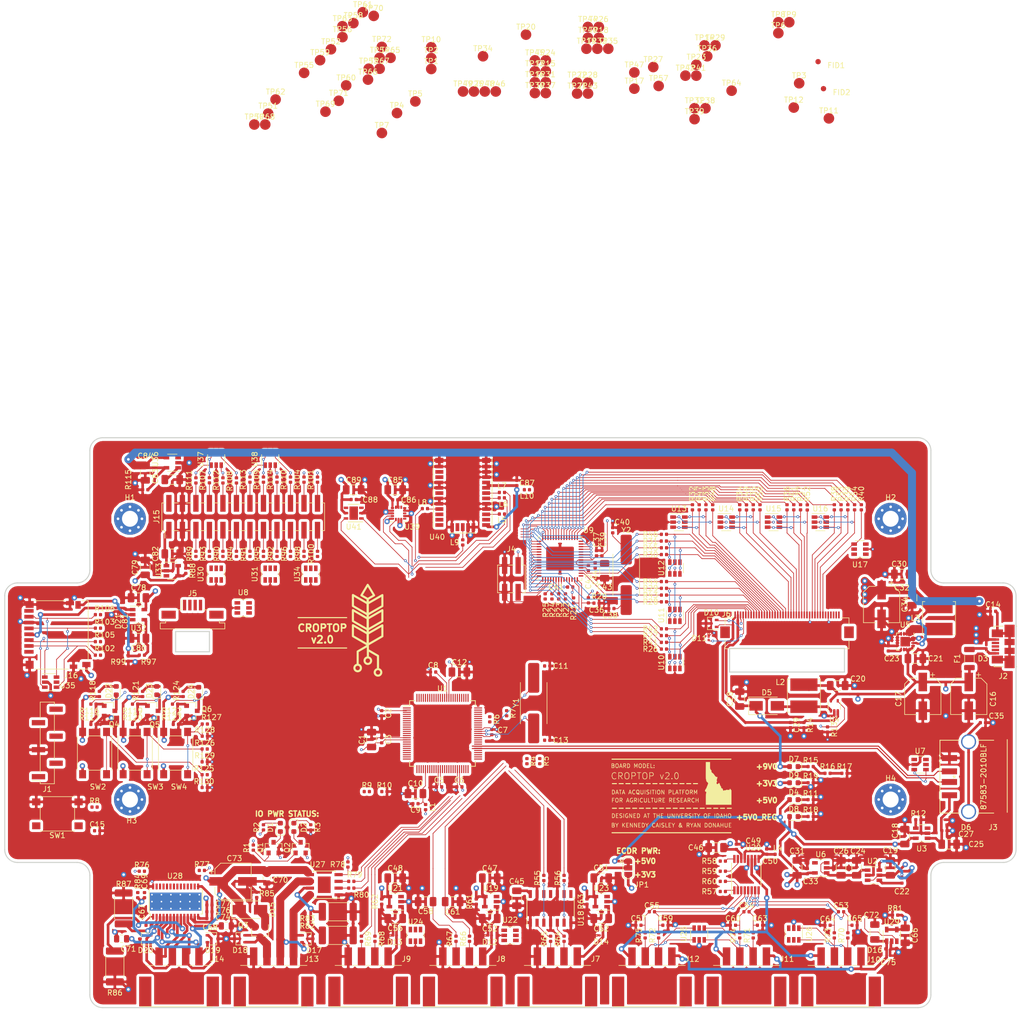
<source format=kicad_pcb>
(kicad_pcb (version 20171130) (host pcbnew "(5.0.1)-3")
  (layers (0 F.Cu signal) (1 Gnd.Cu power) (2 Vdd.Cu power) (31 B.Cu signal) (34 B.Paste user) (35 F.Paste user) (36 B.SilkS user) (37 F.SilkS user) (38 B.Mask user) (39 F.Mask user hide) (44 Edge.Cuts user))
  (net 0 "")
  (net 1 "Net-(C22-Pad1)")
  (net 2 "Net-(C24-Pad1)")
  (net 3 "Net-(C38-Pad1)")
  (net 4 "Net-(C52-Pad1)")
  (net 5 "Net-(C53-Pad2)")
  (net 6 "Net-(C53-Pad1)")
  (net 7 "Net-(C54-Pad1)")
  (net 8 "Net-(C54-Pad2)")
  (net 9 "Net-(D1-Pad2)")
  (net 10 "Net-(D7-Pad1)")
  (net 11 "Net-(D24-Pad1)")
  (net 12 "Net-(J1-Pad6)")
  (net 13 USB_D-)
  (net 14 USB_D+)
  (net 15 "Net-(J7-Pad3)")
  (net 16 "Net-(L3-Pad2)")
  (net 17 "Net-(R26-Pad2)")
  (net 18 "Net-(R27-Pad2)")
  (net 19 "Net-(R38-Pad2)")
  (net 20 "Net-(R39-Pad2)")
  (net 21 "Net-(R40-Pad2)")
  (net 22 "Net-(R41-Pad2)")
  (net 23 "Net-(R55-Pad1)")
  (net 24 "Net-(U16-Pad5)")
  (net 25 DGND)
  (net 26 +3V3)
  (net 27 "Net-(C10-Pad1)")
  (net 28 "Net-(C11-Pad1)")
  (net 29 "Net-(C12-Pad1)")
  (net 30 "Net-(C13-Pad1)")
  (net 31 "Net-(C14-Pad1)")
  (net 32 PICKIT_MCLR)
  (net 33 +5V)
  (net 34 "Net-(C22-Pad2)")
  (net 35 "Net-(C23-Pad1)")
  (net 36 USB_PWR_SENSE)
  (net 37 LCD_A)
  (net 38 LCD_K)
  (net 39 +5V_REG)
  (net 40 "Net-(C35-Pad2)")
  (net 41 ~GPU_PWR_DWN)
  (net 42 "Net-(C40-Pad1)")
  (net 43 "Net-(C43-Pad1)")
  (net 44 "Net-(C50-Pad1)")
  (net 45 "Net-(C51-Pad1)")
  (net 46 "Net-(C55-Pad2)")
  (net 47 "Net-(C55-Pad1)")
  (net 48 "Net-(C56-Pad1)")
  (net 49 POTEN_ADC_2)
  (net 50 POTEN_ADC_1)
  (net 51 "Net-(C62-Pad1)")
  (net 52 "Net-(C68-Pad1)")
  (net 53 "Net-(C69-Pad1)")
  (net 54 "Net-(C80-Pad1)")
  (net 55 "Net-(C81-Pad1)")
  (net 56 "Net-(C82-Pad1)")
  (net 57 "Net-(C83-Pad1)")
  (net 58 "Net-(D1-Pad1)")
  (net 59 "Net-(D2-Pad1)")
  (net 60 "Net-(D2-Pad2)")
  (net 61 "Net-(D3-Pad1)")
  (net 62 "Net-(D4-Pad1)")
  (net 63 "Net-(D5-Pad2)")
  (net 64 "Net-(D8-Pad1)")
  (net 65 "Net-(D9-Pad1)")
  (net 66 "Net-(D15-Pad2)")
  (net 67 "Net-(D17-Pad2)")
  (net 68 "Net-(D17-Pad1)")
  (net 69 "Net-(D18-Pad1)")
  (net 70 "Net-(D19-Pad1)")
  (net 71 "Net-(D19-Pad2)")
  (net 72 "Net-(D20-Pad1)")
  (net 73 "Net-(D20-Pad2)")
  (net 74 "Net-(D22-Pad1)")
  (net 75 "Net-(D22-Pad2)")
  (net 76 "Net-(D23-Pad2)")
  (net 77 "Net-(D23-Pad1)")
  (net 78 "Net-(D24-Pad2)")
  (net 79 PICKIT_PGED)
  (net 80 PICKIT_PGEC)
  (net 81 "Net-(J2-Pad2)")
  (net 82 "Net-(J2-Pad3)")
  (net 83 "Net-(J2-Pad4)")
  (net 84 "Net-(J4-Pad2)")
  (net 85 GPU_X+)
  (net 86 GPU_Y-)
  (net 87 GPU_X-)
  (net 88 GPU_Y+)
  (net 89 "Net-(J6-Pad5)")
  (net 90 "Net-(J6-Pad6)")
  (net 91 "Net-(J6-Pad7)")
  (net 92 "Net-(J6-Pad8)")
  (net 93 "Net-(J6-Pad9)")
  (net 94 "Net-(J6-Pad10)")
  (net 95 "Net-(J6-Pad11)")
  (net 96 "Net-(J6-Pad12)")
  (net 97 "Net-(J6-Pad13)")
  (net 98 "Net-(J6-Pad14)")
  (net 99 "Net-(J6-Pad15)")
  (net 100 "Net-(J6-Pad16)")
  (net 101 "Net-(J6-Pad17)")
  (net 102 "Net-(J6-Pad18)")
  (net 103 "Net-(J6-Pad19)")
  (net 104 "Net-(J6-Pad20)")
  (net 105 "Net-(J6-Pad21)")
  (net 106 "Net-(J6-Pad22)")
  (net 107 "Net-(J6-Pad23)")
  (net 108 "Net-(J6-Pad24)")
  (net 109 "Net-(J6-Pad25)")
  (net 110 "Net-(J6-Pad26)")
  (net 111 "Net-(J6-Pad27)")
  (net 112 "Net-(J6-Pad28)")
  (net 113 "Net-(J6-Pad30)")
  (net 114 "Net-(J6-Pad31)")
  (net 115 "Net-(J6-Pad32)")
  (net 116 "Net-(J6-Pad33)")
  (net 117 "Net-(J6-Pad34)")
  (net 118 "Net-(J6-Pad35)")
  (net 119 "Net-(J6-Pad37)")
  (net 120 "Net-(J6-Pad38)")
  (net 121 "Net-(J6-Pad39)")
  (net 122 "Net-(J6-Pad40)")
  (net 123 "Net-(J7-Pad2)")
  (net 124 "Net-(J8-Pad2)")
  (net 125 "Net-(J8-Pad3)")
  (net 126 "Net-(J9-Pad3)")
  (net 127 "Net-(J9-Pad2)")
  (net 128 ADI_PSW)
  (net 129 ADI_A1-)
  (net 130 ADI_A1+)
  (net 131 ADI_A2+)
  (net 132 ADI_A2-)
  (net 133 ADI_A3-)
  (net 134 ADI_A3+)
  (net 135 "Net-(J15-Pad5)")
  (net 136 "Net-(J15-Pad6)")
  (net 137 "Net-(J15-Pad7)")
  (net 138 "Net-(J15-Pad8)")
  (net 139 "Net-(J15-Pad9)")
  (net 140 "Net-(J15-Pad10)")
  (net 141 "Net-(J15-Pad11)")
  (net 142 "Net-(J15-Pad12)")
  (net 143 "Net-(J15-Pad13)")
  (net 144 "Net-(J15-Pad14)")
  (net 145 "Net-(J15-Pad15)")
  (net 146 "Net-(J15-Pad16)")
  (net 147 "Net-(J15-Pad17)")
  (net 148 "Net-(J15-Pad18)")
  (net 149 "Net-(J15-Pad19)")
  (net 150 "Net-(J15-Pad20)")
  (net 151 "Net-(J15-Pad21)")
  (net 152 "Net-(J15-Pad22)")
  (net 153 "Net-(J15-Pad23)")
  (net 154 "Net-(J15-Pad24)")
  (net 155 "Net-(J16-Pad8)")
  (net 156 "Net-(J16-Pad9)")
  (net 157 "Net-(J16-Pad7)")
  (net 158 "Net-(J16-Pad5)")
  (net 159 "Net-(J16-Pad3)")
  (net 160 "Net-(J16-Pad2)")
  (net 161 "Net-(J16-Pad1)")
  (net 162 "Net-(L7-Pad2)")
  (net 163 ONBRD_SDA)
  (net 164 ONBRD_SCL)
  (net 165 "Net-(L8-Pad2)")
  (net 166 GPS_EXTINT)
  (net 167 "Net-(L9-Pad2)")
  (net 168 ~GPS_RESET)
  (net 169 GPS_PPS)
  (net 170 ~PWR_FAULT)
  (net 171 "Net-(Q4-Pad1)")
  (net 172 "Net-(Q5-Pad1)")
  (net 173 "Net-(Q6-Pad1)")
  (net 174 PMOD_SCL)
  (net 175 PMOD_SDA)
  (net 176 CONFIG_ADC)
  (net 177 GPU_PWM)
  (net 178 USB_PWR_EN)
  (net 179 "Net-(R15-Pad2)")
  (net 180 "Net-(R16-Pad2)")
  (net 181 ~GPU_INT)
  (net 182 "Net-(R22-Pad1)")
  (net 183 ~GPU_CS)
  (net 184 GPU_MOSI)
  (net 185 "Net-(R23-Pad1)")
  (net 186 GPU_MISO)
  (net 187 "Net-(R24-Pad1)")
  (net 188 GPU_SCLK)
  (net 189 "Net-(R25-Pad1)")
  (net 190 "Net-(R28-Pad2)")
  (net 191 "Net-(R29-Pad2)")
  (net 192 "Net-(R30-Pad2)")
  (net 193 "Net-(R31-Pad2)")
  (net 194 "Net-(R32-Pad2)")
  (net 195 "Net-(R33-Pad2)")
  (net 196 "Net-(R34-Pad2)")
  (net 197 "Net-(R35-Pad2)")
  (net 198 "Net-(R36-Pad2)")
  (net 199 "Net-(R37-Pad2)")
  (net 200 "Net-(R42-Pad2)")
  (net 201 "Net-(R43-Pad2)")
  (net 202 "Net-(R44-Pad2)")
  (net 203 "Net-(R45-Pad2)")
  (net 204 "Net-(R46-Pad2)")
  (net 205 "Net-(R47-Pad2)")
  (net 206 "Net-(R48-Pad2)")
  (net 207 "Net-(R49-Pad2)")
  (net 208 "Net-(R50-Pad2)")
  (net 209 "Net-(R51-Pad2)")
  (net 210 "Net-(R52-Pad2)")
  (net 211 "Net-(R53-Pad2)")
  (net 212 "Net-(R54-Pad2)")
  (net 213 ENCDR_A)
  (net 214 ENCDR_B)
  (net 215 "Net-(R56-Pad1)")
  (net 216 ADI_SCLK)
  (net 217 "Net-(R57-Pad1)")
  (net 218 "Net-(R58-Pad1)")
  (net 219 ADI_MOSI)
  (net 220 ADI_MISO)
  (net 221 "Net-(R59-Pad1)")
  (net 222 "Net-(R60-Pad1)")
  (net 223 ~ADI_CS)
  (net 224 SONIC_TRIG)
  (net 225 SONIC_ECHO)
  (net 226 ~STEP_HOME)
  (net 227 ~STEP_FAULT)
  (net 228 ~DC_FAULT)
  (net 229 DC_PWM_1)
  (net 230 "Net-(R82-Pad1)")
  (net 231 DC_PWM_2)
  (net 232 PMOD_GPIO_8)
  (net 233 PMOD_GPIO_6)
  (net 234 PMOD_GPIO_4)
  (net 235 PMOD_GPIO_2)
  (net 236 PMOD_GPIO_7)
  (net 237 PMOD_GPIO_5)
  (net 238 PMOD_GPIO_3)
  (net 239 PMOD_GPIO_1)
  (net 240 PMOD_PWM_2)
  (net 241 PMOD_PWM_1)
  (net 242 PMOD_CN_1)
  (net 243 ~SD_CS)
  (net 244 SD_SCLK)
  (net 245 PMOD_CN_2)
  (net 246 SD_MOSI)
  (net 247 SD_MISO)
  (net 248 PMOD_RX)
  (net 249 PMOD_ADC_3)
  (net 250 PMOD_ADC_1)
  (net 251 PMOD_TX)
  (net 252 PMOD_ADC_4)
  (net 253 PMOD_ADC_2)
  (net 254 DEBUG_LED_1)
  (net 255 DEBUG_LED_2)
  (net 256 DEBUG_LED_3)
  (net 257 DEBUG_BTN_1)
  (net 258 "Net-(R127-Pad2)")
  (net 259 DEBUG_BTN_2)
  (net 260 DEBUG_BTN_3)
  (net 261 STEP_MODE2)
  (net 262 STEP_MODE1)
  (net 263 ~STEP_RESET)
  (net 264 STEP_MODE0)
  (net 265 ~STEP_SLEEP)
  (net 266 STEP_STEP)
  (net 267 STEP_DECAY)
  (net 268 ~STEP_ENBL)
  (net 269 STEP_DIR)
  (net 270 "Net-(U6-Pad4)")
  (net 271 "Net-(U7-Pad1)")
  (net 272 "Net-(U7-Pad6)")
  (net 273 "Net-(U7-Pad5)")
  (net 274 "Net-(U8-Pad5)")
  (net 275 "Net-(U9-Pad9)")
  (net 276 "Net-(U9-Pad10)")
  (net 277 "Net-(U9-Pad12)")
  (net 278 "Net-(U9-Pad15)")
  (net 279 "Net-(U10-Pad5)")
  (net 280 "Net-(U11-Pad5)")
  (net 281 "Net-(U12-Pad5)")
  (net 282 "Net-(U13-Pad5)")
  (net 283 "Net-(U14-Pad5)")
  (net 284 "Net-(U15-Pad5)")
  (net 285 "Net-(U17-Pad5)")
  (net 286 "Net-(U17-Pad6)")
  (net 287 "Net-(U17-Pad3)")
  (net 288 "Net-(U17-Pad1)")
  (net 289 "Net-(U18-Pad8)")
  (net 290 "Net-(U18-Pad9)")
  (net 291 "Net-(U18-Pad11)")
  (net 292 "Net-(U18-Pad12)")
  (net 293 "Net-(U22-Pad3)")
  (net 294 "Net-(U22-Pad4)")
  (net 295 "Net-(U22-Pad5)")
  (net 296 "Net-(U24-Pad5)")
  (net 297 "Net-(U25-Pad5)")
  (net 298 "Net-(U26-Pad3)")
  (net 299 "Net-(U26-Pad4)")
  (net 300 "Net-(U26-Pad5)")
  (net 301 "Net-(U28-Pad23)")
  (net 302 "Net-(U30-Pad5)")
  (net 303 "Net-(U31-Pad5)")
  (net 304 "Net-(U34-Pad5)")
  (net 305 "Net-(U35-Pad5)")
  (net 306 "Net-(U37-Pad5)")
  (net 307 "Net-(U38-Pad5)")
  (net 308 "Net-(U39-Pad9)")
  (net 309 "Net-(U39-Pad11)")
  (net 310 "Net-(U40-Pad16)")
  (net 311 "Net-(U40-Pad25)")
  (net 312 "Net-(U40-Pad2)")
  (net 313 "Net-(U40-Pad20)")
  (net 314 "Net-(U40-Pad24)")
  (net 315 "Net-(U40-Pad26)")
  (net 316 "Net-(U40-Pad28)")
  (net 317 "Net-(U41-Pad3)")
  (net 318 "Net-(U41-Pad4)")
  (net 319 "Net-(U1-Pad21)")
  (net 320 "Net-(U1-Pad22)")
  (net 321 "Net-(U1-Pad23)")
  (net 322 "Net-(U1-Pad24)")
  (net 323 "Net-(U1-Pad25)")
  (net 324 "Net-(U1-Pad44)")
  (net 325 "Net-(U1-Pad51)")
  (net 326 "Net-(U1-Pad61)")
  (net 327 "Net-(U1-Pad73)")
  (net 328 "Net-(C67-Pad2)")
  (net 329 "Net-(C67-Pad1)")
  (net 330 "Net-(C72-Pad1)")
  (net 331 "Net-(C74-Pad1)")
  (net 332 "Net-(C87-Pad1)")
  (net 333 "Net-(L5-Pad2)")
  (net 334 "Net-(L6-Pad2)")
  (net 335 "Net-(R64-Pad2)")
  (net 336 "Net-(R65-Pad2)")
  (net 337 "Net-(R79-Pad1)")
  (net 338 "Net-(R80-Pad1)")
  (net 339 "Net-(R86-Pad1)")
  (net 340 "Net-(R87-Pad1)")
  (net 341 "Net-(R125-Pad2)")
  (net 342 "Net-(R126-Pad2)")
  (module croptop:idaho (layer F.Cu) (at 186.436 120.015)
    (fp_text reference G*** hide)
    (fp_text value LOGO hide)
  )
  (module Capacitor_SMD:CP_Elec_6.3x7.7 (layer F.Cu) (at 217.17 86.36 270)
    (fp_text reference C34 (at 0 -4.35 270) (layer F.SilkS))
    (fp_text value 100u)
    (pad 2 smd rect (at 2.7 0 270) (size 3.5 1.6) (layers F.Cu F.Paste F.Mask) (net 25 DGND))
    (pad 1 smd rect (at -2.7 0 270) (size 3.5 1.6) (layers F.Cu F.Paste F.Mask) (net 26 +3V3))
  )
  (module Package_DFN_QFN:QFN-56-1EP_8x8mm_P0.5mm_EP4.5x5.2mm (layer F.Cu) (at 156.718 77.724 90)
    (fp_text reference U9 (at 5.334 5.334 180) (layer F.SilkS))
    (fp_text value FT812Q)
    (pad 57 smd roundrect (at 0 0 90) (size 4.5 5.2) (layers F.Cu F.Mask) (roundrect_rratio 0.055556) (net 25 DGND))
    (pad 1 smd roundrect (at -3.9375 -3.25 90) (size 0.875 0.25) (layers F.Cu F.Paste F.Mask) (net 22 "Net-(R41-Pad2)"))
    (pad 2 smd roundrect (at -3.9375 -2.75 90) (size 0.875 0.25) (layers F.Cu F.Paste F.Mask) (net 17 "Net-(R26-Pad2)"))
    (pad 3 smd roundrect (at -3.9375 -2.25 90) (size 0.875 0.25) (layers F.Cu F.Paste F.Mask) (net 84 "Net-(J4-Pad2)"))
    (pad 4 smd roundrect (at -3.9375 -1.75 90) (size 0.875 0.25) (layers F.Cu F.Paste F.Mask) (net 25 DGND))
    (pad 5 smd roundrect (at -3.9375 -1.25 90) (size 0.875 0.25) (layers F.Cu F.Paste F.Mask) (net 189 "Net-(R25-Pad1)"))
    (pad 6 smd roundrect (at -3.9375 -0.75 90) (size 0.875 0.25) (layers F.Cu F.Paste F.Mask) (net 187 "Net-(R24-Pad1)"))
    (pad 7 smd roundrect (at -3.9375 -0.25 90) (size 0.875 0.25) (layers F.Cu F.Paste F.Mask) (net 185 "Net-(R23-Pad1)"))
    (pad 8 smd roundrect (at -3.9375 0.25 90) (size 0.875 0.25) (layers F.Cu F.Paste F.Mask) (net 182 "Net-(R22-Pad1)"))
    (pad 9 smd roundrect (at -3.9375 0.75 90) (size 0.875 0.25) (layers F.Cu F.Paste F.Mask) (net 275 "Net-(U9-Pad9)"))
    (pad 10 smd roundrect (at -3.9375 1.25 90) (size 0.875 0.25) (layers F.Cu F.Paste F.Mask) (net 276 "Net-(U9-Pad10)"))
    (pad 11 smd roundrect (at -3.9375 1.75 90) (size 0.875 0.25) (layers F.Cu F.Paste F.Mask) (net 26 +3V3))
    (pad 12 smd roundrect (at -3.9375 2.25 90) (size 0.875 0.25) (layers F.Cu F.Paste F.Mask) (net 277 "Net-(U9-Pad12)"))
    (pad 13 smd roundrect (at -3.9375 2.75 90) (size 0.875 0.25) (layers F.Cu F.Paste F.Mask) (net 181 ~GPU_INT))
    (pad 14 smd roundrect (at -3.9375 3.25 90) (size 0.875 0.25) (layers F.Cu F.Paste F.Mask) (net 41 ~GPU_PWR_DWN))
    (pad 15 smd roundrect (at -3.25 3.9375 90) (size 0.25 0.875) (layers F.Cu F.Paste F.Mask) (net 278 "Net-(U9-Pad15)"))
    (pad 16 smd roundrect (at -2.75 3.9375 90) (size 0.25 0.875) (layers F.Cu F.Paste F.Mask) (net 3 "Net-(C38-Pad1)"))
    (pad 17 smd roundrect (at -2.25 3.9375 90) (size 0.25 0.875) (layers F.Cu F.Paste F.Mask) (net 42 "Net-(C40-Pad1)"))
    (pad 18 smd roundrect (at -1.75 3.9375 90) (size 0.25 0.875) (layers F.Cu F.Paste F.Mask) (net 25 DGND))
    (pad 19 smd roundrect (at -1.25 3.9375 90) (size 0.25 0.875) (layers F.Cu F.Paste F.Mask) (net 26 +3V3))
    (pad 20 smd roundrect (at -0.75 3.9375 90) (size 0.25 0.875) (layers F.Cu F.Paste F.Mask) (net 43 "Net-(C43-Pad1)"))
    (pad 21 smd roundrect (at -0.25 3.9375 90) (size 0.25 0.875) (layers F.Cu F.Paste F.Mask) (net 26 +3V3))
    (pad 22 smd roundrect (at 0.25 3.9375 90) (size 0.25 0.875) (layers F.Cu F.Paste F.Mask) (net 26 +3V3))
    (pad 23 smd roundrect (at 0.75 3.9375 90) (size 0.25 0.875) (layers F.Cu F.Paste F.Mask) (net 85 GPU_X+))
    (pad 24 smd roundrect (at 1.25 3.9375 90) (size 0.25 0.875) (layers F.Cu F.Paste F.Mask) (net 88 GPU_Y+))
    (pad 25 smd roundrect (at 1.75 3.9375 90) (size 0.25 0.875) (layers F.Cu F.Paste F.Mask) (net 87 GPU_X-))
    (pad 26 smd roundrect (at 2.25 3.9375 90) (size 0.25 0.875) (layers F.Cu F.Paste F.Mask) (net 86 GPU_Y-))
    (pad 27 smd roundrect (at 2.75 3.9375 90) (size 0.25 0.875) (layers F.Cu F.Paste F.Mask) (net 25 DGND))
    (pad 28 smd roundrect (at 3.25 3.9375 90) (size 0.25 0.875) (layers F.Cu F.Paste F.Mask) (net 177 GPU_PWM))
    (pad 29 smd roundrect (at 3.9375 3.25 90) (size 0.875 0.25) (layers F.Cu F.Paste F.Mask) (net 21 "Net-(R40-Pad2)"))
    (pad 30 smd roundrect (at 3.9375 2.75 90) (size 0.875 0.25) (layers F.Cu F.Paste F.Mask) (net 212 "Net-(R54-Pad2)"))
    (pad 31 smd roundrect (at 3.9375 2.25 90) (size 0.875 0.25) (layers F.Cu F.Paste F.Mask) (net 20 "Net-(R39-Pad2)"))
    (pad 32 smd roundrect (at 3.9375 1.75 90) (size 0.875 0.25) (layers F.Cu F.Paste F.Mask) (net 211 "Net-(R53-Pad2)"))
    (pad 33 smd roundrect (at 3.9375 1.25 90) (size 0.875 0.25) (layers F.Cu F.Paste F.Mask) (net 19 "Net-(R38-Pad2)"))
    (pad 34 smd roundrect (at 3.9375 0.75 90) (size 0.875 0.25) (layers F.Cu F.Paste F.Mask) (net 210 "Net-(R52-Pad2)"))
    (pad 35 smd roundrect (at 3.9375 0.25 90) (size 0.875 0.25) (layers F.Cu F.Paste F.Mask) (net 199 "Net-(R37-Pad2)"))
    (pad 36 smd roundrect (at 3.9375 -0.25 90) (size 0.875 0.25) (layers F.Cu F.Paste F.Mask) (net 209 "Net-(R51-Pad2)"))
    (pad 37 smd roundrect (at 3.9375 -0.75 90) (size 0.875 0.25) (layers F.Cu F.Paste F.Mask) (net 198 "Net-(R36-Pad2)"))
    (pad 38 smd roundrect (at 3.9375 -1.25 90) (size 0.875 0.25) (layers F.Cu F.Paste F.Mask) (net 208 "Net-(R50-Pad2)"))
    (pad 39 smd roundrect (at 3.9375 -1.75 90) (size 0.875 0.25) (layers F.Cu F.Paste F.Mask) (net 197 "Net-(R35-Pad2)"))
    (pad 40 smd roundrect (at 3.9375 -2.25 90) (size 0.875 0.25) (layers F.Cu F.Paste F.Mask) (net 207 "Net-(R49-Pad2)"))
    (pad 41 smd roundrect (at 3.9375 -2.75 90) (size 0.875 0.25) (layers F.Cu F.Paste F.Mask) (net 196 "Net-(R34-Pad2)"))
    (pad 42 smd roundrect (at 3.9375 -3.25 90) (size 0.875 0.25) (layers F.Cu F.Paste F.Mask) (net 25 DGND))
    (pad 43 smd roundrect (at 3.25 -3.9375 90) (size 0.25 0.875) (layers F.Cu F.Paste F.Mask) (net 206 "Net-(R48-Pad2)"))
    (pad 44 smd roundrect (at 2.75 -3.9375 90) (size 0.25 0.875) (layers F.Cu F.Paste F.Mask) (net 195 "Net-(R33-Pad2)"))
    (pad 45 smd roundrect (at 2.25 -3.9375 90) (size 0.25 0.875) (layers F.Cu F.Paste F.Mask) (net 205 "Net-(R47-Pad2)"))
    (pad 46 smd roundrect (at 1.75 -3.9375 90) (size 0.25 0.875) (layers F.Cu F.Paste F.Mask) (net 194 "Net-(R32-Pad2)"))
    (pad 47 smd roundrect (at 1.25 -3.9375 90) (size 0.25 0.875) (layers F.Cu F.Paste F.Mask) (net 204 "Net-(R46-Pad2)"))
    (pad 48 smd roundrect (at 0.75 -3.9375 90) (size 0.25 0.875) (layers F.Cu F.Paste F.Mask) (net 193 "Net-(R31-Pad2)"))
    (pad 49 smd roundrect (at 0.25 -3.9375 90) (size 0.25 0.875) (layers F.Cu F.Paste F.Mask) (net 203 "Net-(R45-Pad2)"))
    (pad 50 smd roundrect (at -0.25 -3.9375 90) (size 0.25 0.875) (layers F.Cu F.Paste F.Mask) (net 192 "Net-(R30-Pad2)"))
    (pad 51 smd roundrect (at -0.75 -3.9375 90) (size 0.25 0.875) (layers F.Cu F.Paste F.Mask) (net 202 "Net-(R44-Pad2)"))
    (pad 52 smd roundrect (at -1.25 -3.9375 90) (size 0.25 0.875) (layers F.Cu F.Paste F.Mask) (net 191 "Net-(R29-Pad2)"))
    (pad 53 smd roundrect (at -1.75 -3.9375 90) (size 0.25 0.875) (layers F.Cu F.Paste F.Mask) (net 201 "Net-(R43-Pad2)"))
    (pad 54 smd roundrect (at -2.25 -3.9375 90) (size 0.25 0.875) (layers F.Cu F.Paste F.Mask) (net 190 "Net-(R28-Pad2)"))
    (pad 55 smd roundrect (at -2.75 -3.9375 90) (size 0.25 0.875) (layers F.Cu F.Paste F.Mask) (net 200 "Net-(R42-Pad2)"))
    (pad 56 smd roundrect (at -3.25 -3.9375 90) (size 0.25 0.875) (layers F.Cu F.Paste F.Mask) (net 18 "Net-(R27-Pad2)"))
  )
  (module Connector_Card:microSD_HC_Hirose_DM3D-SF (layer F.Cu) (at 62.23 92.075 270)
    (fp_text reference J16 (at 7.62 -2.54) (layer F.SilkS))
    (fp_text value DM3D-SF)
    (pad 8 smd rect (at -4.525 5.35 270) (size 0.7 1.75) (layers F.Cu F.Paste F.Mask) (net 155 "Net-(J16-Pad8)"))
    (pad 11 smd rect (at -5.725 5.225 270) (size 1.3 1.5) (layers F.Cu F.Paste F.Mask) (net 25 DGND))
    (pad 11 smd rect (at -5.975 -2.375 270) (size 0.8 1.5) (layers F.Cu F.Paste F.Mask) (net 25 DGND))
    (pad 9 smd rect (at -5.65 -3.875 270) (size 1.45 1) (layers F.Cu F.Paste F.Mask) (net 156 "Net-(J16-Pad9)"))
    (pad 11 smd rect (at 5.975 -3.025 270) (size 0.8 1.4) (layers F.Cu F.Paste F.Mask) (net 25 DGND))
    (pad 7 smd rect (at -3.425 5.35 270) (size 0.7 1.75) (layers F.Cu F.Paste F.Mask) (net 157 "Net-(J16-Pad7)"))
    (pad 6 smd rect (at -2.325 5.35 270) (size 0.7 1.75) (layers F.Cu F.Paste F.Mask) (net 25 DGND))
    (pad 5 smd rect (at -1.225 5.35 270) (size 0.7 1.75) (layers F.Cu F.Paste F.Mask) (net 158 "Net-(J16-Pad5)"))
    (pad 4 smd rect (at -0.125 5.35 270) (size 0.7 1.75) (layers F.Cu F.Paste F.Mask) (net 55 "Net-(C81-Pad1)"))
    (pad 3 smd rect (at 0.975 5.35 270) (size 0.7 1.75) (layers F.Cu F.Paste F.Mask) (net 159 "Net-(J16-Pad3)"))
    (pad 2 smd rect (at 2.075 5.35 270) (size 0.7 1.75) (layers F.Cu F.Paste F.Mask) (net 160 "Net-(J16-Pad2)"))
    (pad 1 smd rect (at 3.175 5.35 270) (size 0.7 1.75) (layers F.Cu F.Paste F.Mask) (net 161 "Net-(J16-Pad1)"))
    (pad 11 smd rect (at 5.625 5.225 270) (size 1.5 1.5) (layers F.Cu F.Paste F.Mask) (net 25 DGND))
    (pad 10 smd rect (at 5.575 -5.45 270) (size 1 1.55) (layers F.Cu F.Paste F.Mask) (net 26 +3V3))
  )
  (module croptop:croptoplogo (layer F.Cu) (at 120.396 91.948)
    (fp_text reference G*** hide)
    (fp_text value LOGO hide)
  )
  (module Capacitor_SMD:C_1206_3216Metric (layer F.Cu) (at 121.285 111.76 90)
    (fp_text reference C1 (at 0 -1.82 90) (layer F.SilkS))
    (fp_text value 10u)
    (pad 2 smd roundrect (at 1.4 0 90) (size 1.25 1.75) (layers F.Cu F.Paste F.Mask) (roundrect_rratio 0.2) (net 25 DGND))
    (pad 1 smd roundrect (at -1.4 0 90) (size 1.25 1.75) (layers F.Cu F.Paste F.Mask) (roundrect_rratio 0.2) (net 26 +3V3))
  )
  (module Capacitor_SMD:C_0402_1005Metric (layer F.Cu) (at 123.19 106.807 270)
    (fp_text reference C2 (at 0 -1.27 270) (layer F.SilkS))
    (fp_text value 0.1u)
    (pad 1 smd roundrect (at -0.485 0 270) (size 0.59 0.64) (layers F.Cu F.Paste F.Mask) (net 26 +3V3))
    (pad 2 smd roundrect (at 0.485 0 270) (size 0.59 0.64) (layers F.Cu F.Paste F.Mask) (net 25 DGND))
  )
  (module Capacitor_SMD:C_0402_1005Metric (layer F.Cu) (at 123.19 111.887 90)
    (fp_text reference C3 (at 0.127 1.27 90) (layer F.SilkS))
    (fp_text value 0.1u)
    (pad 1 smd roundrect (at -0.485 0 90) (size 0.59 0.64) (layers F.Cu F.Paste F.Mask) (net 26 +3V3))
    (pad 2 smd roundrect (at 0.485 0 90) (size 0.59 0.64) (layers F.Cu F.Paste F.Mask) (net 25 DGND))
  )
  (module Capacitor_SMD:C_0402_1005Metric (layer F.Cu) (at 133.985 120.65 180)
    (fp_text reference C5 (at 0 1.27 180) (layer F.SilkS))
    (fp_text value 0.1u)
    (pad 1 smd roundrect (at -0.485 0 180) (size 0.59 0.64) (layers F.Cu F.Paste F.Mask) (net 26 +3V3))
    (pad 2 smd roundrect (at 0.485 0 180) (size 0.59 0.64) (layers F.Cu F.Paste F.Mask) (net 25 DGND))
  )
  (module Capacitor_SMD:C_0402_1005Metric (layer F.Cu) (at 137.795 120.65 180)
    (fp_text reference C6 (at 0 1.27 180) (layer F.SilkS))
    (fp_text value 0.1u)
    (pad 2 smd roundrect (at 0.485 0 180) (size 0.59 0.64) (layers F.Cu F.Paste F.Mask) (net 25 DGND))
    (pad 1 smd roundrect (at -0.485 0 180) (size 0.59 0.64) (layers F.Cu F.Paste F.Mask) (net 26 +3V3))
  )
  (module Capacitor_SMD:C_0402_1005Metric (layer F.Cu) (at 143.891 110.363 90)
    (fp_text reference C7 (at 0.381 2.032 180) (layer F.SilkS))
    (fp_text value 0.1u)
    (pad 1 smd roundrect (at -0.485 0 90) (size 0.59 0.64) (layers F.Cu F.Paste F.Mask) (net 26 +3V3))
    (pad 2 smd roundrect (at 0.485 0 90) (size 0.59 0.64) (layers F.Cu F.Paste F.Mask) (net 25 DGND))
  )
  (module Capacitor_SMD:C_0402_1005Metric (layer F.Cu) (at 132.865 99.06 180)
    (fp_text reference C8 (at 0 1.27 180) (layer F.SilkS))
    (fp_text value 0.1u)
    (pad 2 smd roundrect (at 0.485 0 180) (size 0.59 0.64) (layers F.Cu F.Paste F.Mask) (net 25 DGND))
    (pad 1 smd roundrect (at -0.485 0 180) (size 0.59 0.64) (layers F.Cu F.Paste F.Mask) (net 26 +3V3))
  )
  (module Capacitor_SMD:C_0402_1005Metric (layer F.Cu) (at 129.54 123.825 180)
    (fp_text reference C9 (at 0 -1.17 180) (layer F.SilkS))
    (fp_text value 0.1u)
    (pad 2 smd roundrect (at 0.485 0 180) (size 0.59 0.64) (layers F.Cu F.Paste F.Mask) (net 25 DGND))
    (pad 1 smd roundrect (at -0.485 0 180) (size 0.59 0.64) (layers F.Cu F.Paste F.Mask) (net 27 "Net-(C10-Pad1)"))
  )
  (module Capacitor_SMD:C_1206_3216Metric (layer F.Cu) (at 129.54 121.92 180)
    (fp_text reference C10 (at 0 1.905 180) (layer F.SilkS))
    (fp_text value 10u)
    (pad 2 smd roundrect (at 1.4 0 180) (size 1.25 1.75) (layers F.Cu F.Paste F.Mask) (roundrect_rratio 0.2) (net 25 DGND))
    (pad 1 smd roundrect (at -1.4 0 180) (size 1.25 1.75) (layers F.Cu F.Paste F.Mask) (roundrect_rratio 0.2) (net 27 "Net-(C10-Pad1)"))
  )
  (module Capacitor_SMD:C_0402_1005Metric (layer F.Cu) (at 154.305 97.917)
    (fp_text reference C11 (at 2.54 0) (layer F.SilkS))
    (fp_text value 27p)
    (pad 1 smd roundrect (at -0.485 0) (size 0.59 0.64) (layers F.Cu F.Paste F.Mask) (net 28 "Net-(C11-Pad1)"))
    (pad 2 smd roundrect (at 0.485 0) (size 0.59 0.64) (layers F.Cu F.Paste F.Mask) (net 25 DGND))
  )
  (module Capacitor_SMD:C_1206_3216Metric (layer F.Cu) (at 137.795 99.06)
    (fp_text reference C12 (at 0 -1.82) (layer F.SilkS))
    (fp_text value 10u)
    (pad 1 smd roundrect (at -1.4 0) (size 1.25 1.75) (layers F.Cu F.Paste F.Mask) (roundrect_rratio 0.2) (net 29 "Net-(C12-Pad1)"))
    (pad 2 smd roundrect (at 1.4 0) (size 1.25 1.75) (layers F.Cu F.Paste F.Mask) (roundrect_rratio 0.2) (net 25 DGND))
  )
  (module Capacitor_SMD:C_0402_1005Metric (layer F.Cu) (at 154.305 111.887)
    (fp_text reference C13 (at 2.54 0) (layer F.SilkS))
    (fp_text value 27p)
    (pad 2 smd roundrect (at 0.485 0) (size 0.59 0.64) (layers F.Cu F.Paste F.Mask) (net 25 DGND))
    (pad 1 smd roundrect (at -0.485 0) (size 0.59 0.64) (layers F.Cu F.Paste F.Mask) (net 30 "Net-(C13-Pad1)"))
  )
  (module Capacitor_SMD:C_0402_1005Metric (layer F.Cu) (at 238.125 87.63 180)
    (fp_text reference C14 (at 0 1.27 180) (layer F.SilkS))
    (fp_text value 0.1u)
    (pad 1 smd roundrect (at -0.485 0 180) (size 0.59 0.64) (layers F.Cu F.Paste F.Mask) (net 31 "Net-(C14-Pad1)"))
    (pad 2 smd roundrect (at 0.485 0 180) (size 0.59 0.64) (layers F.Cu F.Paste F.Mask) (net 25 DGND))
  )
  (module Capacitor_SMD:C_0402_1005Metric (layer F.Cu) (at 69.7 128.905)
    (fp_text reference C15 (at 0 -1.17) (layer F.SilkS))
    (fp_text value 0.1u)
    (pad 2 smd roundrect (at 0.485 0) (size 0.59 0.64) (layers F.Cu F.Paste F.Mask) (net 25 DGND))
    (pad 1 smd roundrect (at -0.485 0) (size 0.59 0.64) (layers F.Cu F.Paste F.Mask) (net 32 PICKIT_MCLR))
  )
  (module Capacitor_SMD:CP_Elec_6.3x7.7 (layer F.Cu) (at 233.553 103.632 270)
    (fp_text reference C16 (at 0.508 -4.572 90) (layer F.SilkS))
    (fp_text value 100u)
    (pad 1 smd rect (at -2.7 0 270) (size 3.5 1.6) (layers F.Cu F.Paste F.Mask) (net 33 +5V))
    (pad 2 smd rect (at 2.7 0 270) (size 3.5 1.6) (layers F.Cu F.Paste F.Mask) (net 25 DGND))
  )
  (module Capacitor_SMD:CP_Elec_6.3x7.7 (layer F.Cu) (at 224.917 103.632 270)
    (fp_text reference C17 (at 0.508 4.572 90) (layer F.SilkS))
    (fp_text value 100u)
    (pad 2 smd rect (at 2.7 0 270) (size 3.5 1.6) (layers F.Cu F.Paste F.Mask) (net 25 DGND))
    (pad 1 smd rect (at -2.7 0 270) (size 3.5 1.6) (layers F.Cu F.Paste F.Mask) (net 33 +5V))
  )
  (module Capacitor_SMD:C_1206_3216Metric (layer F.Cu) (at 221.533252 130.011665 90)
    (fp_text reference C18 (at 1.106665 -1.823252 90) (layer F.SilkS))
    (fp_text value 10u)
    (pad 2 smd roundrect (at 1.4 0 90) (size 1.25 1.75) (layers F.Cu F.Paste F.Mask) (roundrect_rratio 0.2) (net 25 DGND))
    (pad 1 smd roundrect (at -1.4 0 90) (size 1.25 1.75) (layers F.Cu F.Paste F.Mask) (roundrect_rratio 0.2) (net 33 +5V))
  )
  (module Capacitor_SMD:C_1206_3216Metric (layer F.Cu) (at 218.824 135.89 90)
    (fp_text reference C19 (at 3.288602 0) (layer F.SilkS))
    (fp_text value 10u)
    (pad 1 smd roundrect (at -1.4 0 90) (size 1.25 1.75) (layers F.Cu F.Paste F.Mask) (roundrect_rratio 0.2) (net 33 +5V))
    (pad 2 smd roundrect (at 1.4 0 90) (size 1.25 1.75) (layers F.Cu F.Paste F.Mask) (roundrect_rratio 0.2) (net 25 DGND))
  )
  (module Capacitor_SMD:C_1206_3216Metric (layer F.Cu) (at 208.915 101.6)
    (fp_text reference C20 (at 3.81 -1.27) (layer F.SilkS))
    (fp_text value 10u)
    (pad 1 smd roundrect (at -1.4 0) (size 1.25 1.75) (layers F.Cu F.Paste F.Mask) (roundrect_rratio 0.2) (net 33 +5V))
    (pad 2 smd roundrect (at 1.4 0) (size 1.25 1.75) (layers F.Cu F.Paste F.Mask) (roundrect_rratio 0.2) (net 25 DGND))
  )
  (module Capacitor_SMD:C_1206_3216Metric (layer F.Cu) (at 223.52 96.52)
    (fp_text reference C21 (at 3.81 0) (layer F.SilkS))
    (fp_text value 10u)
    (pad 2 smd roundrect (at 1.4 0) (size 1.25 1.75) (layers F.Cu F.Paste F.Mask) (roundrect_rratio 0.2) (net 25 DGND))
    (pad 1 smd roundrect (at -1.4 0) (size 1.25 1.75) (layers F.Cu F.Paste F.Mask) (roundrect_rratio 0.2) (net 33 +5V))
  )
  (module Capacitor_SMD:C_0402_1005Metric (layer F.Cu) (at 220.98 138.28 270)
    (fp_text reference C22 (at 2.055 0 180) (layer F.SilkS))
    (fp_text value 0.1u)
    (pad 1 smd roundrect (at -0.485 0 270) (size 0.59 0.64) (layers F.Cu F.Paste F.Mask) (net 1 "Net-(C22-Pad1)"))
    (pad 2 smd roundrect (at 0.485 0 270) (size 0.59 0.64) (layers F.Cu F.Paste F.Mask) (net 34 "Net-(C22-Pad2)"))
  )
  (module Capacitor_SMD:C_0402_1005Metric (layer F.Cu) (at 218.44 94.615 90)
    (fp_text reference C23 (at -1.905 0.635 180) (layer F.SilkS))
    (fp_text value 0.1u)
    (pad 1 smd roundrect (at -0.485 0 90) (size 0.59 0.64) (layers F.Cu F.Paste F.Mask) (net 35 "Net-(C23-Pad1)"))
    (pad 2 smd roundrect (at 0.485 0 90) (size 0.59 0.64) (layers F.Cu F.Paste F.Mask) (net 25 DGND))
  )
  (module Capacitor_SMD:C_1206_3216Metric (layer F.Cu) (at 212.474 135.89 90)
    (fp_text reference C24 (at 3.175 0.251) (layer F.SilkS))
    (fp_text value 10u)
    (pad 2 smd roundrect (at 1.4 0 90) (size 1.25 1.75) (layers F.Cu F.Paste F.Mask) (roundrect_rratio 0.2) (net 25 DGND))
    (pad 1 smd roundrect (at -1.4 0 90) (size 1.25 1.75) (layers F.Cu F.Paste F.Mask) (roundrect_rratio 0.2) (net 2 "Net-(C24-Pad1)"))
  )
  (module Capacitor_SMD:C_1206_3216Metric (layer F.Cu) (at 229.87 131.445)
    (fp_text reference C25 (at 5.08 0 -180) (layer F.SilkS))
    (fp_text value 10u)
    (pad 2 smd roundrect (at 1.4 0) (size 1.25 1.75) (layers F.Cu F.Paste F.Mask) (roundrect_rratio 0.2) (net 25 DGND))
    (pad 1 smd roundrect (at -1.4 0) (size 1.25 1.75) (layers F.Cu F.Paste F.Mask) (roundrect_rratio 0.2) (net 36 USB_PWR_SENSE))
  )
  (module Capacitor_SMD:C_1206_3216Metric (layer F.Cu) (at 209.55 135.89 90)
    (fp_text reference C26 (at 3.175 0 -180) (layer F.SilkS))
    (fp_text value 10u)
    (pad 2 smd roundrect (at 1.4 0 90) (size 1.25 1.75) (layers F.Cu F.Paste F.Mask) (roundrect_rratio 0.2) (net 25 DGND))
    (pad 1 smd roundrect (at -1.4 0 90) (size 1.25 1.75) (layers F.Cu F.Paste F.Mask) (roundrect_rratio 0.2) (net 2 "Net-(C24-Pad1)"))
  )
  (module Capacitor_SMD:C_0402_1005Metric (layer F.Cu) (at 228.975241 128.905)
    (fp_text reference C27 (at 4.069759 0.635 -180) (layer F.SilkS))
    (fp_text value 0.1u)
    (pad 1 smd roundrect (at -0.485 0) (size 0.59 0.64) (layers F.Cu F.Paste F.Mask) (net 36 USB_PWR_SENSE))
    (pad 2 smd roundrect (at 0.485 0) (size 0.59 0.64) (layers F.Cu F.Paste F.Mask) (net 25 DGND))
  )
  (module Capacitor_SMD:C_1206_3216Metric (layer F.Cu) (at 190.5 104.14 90)
    (fp_text reference C28 (at 0 -1.82 90) (layer F.SilkS))
    (fp_text value 10u)
    (pad 1 smd roundrect (at -1.4 0 90) (size 1.25 1.75) (layers F.Cu F.Paste F.Mask) (roundrect_rratio 0.2) (net 37 LCD_A))
    (pad 2 smd roundrect (at 1.4 0 90) (size 1.25 1.75) (layers F.Cu F.Paste F.Mask) (roundrect_rratio 0.2) (net 25 DGND))
  )
  (module Capacitor_SMD:C_0402_1005Metric (layer F.Cu) (at 200.025 109.029268 270)
    (fp_text reference C29 (at 0 -1.17 270) (layer F.SilkS))
    (fp_text value 0.1u)
    (pad 2 smd roundrect (at 0.485 0 270) (size 0.59 0.64) (layers F.Cu F.Paste F.Mask) (net 25 DGND))
    (pad 1 smd roundrect (at -0.485 0 270) (size 0.59 0.64) (layers F.Cu F.Paste F.Mask) (net 38 LCD_K))
  )
  (module Capacitor_SMD:C_1206_3216Metric (layer F.Cu) (at 220.98 80.645 180)
    (fp_text reference C30 (at 0.508 1.905) (layer F.SilkS))
    (fp_text value 10u)
    (pad 1 smd roundrect (at -1.4 0 180) (size 1.25 1.75) (layers F.Cu F.Paste F.Mask) (roundrect_rratio 0.2) (net 26 +3V3))
    (pad 2 smd roundrect (at 1.4 0 180) (size 1.25 1.75) (layers F.Cu F.Paste F.Mask) (roundrect_rratio 0.2) (net 25 DGND))
  )
  (module Capacitor_SMD:C_1206_3216Metric (layer F.Cu) (at 201.295 135.89 90)
    (fp_text reference C31 (at 3.175 0 180) (layer F.SilkS))
    (fp_text value 10u)
    (pad 1 smd roundrect (at -1.4 0 90) (size 1.25 1.75) (layers F.Cu F.Paste F.Mask) (roundrect_rratio 0.2) (net 39 +5V_REG))
    (pad 2 smd roundrect (at 1.4 0 90) (size 1.25 1.75) (layers F.Cu F.Paste F.Mask) (roundrect_rratio 0.2) (net 25 DGND))
  )
  (module Capacitor_SMD:C_1206_3216Metric (layer F.Cu) (at 222.885 85.09 270)
    (fp_text reference C32 (at -1.905 1.905) (layer F.SilkS))
    (fp_text value 10u)
    (pad 1 smd roundrect (at -1.4 0 270) (size 1.25 1.75) (layers F.Cu F.Paste F.Mask) (roundrect_rratio 0.2) (net 26 +3V3))
    (pad 2 smd roundrect (at 1.4 0 270) (size 1.25 1.75) (layers F.Cu F.Paste F.Mask) (roundrect_rratio 0.2) (net 25 DGND))
  )
  (module Capacitor_SMD:C_0402_1005Metric (layer F.Cu) (at 203.2 136.525 90)
    (fp_text reference C33 (at -1.905 0.635 180) (layer F.SilkS))
    (fp_text value 0.1u)
    (pad 1 smd roundrect (at -0.485 0 90) (size 0.59 0.64) (layers F.Cu F.Paste F.Mask) (net 39 +5V_REG))
    (pad 2 smd roundrect (at 0.485 0 90) (size 0.59 0.64) (layers F.Cu F.Paste F.Mask) (net 25 DGND))
  )
  (module Capacitor_SMD:C_0402_1005Metric (layer F.Cu) (at 236.22 108.585 180)
    (fp_text reference C35 (at -2.54 1.27 180) (layer F.SilkS))
    (fp_text value 0.1u)
    (pad 1 smd roundrect (at -0.485 0 180) (size 0.59 0.64) (layers F.Cu F.Paste F.Mask) (net 25 DGND))
    (pad 2 smd roundrect (at 0.485 0 180) (size 0.59 0.64) (layers F.Cu F.Paste F.Mask) (net 40 "Net-(C35-Pad2)"))
  )
  (module Capacitor_SMD:C_0402_1005Metric (layer F.Cu) (at 163.576 86.106)
    (fp_text reference C36 (at 0 1.27) (layer F.SilkS))
    (fp_text value 0.1u)
    (pad 1 smd roundrect (at -0.485 0) (size 0.59 0.64) (layers F.Cu F.Paste F.Mask) (net 41 ~GPU_PWR_DWN))
    (pad 2 smd roundrect (at 0.485 0) (size 0.59 0.64) (layers F.Cu F.Paste F.Mask) (net 25 DGND))
  )
  (module Capacitor_SMD:C_0402_1005Metric (layer F.Cu) (at 163.576 76.708 90)
    (fp_text reference C37 (at 2.54 0 90) (layer F.SilkS))
    (fp_text value 0.1u)
    (pad 2 smd roundrect (at 0.485 0 90) (size 0.59 0.64) (layers F.Cu F.Paste F.Mask) (net 25 DGND))
    (pad 1 smd roundrect (at -0.485 0 90) (size 0.59 0.64) (layers F.Cu F.Paste F.Mask) (net 26 +3V3))
  )
  (module Capacitor_SMD:C_0402_1005Metric (layer F.Cu) (at 166.37 87.122 180)
    (fp_text reference C38 (at 0.254 -1.27 180) (layer F.SilkS))
    (fp_text value 27p)
    (pad 2 smd roundrect (at 0.485 0 180) (size 0.59 0.64) (layers F.Cu F.Paste F.Mask) (net 25 DGND))
    (pad 1 smd roundrect (at -0.485 0 180) (size 0.59 0.64) (layers F.Cu F.Paste F.Mask) (net 3 "Net-(C38-Pad1)"))
  )
  (module Capacitor_SMD:C_0402_1005Metric (layer F.Cu) (at 164.592 76.708 90)
    (fp_text reference C39 (at 2.54 0.254 90) (layer F.SilkS))
    (fp_text value 0.1u)
    (pad 2 smd roundrect (at 0.485 0 90) (size 0.59 0.64) (layers F.Cu F.Paste F.Mask) (net 25 DGND))
    (pad 1 smd roundrect (at -0.485 0 90) (size 0.59 0.64) (layers F.Cu F.Paste F.Mask) (net 26 +3V3))
  )
  (module Capacitor_SMD:C_0402_1005Metric (layer F.Cu) (at 166.624 72.39 90)
    (fp_text reference C40 (at 1.524 1.778 180) (layer F.SilkS))
    (fp_text value 27p)
    (pad 1 smd roundrect (at -0.485 0 90) (size 0.59 0.64) (layers F.Cu F.Paste F.Mask) (net 42 "Net-(C40-Pad1)"))
    (pad 2 smd roundrect (at 0.485 0 90) (size 0.59 0.64) (layers F.Cu F.Paste F.Mask) (net 25 DGND))
  )
  (module Capacitor_SMD:C_0402_1005Metric (layer F.Cu) (at 158.627401 83.072501 180)
    (fp_text reference C41 (at 2.671401 0.014501 180) (layer F.SilkS))
    (fp_text value 0.1u)
    (pad 1 smd roundrect (at -0.485 0 180) (size 0.59 0.64) (layers F.Cu F.Paste F.Mask) (net 26 +3V3))
    (pad 2 smd roundrect (at 0.485 0 180) (size 0.59 0.64) (layers F.Cu F.Paste F.Mask) (net 25 DGND))
  )
  (module Capacitor_SMD:C_0402_1005Metric (layer F.Cu) (at 162.052 79.502 270)
    (fp_text reference C42 (at 2.54 0 270) (layer F.SilkS))
    (fp_text value 0.1u)
    (pad 2 smd roundrect (at 0.485 0 270) (size 0.59 0.64) (layers F.Cu F.Paste F.Mask) (net 25 DGND))
    (pad 1 smd roundrect (at -0.485 0 270) (size 0.59 0.64) (layers F.Cu F.Paste F.Mask) (net 26 +3V3))
  )
  (module Capacitor_SMD:C_1206_3216Metric (layer F.Cu) (at 165.1 80.01 270)
    (fp_text reference C43 (at 3.048 0) (layer F.SilkS))
    (fp_text value 10u)
    (pad 2 smd roundrect (at 1.4 0 270) (size 1.25 1.75) (layers F.Cu F.Paste F.Mask) (roundrect_rratio 0.2) (net 25 DGND))
    (pad 1 smd roundrect (at -1.4 0 270) (size 1.25 1.75) (layers F.Cu F.Paste F.Mask) (roundrect_rratio 0.2) (net 43 "Net-(C43-Pad1)"))
  )
  (module Capacitor_SMD:C_0402_1005Metric (layer F.Cu) (at 163.322 78.994 270)
    (fp_text reference C44 (at 2.286 0 270) (layer F.SilkS))
    (fp_text value 0.1u)
    (pad 1 smd roundrect (at -0.485 0 270) (size 0.59 0.64) (layers F.Cu F.Paste F.Mask) (net 43 "Net-(C43-Pad1)"))
    (pad 2 smd roundrect (at 0.485 0 270) (size 0.59 0.64) (layers F.Cu F.Paste F.Mask) (net 25 DGND))
  )
  (module Capacitor_SMD:C_1206_3216Metric (layer F.Cu) (at 148.59 141.605 270)
    (fp_text reference C45 (at -3.175 0 180) (layer F.SilkS))
    (fp_text value 10u)
    (pad 1 smd roundrect (at -1.4 0 270) (size 1.25 1.75) (layers F.Cu F.Paste F.Mask) (roundrect_rratio 0.2) (net 26 +3V3))
    (pad 2 smd roundrect (at 1.4 0 270) (size 1.25 1.75) (layers F.Cu F.Paste F.Mask) (roundrect_rratio 0.2) (net 25 DGND))
  )
  (module Capacitor_SMD:C_1206_3216Metric (layer F.Cu) (at 186.055 132.08 180)
    (fp_text reference C46 (at 3.81 0) (layer F.SilkS))
    (fp_text value 10u)
    (pad 1 smd roundrect (at -1.4 0 180) (size 1.25 1.75) (layers F.Cu F.Paste F.Mask) (roundrect_rratio 0.2) (net 26 +3V3))
    (pad 2 smd roundrect (at 1.4 0 180) (size 1.25 1.75) (layers F.Cu F.Paste F.Mask) (roundrect_rratio 0.2) (net 25 DGND))
  )
  (module Capacitor_SMD:C_1206_3216Metric (layer F.Cu) (at 143.51 137.795)
    (fp_text reference C47 (at 0 -1.82) (layer F.SilkS))
    (fp_text value 10u)
    (pad 2 smd roundrect (at 1.4 0) (size 1.25 1.75) (layers F.Cu F.Paste F.Mask) (roundrect_rratio 0.2) (net 25 DGND))
    (pad 1 smd roundrect (at -1.4 0) (size 1.25 1.75) (layers F.Cu F.Paste F.Mask) (roundrect_rratio 0.2) (net 26 +3V3))
  )
  (module Capacitor_SMD:C_1206_3216Metric (layer F.Cu) (at 125.73 137.795)
    (fp_text reference C48 (at 0 -1.82) (layer F.SilkS))
    (fp_text value 10u)
    (pad 1 smd roundrect (at -1.4 0) (size 1.25 1.75) (layers F.Cu F.Paste F.Mask) (roundrect_rratio 0.2) (net 26 +3V3))
    (pad 2 smd roundrect (at 1.4 0) (size 1.25 1.75) (layers F.Cu F.Paste F.Mask) (roundrect_rratio 0.2) (net 25 DGND))
  )
  (module Capacitor_SMD:C_0402_1005Metric (layer F.Cu) (at 189.865 131.93 90)
    (fp_text reference C49 (at 1.12 3.175 180) (layer F.SilkS))
    (fp_text value 0.1u)
    (pad 2 smd roundrect (at 0.485 0 90) (size 0.59 0.64) (layers F.Cu F.Paste F.Mask) (net 25 DGND))
    (pad 1 smd roundrect (at -0.485 0 90) (size 0.59 0.64) (layers F.Cu F.Paste F.Mask) (net 26 +3V3))
  )
  (module Capacitor_SMD:C_0402_1005Metric (layer F.Cu) (at 195.58 132.842 90)
    (fp_text reference C50 (at -1.778 0.635) (layer F.SilkS))
    (fp_text value 0.1u)
    (pad 2 smd roundrect (at 0.485 0 90) (size 0.59 0.64) (layers F.Cu F.Paste F.Mask) (net 25 DGND))
    (pad 1 smd roundrect (at -0.485 0 90) (size 0.59 0.64) (layers F.Cu F.Paste F.Mask) (net 44 "Net-(C50-Pad1)"))
  )
  (module Capacitor_SMD:C_1206_3216Metric (layer F.Cu) (at 164.465 137.795)
    (fp_text reference C51 (at 0 -1.905) (layer F.SilkS))
    (fp_text value 10u)
    (pad 1 smd roundrect (at -1.4 0) (size 1.25 1.75) (layers F.Cu F.Paste F.Mask) (roundrect_rratio 0.2) (net 45 "Net-(C51-Pad1)"))
    (pad 2 smd roundrect (at 1.4 0) (size 1.25 1.75) (layers F.Cu F.Paste F.Mask) (roundrect_rratio 0.2) (net 25 DGND))
  )
  (module Capacitor_SMD:C_1206_3216Metric (layer F.Cu) (at 143.51 145.415 180)
    (fp_text reference C52 (at 0 -1.905 180) (layer F.SilkS))
    (fp_text value 10u)
    (pad 1 smd roundrect (at -1.4 0 180) (size 1.25 1.75) (layers F.Cu F.Paste F.Mask) (roundrect_rratio 0.2) (net 4 "Net-(C52-Pad1)"))
    (pad 2 smd roundrect (at 1.4 0 180) (size 1.25 1.75) (layers F.Cu F.Paste F.Mask) (roundrect_rratio 0.2) (net 25 DGND))
  )
  (module Capacitor_SMD:C_0402_1005Metric (layer F.Cu) (at 209.55 144.145)
    (fp_text reference C53 (at 0 -1.17) (layer F.SilkS))
    (fp_text value 0.1u)
    (pad 2 smd roundrect (at 0.485 0) (size 0.59 0.64) (layers F.Cu F.Paste F.Mask) (net 5 "Net-(C53-Pad2)"))
    (pad 1 smd roundrect (at -0.485 0) (size 0.59 0.64) (layers F.Cu F.Paste F.Mask) (net 6 "Net-(C53-Pad1)"))
  )
  (module Capacitor_SMD:C_0402_1005Metric (layer F.Cu) (at 191.77 144.145)
    (fp_text reference C54 (at 0 -1.17) (layer F.SilkS))
    (fp_text value 0.1u)
    (pad 1 smd roundrect (at -0.485 0) (size 0.59 0.64) (layers F.Cu F.Paste F.Mask) (net 7 "Net-(C54-Pad1)"))
    (pad 2 smd roundrect (at 0.485 0) (size 0.59 0.64) (layers F.Cu F.Paste F.Mask) (net 8 "Net-(C54-Pad2)"))
  )
  (module Capacitor_SMD:C_0402_1005Metric (layer F.Cu) (at 173.99 144.145)
    (fp_text reference C55 (at 0 -1.17) (layer F.SilkS))
    (fp_text value 0.1u)
    (pad 2 smd roundrect (at 0.485 0) (size 0.59 0.64) (layers F.Cu F.Paste F.Mask) (net 46 "Net-(C55-Pad2)"))
    (pad 1 smd roundrect (at -0.485 0) (size 0.59 0.64) (layers F.Cu F.Paste F.Mask) (net 47 "Net-(C55-Pad1)"))
  )
  (module Capacitor_SMD:C_1206_3216Metric (layer F.Cu) (at 125.73 145.415 180)
    (fp_text reference C56 (at 0 -1.82 180) (layer F.SilkS))
    (fp_text value 10u)
    (pad 2 smd roundrect (at 1.4 0 180) (size 1.25 1.75) (layers F.Cu F.Paste F.Mask) (roundrect_rratio 0.2) (net 25 DGND))
    (pad 1 smd roundrect (at -1.4 0 180) (size 1.25 1.75) (layers F.Cu F.Paste F.Mask) (roundrect_rratio 0.2) (net 48 "Net-(C56-Pad1)"))
  )
  (module Capacitor_SMD:C_0402_1005Metric (layer F.Cu) (at 171.45 146.685)
    (fp_text reference C57 (at 0 -1.27) (layer F.SilkS))
    (fp_text value 0.1u)
    (pad 2 smd roundrect (at 0.485 0) (size 0.59 0.64) (layers F.Cu F.Paste F.Mask) (net 47 "Net-(C55-Pad1)"))
    (pad 1 smd roundrect (at -0.485 0) (size 0.59 0.64) (layers F.Cu F.Paste F.Mask) (net 25 DGND))
  )
  (module Capacitor_SMD:C_1206_3216Metric (layer F.Cu) (at 131.445 142.24 180)
    (fp_text reference C58 (at 0 -1.82 180) (layer F.SilkS))
    (fp_text value 10u)
    (pad 2 smd roundrect (at 1.4 0 180) (size 1.25 1.75) (layers F.Cu F.Paste F.Mask) (roundrect_rratio 0.2) (net 25 DGND))
    (pad 1 smd roundrect (at -1.4 0 180) (size 1.25 1.75) (layers F.Cu F.Paste F.Mask) (roundrect_rratio 0.2) (net 49 POTEN_ADC_2))
  )
  (module Capacitor_SMD:C_0402_1005Metric (layer F.Cu) (at 176.53 146.685 180)
    (fp_text reference C59 (at 0 1.27 180) (layer F.SilkS))
    (fp_text value 0.1u)
    (pad 1 smd roundrect (at -0.485 0 180) (size 0.59 0.64) (layers F.Cu F.Paste F.Mask) (net 25 DGND))
    (pad 2 smd roundrect (at 0.485 0 180) (size 0.59 0.64) (layers F.Cu F.Paste F.Mask) (net 46 "Net-(C55-Pad2)"))
  )
  (module Capacitor_SMD:C_0402_1005Metric (layer F.Cu) (at 189.23 146.685)
    (fp_text reference C60 (at 0 -1.27) (layer F.SilkS))
    (fp_text value 0.1u)
    (pad 1 smd roundrect (at -0.485 0) (size 0.59 0.64) (layers F.Cu F.Paste F.Mask) (net 25 DGND))
    (pad 2 smd roundrect (at 0.485 0) (size 0.59 0.64) (layers F.Cu F.Paste F.Mask) (net 7 "Net-(C54-Pad1)"))
  )
  (module Capacitor_SMD:C_1206_3216Metric (layer F.Cu) (at 136.525 142.24)
    (fp_text reference C61 (at 0 1.905) (layer F.SilkS))
    (fp_text value 10u)
    (pad 2 smd roundrect (at 1.4 0) (size 1.25 1.75) (layers F.Cu F.Paste F.Mask) (roundrect_rratio 0.2) (net 25 DGND))
    (pad 1 smd roundrect (at -1.4 0) (size 1.25 1.75) (layers F.Cu F.Paste F.Mask) (roundrect_rratio 0.2) (net 50 POTEN_ADC_1))
  )
  (module Capacitor_SMD:C_1206_3216Metric (layer F.Cu) (at 164.465 145.415 180)
    (fp_text reference C62 (at 0 -1.905 180) (layer F.SilkS))
    (fp_text value 10u)
    (pad 2 smd roundrect (at 1.4 0 180) (size 1.25 1.75) (layers F.Cu F.Paste F.Mask) (roundrect_rratio 0.2) (net 25 DGND))
    (pad 1 smd roundrect (at -1.4 0 180) (size 1.25 1.75) (layers F.Cu F.Paste F.Mask) (roundrect_rratio 0.2) (net 51 "Net-(C62-Pad1)"))
  )
  (module Capacitor_SMD:C_0402_1005Metric (layer F.Cu) (at 194.31 146.685 180)
    (fp_text reference C63 (at 0 1.27 180) (layer F.SilkS))
    (fp_text value 0.1u)
    (pad 2 smd roundrect (at 0.485 0 180) (size 0.59 0.64) (layers F.Cu F.Paste F.Mask) (net 8 "Net-(C54-Pad2)"))
    (pad 1 smd roundrect (at -0.485 0 180) (size 0.59 0.64) (layers F.Cu F.Paste F.Mask) (net 25 DGND))
  )
  (module Capacitor_SMD:C_0402_1005Metric (layer F.Cu) (at 207.01 146.685)
    (fp_text reference C64 (at 0 -1.17) (layer F.SilkS))
    (fp_text value 0.1u)
    (pad 2 smd roundrect (at 0.485 0) (size 0.59 0.64) (layers F.Cu F.Paste F.Mask) (net 6 "Net-(C53-Pad1)"))
    (pad 1 smd roundrect (at -0.485 0) (size 0.59 0.64) (layers F.Cu F.Paste F.Mask) (net 25 DGND))
  )
  (module Capacitor_SMD:C_0402_1005Metric (layer F.Cu) (at 212.09 146.685 180)
    (fp_text reference C65 (at 0 1.27 180) (layer F.SilkS))
    (fp_text value 0.1u)
    (pad 2 smd roundrect (at 0.485 0 180) (size 0.59 0.64) (layers F.Cu F.Paste F.Mask) (net 5 "Net-(C53-Pad2)"))
    (pad 1 smd roundrect (at -0.485 0 180) (size 0.59 0.64) (layers F.Cu F.Paste F.Mask) (net 25 DGND))
  )
  (module Capacitor_SMD:C_0805_2012Metric (layer F.Cu) (at 93.98 146.812)
    (fp_text reference C68 (at -3.048 0.254) (layer F.SilkS))
    (fp_text value 0.1u)
    (pad 2 smd roundrect (at 0.9375 0) (size 0.975 1.4) (layers F.Cu F.Paste F.Mask) (net 25 DGND))
    (pad 1 smd roundrect (at -0.9375 0) (size 0.975 1.4) (layers F.Cu F.Paste F.Mask) (net 52 "Net-(C68-Pad1)"))
  )
  (module Capacitor_SMD:C_0402_1005Metric (layer F.Cu) (at 78.600022 141.020683 90)
    (fp_text reference C69 (at 2.590683 0 90) (layer F.SilkS))
    (fp_text value 0.1u)
    (pad 2 smd roundrect (at 0.485 0 90) (size 0.59 0.64) (layers F.Cu F.Paste F.Mask) (net 52 "Net-(C68-Pad1)"))
    (pad 1 smd roundrect (at -0.485 0 90) (size 0.59 0.64) (layers F.Cu F.Paste F.Mask) (net 53 "Net-(C69-Pad1)"))
  )
  (module Capacitor_SMD:C_0805_2012Metric (layer F.Cu) (at 101.6 137.795 270)
    (fp_text reference C70 (at 0.381 -2.54) (layer F.SilkS))
    (fp_text value 0.1u)
    (pad 1 smd roundrect (at -0.9375 0 270) (size 0.975 1.4) (layers F.Cu F.Paste F.Mask) (net 52 "Net-(C68-Pad1)"))
    (pad 2 smd roundrect (at 0.9375 0 270) (size 0.975 1.4) (layers F.Cu F.Paste F.Mask) (net 25 DGND))
  )
  (module Capacitor_SMD:C_0805_2012Metric (layer F.Cu) (at 74.295 149.225 180)
    (fp_text reference C71 (at -1.27 -1.905 180) (layer F.SilkS))
    (fp_text value 0.1u)
    (pad 1 smd roundrect (at -0.9375 0 180) (size 0.975 1.4) (layers F.Cu F.Paste F.Mask) (net 52 "Net-(C68-Pad1)"))
    (pad 2 smd roundrect (at 0.9375 0 180) (size 0.975 1.4) (layers F.Cu F.Paste F.Mask) (net 25 DGND))
  )
  (module Capacitor_SMD:C_0402_1005Metric (layer F.Cu) (at 90.805 145.415 180)
    (fp_text reference C74 (at -2.54 0.254 180) (layer F.SilkS))
    (fp_text value 0.1u)
    (pad 1 smd roundrect (at -0.485 0 180) (size 0.59 0.64) (layers F.Cu F.Paste F.Mask) (net 331 "Net-(C74-Pad1)"))
    (pad 2 smd roundrect (at 0.485 0 180) (size 0.59 0.64) (layers F.Cu F.Paste F.Mask) (net 25 DGND))
  )
  (module Capacitor_SMD:C_0402_1005Metric (layer F.Cu) (at 90.805 144.145 180)
    (fp_text reference C76 (at -2.54 0.254 180) (layer F.SilkS))
    (fp_text value 0.1u)
    (pad 1 smd roundrect (at -0.485 0 180) (size 0.59 0.64) (layers F.Cu F.Paste F.Mask) (net 331 "Net-(C74-Pad1)"))
    (pad 2 smd roundrect (at 0.485 0 180) (size 0.59 0.64) (layers F.Cu F.Paste F.Mask) (net 25 DGND))
  )
  (module Capacitor_SMD:C_0402_1005Metric (layer F.Cu) (at 90.805 142.875 180)
    (fp_text reference C77 (at -2.54 0.254 180) (layer F.SilkS))
    (fp_text value 0.1u)
    (pad 2 smd roundrect (at 0.485 0 180) (size 0.59 0.64) (layers F.Cu F.Paste F.Mask) (net 25 DGND))
    (pad 1 smd roundrect (at -0.485 0 180) (size 0.59 0.64) (layers F.Cu F.Paste F.Mask) (net 331 "Net-(C74-Pad1)"))
  )
  (module Capacitor_SMD:C_1206_3216Metric (layer F.Cu) (at 77.47 85.09 180)
    (fp_text reference C78 (at 0 1.905 180) (layer F.SilkS))
    (fp_text value 10u)
    (pad 1 smd roundrect (at -1.4 0 180) (size 1.25 1.75) (layers F.Cu F.Paste F.Mask) (roundrect_rratio 0.2) (net 26 +3V3))
    (pad 2 smd roundrect (at 1.4 0 180) (size 1.25 1.75) (layers F.Cu F.Paste F.Mask) (roundrect_rratio 0.2) (net 25 DGND))
  )
  (module Capacitor_SMD:C_1206_3216Metric (layer F.Cu) (at 78.74 79.375 90)
    (fp_text reference C79 (at 0 -1.905 270) (layer F.SilkS))
    (fp_text value 10u)
    (pad 2 smd roundrect (at 1.4 0 90) (size 1.25 1.75) (layers F.Cu F.Paste F.Mask) (roundrect_rratio 0.2) (net 25 DGND))
    (pad 1 smd roundrect (at -1.4 0 90) (size 1.25 1.75) (layers F.Cu F.Paste F.Mask) (roundrect_rratio 0.2) (net 26 +3V3))
  )
  (module Capacitor_SMD:C_1206_3216Metric (layer F.Cu) (at 77.47 92.71 180)
    (fp_text reference C80 (at 0 -1.82 180) (layer F.SilkS))
    (fp_text value 10u)
    (pad 1 smd roundrect (at -1.4 0 180) (size 1.25 1.75) (layers F.Cu F.Paste F.Mask) (roundrect_rratio 0.2) (net 54 "Net-(C80-Pad1)"))
    (pad 2 smd roundrect (at 1.4 0 180) (size 1.25 1.75) (layers F.Cu F.Paste F.Mask) (roundrect_rratio 0.2) (net 25 DGND))
  )
  (module Capacitor_SMD:C_0402_1005Metric (layer F.Cu) (at 74.93 87.63 270)
    (fp_text reference C81 (at 1.905 0 270) (layer F.SilkS))
    (fp_text value 0.1u)
    (pad 1 smd roundrect (at -0.485 0 270) (size 0.59 0.64) (layers F.Cu F.Paste F.Mask) (net 55 "Net-(C81-Pad1)"))
    (pad 2 smd roundrect (at 0.485 0 270) (size 0.59 0.64) (layers F.Cu F.Paste F.Mask) (net 25 DGND))
  )
  (module Capacitor_SMD:C_1206_3216Metric (layer F.Cu) (at 83.82 76.835)
    (fp_text reference C82 (at -3.175 0 -270) (layer F.SilkS))
    (fp_text value 10u)
    (pad 1 smd roundrect (at -1.4 0) (size 1.25 1.75) (layers F.Cu F.Paste F.Mask) (roundrect_rratio 0.2) (net 56 "Net-(C82-Pad1)"))
    (pad 2 smd roundrect (at 1.4 0) (size 1.25 1.75) (layers F.Cu F.Paste F.Mask) (roundrect_rratio 0.2) (net 25 DGND))
  )
  (module Capacitor_SMD:C_1206_3216Metric (layer F.Cu) (at 83.82 62.865)
    (fp_text reference C83 (at -3.175 -0.635 -270) (layer F.SilkS))
    (fp_text value 10u)
    (pad 1 smd roundrect (at -1.4 0) (size 1.25 1.75) (layers F.Cu F.Paste F.Mask) (roundrect_rratio 0.2) (net 57 "Net-(C83-Pad1)"))
    (pad 2 smd roundrect (at 1.4 0) (size 1.25 1.75) (layers F.Cu F.Paste F.Mask) (roundrect_rratio 0.2) (net 25 DGND))
  )
  (module Capacitor_SMD:C_1206_3216Metric (layer F.Cu) (at 78.74 61.595 270)
    (fp_text reference C84 (at -3.175 0) (layer F.SilkS))
    (fp_text value 10u)
    (pad 1 smd roundrect (at -1.4 0 270) (size 1.25 1.75) (layers F.Cu F.Paste F.Mask) (roundrect_rratio 0.2) (net 33 +5V))
    (pad 2 smd roundrect (at 1.4 0 270) (size 1.25 1.75) (layers F.Cu F.Paste F.Mask) (roundrect_rratio 0.2) (net 25 DGND))
  )
  (module Capacitor_SMD:C_1206_3216Metric (layer F.Cu) (at 125.73 64.77)
    (fp_text reference C85 (at 0 -1.82) (layer F.SilkS))
    (fp_text value 10u)
    (pad 2 smd roundrect (at 1.4 0) (size 1.25 1.75) (layers F.Cu F.Paste F.Mask) (roundrect_rratio 0.2) (net 25 DGND))
    (pad 1 smd roundrect (at -1.4 0) (size 1.25 1.75) (layers F.Cu F.Paste F.Mask) (roundrect_rratio 0.2) (net 26 +3V3))
  )
  (module Capacitor_SMD:C_0402_1005Metric (layer F.Cu) (at 125.73 66.675)
    (fp_text reference C86 (at 2.54 0) (layer F.SilkS))
    (fp_text value 0.1u)
    (pad 2 smd roundrect (at 0.485 0) (size 0.59 0.64) (layers F.Cu F.Paste F.Mask) (net 25 DGND))
    (pad 1 smd roundrect (at -0.485 0) (size 0.59 0.64) (layers F.Cu F.Paste F.Mask) (net 26 +3V3))
  )
  (module Capacitor_SMD:C_0402_1005Metric (layer F.Cu) (at 117.928525 66.6115)
    (fp_text reference C88 (at 3.102475 0.046389) (layer F.SilkS))
    (fp_text value 0.1u)
    (pad 2 smd roundrect (at 0.485 0) (size 0.59 0.64) (layers F.Cu F.Paste F.Mask) (net 25 DGND))
    (pad 1 smd roundrect (at -0.485 0) (size 0.59 0.64) (layers F.Cu F.Paste F.Mask) (net 26 +3V3))
  )
  (module LED_SMD:LED_0603_1608Metric (layer F.Cu) (at 104.14 128.27 90)
    (fp_text reference D1 (at 0 -1.905 90) (layer F.SilkS))
    (fp_text value LTSTC190KGKT)
    (pad 1 smd roundrect (at -0.7875 0 90) (size 0.875 0.95) (layers F.Cu F.Paste F.Mask) (net 58 "Net-(D1-Pad1)"))
    (pad 2 smd roundrect (at 0.7875 0 90) (size 0.875 0.95) (layers F.Cu F.Paste F.Mask) (net 9 "Net-(D1-Pad2)"))
  )
  (module LED_SMD:LED_0603_1608Metric (layer F.Cu) (at 106.68 128.27 270)
    (fp_text reference D2 (at 0 -1.905 270) (layer F.SilkS))
    (fp_text value LTSTC190KRKT)
    (pad 1 smd roundrect (at -0.7875 0 270) (size 0.875 0.95) (layers F.Cu F.Paste F.Mask) (net 59 "Net-(D2-Pad1)"))
    (pad 2 smd roundrect (at 0.7875 0 270) (size 0.875 0.95) (layers F.Cu F.Paste F.Mask) (net 60 "Net-(D2-Pad2)"))
  )
  (module Diode_SMD:D_0201_0603Metric (layer F.Cu) (at 236.855 94.3 90)
    (fp_text reference D3 (at -2.22 -0.635 180) (layer F.SilkS))
    (fp_text value TPD1E6B06)
    (pad 2 smd roundrect (at 0.32 0 90) (size 0.46 0.4) (layers F.Cu F.Mask) (net 25 DGND))
    (pad 1 smd roundrect (at -0.32 0 90) (size 0.46 0.4) (layers F.Cu F.Mask) (net 61 "Net-(D3-Pad1)"))
  )
  (module LED_SMD:LED_0603_1608Metric (layer F.Cu) (at 200.66 123.063 180)
    (fp_text reference D4 (at 0 1.397 180) (layer F.SilkS))
    (fp_text value LTSTC190KGKT)
    (pad 1 smd roundrect (at -0.7875 0 180) (size 0.875 0.95) (layers F.Cu F.Paste F.Mask) (net 62 "Net-(D4-Pad1)"))
    (pad 2 smd roundrect (at 0.7875 0 180) (size 0.875 0.95) (layers F.Cu F.Paste F.Mask) (net 33 +5V))
  )
  (module Diode_SMD:D_SMA (layer F.Cu) (at 195.58 105.41)
    (fp_text reference D5 (at 0 -2.5) (layer F.SilkS))
    (fp_text value NSR0240HT1G)
    (pad 2 smd rect (at 2 0) (size 2.5 1.8) (layers F.Cu F.Paste F.Mask) (net 63 "Net-(D5-Pad2)"))
    (pad 1 smd rect (at -2 0) (size 2.5 1.8) (layers F.Cu F.Paste F.Mask) (net 37 LCD_A))
  )
  (module Diode_SMD:D_0201_0603Metric (layer F.Cu) (at 228.721241 126.829723)
    (fp_text reference D6 (at 4.323759 1.440277 -180) (layer F.SilkS))
    (fp_text value TPD1E6B06)
    (pad 2 smd roundrect (at 0.32 0) (size 0.46 0.4) (layers F.Cu F.Mask) (net 25 DGND))
    (pad 1 smd roundrect (at -0.32 0) (size 0.46 0.4) (layers F.Cu F.Mask) (net 36 USB_PWR_SENSE))
  )
  (module LED_SMD:LED_0603_1608Metric (layer F.Cu) (at 200.66 116.84 180)
    (fp_text reference D7 (at 0 1.397 180) (layer F.SilkS))
    (fp_text value LTSTC190KGKT)
    (pad 2 smd roundrect (at 0.7875 0 180) (size 0.875 0.95) (layers F.Cu F.Paste F.Mask) (net 37 LCD_A))
    (pad 1 smd roundrect (at -0.7875 0 180) (size 0.875 0.95) (layers F.Cu F.Paste F.Mask) (net 10 "Net-(D7-Pad1)"))
  )
  (module LED_SMD:LED_0603_1608Metric (layer F.Cu) (at 200.66 126.238 180)
    (fp_text reference D8 (at 0 1.397 180) (layer F.SilkS))
    (fp_text value LTSTC190KGKT)
    (pad 2 smd roundrect (at 0.7875 0 180) (size 0.875 0.95) (layers F.Cu F.Paste F.Mask) (net 39 +5V_REG))
    (pad 1 smd roundrect (at -0.7875 0 180) (size 0.875 0.95) (layers F.Cu F.Paste F.Mask) (net 64 "Net-(D8-Pad1)"))
  )
  (module LED_SMD:LED_0603_1608Metric (layer F.Cu) (at 200.66 119.888 180)
    (fp_text reference D9 (at 0 1.414002 180) (layer F.SilkS))
    (fp_text value LTSTC190KGKT)
    (pad 1 smd roundrect (at -0.7875 0 180) (size 0.875 0.95) (layers F.Cu F.Paste F.Mask) (net 65 "Net-(D9-Pad1)"))
    (pad 2 smd roundrect (at 0.7875 0 180) (size 0.875 0.95) (layers F.Cu F.Paste F.Mask) (net 26 +3V3))
  )
  (module Package_TO_SOT_SMD:SOT-323_SC-70 (layer F.Cu) (at 185.166 89.916 180)
    (fp_text reference D10 (at 0 2.032) (layer F.SilkS))
    (fp_text value TPD2E007)
    (pad 3 smd rect (at 1 0 90) (size 0.45 0.7) (layers F.Cu F.Paste F.Mask) (net 25 DGND))
    (pad 2 smd rect (at -1 0.65 90) (size 0.45 0.7) (layers F.Cu F.Paste F.Mask) (net 37 LCD_A))
    (pad 1 smd rect (at -1 -0.65 90) (size 0.45 0.7) (layers F.Cu F.Paste F.Mask) (net 38 LCD_K))
  )
  (module Diode_SMD:D_0201_0603Metric (layer F.Cu) (at 184.658 92.71 270)
    (fp_text reference D11 (at 0 1.778) (layer F.SilkS))
    (fp_text value TPD1E6B06)
    (pad 1 smd roundrect (at -0.32 0 270) (size 0.46 0.4) (layers F.Cu F.Mask) (net 25 DGND))
    (pad 2 smd roundrect (at 0.32 0 270) (size 0.46 0.4) (layers F.Cu F.Mask) (net 26 +3V3))
  )
  (module Diode_SMD:D_0201_0603Metric (layer F.Cu) (at 143.51 148.59)
    (fp_text reference D12 (at 0 1.27) (layer F.SilkS))
    (fp_text value TPD1E6B06)
    (pad 1 smd roundrect (at -0.32 0) (size 0.46 0.4) (layers F.Cu F.Mask) (net 25 DGND))
    (pad 2 smd roundrect (at 0.32 0) (size 0.46 0.4) (layers F.Cu F.Mask) (net 4 "Net-(C52-Pad1)"))
  )
  (module Diode_SMD:D_0201_0603Metric (layer F.Cu) (at 125.65 148.59)
    (fp_text reference D13 (at 0 1.27) (layer F.SilkS))
    (fp_text value TPD1E6B06)
    (pad 2 smd roundrect (at 0.32 0) (size 0.46 0.4) (layers F.Cu F.Mask) (net 48 "Net-(C56-Pad1)"))
    (pad 1 smd roundrect (at -0.32 0) (size 0.46 0.4) (layers F.Cu F.Mask) (net 25 DGND))
  )
  (module Diode_SMD:D_0201_0603Metric (layer F.Cu) (at 164.465 148.59)
    (fp_text reference D14 (at 0 1.173499) (layer F.SilkS))
    (fp_text value TPD1E6B06)
    (pad 1 smd roundrect (at -0.32 0) (size 0.46 0.4) (layers F.Cu F.Mask) (net 25 DGND))
    (pad 2 smd roundrect (at 0.32 0) (size 0.46 0.4) (layers F.Cu F.Mask) (net 51 "Net-(C62-Pad1)"))
  )
  (module Diode_SMD:D_SMA (layer F.Cu) (at 98.425 143.764)
    (fp_text reference D15 (at 4.191 0 90) (layer F.SilkS))
    (fp_text value NSR0240HT1G)
    (pad 1 smd rect (at -2 0) (size 2.5 1.8) (layers F.Cu F.Paste F.Mask) (net 52 "Net-(C68-Pad1)"))
    (pad 2 smd rect (at 2 0) (size 2.5 1.8) (layers F.Cu F.Paste F.Mask) (net 66 "Net-(D15-Pad2)"))
  )
  (module Diode_SMD:D_0201_0603Metric (layer F.Cu) (at 218.44 152.4)
    (fp_text reference D16 (at -2.54 -1.05) (layer F.SilkS))
    (fp_text value TPD1E6B06)
    (pad 2 smd roundrect (at 0.32 0) (size 0.46 0.4) (layers F.Cu F.Mask) (net 25 DGND))
    (pad 1 smd roundrect (at -0.32 0) (size 0.46 0.4) (layers F.Cu F.Mask) (net 330 "Net-(C72-Pad1)"))
  )
  (module Package_TO_SOT_SMD:SOT-323_SC-70 (layer F.Cu) (at 109.22 149.225)
    (fp_text reference D17 (at 1.27 2.159) (layer F.SilkS))
    (fp_text value TPD2E007)
    (pad 3 smd rect (at 1 0 270) (size 0.45 0.7) (layers F.Cu F.Paste F.Mask) (net 25 DGND))
    (pad 2 smd rect (at -1 0.65 270) (size 0.45 0.7) (layers F.Cu F.Paste F.Mask) (net 67 "Net-(D17-Pad2)"))
    (pad 1 smd rect (at -1 -0.65 270) (size 0.45 0.7) (layers F.Cu F.Paste F.Mask) (net 68 "Net-(D17-Pad1)"))
  )
  (module Package_TO_SOT_SMD:SOT-323_SC-70 (layer F.Cu) (at 96.52 149.225 180)
    (fp_text reference D18 (at -0.05 -2.159 180) (layer F.SilkS))
    (fp_text value TPD2E007)
    (pad 1 smd rect (at -1 -0.65 90) (size 0.45 0.7) (layers F.Cu F.Paste F.Mask) (net 69 "Net-(D18-Pad1)"))
    (pad 2 smd rect (at -1 0.65 90) (size 0.45 0.7) (layers F.Cu F.Paste F.Mask) (net 69 "Net-(D18-Pad1)"))
    (pad 3 smd rect (at 1 0 90) (size 0.45 0.7) (layers F.Cu F.Paste F.Mask) (net 25 DGND))
  )
  (module Package_TO_SOT_SMD:SOT-323_SC-70 (layer F.Cu) (at 91.44 149.225)
    (fp_text reference D19 (at 0 2.159) (layer F.SilkS))
    (fp_text value TPD2E007)
    (pad 1 smd rect (at -1 -0.65 270) (size 0.45 0.7) (layers F.Cu F.Paste F.Mask) (net 70 "Net-(D19-Pad1)"))
    (pad 2 smd rect (at -1 0.65 270) (size 0.45 0.7) (layers F.Cu F.Paste F.Mask) (net 71 "Net-(D19-Pad2)"))
    (pad 3 smd rect (at 1 0 270) (size 0.45 0.7) (layers F.Cu F.Paste F.Mask) (net 25 DGND))
  )
  (module Package_TO_SOT_SMD:SOT-323_SC-70 (layer F.Cu) (at 78.74 149.225 180)
    (fp_text reference D20 (at -0.05 -2.159 180) (layer F.SilkS))
    (fp_text value TPD2E007)
    (pad 1 smd rect (at -1 -0.65 90) (size 0.45 0.7) (layers F.Cu F.Paste F.Mask) (net 72 "Net-(D20-Pad1)"))
    (pad 2 smd rect (at -1 0.65 90) (size 0.45 0.7) (layers F.Cu F.Paste F.Mask) (net 73 "Net-(D20-Pad2)"))
    (pad 3 smd rect (at 1 0 90) (size 0.45 0.7) (layers F.Cu F.Paste F.Mask) (net 25 DGND))
  )
  (module Diode_SMD:D_0201_0603Metric (layer F.Cu) (at 73.66 87.34 90)
    (fp_text reference D21 (at -2.195 0 90) (layer F.SilkS))
    (fp_text value TPD1E6B06)
    (pad 1 smd roundrect (at -0.32 0 90) (size 0.46 0.4) (layers F.Cu F.Mask) (net 25 DGND))
    (pad 2 smd roundrect (at 0.32 0 90) (size 0.46 0.4) (layers F.Cu F.Mask) (net 55 "Net-(C81-Pad1)"))
  )
  (module LED_SMD:LED_0603_1608Metric (layer F.Cu) (at 73.295 102.55 90)
    (fp_text reference D22 (at 0 -1.43 90) (layer F.SilkS))
    (fp_text value LTSTC190KGKT)
    (pad 1 smd roundrect (at -0.7875 0 90) (size 0.875 0.95) (layers F.Cu F.Paste F.Mask) (net 74 "Net-(D22-Pad1)"))
    (pad 2 smd roundrect (at 0.7875 0 90) (size 0.875 0.95) (layers F.Cu F.Paste F.Mask) (net 75 "Net-(D22-Pad2)"))
  )
  (module LED_SMD:LED_0603_1608Metric (layer F.Cu) (at 80.915 102.55 90)
    (fp_text reference D23 (at 0 -1.43 90) (layer F.SilkS))
    (fp_text value LTSTC190KGKT)
    (pad 2 smd roundrect (at 0.7875 0 90) (size 0.875 0.95) (layers F.Cu F.Paste F.Mask) (net 76 "Net-(D23-Pad2)"))
    (pad 1 smd roundrect (at -0.7875 0 90) (size 0.875 0.95) (layers F.Cu F.Paste F.Mask) (net 77 "Net-(D23-Pad1)"))
  )
  (module LED_SMD:LED_0603_1608Metric (layer F.Cu) (at 88.789 102.7025 90)
    (fp_text reference D24 (at 0 -1.43 90) (layer F.SilkS))
    (fp_text value LTSTC190KGKT)
    (pad 2 smd roundrect (at 0.7875 0 90) (size 0.875 0.95) (layers F.Cu F.Paste F.Mask) (net 78 "Net-(D24-Pad2)"))
    (pad 1 smd roundrect (at -0.7875 0 90) (size 0.875 0.95) (layers F.Cu F.Paste F.Mask) (net 11 "Net-(D24-Pad1)"))
  )
  (module croptop:Bourns_Fuse (layer F.Cu) (at 233.68 96.52 90)
    (fp_text reference F1 (at 0 -2.28 90) (layer F.SilkS))
    (fp_text value MF-NSMF110)
    (pad 1 smd roundrect (at -1.7 0 90) (size 1 2) (layers F.Cu F.Paste F.Mask) (roundrect_rratio 0.2) (net 33 +5V))
    (pad 2 smd roundrect (at 1.7 0 90) (size 1 2) (layers F.Cu F.Paste F.Mask) (roundrect_rratio 0.2) (net 61 "Net-(D3-Pad1)"))
  )
  (module Fiducial:Fiducial_1mm_Dia_2.54mm_Outer_CopperTop (layer F.Cu) (at 205.232 -15.748)
    (fp_text reference FID1 (at 3.4 0.7) (layer F.SilkS))
    (fp_text value Fiducial)
    (pad ~ smd circle (at 0 0) (size 1 1) (layers F.Cu F.Mask) (clearance 0.77))
  )
  (module Fiducial:Fiducial_1mm_Dia_2.54mm_Outer_CopperTop (layer F.Cu) (at 206.248 -10.668)
    (fp_text reference FID2 (at 3.4 0.7) (layer F.SilkS))
    (fp_text value Fiducial)
    (pad ~ smd circle (at 0 0) (size 1 1) (layers F.Cu F.Mask) (clearance 0.77))
  )
  (module Connector_PinHeader_2.54mm:PinHeader_1x06_P2.54mm_Vertical_SMD_Pin1Right (layer F.Cu) (at 60.325 112.395 180)
    (fp_text reference J1 (at 0 -8.68 180) (layer F.SilkS))
    (fp_text value TSM-106-01-L-SV)
    (pad 2 smd rect (at -1.655 -3.81 180) (size 2.51 1) (layers F.Cu F.Paste F.Mask) (net 26 +3V3))
    (pad 4 smd rect (at -1.655 1.27 180) (size 2.51 1) (layers F.Cu F.Paste F.Mask) (net 79 PICKIT_PGED))
    (pad 6 smd rect (at -1.655 6.35 180) (size 2.51 1) (layers F.Cu F.Paste F.Mask) (net 12 "Net-(J1-Pad6)"))
    (pad 1 smd rect (at 1.655 -6.35 180) (size 2.51 1) (layers F.Cu F.Paste F.Mask) (net 32 PICKIT_MCLR))
    (pad 3 smd rect (at 1.655 -1.27 180) (size 2.51 1) (layers F.Cu F.Paste F.Mask) (net 25 DGND))
    (pad 5 smd rect (at 1.655 3.81 180) (size 2.51 1) (layers F.Cu F.Paste F.Mask) (net 80 PICKIT_PGEC))
  )
  (module Connector_USB:USB_Micro-B_Molex_47346-0001 (layer F.Cu) (at 240.03 94.245 90)
    (fp_text reference J2 (at -5.588 0) (layer F.SilkS))
    (fp_text value 0473460001)
    (pad 1 smd rect (at -1.3 -1.46 90) (size 0.45 1.38) (layers F.Cu F.Paste F.Mask) (net 61 "Net-(D3-Pad1)"))
    (pad 2 smd rect (at -0.65 -1.46 90) (size 0.45 1.38) (layers F.Cu F.Paste F.Mask) (net 81 "Net-(J2-Pad2)"))
    (pad 3 smd rect (at 0 -1.46 90) (size 0.45 1.38) (layers F.Cu F.Paste F.Mask) (net 82 "Net-(J2-Pad3)"))
    (pad 4 smd rect (at 0.65 -1.46 90) (size 0.45 1.38) (layers F.Cu F.Paste F.Mask) (net 83 "Net-(J2-Pad4)"))
    (pad 5 smd rect (at 1.3 -1.46 90) (size 0.45 1.38) (layers F.Cu F.Paste F.Mask) (net 25 DGND))
    (pad 6 smd rect (at -2.4625 -1.1 90) (size 1.475 2.1) (layers F.Cu F.Paste F.Mask) (net 31 "Net-(C14-Pad1)"))
    (pad 6 smd rect (at 2.4625 -1.1 90) (size 1.475 2.1) (layers F.Cu F.Paste F.Mask) (net 31 "Net-(C14-Pad1)"))
    (pad 6 smd rect (at -2.91 1.2 90) (size 2.375 1.9) (layers F.Cu F.Paste F.Mask) (net 31 "Net-(C14-Pad1)"))
    (pad 6 smd rect (at 2.91 1.2 90) (size 2.375 1.9) (layers F.Cu F.Paste F.Mask) (net 31 "Net-(C14-Pad1)"))
    (pad 6 smd rect (at -0.84 1.2 90) (size 1.175 1.9) (layers F.Cu F.Paste F.Mask) (net 31 "Net-(C14-Pad1)"))
    (pad 6 smd rect (at 0.84 1.2 90) (size 1.175 1.9) (layers F.Cu F.Paste F.Mask) (net 31 "Net-(C14-Pad1)"))
  )
  (module croptop:87583-2010BLF (layer F.Cu) (at 231.14 118.745 90)
    (fp_text reference J3 (at -9.525 6.985 180) (layer F.SilkS))
    (fp_text value 87583-2010BLF (at 0.008055 5.207 90) (layer F.SilkS))
    (fp_text user * (at 0 0 90) (layer F.SilkS))
    (pad 5 thru_hole circle (at 6.578055 2.387372 180) (size 2.8194 2.8194) (drill 2.3114) (layers *.Cu *.Mask) (net 40 "Net-(C35-Pad2)"))
    (pad 5 thru_hole circle (at -6.561945 2.387372 180) (size 2.8194 2.8194) (drill 2.3114) (layers *.Cu *.Mask) (net 40 "Net-(C35-Pad2)"))
    (pad 4 smd rect (at 3.508055 -1.221427 90) (size 1.12 2.879999) (layers F.Cu F.Paste F.Mask) (net 25 DGND))
    (pad 3 smd rect (at 1.008056 -1.221427 90) (size 1.12 2.879999) (layers F.Cu F.Paste F.Mask) (net 14 USB_D+))
    (pad 2 smd rect (at -0.991945 -1.221427 90) (size 1.12 2.879999) (layers F.Cu F.Paste F.Mask) (net 13 USB_D-))
    (pad 1 smd rect (at -3.491945 -1.221427 90) (size 1.12 2.879999) (layers F.Cu F.Paste F.Mask) (net 36 USB_PWR_SENSE))
  )
  (module Connector_PinHeader_2.54mm:PinHeader_2x02_P2.54mm_Vertical_SMD (layer F.Cu) (at 147.574 81.534 270)
    (fp_text reference J4 (at -5.588 0) (layer F.SilkS))
    (fp_text value TSM-102-01-L-DV)
    (pad 1 smd rect (at -2.525 -1.27 270) (size 3.15 1) (layers F.Cu F.Paste F.Mask) (net 26 +3V3))
    (pad 2 smd rect (at 2.525 -1.27 270) (size 3.15 1) (layers F.Cu F.Paste F.Mask) (net 84 "Net-(J4-Pad2)"))
    (pad 3 smd rect (at -2.525 1.27 270) (size 3.15 1) (layers F.Cu F.Paste F.Mask) (net 25 DGND))
    (pad 4 smd rect (at 2.525 1.27 270) (size 3.15 1) (layers F.Cu F.Paste F.Mask) (net 25 DGND))
  )
  (module Connector_FFC-FPC:Hirose_FH12-40S-0.5SH_1x40-1MP_P0.50mm_Horizontal (layer F.Cu) (at 199.39 90.17)
    (fp_text reference J6 (at -11.43 -2.032) (layer F.SilkS))
    (fp_text value 62684-402100ALF)
    (pad MP smd rect (at 11.65 1.4) (size 1.8 2.2) (layers F.Cu F.Paste F.Mask))
    (pad MP smd rect (at -11.65 1.4) (size 1.8 2.2) (layers F.Cu F.Paste F.Mask))
    (pad 1 smd rect (at -9.75 -1.85) (size 0.3 1.3) (layers F.Cu F.Paste F.Mask) (net 38 LCD_K))
    (pad 2 smd rect (at -9.25 -1.85) (size 0.3 1.3) (layers F.Cu F.Paste F.Mask) (net 37 LCD_A))
    (pad 3 smd rect (at -8.75 -1.85) (size 0.3 1.3) (layers F.Cu F.Paste F.Mask) (net 25 DGND))
    (pad 4 smd rect (at -8.25 -1.85) (size 0.3 1.3) (layers F.Cu F.Paste F.Mask) (net 26 +3V3))
    (pad 5 smd rect (at -7.75 -1.85) (size 0.3 1.3) (layers F.Cu F.Paste F.Mask) (net 89 "Net-(J6-Pad5)"))
    (pad 6 smd rect (at -7.25 -1.85) (size 0.3 1.3) (layers F.Cu F.Paste F.Mask) (net 90 "Net-(J6-Pad6)"))
    (pad 7 smd rect (at -6.75 -1.85) (size 0.3 1.3) (layers F.Cu F.Paste F.Mask) (net 91 "Net-(J6-Pad7)"))
    (pad 8 smd rect (at -6.25 -1.85) (size 0.3 1.3) (layers F.Cu F.Paste F.Mask) (net 92 "Net-(J6-Pad8)"))
    (pad 9 smd rect (at -5.75 -1.85) (size 0.3 1.3) (layers F.Cu F.Paste F.Mask) (net 93 "Net-(J6-Pad9)"))
    (pad 10 smd rect (at -5.25 -1.85) (size 0.3 1.3) (layers F.Cu F.Paste F.Mask) (net 94 "Net-(J6-Pad10)"))
    (pad 11 smd rect (at -4.75 -1.85) (size 0.3 1.3) (layers F.Cu F.Paste F.Mask) (net 95 "Net-(J6-Pad11)"))
    (pad 12 smd rect (at -4.25 -1.85) (size 0.3 1.3) (layers F.Cu F.Paste F.Mask) (net 96 "Net-(J6-Pad12)"))
    (pad 13 smd rect (at -3.75 -1.85) (size 0.3 1.3) (layers F.Cu F.Paste F.Mask) (net 97 "Net-(J6-Pad13)"))
    (pad 14 smd rect (at -3.25 -1.85) (size 0.3 1.3) (layers F.Cu F.Paste F.Mask) (net 98 "Net-(J6-Pad14)"))
    (pad 15 smd rect (at -2.75 -1.85) (size 0.3 1.3) (layers F.Cu F.Paste F.Mask) (net 99 "Net-(J6-Pad15)"))
    (pad 16 smd rect (at -2.25 -1.85) (size 0.3 1.3) (layers F.Cu F.Paste F.Mask) (net 100 "Net-(J6-Pad16)"))
    (pad 17 smd rect (at -1.75 -1.85) (size 0.3 1.3) (layers F.Cu F.Paste F.Mask) (net 101 "Net-(J6-Pad17)"))
    (pad 18 smd rect (at -1.25 -1.85) (size 0.3 1.3) (layers F.Cu F.Paste F.Mask) (net 102 "Net-(J6-Pad18)"))
    (pad 19 smd rect (at -0.75 -1.85) (size 0.3 1.3) (layers F.Cu F.Paste F.Mask) (net 103 "Net-(J6-Pad19)"))
    (pad 20 smd rect (at -0.25 -1.85) (size 0.3 1.3) (layers F.Cu F.Paste F.Mask) (net 104 "Net-(J6-Pad20)"))
    (pad 21 smd rect (at 0.25 -1.85) (size 0.3 1.3) (layers F.Cu F.Paste F.Mask) (net 105 "Net-(J6-Pad21)"))
    (pad 22 smd rect (at 0.75 -1.85) (size 0.3 1.3) (layers F.Cu F.Paste F.Mask) (net 106 "Net-(J6-Pad22)"))
    (pad 23 smd rect (at 1.25 -1.85) (size 0.3 1.3) (layers F.Cu F.Paste F.Mask) (net 107 "Net-(J6-Pad23)"))
    (pad 24 smd rect (at 1.75 -1.85) (size 0.3 1.3) (layers F.Cu F.Paste F.Mask) (net 108 "Net-(J6-Pad24)"))
    (pad 25 smd rect (at 2.25 -1.85) (size 0.3 1.3) (layers F.Cu F.Paste F.Mask) (net 109 "Net-(J6-Pad25)"))
    (pad 26 smd rect (at 2.75 -1.85) (size 0.3 1.3) (layers F.Cu F.Paste F.Mask) (net 110 "Net-(J6-Pad26)"))
    (pad 27 smd rect (at 3.25 -1.85) (size 0.3 1.3) (layers F.Cu F.Paste F.Mask) (net 111 "Net-(J6-Pad27)"))
    (pad 28 smd rect (at 3.75 -1.85) (size 0.3 1.3) (layers F.Cu F.Paste F.Mask) (net 112 "Net-(J6-Pad28)"))
    (pad 29 smd rect (at 4.25 -1.85) (size 0.3 1.3) (layers F.Cu F.Paste F.Mask) (net 25 DGND))
    (pad 30 smd rect (at 4.75 -1.85) (size 0.3 1.3) (layers F.Cu F.Paste F.Mask) (net 113 "Net-(J6-Pad30)"))
    (pad 31 smd rect (at 5.25 -1.85) (size 0.3 1.3) (layers F.Cu F.Paste F.Mask) (net 114 "Net-(J6-Pad31)"))
    (pad 32 smd rect (at 5.75 -1.85) (size 0.3 1.3) (layers F.Cu F.Paste F.Mask) (net 115 "Net-(J6-Pad32)"))
    (pad 33 smd rect (at 6.25 -1.85) (size 0.3 1.3) (layers F.Cu F.Paste F.Mask) (net 116 "Net-(J6-Pad33)"))
    (pad 34 smd rect (at 6.75 -1.85) (size 0.3 1.3) (layers F.Cu F.Paste F.Mask) (net 117 "Net-(J6-Pad34)"))
    (pad 35 smd rect (at 7.25 -1.85) (size 0.3 1.3) (layers F.Cu F.Paste F.Mask) (net 118 "Net-(J6-Pad35)"))
    (pad 36 smd rect (at 7.75 -1.85) (size 0.3 1.3) (layers F.Cu F.Paste F.Mask) (net 25 DGND))
    (pad 37 smd rect (at 8.25 -1.85) (size 0.3 1.3) (layers F.Cu F.Paste F.Mask) (net 119 "Net-(J6-Pad37)"))
    (pad 38 smd rect (at 8.75 -1.85) (size 0.3 1.3) (layers F.Cu F.Paste F.Mask) (net 120 "Net-(J6-Pad38)"))
    (pad 39 smd rect (at 9.25 -1.85) (size 0.3 1.3) (layers F.Cu F.Paste F.Mask) (net 121 "Net-(J6-Pad39)"))
    (pad 40 smd rect (at 9.75 -1.85) (size 0.3 1.3) (layers F.Cu F.Paste F.Mask) (net 122 "Net-(J6-Pad40)"))
  )
  (module croptop:solderless_terminal (layer F.Cu) (at 156.21 158.115 180)
    (fp_text reference J7 (at -7.1755 5.08 180) (layer F.SilkS))
    (fp_text value 1702474)
    (pad "" smd rect (at -6.35 -1.03) (size 2.3 5.6) (layers F.Cu F.Paste F.Mask))
    (pad "" smd rect (at 6.35 -1.03) (size 2.3 5.6) (layers F.Cu F.Paste F.Mask))
    (pad 1 smd rect (at -3.75 5.57) (size 1.4 3.4) (layers F.Cu F.Paste F.Mask) (net 51 "Net-(C62-Pad1)"))
    (pad 2 smd rect (at -1.25 5.57) (size 1.4 3.4) (layers F.Cu F.Paste F.Mask) (net 123 "Net-(J7-Pad2)"))
    (pad 3 smd rect (at 1.25 5.57) (size 1.4 3.4) (layers F.Cu F.Paste F.Mask) (net 15 "Net-(J7-Pad3)"))
    (pad 4 smd rect (at 3.75 5.57) (size 1.4 3.4) (layers F.Cu F.Paste F.Mask) (net 25 DGND))
  )
  (module croptop:solderless_terminal (layer F.Cu) (at 138.43 158.115 180)
    (fp_text reference J8 (at -7.1755 5.08 180) (layer F.SilkS))
    (fp_text value 1702474)
    (pad "" smd rect (at -6.35 -1.03) (size 2.3 5.6) (layers F.Cu F.Paste F.Mask))
    (pad "" smd rect (at 6.35 -1.03) (size 2.3 5.6) (layers F.Cu F.Paste F.Mask))
    (pad 1 smd rect (at -3.75 5.57) (size 1.4 3.4) (layers F.Cu F.Paste F.Mask) (net 4 "Net-(C52-Pad1)"))
    (pad 2 smd rect (at -1.25 5.57) (size 1.4 3.4) (layers F.Cu F.Paste F.Mask) (net 124 "Net-(J8-Pad2)"))
    (pad 3 smd rect (at 1.25 5.57) (size 1.4 3.4) (layers F.Cu F.Paste F.Mask) (net 125 "Net-(J8-Pad3)"))
    (pad 4 smd rect (at 3.75 5.57) (size 1.4 3.4) (layers F.Cu F.Paste F.Mask) (net 25 DGND))
  )
  (module croptop:solderless_terminal (layer F.Cu) (at 120.65 158.115 180)
    (fp_text reference J9 (at -7.1755 5.08 180) (layer F.SilkS))
    (fp_text value 1702474)
    (pad 4 smd rect (at 3.75 5.57) (size 1.4 3.4) (layers F.Cu F.Paste F.Mask) (net 25 DGND))
    (pad 3 smd rect (at 1.25 5.57) (size 1.4 3.4) (layers F.Cu F.Paste F.Mask) (net 126 "Net-(J9-Pad3)"))
    (pad 2 smd rect (at -1.25 5.57) (size 1.4 3.4) (layers F.Cu F.Paste F.Mask) (net 127 "Net-(J9-Pad2)"))
    (pad 1 smd rect (at -3.75 5.57) (size 1.4 3.4) (layers F.Cu F.Paste F.Mask) (net 48 "Net-(C56-Pad1)"))
    (pad "" smd rect (at 6.35 -1.03) (size 2.3 5.6) (layers F.Cu F.Paste F.Mask))
    (pad "" smd rect (at -6.35 -1.03) (size 2.3 5.6) (layers F.Cu F.Paste F.Mask))
  )
  (module croptop:solderless_terminal (layer F.Cu) (at 209.55 158.115 180)
    (fp_text reference J10 (at -6.096 4.953 180) (layer F.SilkS))
    (fp_text value 1702474)
    (pad 4 smd rect (at 3.75 5.57) (size 1.4 3.4) (layers F.Cu F.Paste F.Mask) (net 128 ADI_PSW))
    (pad 3 smd rect (at 1.25 5.57) (size 1.4 3.4) (layers F.Cu F.Paste F.Mask) (net 129 ADI_A1-))
    (pad 2 smd rect (at -1.25 5.57) (size 1.4 3.4) (layers F.Cu F.Paste F.Mask) (net 130 ADI_A1+))
    (pad 1 smd rect (at -3.75 5.57) (size 1.4 3.4) (layers F.Cu F.Paste F.Mask) (net 330 "Net-(C72-Pad1)"))
    (pad "" smd rect (at 6.35 -1.03) (size 2.3 5.6) (layers F.Cu F.Paste F.Mask))
    (pad "" smd rect (at -6.35 -1.03) (size 2.3 5.6) (layers F.Cu F.Paste F.Mask))
  )
  (module croptop:solderless_terminal (layer F.Cu) (at 191.77 158.115 180)
    (fp_text reference J11 (at -7.62 5.08 180) (layer F.SilkS))
    (fp_text value 1702474)
    (pad "" smd rect (at -6.35 -1.03) (size 2.3 5.6) (layers F.Cu F.Paste F.Mask))
    (pad "" smd rect (at 6.35 -1.03) (size 2.3 5.6) (layers F.Cu F.Paste F.Mask))
    (pad 1 smd rect (at -3.75 5.57) (size 1.4 3.4) (layers F.Cu F.Paste F.Mask) (net 330 "Net-(C72-Pad1)"))
    (pad 2 smd rect (at -1.25 5.57) (size 1.4 3.4) (layers F.Cu F.Paste F.Mask) (net 131 ADI_A2+))
    (pad 3 smd rect (at 1.25 5.57) (size 1.4 3.4) (layers F.Cu F.Paste F.Mask) (net 132 ADI_A2-))
    (pad 4 smd rect (at 3.75 5.57) (size 1.4 3.4) (layers F.Cu F.Paste F.Mask) (net 128 ADI_PSW))
  )
  (module croptop:solderless_terminal (layer F.Cu) (at 173.99 158.115 180)
    (fp_text reference J12 (at -7.62 5.08 180) (layer F.SilkS))
    (fp_text value 1702474)
    (pad 4 smd rect (at 3.75 5.57) (size 1.4 3.4) (layers F.Cu F.Paste F.Mask) (net 128 ADI_PSW))
    (pad 3 smd rect (at 1.25 5.57) (size 1.4 3.4) (layers F.Cu F.Paste F.Mask) (net 133 ADI_A3-))
    (pad 2 smd rect (at -1.25 5.57) (size 1.4 3.4) (layers F.Cu F.Paste F.Mask) (net 134 ADI_A3+))
    (pad 1 smd rect (at -3.75 5.57) (size 1.4 3.4) (layers F.Cu F.Paste F.Mask) (net 330 "Net-(C72-Pad1)"))
    (pad "" smd rect (at 6.35 -1.03) (size 2.3 5.6) (layers F.Cu F.Paste F.Mask))
    (pad "" smd rect (at -6.35 -1.03) (size 2.3 5.6) (layers F.Cu F.Paste F.Mask))
  )
  (module croptop:solderless_terminal (layer F.Cu) (at 102.87 158.115 180)
    (fp_text reference J13 (at -7.1755 5.08 180) (layer F.SilkS))
    (fp_text value 1702474)
    (pad 4 smd rect (at 3.75 5.57) (size 1.4 3.4) (layers F.Cu F.Paste F.Mask) (net 25 DGND))
    (pad 3 smd rect (at 1.25 5.57) (size 1.4 3.4) (layers F.Cu F.Paste F.Mask) (net 69 "Net-(D18-Pad1)"))
    (pad 2 smd rect (at -1.25 5.57) (size 1.4 3.4) (layers F.Cu F.Paste F.Mask) (net 67 "Net-(D17-Pad2)"))
    (pad 1 smd rect (at -3.75 5.57) (size 1.4 3.4) (layers F.Cu F.Paste F.Mask) (net 68 "Net-(D17-Pad1)"))
    (pad "" smd rect (at 6.35 -1.03) (size 2.3 5.6) (layers F.Cu F.Paste F.Mask))
    (pad "" smd rect (at -6.35 -1.03) (size 2.3 5.6) (layers F.Cu F.Paste F.Mask))
  )
  (module croptop:solderless_terminal (layer F.Cu) (at 85.09 158.115 180)
    (fp_text reference J14 (at -7.1755 5.08 180) (layer F.SilkS))
    (fp_text value 1702474)
    (pad "" smd rect (at -6.35 -1.03) (size 2.3 5.6) (layers F.Cu F.Paste F.Mask))
    (pad "" smd rect (at 6.35 -1.03) (size 2.3 5.6) (layers F.Cu F.Paste F.Mask))
    (pad 1 smd rect (at -3.75 5.57) (size 1.4 3.4) (layers F.Cu F.Paste F.Mask) (net 71 "Net-(D19-Pad2)"))
    (pad 2 smd rect (at -1.25 5.57) (size 1.4 3.4) (layers F.Cu F.Paste F.Mask) (net 70 "Net-(D19-Pad1)"))
    (pad 3 smd rect (at 1.25 5.57) (size 1.4 3.4) (layers F.Cu F.Paste F.Mask) (net 73 "Net-(D20-Pad2)"))
    (pad 4 smd rect (at 3.75 5.57) (size 1.4 3.4) (layers F.Cu F.Paste F.Mask) (net 72 "Net-(D20-Pad1)"))
  )
  (module Connector_PinHeader_2.54mm:PinHeader_2x12_P2.54mm_Vertical_SMD (layer F.Cu) (at 97.155 69.85 90)
    (fp_text reference J15 (at 0 -16.3 90) (layer F.SilkS))
    (fp_text value TSM-112-01-L-DV)
    (pad 1 smd rect (at -2.525 -13.97 90) (size 3.15 1) (layers F.Cu F.Paste F.Mask) (net 56 "Net-(C82-Pad1)"))
    (pad 2 smd rect (at 2.525 -13.97 90) (size 3.15 1) (layers F.Cu F.Paste F.Mask) (net 57 "Net-(C83-Pad1)"))
    (pad 3 smd rect (at -2.525 -11.43 90) (size 3.15 1) (layers F.Cu F.Paste F.Mask) (net 25 DGND))
    (pad 4 smd rect (at 2.525 -11.43 90) (size 3.15 1) (layers F.Cu F.Paste F.Mask) (net 25 DGND))
    (pad 5 smd rect (at -2.525 -8.89 90) (size 3.15 1) (layers F.Cu F.Paste F.Mask) (net 135 "Net-(J15-Pad5)"))
    (pad 6 smd rect (at 2.525 -8.89 90) (size 3.15 1) (layers F.Cu F.Paste F.Mask) (net 136 "Net-(J15-Pad6)"))
    (pad 7 smd rect (at -2.525 -6.35 90) (size 3.15 1) (layers F.Cu F.Paste F.Mask) (net 137 "Net-(J15-Pad7)"))
    (pad 8 smd rect (at 2.525 -6.35 90) (size 3.15 1) (layers F.Cu F.Paste F.Mask) (net 138 "Net-(J15-Pad8)"))
    (pad 9 smd rect (at -2.525 -3.81 90) (size 3.15 1) (layers F.Cu F.Paste F.Mask) (net 139 "Net-(J15-Pad9)"))
    (pad 10 smd rect (at 2.525 -3.81 90) (size 3.15 1) (layers F.Cu F.Paste F.Mask) (net 140 "Net-(J15-Pad10)"))
    (pad 11 smd rect (at -2.525 -1.27 90) (size 3.15 1) (layers F.Cu F.Paste F.Mask) (net 141 "Net-(J15-Pad11)"))
    (pad 12 smd rect (at 2.525 -1.27 90) (size 3.15 1) (layers F.Cu F.Paste F.Mask) (net 142 "Net-(J15-Pad12)"))
    (pad 13 smd rect (at -2.525 1.27 90) (size 3.15 1) (layers F.Cu F.Paste F.Mask) (net 143 "Net-(J15-Pad13)"))
    (pad 14 smd rect (at 2.525 1.27 90) (size 3.15 1) (layers F.Cu F.Paste F.Mask) (net 144 "Net-(J15-Pad14)"))
    (pad 15 smd rect (at -2.525 3.81 90) (size 3.15 1) (layers F.Cu F.Paste F.Mask) (net 145 "Net-(J15-Pad15)"))
    (pad 16 smd rect (at 2.525 3.81 90) (size 3.15 1) (layers F.Cu F.Paste F.Mask) (net 146 "Net-(J15-Pad16)"))
    (pad 17 smd rect (at -2.525 6.35 90) (size 3.15 1) (layers F.Cu F.Paste F.Mask) (net 147 "Net-(J15-Pad17)"))
    (pad 18 smd rect (at 2.525 6.35 90) (size 3.15 1) (layers F.Cu F.Paste F.Mask) (net 148 "Net-(J15-Pad18)"))
    (pad 19 smd rect (at -2.525 8.89 90) (size 3.15 1) (layers F.Cu F.Paste F.Mask) (net 149 "Net-(J15-Pad19)"))
    (pad 20 smd rect (at 2.525 8.89 90) (size 3.15 1) (layers F.Cu F.Paste F.Mask) (net 150 "Net-(J15-Pad20)"))
    (pad 21 smd rect (at -2.525 11.43 90) (size 3.15 1) (layers F.Cu F.Paste F.Mask) (net 151 "Net-(J15-Pad21)"))
    (pad 22 smd rect (at 2.525 11.43 90) (size 3.15 1) (layers F.Cu F.Paste F.Mask) (net 152 "Net-(J15-Pad22)"))
    (pad 23 smd rect (at -2.525 13.97 90) (size 3.15 1) (layers F.Cu F.Paste F.Mask) (net 153 "Net-(J15-Pad23)"))
    (pad 24 smd rect (at 2.525 13.97 90) (size 3.15 1) (layers F.Cu F.Paste F.Mask) (net 154 "Net-(J15-Pad24)"))
  )
  (module Jumper:SolderJumper-3_P1.3mm_Bridged12_RoundedPad1.0x1.5mm (layer F.Cu) (at 169.545 135.89 270)
    (fp_text reference JP1 (at 3.175 -2.54) (layer F.SilkS))
    (fp_text value "Solder Jumper")
    (pad 1 smd custom (at -1.3 0 270) (size 1 0.5) (layers F.Cu F.Mask) (net 33 +5V) (options (clearance outline) (anchor rect)) (primitives (gr_circle (center 0 0.25) (end 0.5 0.25) (width 0)) (gr_circle (center 0 -0.25) (end 0.5 -0.25) (width 0)) (gr_poly (pts (xy 0.55 -0.75) (xy 0 -0.75) (xy 0 0.75) (xy 0.55 0.75)) (width 0)) (gr_poly (pts (xy 0.4 -0.3) (xy 0.9 -0.3) (xy 0.9 0.3) (xy 0.4 0.3)) (width 0))))
    (pad 3 smd custom (at 1.3 0 270) (size 1 0.5) (layers F.Cu F.Mask) (net 26 +3V3) (options (clearance outline) (anchor rect)) (primitives (gr_circle (center 0 0.25) (end 0.5 0.25) (width 0)) (gr_circle (center 0 -0.25) (end 0.5 -0.25) (width 0)) (gr_poly (pts (xy -0.55 -0.75) (xy 0 -0.75) (xy 0 0.75) (xy -0.55 0.75)) (width 0))))
    (pad 2 smd rect (at 0 0 270) (size 1 1.5) (layers F.Cu F.Mask) (net 45 "Net-(C51-Pad1)"))
  )
  (module Inductor_SMD:L_0402_1005Metric (layer F.Cu) (at 131.445 124.46 90)
    (fp_text reference L1 (at 0 1.27 90) (layer F.SilkS))
    (fp_text value BKP1005HS121)
    (pad 1 smd roundrect (at -0.485 0 90) (size 0.59 0.64) (layers F.Cu F.Paste F.Mask) (net 26 +3V3))
    (pad 2 smd roundrect (at 0.485 0 90) (size 0.59 0.64) (layers F.Cu F.Paste F.Mask) (net 27 "Net-(C10-Pad1)"))
  )
  (module Inductor_SMD:L_Bourns_SRN6045TA (layer F.Cu) (at 202.565 103.505 90)
    (fp_text reference L2 (at 2.54 -4.445 180) (layer F.SilkS))
    (fp_text value 4.7u)
    (pad 2 smd rect (at 2.075 0 90) (size 2.35 5.1) (layers F.Cu F.Paste F.Mask) (net 33 +5V))
    (pad 1 smd rect (at -2.075 0 90) (size 2.35 5.1) (layers F.Cu F.Paste F.Mask) (net 63 "Net-(D5-Pad2)"))
  )
  (module Inductor_SMD:L_Bourns_SRN6045TA (layer F.Cu) (at 227.965 88.9 270)
    (fp_text reference L3 (at 0 4.445) (layer F.SilkS))
    (fp_text value 2.2u)
    (pad 1 smd rect (at -2.075 0 270) (size 2.35 5.1) (layers F.Cu F.Paste F.Mask) (net 26 +3V3))
    (pad 2 smd rect (at 2.075 0 270) (size 2.35 5.1) (layers F.Cu F.Paste F.Mask) (net 16 "Net-(L3-Pad2)"))
  )
  (module Inductor_SMD:L_0402_1005Metric (layer F.Cu) (at 197.635 133.35)
    (fp_text reference L4 (at 0 -1.17) (layer F.SilkS))
    (fp_text value BKP1005HS121)
    (pad 2 smd roundrect (at 0.485 0) (size 0.59 0.64) (layers F.Cu F.Paste F.Mask) (net 39 +5V_REG))
    (pad 1 smd roundrect (at -0.485 0) (size 0.59 0.64) (layers F.Cu F.Paste F.Mask) (net 44 "Net-(C50-Pad1)"))
  )
  (module Inductor_SMD:L_0402_1005Metric (layer F.Cu) (at 145.796 69.342 180)
    (fp_text reference L5 (at 0 -1.17 180) (layer F.SilkS))
    (fp_text value BLM15HD102SN1D)
    (pad 2 smd roundrect (at 0.485 0 180) (size 0.59 0.64) (layers F.Cu F.Paste F.Mask) (net 333 "Net-(L5-Pad2)"))
    (pad 1 smd roundrect (at -0.485 0 180) (size 0.59 0.64) (layers F.Cu F.Paste F.Mask) (net 163 ONBRD_SDA))
  )
  (module Inductor_SMD:L_0402_1005Metric (layer F.Cu) (at 145.796 65.278 180)
    (fp_text reference L7 (at 0 1.27 180) (layer F.SilkS))
    (fp_text value BLM15HD102SN1D)
    (pad 2 smd roundrect (at 0.485 0 180) (size 0.59 0.64) (layers F.Cu F.Paste F.Mask) (net 162 "Net-(L7-Pad2)"))
    (pad 1 smd roundrect (at -0.485 0 180) (size 0.59 0.64) (layers F.Cu F.Paste F.Mask) (net 166 GPS_EXTINT))
  )
  (module Inductor_SMD:L_0402_1005Metric (layer F.Cu) (at 131.318 68.326)
    (fp_text reference L8 (at -0.508 -1.17) (layer F.SilkS))
    (fp_text value BLM15HD102SN1D)
    (pad 1 smd roundrect (at -0.485 0) (size 0.59 0.64) (layers F.Cu F.Paste F.Mask) (net 168 ~GPS_RESET))
    (pad 2 smd roundrect (at 0.485 0) (size 0.59 0.64) (layers F.Cu F.Paste F.Mask) (net 165 "Net-(L8-Pad2)"))
  )
  (module Inductor_SMD:L_0402_1005Metric (layer F.Cu) (at 138.43 74.676 90)
    (fp_text reference L9 (at 0 -1.524 180) (layer F.SilkS))
    (fp_text value BLM15HD102SN1D)
    (pad 1 smd roundrect (at -0.485 0 90) (size 0.59 0.64) (layers F.Cu F.Paste F.Mask) (net 169 GPS_PPS))
    (pad 2 smd roundrect (at 0.485 0 90) (size 0.59 0.64) (layers F.Cu F.Paste F.Mask) (net 167 "Net-(L9-Pad2)"))
  )
  (module Inductor_SMD:L_0402_1005Metric (layer F.Cu) (at 150.495 64.77 180)
    (fp_text reference L10 (at 0 -1.17 180) (layer F.SilkS))
    (fp_text value BKP1005HS121)
    (pad 2 smd roundrect (at 0.485 0 180) (size 0.59 0.64) (layers F.Cu F.Paste F.Mask) (net 332 "Net-(C87-Pad1)"))
    (pad 1 smd roundrect (at -0.485 0 180) (size 0.59 0.64) (layers F.Cu F.Paste F.Mask) (net 26 +3V3))
  )
  (module Package_TO_SOT_SMD:SOT-23 (layer F.Cu) (at 102.87 132.08 90)
    (fp_text reference Q1 (at 0 -2.5 90) (layer F.SilkS))
    (fp_text value BSS138)
    (pad 3 smd rect (at 1 0 90) (size 0.9 0.8) (layers F.Cu F.Paste F.Mask) (net 58 "Net-(D1-Pad1)"))
    (pad 2 smd rect (at -1 0.95 90) (size 0.9 0.8) (layers F.Cu F.Paste F.Mask) (net 25 DGND))
    (pad 1 smd rect (at -1 -0.95 90) (size 0.9 0.8) (layers F.Cu F.Paste F.Mask) (net 170 ~PWR_FAULT))
  )
  (module Package_TO_SOT_SMD:SOT-23 (layer F.Cu) (at 107.95 132.08 90)
    (fp_text reference Q2 (at 0 -2.5 90) (layer F.SilkS))
    (fp_text value BSS84)
    (pad 1 smd rect (at -1 -0.95 90) (size 0.9 0.8) (layers F.Cu F.Paste F.Mask) (net 170 ~PWR_FAULT))
    (pad 2 smd rect (at -1 0.95 90) (size 0.9 0.8) (layers F.Cu F.Paste F.Mask) (net 26 +3V3))
    (pad 3 smd rect (at 1 0 90) (size 0.9 0.8) (layers F.Cu F.Paste F.Mask) (net 60 "Net-(D2-Pad2)"))
  )
  (module Package_TO_SOT_SMD:SOT-23 (layer F.Cu) (at 100.33 147.955 270)
    (fp_text reference Q3 (at -1.27 3.175) (layer F.SilkS))
    (fp_text value Q2319ADS-T1-GE3)
    (pad 3 smd rect (at 1 0 270) (size 0.9 0.8) (layers F.Cu F.Paste F.Mask) (net 69 "Net-(D18-Pad1)"))
    (pad 2 smd rect (at -1 0.95 270) (size 0.9 0.8) (layers F.Cu F.Paste F.Mask) (net 52 "Net-(C68-Pad1)"))
    (pad 1 smd rect (at -1 -0.95 270) (size 0.9 0.8) (layers F.Cu F.Paste F.Mask) (net 66 "Net-(D15-Pad2)"))
  )
  (module Package_TO_SOT_SMD:SOT-23 (layer F.Cu) (at 72.025 106.36)
    (fp_text reference Q4 (at 0.873 2.54) (layer F.SilkS))
    (fp_text value BSS138)
    (pad 3 smd rect (at 1 0) (size 0.9 0.8) (layers F.Cu F.Paste F.Mask) (net 74 "Net-(D22-Pad1)"))
    (pad 2 smd rect (at -1 0.95) (size 0.9 0.8) (layers F.Cu F.Paste F.Mask) (net 25 DGND))
    (pad 1 smd rect (at -1 -0.95) (size 0.9 0.8) (layers F.Cu F.Paste F.Mask) (net 171 "Net-(Q4-Pad1)"))
  )
  (module Package_TO_SOT_SMD:SOT-23 (layer F.Cu) (at 80.153 106.36)
    (fp_text reference Q5 (at 0.365 2.606) (layer F.SilkS))
    (fp_text value BSS138)
    (pad 1 smd rect (at -1 -0.95) (size 0.9 0.8) (layers F.Cu F.Paste F.Mask) (net 172 "Net-(Q5-Pad1)"))
    (pad 2 smd rect (at -1 0.95) (size 0.9 0.8) (layers F.Cu F.Paste F.Mask) (net 25 DGND))
    (pad 3 smd rect (at 1 0) (size 0.9 0.8) (layers F.Cu F.Paste F.Mask) (net 77 "Net-(D23-Pad1)"))
  )
  (module Package_TO_SOT_SMD:SOT-23 (layer F.Cu) (at 87.519 106.36)
    (fp_text reference Q6 (at 2.778 -0.315) (layer F.SilkS))
    (fp_text value BSS138)
    (pad 1 smd rect (at -1 -0.95) (size 0.9 0.8) (layers F.Cu F.Paste F.Mask) (net 173 "Net-(Q6-Pad1)"))
    (pad 2 smd rect (at -1 0.95) (size 0.9 0.8) (layers F.Cu F.Paste F.Mask) (net 25 DGND))
    (pad 3 smd rect (at 1 0) (size 0.9 0.8) (layers F.Cu F.Paste F.Mask) (net 11 "Net-(D24-Pad1)"))
  )
  (module Resistor_SMD:R_0402_1005Metric (layer F.Cu) (at 99.06 132.08 270)
    (fp_text reference R1 (at 0 1.27 270) (layer F.SilkS))
    (fp_text value 10k)
    (pad 1 smd roundrect (at -0.485 0 270) (size 0.59 0.64) (layers F.Cu F.Paste F.Mask) (net 26 +3V3))
    (pad 2 smd roundrect (at 0.485 0 270) (size 0.59 0.64) (layers F.Cu F.Paste F.Mask) (net 170 ~PWR_FAULT))
  )
  (module Resistor_SMD:R_0402_1005Metric (layer F.Cu) (at 100.965 128.27 270)
    (fp_text reference R2 (at 0 1.27 270) (layer F.SilkS))
    (fp_text value 100)
    (pad 2 smd roundrect (at 0.485 0 270) (size 0.59 0.64) (layers F.Cu F.Paste F.Mask) (net 26 +3V3))
    (pad 1 smd roundrect (at -0.485 0 270) (size 0.59 0.64) (layers F.Cu F.Paste F.Mask) (net 9 "Net-(D1-Pad2)"))
  )
  (module Resistor_SMD:R_0402_1005Metric (layer F.Cu) (at 109.855 128.27 270)
    (fp_text reference R3 (at 0 -1.27 270) (layer F.SilkS))
    (fp_text value 100)
    (pad 1 smd roundrect (at -0.485 0 270) (size 0.59 0.64) (layers F.Cu F.Paste F.Mask) (net 59 "Net-(D2-Pad1)"))
    (pad 2 smd roundrect (at 0.485 0 270) (size 0.59 0.64) (layers F.Cu F.Paste F.Mask) (net 25 DGND))
  )
  (module Resistor_SMD:R_0402_1005Metric (layer F.Cu) (at 150.495 115.824 270)
    (fp_text reference R4 (at 0 -1.17 270) (layer F.SilkS))
    (fp_text value 10k)
    (pad 1 smd roundrect (at -0.485 0 270) (size 0.59 0.64) (layers F.Cu F.Paste F.Mask) (net 26 +3V3))
    (pad 2 smd roundrect (at 0.485 0 270) (size 0.59 0.64) (layers F.Cu F.Paste F.Mask) (net 174 PMOD_SCL))
  )
  (module Resistor_SMD:R_0402_1005Metric (layer F.Cu) (at 152.908 115.824 270)
    (fp_text reference R5 (at 0 -1.17 270) (layer F.SilkS))
    (fp_text value 10k)
    (pad 2 smd roundrect (at 0.485 0 270) (size 0.59 0.64) (layers F.Cu F.Paste F.Mask) (net 175 PMOD_SDA))
    (pad 1 smd roundrect (at -0.485 0 270) (size 0.59 0.64) (layers F.Cu F.Paste F.Mask) (net 26 +3V3))
  )
  (module Resistor_SMD:R_0402_1005Metric (layer F.Cu) (at 143.51 107.95 270)
    (fp_text reference R6 (at 0 -1.27 270) (layer F.SilkS))
    (fp_text value 10k)
    (pad 2 smd roundrect (at 0.485 0 270) (size 0.59 0.64) (layers F.Cu F.Paste F.Mask) (net 164 ONBRD_SCL))
    (pad 1 smd roundrect (at -0.485 0 270) (size 0.59 0.64) (layers F.Cu F.Paste F.Mask) (net 26 +3V3))
  )
  (module Resistor_SMD:R_0402_1005Metric (layer F.Cu) (at 146.685 106.807 270)
    (fp_text reference R7 (at 0 -1.17 270) (layer F.SilkS))
    (fp_text value 10k)
    (pad 1 smd roundrect (at -0.485 0 270) (size 0.59 0.64) (layers F.Cu F.Paste F.Mask) (net 26 +3V3))
    (pad 2 smd roundrect (at 0.485 0 270) (size 0.59 0.64) (layers F.Cu F.Paste F.Mask) (net 163 ONBRD_SDA))
  )
  (module Resistor_SMD:R_0402_1005Metric (layer F.Cu) (at 69.215 124.46)
    (fp_text reference R8 (at 0 -1.17) (layer F.SilkS))
    (fp_text value 10k)
    (pad 2 smd roundrect (at 0.485 0) (size 0.59 0.64) (layers F.Cu F.Paste F.Mask) (net 32 PICKIT_MCLR))
    (pad 1 smd roundrect (at -0.485 0) (size 0.59 0.64) (layers F.Cu F.Paste F.Mask) (net 26 +3V3))
  )
  (module Resistor_SMD:R_0402_1005Metric (layer F.Cu) (at 120.396 121.539)
    (fp_text reference R9 (at 0 -1.17) (layer F.SilkS))
    (fp_text value 10k)
    (pad 1 smd roundrect (at -0.485 0) (size 0.59 0.64) (layers F.Cu F.Paste F.Mask) (net 26 +3V3))
    (pad 2 smd roundrect (at 0.485 0) (size 0.59 0.64) (layers F.Cu F.Paste F.Mask) (net 176 CONFIG_ADC))
  )
  (module Resistor_SMD:R_0402_1005Metric (layer F.Cu) (at 123.698 121.539)
    (fp_text reference R10 (at 0 -1.17) (layer F.SilkS))
    (fp_text value 10k)
    (pad 2 smd roundrect (at 0.485 0) (size 0.59 0.64) (layers F.Cu F.Paste F.Mask) (net 25 DGND))
    (pad 1 smd roundrect (at -0.485 0) (size 0.59 0.64) (layers F.Cu F.Paste F.Mask) (net 176 CONFIG_ADC))
  )
  (module Resistor_SMD:R_0402_1005Metric (layer F.Cu) (at 203.835 123.063)
    (fp_text reference R11 (at 0 -1.17) (layer F.SilkS))
    (fp_text value 220)
    (pad 1 smd roundrect (at -0.485 0) (size 0.59 0.64) (layers F.Cu F.Paste F.Mask) (net 62 "Net-(D4-Pad1)"))
    (pad 2 smd roundrect (at 0.485 0) (size 0.59 0.64) (layers F.Cu F.Paste F.Mask) (net 25 DGND))
  )
  (module Resistor_SMD:R_0402_1005Metric (layer F.Cu) (at 224.073252 126.836665)
    (fp_text reference R12 (at 0 -1.17) (layer F.SilkS))
    (fp_text value 10k)
    (pad 2 smd roundrect (at 0.485 0) (size 0.59 0.64) (layers F.Cu F.Paste F.Mask) (net 25 DGND))
    (pad 1 smd roundrect (at -0.485 0) (size 0.59 0.64) (layers F.Cu F.Paste F.Mask) (net 178 USB_PWR_EN))
  )
  (module Resistor_SMD:R_0402_1005Metric (layer F.Cu) (at 207.01 109.855 270)
    (fp_text reference R13 (at 0 -1.27 270) (layer F.SilkS))
    (fp_text value 10k)
    (pad 2 smd roundrect (at 0.485 0 270) (size 0.59 0.64) (layers F.Cu F.Paste F.Mask) (net 25 DGND))
    (pad 1 smd roundrect (at -0.485 0 270) (size 0.59 0.64) (layers F.Cu F.Paste F.Mask) (net 177 GPU_PWM))
  )
  (module Resistor_SMD:R_0402_1005Metric (layer F.Cu) (at 202.565 109.029268 270)
    (fp_text reference R14 (at 0 -1.17 270) (layer F.SilkS))
    (fp_text value 1.1)
    (pad 2 smd roundrect (at 0.485 0 270) (size 0.59 0.64) (layers F.Cu F.Paste F.Mask) (net 25 DGND))
    (pad 1 smd roundrect (at -0.485 0 270) (size 0.59 0.64) (layers F.Cu F.Paste F.Mask) (net 38 LCD_K))
  )
  (module Resistor_SMD:R_0402_1005Metric (layer F.Cu) (at 203.835 116.84)
    (fp_text reference R15 (at 0 -1.17) (layer F.SilkS))
    (fp_text value 220)
    (pad 1 smd roundrect (at -0.485 0) (size 0.59 0.64) (layers F.Cu F.Paste F.Mask) (net 10 "Net-(D7-Pad1)"))
    (pad 2 smd roundrect (at 0.485 0) (size 0.59 0.64) (layers F.Cu F.Paste F.Mask) (net 179 "Net-(R15-Pad2)"))
  )
  (module Resistor_SMD:R_0402_1005Metric (layer F.Cu) (at 207.01 118.11)
    (fp_text reference R16 (at 0 -1.27) (layer F.SilkS))
    (fp_text value 220)
    (pad 2 smd roundrect (at 0.485 0) (size 0.59 0.64) (layers F.Cu F.Paste F.Mask) (net 180 "Net-(R16-Pad2)"))
    (pad 1 smd roundrect (at -0.485 0) (size 0.59 0.64) (layers F.Cu F.Paste F.Mask) (net 179 "Net-(R15-Pad2)"))
  )
  (module Resistor_SMD:R_0402_1005Metric (layer F.Cu) (at 210.185 118.11)
    (fp_text reference R17 (at 0 -1.27) (layer F.SilkS))
    (fp_text value 220)
    (pad 1 smd roundrect (at -0.485 0) (size 0.59 0.64) (layers F.Cu F.Paste F.Mask) (net 180 "Net-(R16-Pad2)"))
    (pad 2 smd roundrect (at 0.485 0) (size 0.59 0.64) (layers F.Cu F.Paste F.Mask) (net 25 DGND))
  )
  (module Resistor_SMD:R_0402_1005Metric (layer F.Cu) (at 203.835 126.238)
    (fp_text reference R18 (at 0 -1.27) (layer F.SilkS))
    (fp_text value 220)
    (pad 1 smd roundrect (at -0.485 0) (size 0.59 0.64) (layers F.Cu F.Paste F.Mask) (net 64 "Net-(D8-Pad1)"))
    (pad 2 smd roundrect (at 0.485 0) (size 0.59 0.64) (layers F.Cu F.Paste F.Mask) (net 25 DGND))
  )
  (module Resistor_SMD:R_0402_1005Metric (layer F.Cu) (at 203.835 119.888)
    (fp_text reference R19 (at 0 -1.27) (layer F.SilkS))
    (fp_text value 100)
    (pad 2 smd roundrect (at 0.485 0) (size 0.59 0.64) (layers F.Cu F.Paste F.Mask) (net 25 DGND))
    (pad 1 smd roundrect (at -0.485 0) (size 0.59 0.64) (layers F.Cu F.Paste F.Mask) (net 65 "Net-(D9-Pad1)"))
  )
  (module Resistor_SMD:R_0402_1005Metric (layer F.Cu) (at 162.052 85.575 270)
    (fp_text reference R20 (at -0.739 -2.032) (layer F.SilkS))
    (fp_text value 10k)
    (pad 1 smd roundrect (at -0.485 0 270) (size 0.59 0.64) (layers F.Cu F.Paste F.Mask) (net 26 +3V3))
    (pad 2 smd roundrect (at 0.485 0 270) (size 0.59 0.64) (layers F.Cu F.Paste F.Mask) (net 41 ~GPU_PWR_DWN))
  )
  (module Resistor_SMD:R_0402_1005Metric (layer F.Cu) (at 159.258 85.598 270)
    (fp_text reference R21 (at 2.286 0 270) (layer F.SilkS))
    (fp_text value 10k)
    (pad 2 smd roundrect (at 0.485 0 270) (size 0.59 0.64) (layers F.Cu F.Paste F.Mask) (net 181 ~GPU_INT))
    (pad 1 smd roundrect (at -0.485 0 270) (size 0.59 0.64) (layers F.Cu F.Paste F.Mask) (net 26 +3V3))
  )
  (module Resistor_SMD:R_0402_1005Metric (layer F.Cu) (at 157.734 84.836 270)
    (fp_text reference R22 (at 2.54 -0.127 270) (layer F.SilkS))
    (fp_text value 22)
    (pad 1 smd roundrect (at -0.485 0 270) (size 0.59 0.64) (layers F.Cu F.Paste F.Mask) (net 182 "Net-(R22-Pad1)"))
    (pad 2 smd roundrect (at 0.485 0 270) (size 0.59 0.64) (layers F.Cu F.Paste F.Mask) (net 183 ~GPU_CS))
  )
  (module Resistor_SMD:R_0402_1005Metric (layer F.Cu) (at 156.464 84.836 270)
    (fp_text reference R23 (at 2.54 -0.127 270) (layer F.SilkS))
    (fp_text value 22)
    (pad 2 smd roundrect (at 0.485 0 270) (size 0.59 0.64) (layers F.Cu F.Paste F.Mask) (net 184 GPU_MOSI))
    (pad 1 smd roundrect (at -0.485 0 270) (size 0.59 0.64) (layers F.Cu F.Paste F.Mask) (net 185 "Net-(R23-Pad1)"))
  )
  (module Resistor_SMD:R_0402_1005Metric (layer F.Cu) (at 155.194 84.836 270)
    (fp_text reference R24 (at 2.54 -0.127 270) (layer F.SilkS))
    (fp_text value 22)
    (pad 2 smd roundrect (at 0.485 0 270) (size 0.59 0.64) (layers F.Cu F.Paste F.Mask) (net 186 GPU_MISO))
    (pad 1 smd roundrect (at -0.485 0 270) (size 0.59 0.64) (layers F.Cu F.Paste F.Mask) (net 187 "Net-(R24-Pad1)"))
  )
  (module Resistor_SMD:R_0402_1005Metric (layer F.Cu) (at 153.924 84.836 270)
    (fp_text reference R25 (at 2.54 -0.127 270) (layer F.SilkS))
    (fp_text value 22)
    (pad 2 smd roundrect (at 0.485 0 270) (size 0.59 0.64) (layers F.Cu F.Paste F.Mask) (net 188 GPU_SCLK))
    (pad 1 smd roundrect (at -0.485 0 270) (size 0.59 0.64) (layers F.Cu F.Paste F.Mask) (net 189 "Net-(R25-Pad1)"))
  )
  (module Resistor_SMD:R_0402_1005Metric (layer F.Cu) (at 176.253 94.742 180)
    (fp_text reference R26 (at 2.54 0 180) (layer F.SilkS))
    (fp_text value 22)
    (pad 1 smd roundrect (at -0.485 0 180) (size 0.59 0.64) (layers F.Cu F.Paste F.Mask) (net 89 "Net-(J6-Pad5)"))
    (pad 2 smd roundrect (at 0.485 0 180) (size 0.59 0.64) (layers F.Cu F.Paste F.Mask) (net 17 "Net-(R26-Pad2)"))
  )
  (module Resistor_SMD:R_0402_1005Metric (layer F.Cu) (at 176.253 92.202 180)
    (fp_text reference R27 (at 2.54 0 180) (layer F.SilkS))
    (fp_text value 22)
    (pad 1 smd roundrect (at -0.485 0 180) (size 0.59 0.64) (layers F.Cu F.Paste F.Mask) (net 91 "Net-(J6-Pad7)"))
    (pad 2 smd roundrect (at 0.485 0 180) (size 0.59 0.64) (layers F.Cu F.Paste F.Mask) (net 18 "Net-(R27-Pad2)"))
  )
  (module Resistor_SMD:R_0402_1005Metric (layer F.Cu) (at 176.253 85.852 180)
    (fp_text reference R28 (at 2.54 0 180) (layer F.SilkS))
    (fp_text value 22)
    (pad 2 smd roundrect (at 0.485 0 180) (size 0.59 0.64) (layers F.Cu F.Paste F.Mask) (net 190 "Net-(R28-Pad2)"))
    (pad 1 smd roundrect (at -0.485 0 180) (size 0.59 0.64) (layers F.Cu F.Paste F.Mask) (net 93 "Net-(J6-Pad9)"))
  )
  (module Resistor_SMD:R_0402_1005Metric (layer F.Cu) (at 176.253 83.312 180)
    (fp_text reference R29 (at 2.54 0 180) (layer F.SilkS))
    (fp_text value 22)
    (pad 1 smd roundrect (at -0.485 0 180) (size 0.59 0.64) (layers F.Cu F.Paste F.Mask) (net 95 "Net-(J6-Pad11)"))
    (pad 2 smd roundrect (at 0.485 0 180) (size 0.59 0.64) (layers F.Cu F.Paste F.Mask) (net 191 "Net-(R29-Pad2)"))
  )
  (module Resistor_SMD:R_0402_1005Metric (layer F.Cu) (at 176.253 76.962 180)
    (fp_text reference R30 (at 2.54 0 180) (layer F.SilkS))
    (fp_text value 22)
    (pad 2 smd roundrect (at 0.485 0 180) (size 0.59 0.64) (layers F.Cu F.Paste F.Mask) (net 192 "Net-(R30-Pad2)"))
    (pad 1 smd roundrect (at -0.485 0 180) (size 0.59 0.64) (layers F.Cu F.Paste F.Mask) (net 97 "Net-(J6-Pad13)"))
  )
  (module Resistor_SMD:R_0402_1005Metric (layer F.Cu) (at 176.23 74.422 180)
    (fp_text reference R31 (at 2.517 0 180) (layer F.SilkS))
    (fp_text value 22)
    (pad 1 smd roundrect (at -0.485 0 180) (size 0.59 0.64) (layers F.Cu F.Paste F.Mask) (net 99 "Net-(J6-Pad15)"))
    (pad 2 smd roundrect (at 0.485 0 180) (size 0.59 0.64) (layers F.Cu F.Paste F.Mask) (net 193 "Net-(R31-Pad2)"))
  )
  (module Resistor_SMD:R_0402_1005Metric (layer F.Cu) (at 181.61 68.072 90)
    (fp_text reference R32 (at 2.54 0 90) (layer F.SilkS))
    (fp_text value 22)
    (pad 1 smd roundrect (at -0.485 0 90) (size 0.59 0.64) (layers F.Cu F.Paste F.Mask) (net 101 "Net-(J6-Pad17)"))
    (pad 2 smd roundrect (at 0.485 0 90) (size 0.59 0.64) (layers F.Cu F.Paste F.Mask) (net 194 "Net-(R32-Pad2)"))
  )
  (module Resistor_SMD:R_0402_1005Metric (layer F.Cu) (at 184.15 68.072 90)
    (fp_text reference R33 (at 2.54 0 90) (layer F.SilkS))
    (fp_text value 22)
    (pad 1 smd roundrect (at -0.485 0 90) (size 0.59 0.64) (layers F.Cu F.Paste F.Mask) (net 103 "Net-(J6-Pad19)"))
    (pad 2 smd roundrect (at 0.485 0 90) (size 0.59 0.64) (layers F.Cu F.Paste F.Mask) (net 195 "Net-(R33-Pad2)"))
  )
  (module Resistor_SMD:R_0402_1005Metric (layer F.Cu) (at 190.5 68.072 90)
    (fp_text reference R34 (at 2.54 0 90) (layer F.SilkS))
    (fp_text value 22)
    (pad 1 smd roundrect (at -0.485 0 90) (size 0.59 0.64) (layers F.Cu F.Paste F.Mask) (net 105 "Net-(J6-Pad21)"))
    (pad 2 smd roundrect (at 0.485 0 90) (size 0.59 0.64) (layers F.Cu F.Paste F.Mask) (net 196 "Net-(R34-Pad2)"))
  )
  (module Resistor_SMD:R_0402_1005Metric (layer F.Cu) (at 193.04 68.072 90)
    (fp_text reference R35 (at 2.54 0 90) (layer F.SilkS))
    (fp_text value 22)
    (pad 1 smd roundrect (at -0.485 0 90) (size 0.59 0.64) (layers F.Cu F.Paste F.Mask) (net 107 "Net-(J6-Pad23)"))
    (pad 2 smd roundrect (at 0.485 0 90) (size 0.59 0.64) (layers F.Cu F.Paste F.Mask) (net 197 "Net-(R35-Pad2)"))
  )
  (module Resistor_SMD:R_0402_1005Metric (layer F.Cu) (at 199.39 68.072 90)
    (fp_text reference R36 (at 2.54 0 90) (layer F.SilkS))
    (fp_text value 22)
    (pad 1 smd roundrect (at -0.485 0 90) (size 0.59 0.64) (layers F.Cu F.Paste F.Mask) (net 109 "Net-(J6-Pad25)"))
    (pad 2 smd roundrect (at 0.485 0 90) (size 0.59 0.64) (layers F.Cu F.Paste F.Mask) (net 198 "Net-(R36-Pad2)"))
  )
  (module Resistor_SMD:R_0402_1005Metric (layer F.Cu) (at 201.93 68.072 90)
    (fp_text reference R37 (at 2.54 0 90) (layer F.SilkS))
    (fp_text value 22)
    (pad 2 smd roundrect (at 0.485 0 90) (size 0.59 0.64) (layers F.Cu F.Paste F.Mask) (net 199 "Net-(R37-Pad2)"))
    (pad 1 smd roundrect (at -0.485 0 90) (size 0.59 0.64) (layers F.Cu F.Paste F.Mask) (net 111 "Net-(J6-Pad27)"))
  )
  (module Resistor_SMD:R_0402_1005Metric (layer F.Cu) (at 208.28 68.072 90)
    (fp_text reference R38 (at 2.54 0 90) (layer F.SilkS))
    (fp_text value 22)
    (pad 1 smd roundrect (at -0.485 0 90) (size 0.59 0.64) (layers F.Cu F.Paste F.Mask) (net 113 "Net-(J6-Pad30)"))
    (pad 2 smd roundrect (at 0.485 0 90) (size 0.59 0.64) (layers F.Cu F.Paste F.Mask) (net 19 "Net-(R38-Pad2)"))
  )
  (module Resistor_SMD:R_0402_1005Metric (layer F.Cu) (at 210.82 68.072 90)
    (fp_text reference R39 (at 2.54 0 90) (layer F.SilkS))
    (fp_text value 22)
    (pad 2 smd roundrect (at 0.485 0 90) (size 0.59 0.64) (layers F.Cu F.Paste F.Mask) (net 20 "Net-(R39-Pad2)"))
    (pad 1 smd roundrect (at -0.485 0 90) (size 0.59 0.64) (layers F.Cu F.Paste F.Mask) (net 115 "Net-(J6-Pad32)"))
  )
  (module Resistor_SMD:R_0402_1005Metric (layer F.Cu) (at 213.36 68.072 90)
    (fp_text reference R40 (at 2.54 0 90) (layer F.SilkS))
    (fp_text value 22)
    (pad 1 smd roundrect (at -0.485 0 90) (size 0.59 0.64) (layers F.Cu F.Paste F.Mask) (net 117 "Net-(J6-Pad34)"))
    (pad 2 smd roundrect (at 0.485 0 90) (size 0.59 0.64) (layers F.Cu F.Paste F.Mask) (net 21 "Net-(R40-Pad2)"))
  )
  (module Resistor_SMD:R_0402_1005Metric (layer F.Cu) (at 176.253 93.472 180)
    (fp_text reference R41 (at 2.54 0 180) (layer F.SilkS))
    (fp_text value 22)
    (pad 2 smd roundrect (at 0.485 0 180) (size 0.59 0.64) (layers F.Cu F.Paste F.Mask) (net 22 "Net-(R41-Pad2)"))
    (pad 1 smd roundrect (at -0.485 0 180) (size 0.59 0.64) (layers F.Cu F.Paste F.Mask) (net 90 "Net-(J6-Pad6)"))
  )
  (module Resistor_SMD:R_0402_1005Metric (layer F.Cu) (at 176.253 90.932 180)
    (fp_text reference R42 (at 2.54 0 180) (layer F.SilkS))
    (fp_text value 22)
    (pad 1 smd roundrect (at -0.485 0 180) (size 0.59 0.64) (layers F.Cu F.Paste F.Mask) (net 92 "Net-(J6-Pad8)"))
    (pad 2 smd roundrect (at 0.485 0 180) (size 0.59 0.64) (layers F.Cu F.Paste F.Mask) (net 200 "Net-(R42-Pad2)"))
  )
  (module Resistor_SMD:R_0402_1005Metric (layer F.Cu) (at 176.253 84.582 180)
    (fp_text reference R43 (at 2.54 0 180) (layer F.SilkS))
    (fp_text value 22)
    (pad 2 smd roundrect (at 0.485 0 180) (size 0.59 0.64) (layers F.Cu F.Paste F.Mask) (net 201 "Net-(R43-Pad2)"))
    (pad 1 smd roundrect (at -0.485 0 180) (size 0.59 0.64) (layers F.Cu F.Paste F.Mask) (net 94 "Net-(J6-Pad10)"))
  )
  (module Resistor_SMD:R_0402_1005Metric (layer F.Cu) (at 176.253 82.042 180)
    (fp_text reference R44 (at 2.54 0 180) (layer F.SilkS))
    (fp_text value 22)
    (pad 2 smd roundrect (at 0.485 0 180) (size 0.59 0.64) (layers F.Cu F.Paste F.Mask) (net 202 "Net-(R44-Pad2)"))
    (pad 1 smd roundrect (at -0.485 0 180) (size 0.59 0.64) (layers F.Cu F.Paste F.Mask) (net 96 "Net-(J6-Pad12)"))
  )
  (module Resistor_SMD:R_0402_1005Metric (layer F.Cu) (at 176.253 75.692 180)
    (fp_text reference R45 (at 2.54 0 180) (layer F.SilkS))
    (fp_text value 22)
    (pad 2 smd roundrect (at 0.485 0 180) (size 0.59 0.64) (layers F.Cu F.Paste F.Mask) (net 203 "Net-(R45-Pad2)"))
    (pad 1 smd roundrect (at -0.485 0 180) (size 0.59 0.64) (layers F.Cu F.Paste F.Mask) (net 98 "Net-(J6-Pad14)"))
  )
  (module Resistor_SMD:R_0402_1005Metric (layer F.Cu) (at 176.253 73.152 180)
    (fp_text reference R46 (at 2.54 0 180) (layer F.SilkS))
    (fp_text value 22)
    (pad 2 smd roundrect (at 0.485 0 180) (size 0.59 0.64) (layers F.Cu F.Paste F.Mask) (net 204 "Net-(R46-Pad2)"))
    (pad 1 smd roundrect (at -0.485 0 180) (size 0.59 0.64) (layers F.Cu F.Paste F.Mask) (net 100 "Net-(J6-Pad16)"))
  )
  (module Resistor_SMD:R_0402_1005Metric (layer F.Cu) (at 182.88 68.072 90)
    (fp_text reference R47 (at 2.54 0 90) (layer F.SilkS))
    (fp_text value 22)
    (pad 2 smd roundrect (at 0.485 0 90) (size 0.59 0.64) (layers F.Cu F.Paste F.Mask) (net 205 "Net-(R47-Pad2)"))
    (pad 1 smd roundrect (at -0.485 0 90) (size 0.59 0.64) (layers F.Cu F.Paste F.Mask) (net 102 "Net-(J6-Pad18)"))
  )
  (module Resistor_SMD:R_0402_1005Metric (layer F.Cu) (at 185.42 68.072 90)
    (fp_text reference R48 (at 2.54 0 90) (layer F.SilkS))
    (fp_text value 22)
    (pad 2 smd roundrect (at 0.485 0 90) (size 0.59 0.64) (layers F.Cu F.Paste F.Mask) (net 206 "Net-(R48-Pad2)"))
    (pad 1 smd roundrect (at -0.485 0 90) (size 0.59 0.64) (layers F.Cu F.Paste F.Mask) (net 104 "Net-(J6-Pad20)"))
  )
  (module Resistor_SMD:R_0402_1005Metric (layer F.Cu) (at 191.77 68.095 90)
    (fp_text reference R49 (at 2.54 0 90) (layer F.SilkS))
    (fp_text value 22)
    (pad 2 smd roundrect (at 0.485 0 90) (size 0.59 0.64) (layers F.Cu F.Paste F.Mask) (net 207 "Net-(R49-Pad2)"))
    (pad 1 smd roundrect (at -0.485 0 90) (size 0.59 0.64) (layers F.Cu F.Paste F.Mask) (net 106 "Net-(J6-Pad22)"))
  )
  (module Resistor_SMD:R_0402_1005Metric (layer F.Cu) (at 194.31 68.072 90)
    (fp_text reference R50 (at 2.517 0 90) (layer F.SilkS))
    (fp_text value 22)
    (pad 2 smd roundrect (at 0.485 0 90) (size 0.59 0.64) (layers F.Cu F.Paste F.Mask) (net 208 "Net-(R50-Pad2)"))
    (pad 1 smd roundrect (at -0.485 0 90) (size 0.59 0.64) (layers F.Cu F.Paste F.Mask) (net 108 "Net-(J6-Pad24)"))
  )
  (module Resistor_SMD:R_0402_1005Metric (layer F.Cu) (at 200.66 68.072 90)
    (fp_text reference R51 (at 2.54 0 90) (layer F.SilkS))
    (fp_text value 22)
    (pad 2 smd roundrect (at 0.485 0 90) (size 0.59 0.64) (layers F.Cu F.Paste F.Mask) (net 209 "Net-(R51-Pad2)"))
    (pad 1 smd roundrect (at -0.485 0 90) (size 0.59 0.64) (layers F.Cu F.Paste F.Mask) (net 110 "Net-(J6-Pad26)"))
  )
  (module Resistor_SMD:R_0402_1005Metric (layer F.Cu) (at 203.2 68.095 90)
    (fp_text reference R52 (at 2.54 0 90) (layer F.SilkS))
    (fp_text value 22)
    (pad 1 smd roundrect (at -0.485 0 90) (size 0.59 0.64) (layers F.Cu F.Paste F.Mask) (net 112 "Net-(J6-Pad28)"))
    (pad 2 smd roundrect (at 0.485 0 90) (size 0.59 0.64) (layers F.Cu F.Paste F.Mask) (net 210 "Net-(R52-Pad2)"))
  )
  (module Resistor_SMD:R_0402_1005Metric (layer F.Cu) (at 209.55 68.072 90)
    (fp_text reference R53 (at 2.54 0 90) (layer F.SilkS))
    (fp_text value 22)
    (pad 1 smd roundrect (at -0.485 0 90) (size 0.59 0.64) (layers F.Cu F.Paste F.Mask) (net 114 "Net-(J6-Pad31)"))
    (pad 2 smd roundrect (at 0.485 0 90) (size 0.59 0.64) (layers F.Cu F.Paste F.Mask) (net 211 "Net-(R53-Pad2)"))
  )
  (module Resistor_SMD:R_0402_1005Metric (layer F.Cu) (at 212.09 68.072 90)
    (fp_text reference R54 (at 2.54 0 90) (layer F.SilkS))
    (fp_text value 22)
    (pad 1 smd roundrect (at -0.485 0 90) (size 0.59 0.64) (layers F.Cu F.Paste F.Mask) (net 116 "Net-(J6-Pad33)"))
    (pad 2 smd roundrect (at 0.485 0 90) (size 0.59 0.64) (layers F.Cu F.Paste F.Mask) (net 212 "Net-(R54-Pad2)"))
  )
  (module Resistor_SMD:R_0402_1005Metric (layer F.Cu) (at 153.67 137.795 90)
    (fp_text reference R55 (at 0 -1.17 90) (layer F.SilkS))
    (fp_text value 22)
    (pad 1 smd roundrect (at -0.485 0 90) (size 0.59 0.64) (layers F.Cu F.Paste F.Mask) (net 23 "Net-(R55-Pad1)"))
    (pad 2 smd roundrect (at 0.485 0 90) (size 0.59 0.64) (layers F.Cu F.Paste F.Mask) (net 214 ENCDR_B))
  )
  (module Resistor_SMD:R_0402_1005Metric (layer F.Cu) (at 157.48 137.795 90)
    (fp_text reference R56 (at 0 -1.17 90) (layer F.SilkS))
    (fp_text value 22)
    (pad 2 smd roundrect (at 0.485 0 90) (size 0.59 0.64) (layers F.Cu F.Paste F.Mask) (net 213 ENCDR_A))
    (pad 1 smd roundrect (at -0.485 0 90) (size 0.59 0.64) (layers F.Cu F.Paste F.Mask) (net 215 "Net-(R56-Pad1)"))
  )
  (module Resistor_SMD:R_0402_1005Metric (layer F.Cu) (at 187.325 140.335 180)
    (fp_text reference R57 (at 2.54 0 180) (layer F.SilkS))
    (fp_text value 22)
    (pad 2 smd roundrect (at 0.485 0 180) (size 0.59 0.64) (layers F.Cu F.Paste F.Mask) (net 216 ADI_SCLK))
    (pad 1 smd roundrect (at -0.485 0 180) (size 0.59 0.64) (layers F.Cu F.Paste F.Mask) (net 217 "Net-(R57-Pad1)"))
  )
  (module Resistor_SMD:R_0402_1005Metric (layer F.Cu) (at 187.325 134.62 180)
    (fp_text reference R58 (at 2.54 0 180) (layer F.SilkS))
    (fp_text value 22)
    (pad 1 smd roundrect (at -0.485 0 180) (size 0.59 0.64) (layers F.Cu F.Paste F.Mask) (net 218 "Net-(R58-Pad1)"))
    (pad 2 smd roundrect (at 0.485 0 180) (size 0.59 0.64) (layers F.Cu F.Paste F.Mask) (net 219 ADI_MOSI))
  )
  (module Resistor_SMD:R_0402_1005Metric (layer F.Cu) (at 187.325 136.525 180)
    (fp_text reference R59 (at 2.54 0 180) (layer F.SilkS))
    (fp_text value 22)
    (pad 2 smd roundrect (at 0.485 0 180) (size 0.59 0.64) (layers F.Cu F.Paste F.Mask) (net 220 ADI_MISO))
    (pad 1 smd roundrect (at -0.485 0 180) (size 0.59 0.64) (layers F.Cu F.Paste F.Mask) (net 221 "Net-(R59-Pad1)"))
  )
  (module Resistor_SMD:R_0402_1005Metric (layer F.Cu) (at 187.325 138.43 180)
    (fp_text reference R60 (at 2.54 0 180) (layer F.SilkS))
    (fp_text value 22)
    (pad 1 smd roundrect (at -0.485 0 180) (size 0.59 0.64) (layers F.Cu F.Paste F.Mask) (net 222 "Net-(R60-Pad1)"))
    (pad 2 smd roundrect (at 0.485 0 180) (size 0.59 0.64) (layers F.Cu F.Paste F.Mask) (net 223 ~ADI_CS))
  )
  (module Resistor_SMD:R_0402_1005Metric (layer F.Cu) (at 140.97 142.24 270)
    (fp_text reference R61 (at 0 1.27 270) (layer F.SilkS))
    (fp_text value 10k)
    (pad 2 smd roundrect (at 0.485 0 270) (size 0.59 0.64) (layers F.Cu F.Paste F.Mask) (net 25 DGND))
    (pad 1 smd roundrect (at -0.485 0 270) (size 0.59 0.64) (layers F.Cu F.Paste F.Mask) (net 26 +3V3))
  )
  (module Resistor_SMD:R_0402_1005Metric (layer F.Cu) (at 123.19 142.24 270)
    (fp_text reference R62 (at 0 1.27 270) (layer F.SilkS))
    (fp_text value 10k)
    (pad 2 smd roundrect (at 0.485 0 270) (size 0.59 0.64) (layers F.Cu F.Paste F.Mask) (net 25 DGND))
    (pad 1 smd roundrect (at -0.485 0 270) (size 0.59 0.64) (layers F.Cu F.Paste F.Mask) (net 26 +3V3))
  )
  (module Resistor_SMD:R_0402_1005Metric (layer F.Cu) (at 154.94 149.225 90)
    (fp_text reference R65 (at 0 -1.17 90) (layer F.SilkS))
    (fp_text value 220)
    (pad 1 smd roundrect (at -0.485 0 90) (size 0.59 0.64) (layers F.Cu F.Paste F.Mask) (net 15 "Net-(J7-Pad3)"))
    (pad 2 smd roundrect (at 0.485 0 90) (size 0.59 0.64) (layers F.Cu F.Paste F.Mask) (net 336 "Net-(R65-Pad2)"))
  )
  (module Resistor_SMD:R_0402_1005Metric (layer F.Cu) (at 139.7 149.225 90)
    (fp_text reference R66 (at 0 -1.17 90) (layer F.SilkS))
    (fp_text value 220)
    (pad 2 smd roundrect (at 0.485 0 90) (size 0.59 0.64) (layers F.Cu F.Paste F.Mask) (net 50 POTEN_ADC_1))
    (pad 1 smd roundrect (at -0.485 0 90) (size 0.59 0.64) (layers F.Cu F.Paste F.Mask) (net 124 "Net-(J8-Pad2)"))
  )
  (module Resistor_SMD:R_0402_1005Metric (layer F.Cu) (at 137.16 149.225 90)
    (fp_text reference R67 (at 0 -1.17 90) (layer F.SilkS))
    (fp_text value 220)
    (pad 1 smd roundrect (at -0.485 0 90) (size 0.59 0.64) (layers F.Cu F.Paste F.Mask) (net 125 "Net-(J8-Pad3)"))
    (pad 2 smd roundrect (at 0.485 0 90) (size 0.59 0.64) (layers F.Cu F.Paste F.Mask) (net 49 POTEN_ADC_2))
  )
  (module Resistor_SMD:R_0402_1005Metric (layer F.Cu) (at 121.92 149.225 90)
    (fp_text reference R68 (at 0 1.27 90) (layer F.SilkS))
    (fp_text value 220)
    (pad 2 smd roundrect (at 0.485 0 90) (size 0.59 0.64) (layers F.Cu F.Paste F.Mask) (net 224 SONIC_TRIG))
    (pad 1 smd roundrect (at -0.485 0 90) (size 0.59 0.64) (layers F.Cu F.Paste F.Mask) (net 127 "Net-(J9-Pad2)"))
  )
  (module Resistor_SMD:R_0402_1005Metric (layer F.Cu) (at 119.38 149.225 90)
    (fp_text reference R69 (at 0 1.27 90) (layer F.SilkS))
    (fp_text value 220)
    (pad 1 smd roundrect (at -0.485 0 90) (size 0.59 0.64) (layers F.Cu F.Paste F.Mask) (net 126 "Net-(J9-Pad3)"))
    (pad 2 smd roundrect (at 0.485 0 90) (size 0.59 0.64) (layers F.Cu F.Paste F.Mask) (net 225 SONIC_ECHO))
  )
  (module Resistor_SMD:R_0402_1005Metric (layer F.Cu) (at 210.82 148.59 90)
    (fp_text reference R70 (at 0 -1.17 90) (layer F.SilkS))
    (fp_text value 100)
    (pad 1 smd roundrect (at -0.485 0 90) (size 0.59 0.64) (layers F.Cu F.Paste F.Mask) (net 130 ADI_A1+))
    (pad 2 smd roundrect (at 0.485 0 90) (size 0.59 0.64) (layers F.Cu F.Paste F.Mask) (net 5 "Net-(C53-Pad2)"))
  )
  (module Resistor_SMD:R_0402_1005Metric (layer F.Cu) (at 193.04 148.59 90)
    (fp_text reference R71 (at 0 -1.17 90) (layer F.SilkS))
    (fp_text value 100)
    (pad 2 smd roundrect (at 0.485 0 90) (size 0.59 0.64) (layers F.Cu F.Paste F.Mask) (net 8 "Net-(C54-Pad2)"))
    (pad 1 smd roundrect (at -0.485 0 90) (size 0.59 0.64) (layers F.Cu F.Paste F.Mask) (net 131 ADI_A2+))
  )
  (module Resistor_SMD:R_0402_1005Metric (layer F.Cu) (at 175.26 148.59 90)
    (fp_text reference R72 (at 0 -1.17 90) (layer F.SilkS))
    (fp_text value 100)
    (pad 1 smd roundrect (at -0.485 0 90) (size 0.59 0.64) (layers F.Cu F.Paste F.Mask) (net 134 ADI_A3+))
    (pad 2 smd roundrect (at 0.485 0 90) (size 0.59 0.64) (layers F.Cu F.Paste F.Mask) (net 46 "Net-(C55-Pad2)"))
  )
  (module Resistor_SMD:R_0402_1005Metric (layer F.Cu) (at 208.28 148.59 90)
    (fp_text reference R73 (at 0 -1.17 90) (layer F.SilkS))
    (fp_text value 100)
    (pad 1 smd roundrect (at -0.485 0 90) (size 0.59 0.64) (layers F.Cu F.Paste F.Mask) (net 129 ADI_A1-))
    (pad 2 smd roundrect (at 0.485 0 90) (size 0.59 0.64) (layers F.Cu F.Paste F.Mask) (net 6 "Net-(C53-Pad1)"))
  )
  (module Resistor_SMD:R_0402_1005Metric (layer F.Cu) (at 190.5 148.59 90)
    (fp_text reference R74 (at 0 -1.17 90) (layer F.SilkS))
    (fp_text value 100)
    (pad 1 smd roundrect (at -0.485 0 90) (size 0.59 0.64) (layers F.Cu F.Paste F.Mask) (net 132 ADI_A2-))
    (pad 2 smd roundrect (at 0.485 0 90) (size 0.59 0.64) (layers F.Cu F.Paste F.Mask) (net 7 "Net-(C54-Pad1)"))
  )
  (module Resistor_SMD:R_0402_1005Metric (layer F.Cu) (at 172.72 148.59 90)
    (fp_text reference R75 (at 0 -1.17 90) (layer F.SilkS))
    (fp_text value 100)
    (pad 2 smd roundrect (at 0.485 0 90) (size 0.59 0.64) (layers F.Cu F.Paste F.Mask) (net 47 "Net-(C55-Pad1)"))
    (pad 1 smd roundrect (at -0.485 0 90) (size 0.59 0.64) (layers F.Cu F.Paste F.Mask) (net 133 ADI_A3-))
  )
  (module Resistor_SMD:R_0402_1005Metric (layer F.Cu) (at 78.105 136.525)
    (fp_text reference R76 (at 0 -1.17) (layer F.SilkS))
    (fp_text value 10k)
    (pad 2 smd roundrect (at 0.485 0) (size 0.59 0.64) (layers F.Cu F.Paste F.Mask) (net 226 ~STEP_HOME))
    (pad 1 smd roundrect (at -0.485 0) (size 0.59 0.64) (layers F.Cu F.Paste F.Mask) (net 26 +3V3))
  )
  (module Resistor_SMD:R_0402_1005Metric (layer F.Cu) (at 89.385 136.375 180)
    (fp_text reference R77 (at 0 1.12 180) (layer F.SilkS))
    (fp_text value 10k)
    (pad 2 smd roundrect (at 0.485 0 180) (size 0.59 0.64) (layers F.Cu F.Paste F.Mask) (net 227 ~STEP_FAULT))
    (pad 1 smd roundrect (at -0.485 0 180) (size 0.59 0.64) (layers F.Cu F.Paste F.Mask) (net 26 +3V3))
  )
  (module Resistor_SMD:R_0402_1005Metric (layer F.Cu) (at 116.84 135.255 270)
    (fp_text reference R78 (at 0 1.905) (layer F.SilkS))
    (fp_text value 10k)
    (pad 1 smd roundrect (at -0.485 0 270) (size 0.59 0.64) (layers F.Cu F.Paste F.Mask) (net 26 +3V3))
    (pad 2 smd roundrect (at 0.485 0 270) (size 0.59 0.64) (layers F.Cu F.Paste F.Mask) (net 228 ~DC_FAULT))
  )
  (module Resistor_SMD:R_0402_1005Metric (layer F.Cu) (at 117.475 138.43)
    (fp_text reference R79 (at 0.635 -1.27) (layer F.SilkS))
    (fp_text value 22)
    (pad 2 smd roundrect (at 0.485 0) (size 0.59 0.64) (layers F.Cu F.Paste F.Mask) (net 229 DC_PWM_1))
    (pad 1 smd roundrect (at -0.485 0) (size 0.59 0.64) (layers F.Cu F.Paste F.Mask) (net 337 "Net-(R79-Pad1)"))
  )
  (module Resistor_SMD:R_0402_1005Metric (layer F.Cu) (at 117.475 139.7)
    (fp_text reference R80 (at 1.905 1.27) (layer F.SilkS))
    (fp_text value 22)
    (pad 1 smd roundrect (at -0.485 0) (size 0.59 0.64) (layers F.Cu F.Paste F.Mask) (net 338 "Net-(R80-Pad1)"))
    (pad 2 smd roundrect (at 0.485 0) (size 0.59 0.64) (layers F.Cu F.Paste F.Mask) (net 231 DC_PWM_2))
  )
  (module Resistor_SMD:R_0402_1005Metric (layer F.Cu) (at 219.71 144.78 180)
    (fp_text reference R81 (at 0 1.27 180) (layer F.SilkS))
    (fp_text value 10k)
    (pad 2 smd roundrect (at 0.485 0 180) (size 0.59 0.64) (layers F.Cu F.Paste F.Mask) (net 25 DGND))
    (pad 1 smd roundrect (at -0.485 0 180) (size 0.59 0.64) (layers F.Cu F.Paste F.Mask) (net 39 +5V_REG))
  )
  (module Resistor_SMD:R_2512_6332Metric (layer F.Cu) (at 114.935 144.145)
    (fp_text reference R83 (at -5.715 1.27) (layer F.SilkS))
    (fp_text value 0.2)
    (pad 1 smd roundrect (at -2.9 0) (size 1.35 3.35) (layers F.Cu F.Paste F.Mask) (roundrect_rratio 0.185185) (net 230 "Net-(R82-Pad1)"))
    (pad 2 smd roundrect (at 2.9 0) (size 1.35 3.35) (layers F.Cu F.Paste F.Mask) (roundrect_rratio 0.185185) (net 25 DGND))
  )
  (module Resistor_SMD:R_0402_1005Metric (layer F.Cu) (at 99.695 140.97 90)
    (fp_text reference R85 (at 0.254 1.905 180) (layer F.SilkS))
    (fp_text value 10k)
    (pad 1 smd roundrect (at -0.485 0 90) (size 0.59 0.64) (layers F.Cu F.Paste F.Mask) (net 66 "Net-(D15-Pad2)"))
    (pad 2 smd roundrect (at 0.485 0 90) (size 0.59 0.64) (layers F.Cu F.Paste F.Mask) (net 25 DGND))
  )
  (module Resistor_SMD:R_0402_1005Metric (layer F.Cu) (at 93.345 76.835 90)
    (fp_text reference R90 (at 0 -1.17 90) (layer F.SilkS))
    (fp_text value 220)
    (pad 2 smd roundrect (at 0.485 0 90) (size 0.59 0.64) (layers F.Cu F.Paste F.Mask) (net 139 "Net-(J15-Pad9)"))
    (pad 1 smd roundrect (at -0.485 0 90) (size 0.59 0.64) (layers F.Cu F.Paste F.Mask) (net 233 PMOD_GPIO_6))
  )
  (module Resistor_SMD:R_0402_1005Metric (layer F.Cu) (at 98.425 76.835 90)
    (fp_text reference R91 (at 0 -1.17 90) (layer F.SilkS))
    (fp_text value 220)
    (pad 1 smd roundrect (at -0.485 0 90) (size 0.59 0.64) (layers F.Cu F.Paste F.Mask) (net 234 PMOD_GPIO_4))
    (pad 2 smd roundrect (at 0.485 0 90) (size 0.59 0.64) (layers F.Cu F.Paste F.Mask) (net 143 "Net-(J15-Pad13)"))
  )
  (module Resistor_SMD:R_0402_1005Metric (layer F.Cu) (at 103.505 76.835 90)
    (fp_text reference R92 (at 0 -1.17 90) (layer F.SilkS))
    (fp_text value 220)
    (pad 1 smd roundrect (at -0.485 0 90) (size 0.59 0.64) (layers F.Cu F.Paste F.Mask) (net 235 PMOD_GPIO_2))
    (pad 2 smd roundrect (at 0.485 0 90) (size 0.59 0.64) (layers F.Cu F.Paste F.Mask) (net 147 "Net-(J15-Pad17)"))
  )
  (module Resistor_SMD:R_0402_1005Metric (layer F.Cu) (at 90.805 76.835 90)
    (fp_text reference R93 (at 0 -1.17 90) (layer F.SilkS))
    (fp_text value 220)
    (pad 1 smd roundrect (at -0.485 0 90) (size 0.59 0.64) (layers F.Cu F.Paste F.Mask) (net 236 PMOD_GPIO_7))
    (pad 2 smd roundrect (at 0.485 0 90) (size 0.59 0.64) (layers F.Cu F.Paste F.Mask) (net 137 "Net-(J15-Pad7)"))
  )
  (module Resistor_SMD:R_0402_1005Metric (layer F.Cu) (at 95.885 76.835 90)
    (fp_text reference R94 (at 0 -1.17 90) (layer F.SilkS))
    (fp_text value 220)
    (pad 2 smd roundrect (at 0.485 0 90) (size 0.59 0.64) (layers F.Cu F.Paste F.Mask) (net 141 "Net-(J15-Pad11)"))
    (pad 1 smd roundrect (at -0.485 0 90) (size 0.59 0.64) (layers F.Cu F.Paste F.Mask) (net 237 PMOD_GPIO_5))
  )
  (module Resistor_SMD:R_0402_1005Metric (layer F.Cu) (at 100.965 76.835 90)
    (fp_text reference R95 (at 0 -1.17 90) (layer F.SilkS))
    (fp_text value 220)
    (pad 2 smd roundrect (at 0.485 0 90) (size 0.59 0.64) (layers F.Cu F.Paste F.Mask) (net 145 "Net-(J15-Pad15)"))
    (pad 1 smd roundrect (at -0.485 0 90) (size 0.59 0.64) (layers F.Cu F.Paste F.Mask) (net 238 PMOD_GPIO_3))
  )
  (module Resistor_SMD:R_0402_1005Metric (layer F.Cu) (at 106.045 76.835 90)
    (fp_text reference R96 (at 0 -1.17 90) (layer F.SilkS))
    (fp_text value 220)
    (pad 1 smd roundrect (at -0.485 0 90) (size 0.59 0.64) (layers F.Cu F.Paste F.Mask) (net 239 PMOD_GPIO_1))
    (pad 2 smd roundrect (at 0.485 0 90) (size 0.59 0.64) (layers F.Cu F.Paste F.Mask) (net 149 "Net-(J15-Pad19)"))
  )
  (module Resistor_SMD:R_0402_1005Metric (layer F.Cu) (at 78.105 95.885)
    (fp_text reference R97 (at 1.27 1.27) (layer F.SilkS))
    (fp_text value 220)
    (pad 2 smd roundrect (at 0.485 0) (size 0.59 0.64) (layers F.Cu F.Paste F.Mask) (net 54 "Net-(C80-Pad1)"))
    (pad 1 smd roundrect (at -0.485 0) (size 0.59 0.64) (layers F.Cu F.Paste F.Mask) (net 156 "Net-(J16-Pad9)"))
  )
  (module Resistor_SMD:R_0402_1005Metric (layer F.Cu) (at 108.585 76.835 90)
    (fp_text reference R98 (at 0 -1.17 90) (layer F.SilkS))
    (fp_text value 220)
    (pad 1 smd roundrect (at -0.485 0 90) (size 0.59 0.64) (layers F.Cu F.Paste F.Mask) (net 240 PMOD_PWM_2))
    (pad 2 smd roundrect (at 0.485 0 90) (size 0.59 0.64) (layers F.Cu F.Paste F.Mask) (net 151 "Net-(J15-Pad21)"))
  )
  (module Resistor_SMD:R_0402_1005Metric (layer F.Cu) (at 75.565 96.52 270)
    (fp_text reference R99 (at 0.635 1.905) (layer F.SilkS))
    (fp_text value 10k)
    (pad 2 smd roundrect (at 0.485 0 270) (size 0.59 0.64) (layers F.Cu F.Paste F.Mask) (net 25 DGND))
    (pad 1 smd roundrect (at -0.485 0 270) (size 0.59 0.64) (layers F.Cu F.Paste F.Mask) (net 156 "Net-(J16-Pad9)"))
  )
  (module Resistor_SMD:R_0402_1005Metric (layer F.Cu) (at 111.125 76.835 90)
    (fp_text reference R100 (at 0 -1.17 90) (layer F.SilkS))
    (fp_text value 220)
    (pad 2 smd roundrect (at 0.485 0 90) (size 0.59 0.64) (layers F.Cu F.Paste F.Mask) (net 153 "Net-(J15-Pad23)"))
    (pad 1 smd roundrect (at -0.485 0 90) (size 0.59 0.64) (layers F.Cu F.Paste F.Mask) (net 241 PMOD_PWM_1))
  )
  (module Resistor_SMD:R_0402_1005Metric (layer F.Cu) (at 111.125 62.865 270)
    (fp_text reference R101 (at 0 1.27 270) (layer F.SilkS))
    (fp_text value 220)
    (pad 1 smd roundrect (at -0.485 0 270) (size 0.59 0.64) (layers F.Cu F.Paste F.Mask) (net 242 PMOD_CN_1))
    (pad 2 smd roundrect (at 0.485 0 270) (size 0.59 0.64) (layers F.Cu F.Paste F.Mask) (net 154 "Net-(J15-Pad24)"))
  )
  (module Resistor_SMD:R_0402_1005Metric (layer F.Cu) (at 69.85 95.885)
    (fp_text reference R102 (at 1.27 -1.27) (layer F.SilkS))
    (fp_text value 22)
    (pad 1 smd roundrect (at -0.485 0) (size 0.59 0.64) (layers F.Cu F.Paste F.Mask) (net 160 "Net-(J16-Pad2)"))
    (pad 2 smd roundrect (at 0.485 0) (size 0.59 0.64) (layers F.Cu F.Paste F.Mask) (net 243 ~SD_CS))
  )
  (module Resistor_SMD:R_0402_1005Metric (layer F.Cu) (at 69.85 90.805)
    (fp_text reference R103 (at 1.27 -1.17) (layer F.SilkS))
    (fp_text value 22)
    (pad 1 smd roundrect (at -0.485 0) (size 0.59 0.64) (layers F.Cu F.Paste F.Mask) (net 158 "Net-(J16-Pad5)"))
    (pad 2 smd roundrect (at 0.485 0) (size 0.59 0.64) (layers F.Cu F.Paste F.Mask) (net 244 SD_SCLK))
  )
  (module Resistor_SMD:R_0402_1005Metric (layer F.Cu) (at 108.585 62.865 270)
    (fp_text reference R104 (at 0 1.27 270) (layer F.SilkS))
    (fp_text value 220)
    (pad 2 smd roundrect (at 0.485 0 270) (size 0.59 0.64) (layers F.Cu F.Paste F.Mask) (net 152 "Net-(J15-Pad22)"))
    (pad 1 smd roundrect (at -0.485 0 270) (size 0.59 0.64) (layers F.Cu F.Paste F.Mask) (net 245 PMOD_CN_2))
  )
  (module Resistor_SMD:R_0402_1005Metric (layer F.Cu) (at 69.85 93.345)
    (fp_text reference R105 (at 1.27 -1.27) (layer F.SilkS))
    (fp_text value 22)
    (pad 2 smd roundrect (at 0.485 0) (size 0.59 0.64) (layers F.Cu F.Paste F.Mask) (net 246 SD_MOSI))
    (pad 1 smd roundrect (at -0.485 0) (size 0.59 0.64) (layers F.Cu F.Paste F.Mask) (net 159 "Net-(J16-Pad3)"))
  )
  (module Resistor_SMD:R_0402_1005Metric (layer F.Cu) (at 69.85 88.265)
    (fp_text reference R106 (at 1.27 -1.17) (layer F.SilkS))
    (fp_text value 22)
    (pad 2 smd roundrect (at 0.485 0) (size 0.59 0.64) (layers F.Cu F.Paste F.Mask) (net 247 SD_MISO))
    (pad 1 smd roundrect (at -0.485 0) (size 0.59 0.64) (layers F.Cu F.Paste F.Mask) (net 157 "Net-(J16-Pad7)"))
  )
  (module Resistor_SMD:R_0402_1005Metric (layer F.Cu) (at 90.805 62.992 270)
    (fp_text reference R107 (at -0.023 1.27 270) (layer F.SilkS))
    (fp_text value 220)
    (pad 1 smd roundrect (at -0.485 0 270) (size 0.59 0.64) (layers F.Cu F.Paste F.Mask) (net 175 PMOD_SDA))
    (pad 2 smd roundrect (at 0.485 0 270) (size 0.59 0.64) (layers F.Cu F.Paste F.Mask) (net 138 "Net-(J15-Pad8)"))
  )
  (module Resistor_SMD:R_0402_1005Metric (layer F.Cu) (at 95.885 63.015 270)
    (fp_text reference R108 (at 0.127 1.27 270) (layer F.SilkS))
    (fp_text value 220)
    (pad 1 smd roundrect (at -0.485 0 270) (size 0.59 0.64) (layers F.Cu F.Paste F.Mask) (net 248 PMOD_RX))
    (pad 2 smd roundrect (at 0.485 0 270) (size 0.59 0.64) (layers F.Cu F.Paste F.Mask) (net 142 "Net-(J15-Pad12)"))
  )
  (module Resistor_SMD:R_0402_1005Metric (layer F.Cu) (at 100.965 62.865 270)
    (fp_text reference R109 (at 0 1.27 270) (layer F.SilkS))
    (fp_text value 220)
    (pad 1 smd roundrect (at -0.485 0 270) (size 0.59 0.64) (layers F.Cu F.Paste F.Mask) (net 249 PMOD_ADC_3))
    (pad 2 smd roundrect (at 0.485 0 270) (size 0.59 0.64) (layers F.Cu F.Paste F.Mask) (net 146 "Net-(J15-Pad16)"))
  )
  (module Resistor_SMD:R_0402_1005Metric (layer F.Cu) (at 106.045 62.865 270)
    (fp_text reference R110 (at 0 1.27 270) (layer F.SilkS))
    (fp_text value 220)
    (pad 2 smd roundrect (at 0.485 0 270) (size 0.59 0.64) (layers F.Cu F.Paste F.Mask) (net 150 "Net-(J15-Pad20)"))
    (pad 1 smd roundrect (at -0.485 0 270) (size 0.59 0.64) (layers F.Cu F.Paste F.Mask) (net 250 PMOD_ADC_1))
  )
  (module Resistor_SMD:R_0402_1005Metric (layer F.Cu) (at 88.265 63.015 270)
    (fp_text reference R111 (at -0.023 1.27 270) (layer F.SilkS))
    (fp_text value 220)
    (pad 1 smd roundrect (at -0.485 0 270) (size 0.59 0.64) (layers F.Cu F.Paste F.Mask) (net 174 PMOD_SCL))
    (pad 2 smd roundrect (at 0.485 0 270) (size 0.59 0.64) (layers F.Cu F.Paste F.Mask) (net 136 "Net-(J15-Pad6)"))
  )
  (module Resistor_SMD:R_0402_1005Metric (layer F.Cu) (at 93.345 63.015 270)
    (fp_text reference R112 (at -0.023 1.27 270) (layer F.SilkS))
    (fp_text value 220)
    (pad 2 smd roundrect (at 0.485 0 270) (size 0.59 0.64) (layers F.Cu F.Paste F.Mask) (net 140 "Net-(J15-Pad10)"))
    (pad 1 smd roundrect (at -0.485 0 270) (size 0.59 0.64) (layers F.Cu F.Paste F.Mask) (net 251 PMOD_TX))
  )
  (module Resistor_SMD:R_0402_1005Metric (layer F.Cu) (at 98.425 62.865 270)
    (fp_text reference R113 (at 0 1.27 270) (layer F.SilkS))
    (fp_text value 220)
    (pad 1 smd roundrect (at -0.485 0 270) (size 0.59 0.64) (layers F.Cu F.Paste F.Mask) (net 252 PMOD_ADC_4))
    (pad 2 smd roundrect (at 0.485 0 270) (size 0.59 0.64) (layers F.Cu F.Paste F.Mask) (net 144 "Net-(J15-Pad14)"))
  )
  (module Resistor_SMD:R_0402_1005Metric (layer F.Cu) (at 103.505 62.865 270)
    (fp_text reference R114 (at 0 1.27 270) (layer F.SilkS))
    (fp_text value 220)
    (pad 1 smd roundrect (at -0.485 0 270) (size 0.59 0.64) (layers F.Cu F.Paste F.Mask) (net 253 PMOD_ADC_2))
    (pad 2 smd roundrect (at 0.485 0 270) (size 0.59 0.64) (layers F.Cu F.Paste F.Mask) (net 148 "Net-(J15-Pad18)"))
  )
  (module Resistor_SMD:R_0402_1005Metric (layer F.Cu) (at 78.74 64.77 180)
    (fp_text reference R115 (at 3.175 1.905 90) (layer F.SilkS))
    (fp_text value 10k)
    (pad 2 smd roundrect (at 0.485 0 180) (size 0.59 0.64) (layers F.Cu F.Paste F.Mask) (net 25 DGND))
    (pad 1 smd roundrect (at -0.485 0 180) (size 0.59 0.64) (layers F.Cu F.Paste F.Mask) (net 33 +5V))
  )
  (module Resistor_SMD:R_0402_1005Metric (layer F.Cu) (at 69 105.09)
    (fp_text reference R116 (at -0.785 1.27) (layer F.SilkS))
    (fp_text value 100)
    (pad 2 smd roundrect (at 0.485 0) (size 0.59 0.64) (layers F.Cu F.Paste F.Mask) (net 171 "Net-(Q4-Pad1)"))
    (pad 1 smd roundrect (at -0.485 0) (size 0.59 0.64) (layers F.Cu F.Paste F.Mask) (net 254 DEBUG_LED_1))
  )
  (module Resistor_SMD:R_0402_1005Metric (layer F.Cu) (at 69 108.9)
    (fp_text reference R117 (at -0.785 -1.27) (layer F.SilkS))
    (fp_text value 10k)
    (pad 1 smd roundrect (at -0.485 0) (size 0.59 0.64) (layers F.Cu F.Paste F.Mask) (net 171 "Net-(Q4-Pad1)"))
    (pad 2 smd roundrect (at 0.485 0) (size 0.59 0.64) (layers F.Cu F.Paste F.Mask) (net 25 DGND))
  )
  (module Resistor_SMD:R_0402_1005Metric (layer F.Cu) (at 70.12 103.185 270)
    (fp_text reference R118 (at -0.635 1.27 270) (layer F.SilkS))
    (fp_text value 100)
    (pad 1 smd roundrect (at -0.485 0 270) (size 0.59 0.64) (layers F.Cu F.Paste F.Mask) (net 75 "Net-(D22-Pad2)"))
    (pad 2 smd roundrect (at 0.485 0 270) (size 0.59 0.64) (layers F.Cu F.Paste F.Mask) (net 26 +3V3))
  )
  (module Resistor_SMD:R_0402_1005Metric (layer F.Cu) (at 76.828 105.09)
    (fp_text reference R119 (at -0.485 1.27) (layer F.SilkS))
    (fp_text value 100)
    (pad 2 smd roundrect (at 0.485 0) (size 0.59 0.64) (layers F.Cu F.Paste F.Mask) (net 172 "Net-(Q5-Pad1)"))
    (pad 1 smd roundrect (at -0.485 0) (size 0.59 0.64) (layers F.Cu F.Paste F.Mask) (net 255 DEBUG_LED_2))
  )
  (module Resistor_SMD:R_0402_1005Metric (layer F.Cu) (at 76.828 108.9)
    (fp_text reference R120 (at -0.485 -1.27) (layer F.SilkS))
    (fp_text value 10k)
    (pad 2 smd roundrect (at 0.485 0) (size 0.59 0.64) (layers F.Cu F.Paste F.Mask) (net 25 DGND))
    (pad 1 smd roundrect (at -0.485 0) (size 0.59 0.64) (layers F.Cu F.Paste F.Mask) (net 172 "Net-(Q5-Pad1)"))
  )
  (module Resistor_SMD:R_0402_1005Metric (layer F.Cu) (at 78.248 103.185 270)
    (fp_text reference R121 (at -0.635 1.27 270) (layer F.SilkS))
    (fp_text value 100)
    (pad 2 smd roundrect (at 0.485 0 270) (size 0.59 0.64) (layers F.Cu F.Paste F.Mask) (net 26 +3V3))
    (pad 1 smd roundrect (at -0.485 0 270) (size 0.59 0.64) (layers F.Cu F.Paste F.Mask) (net 76 "Net-(D23-Pad2)"))
  )
  (module Resistor_SMD:R_0402_1005Metric (layer F.Cu) (at 84.344 105.09)
    (fp_text reference R122 (at -0.635 1.27) (layer F.SilkS))
    (fp_text value 100)
    (pad 1 smd roundrect (at -0.485 0) (size 0.59 0.64) (layers F.Cu F.Paste F.Mask) (net 256 DEBUG_LED_3))
    (pad 2 smd roundrect (at 0.485 0) (size 0.59 0.64) (layers F.Cu F.Paste F.Mask) (net 173 "Net-(Q6-Pad1)"))
  )
  (module Resistor_SMD:R_0402_1005Metric (layer F.Cu) (at 84.494 108.9)
    (fp_text reference R123 (at -0.785 -1.27) (layer F.SilkS))
    (fp_text value 10k)
    (pad 1 smd roundrect (at -0.485 0) (size 0.59 0.64) (layers F.Cu F.Paste F.Mask) (net 173 "Net-(Q6-Pad1)"))
    (pad 2 smd roundrect (at 0.485 0) (size 0.59 0.64) (layers F.Cu F.Paste F.Mask) (net 25 DGND))
  )
  (module Resistor_SMD:R_0402_1005Metric (layer F.Cu) (at 85.868 103.185 270)
    (fp_text reference R124 (at -0.635 1.27 270) (layer F.SilkS))
    (fp_text value 100)
    (pad 2 smd roundrect (at 0.485 0 270) (size 0.59 0.64) (layers F.Cu F.Paste F.Mask) (net 26 +3V3))
    (pad 1 smd roundrect (at -0.485 0 270) (size 0.59 0.64) (layers F.Cu F.Paste F.Mask) (net 78 "Net-(D24-Pad2)"))
  )
  (module Resistor_SMD:R_0402_1005Metric (layer F.Cu) (at 89.916 118.364 180)
    (fp_text reference R125 (at 0.127 1.143 180) (layer F.SilkS))
    (fp_text value 10k)
    (pad 2 smd roundrect (at 0.485 0 180) (size 0.59 0.64) (layers F.Cu F.Paste F.Mask) (net 341 "Net-(R125-Pad2)"))
    (pad 1 smd roundrect (at -0.485 0 180) (size 0.59 0.64) (layers F.Cu F.Paste F.Mask) (net 257 DEBUG_BTN_1))
  )
  (module Resistor_SMD:R_0402_1005Metric (layer F.Cu) (at 89.916 113.538 180)
    (fp_text reference R126 (at 0 1.143 180) (layer F.SilkS))
    (fp_text value 10k)
    (pad 1 smd roundrect (at -0.485 0 180) (size 0.59 0.64) (layers F.Cu F.Paste F.Mask) (net 259 DEBUG_BTN_2))
    (pad 2 smd roundrect (at 0.485 0 180) (size 0.59 0.64) (layers F.Cu F.Paste F.Mask) (net 342 "Net-(R126-Pad2)"))
  )
  (module Resistor_SMD:R_0402_1005Metric (layer F.Cu) (at 89.939 108.839 180)
    (fp_text reference R127 (at -1.247 1.27 180) (layer F.SilkS))
    (fp_text value 10k)
    (pad 1 smd roundrect (at -0.485 0 180) (size 0.59 0.64) (layers F.Cu F.Paste F.Mask) (net 260 DEBUG_BTN_3))
    (pad 2 smd roundrect (at 0.485 0 180) (size 0.59 0.64) (layers F.Cu F.Paste F.Mask) (net 258 "Net-(R127-Pad2)"))
  )
  (module Resistor_SMD:R_0402_1005Metric (layer F.Cu) (at 89.939 111.125)
    (fp_text reference R128 (at 0 -1.17) (layer F.SilkS))
    (fp_text value 10k)
    (pad 2 smd roundrect (at 0.485 0) (size 0.59 0.64) (layers F.Cu F.Paste F.Mask) (net 25 DGND))
    (pad 1 smd roundrect (at -0.485 0) (size 0.59 0.64) (layers F.Cu F.Paste F.Mask) (net 258 "Net-(R127-Pad2)"))
  )
  (module Resistor_SMD:R_0402_1005Metric (layer F.Cu) (at 89.916 115.951)
    (fp_text reference R129 (at 0 -1.17) (layer F.SilkS))
    (fp_text value 10k)
    (pad 1 smd roundrect (at -0.485 0) (size 0.59 0.64) (layers F.Cu F.Paste F.Mask) (net 342 "Net-(R126-Pad2)"))
    (pad 2 smd roundrect (at 0.485 0) (size 0.59 0.64) (layers F.Cu F.Paste F.Mask) (net 25 DGND))
  )
  (module Resistor_SMD:R_0402_1005Metric (layer F.Cu) (at 89.916 120.777)
    (fp_text reference R130 (at -0.127 -1.143) (layer F.SilkS))
    (fp_text value 10k)
    (pad 2 smd roundrect (at 0.485 0) (size 0.59 0.64) (layers F.Cu F.Paste F.Mask) (net 25 DGND))
    (pad 1 smd roundrect (at -0.485 0) (size 0.59 0.64) (layers F.Cu F.Paste F.Mask) (net 341 "Net-(R125-Pad2)"))
  )
  (module Button_Switch_SMD:SW_SPST_PTS645 (layer F.Cu) (at 62.23 125.73 180)
    (fp_text reference SW1 (at 0 -4.05 180) (layer F.SilkS))
    (fp_text value SW_Push)
    (pad 2 smd rect (at -3.98 2.25 180) (size 1.55 1.3) (layers F.Cu F.Paste F.Mask) (net 25 DGND))
    (pad 1 smd rect (at -3.98 -2.25 180) (size 1.55 1.3) (layers F.Cu F.Paste F.Mask) (net 32 PICKIT_MCLR))
    (pad 1 smd rect (at 3.98 -2.25 180) (size 1.55 1.3) (layers F.Cu F.Paste F.Mask) (net 32 PICKIT_MCLR))
    (pad 2 smd rect (at 3.98 2.25 180) (size 1.55 1.3) (layers F.Cu F.Paste F.Mask) (net 25 DGND))
  )
  (module Button_Switch_SMD:SW_SPST_PTS645 (layer F.Cu) (at 69.215 114.3 270)
    (fp_text reference SW2 (at 6.35 -0.635) (layer F.SilkS))
    (fp_text value SW_Push)
    (pad 2 smd rect (at 3.98 2.25 270) (size 1.55 1.3) (layers F.Cu F.Paste F.Mask) (net 26 +3V3))
    (pad 1 smd rect (at 3.98 -2.25 270) (size 1.55 1.3) (layers F.Cu F.Paste F.Mask) (net 341 "Net-(R125-Pad2)"))
    (pad 1 smd rect (at -3.98 -2.25 270) (size 1.55 1.3) (layers F.Cu F.Paste F.Mask) (net 341 "Net-(R125-Pad2)"))
    (pad 2 smd rect (at -3.98 2.25 270) (size 1.55 1.3) (layers F.Cu F.Paste F.Mask) (net 26 +3V3))
  )
  (module Button_Switch_SMD:SW_SPST_PTS645 (layer F.Cu) (at 76.835 114.3 270)
    (fp_text reference SW3 (at 6.35 -3.81) (layer F.SilkS))
    (fp_text value SW_Push)
    (pad 2 smd rect (at -3.98 2.25 270) (size 1.55 1.3) (layers F.Cu F.Paste F.Mask) (net 26 +3V3))
    (pad 1 smd rect (at -3.98 -2.25 270) (size 1.55 1.3) (layers F.Cu F.Paste F.Mask) (net 342 "Net-(R126-Pad2)"))
    (pad 1 smd rect (at 3.98 -2.25 270) (size 1.55 1.3) (layers F.Cu F.Paste F.Mask) (net 342 "Net-(R126-Pad2)"))
    (pad 2 smd rect (at 3.98 2.25 270) (size 1.55 1.3) (layers F.Cu F.Paste F.Mask) (net 26 +3V3))
  )
  (module Button_Switch_SMD:SW_SPST_PTS645 (layer F.Cu) (at 84.455 114.3 270)
    (fp_text reference SW4 (at 6.35 -0.635) (layer F.SilkS))
    (fp_text value SW_Push)
    (pad 2 smd rect (at 3.98 2.25 270) (size 1.55 1.3) (layers F.Cu F.Paste F.Mask) (net 26 +3V3))
    (pad 1 smd rect (at 3.98 -2.25 270) (size 1.55 1.3) (layers F.Cu F.Paste F.Mask) (net 258 "Net-(R127-Pad2)"))
    (pad 1 smd rect (at -3.98 -2.25 270) (size 1.55 1.3) (layers F.Cu F.Paste F.Mask) (net 258 "Net-(R127-Pad2)"))
    (pad 2 smd rect (at -3.98 2.25 270) (size 1.55 1.3) (layers F.Cu F.Paste F.Mask) (net 26 +3V3))
  )
  (module croptop:TestPoint (layer F.Cu) (at 132.507401 -14.369499)
    (fp_text reference TP1 (at 0 -1.448) (layer F.SilkS))
    (fp_text value TestPoint)
    (pad 1 smd circle (at 0 0) (size 2 2) (layers F.Cu F.Mask) (net 176 CONFIG_ADC))
  )
  (module croptop:TestPoint (layer F.Cu) (at 132.507401 -16.419499)
    (fp_text reference TP2 (at 0 -1.448) (layer F.SilkS))
    (fp_text value TestPoint)
    (pad 1 smd circle (at 0 0) (size 2 2) (layers F.Cu F.Mask) (net 33 +5V))
  )
  (module croptop:TestPoint (layer F.Cu) (at 201.676 -11.684)
    (fp_text reference TP3 (at 0 -1.448) (layer F.SilkS))
    (fp_text value TestPoint)
    (pad 1 smd circle (at 0 0) (size 2 2) (layers F.Cu F.Mask) (net 177 GPU_PWM))
  )
  (module croptop:TestPoint (layer F.Cu) (at 126.067401 -6.079499)
    (fp_text reference TP4 (at 0 -1.448) (layer F.SilkS))
    (fp_text value TestPoint)
    (pad 1 smd circle (at 0 0) (size 2 2) (layers F.Cu F.Mask) (net 2 "Net-(C24-Pad1)"))
  )
  (module croptop:TestPoint (layer F.Cu) (at 129.517401 -8.269499)
    (fp_text reference TP5 (at 0 -1.448) (layer F.SilkS))
    (fp_text value TestPoint)
    (pad 1 smd circle (at 0 0) (size 2 2) (layers F.Cu F.Mask) (net 36 USB_PWR_SENSE))
  )
  (module croptop:TestPoint (layer F.Cu) (at 197.759401 -21.113499)
    (fp_text reference TP6 (at 0 -1.448) (layer F.SilkS))
    (fp_text value TestPoint)
    (pad 1 smd circle (at 0 0) (size 2 2) (layers F.Cu F.Mask) (net 38 LCD_K))
  )
  (module croptop:TestPoint (layer F.Cu) (at 123.227401 -2.329499)
    (fp_text reference TP7 (at 0 -1.448) (layer F.SilkS))
    (fp_text value TestPoint)
    (pad 1 smd circle (at 0 0) (size 2 2) (layers F.Cu F.Mask) (net 37 LCD_A))
  )
  (module croptop:TestPoint (layer F.Cu) (at 197.759401 -23.163499)
    (fp_text reference TP8 (at 0 -1.448) (layer F.SilkS))
    (fp_text value TestPoint)
    (pad 1 smd circle (at 0 0) (size 2 2) (layers F.Cu F.Mask) (net 39 +5V_REG))
  )
  (module croptop:TestPoint (layer F.Cu) (at 199.809401 -23.163499)
    (fp_text reference TP9 (at 0 -1.448) (layer F.SilkS))
    (fp_text value TestPoint)
    (pad 1 smd circle (at 0 0) (size 2 2) (layers F.Cu F.Mask) (net 26 +3V3))
  )
  (module croptop:TestPoint (layer F.Cu) (at 132.507401 -18.469499)
    (fp_text reference TP10 (at 0 -1.448) (layer F.SilkS))
    (fp_text value TestPoint)
    (pad 1 smd circle (at 0 0) (size 2 2) (layers F.Cu F.Mask) (net 41 ~GPU_PWR_DWN))
  )
  (module croptop:TestPoint (layer F.Cu) (at 207.264 -5.08)
    (fp_text reference TP11 (at 0 -1.448) (layer F.SilkS))
    (fp_text value TestPoint)
    (pad 1 smd circle (at 0 0) (size 2 2) (layers F.Cu F.Mask) (net 181 ~GPU_INT))
  )
  (module croptop:TestPoint (layer F.Cu) (at 200.66 -7.112)
    (fp_text reference TP12 (at 0 -1.448) (layer F.SilkS))
    (fp_text value TestPoint)
    (pad 1 smd circle (at 0 0) (size 2 2) (layers F.Cu F.Mask) (net 188 GPU_SCLK))
  )
  (module croptop:TestPoint (layer F.Cu) (at 151.997401 -13.939499)
    (fp_text reference TP13 (at 0 -1.448) (layer F.SilkS))
    (fp_text value TestPoint)
    (pad 1 smd circle (at 0 0) (size 2 2) (layers F.Cu F.Mask) (net 186 GPU_MISO))
  )
  (module croptop:TestPoint (layer F.Cu) (at 183.889401 -18.815499)
    (fp_text reference TP14 (at 0 -1.448) (layer F.SilkS))
    (fp_text value TestPoint)
    (pad 1 smd circle (at 0 0) (size 2 2) (layers F.Cu F.Mask) (net 184 GPU_MOSI))
  )
  (module croptop:TestPoint (layer F.Cu) (at 154.047401 -13.939499)
    (fp_text reference TP15 (at 0 -1.448) (layer F.SilkS))
    (fp_text value TestPoint)
    (pad 1 smd circle (at 0 0) (size 2 2) (layers F.Cu F.Mask) (net 183 ~GPU_CS))
  )
  (module croptop:TestPoint (layer F.Cu) (at 151.997401 -11.889499)
    (fp_text reference TP16 (at 0 -1.448) (layer F.SilkS))
    (fp_text value TestPoint)
    (pad 1 smd circle (at 0 0) (size 2 2) (layers F.Cu F.Mask) (net 213 ENCDR_A))
  )
  (module croptop:TestPoint (layer F.Cu) (at 170.688 -10.668)
    (fp_text reference TP17 (at 0 -1.448) (layer F.SilkS))
    (fp_text value TestPoint)
    (pad 1 smd circle (at 0 0) (size 2 2) (layers F.Cu F.Mask) (net 214 ENCDR_B))
  )
  (module croptop:TestPoint (layer F.Cu) (at 164.015401 -20.227499)
    (fp_text reference TP18 (at 0 -1.448) (layer F.SilkS))
    (fp_text value TestPoint)
    (pad 1 smd circle (at 0 0) (size 2 2) (layers F.Cu F.Mask) (net 219 ADI_MOSI))
  )
  (module croptop:TestPoint (layer F.Cu) (at 161.685401 -18.177499)
    (fp_text reference TP19 (at 0 -1.448) (layer F.SilkS))
    (fp_text value TestPoint)
    (pad 1 smd circle (at 0 0) (size 2 2) (layers F.Cu F.Mask) (net 223 ~ADI_CS))
  )
  (module croptop:TestPoint (layer F.Cu) (at 150.317401 -20.828)
    (fp_text reference TP20 (at 0 -1.448) (layer F.SilkS))
    (fp_text value TestPoint)
    (pad 1 smd circle (at 0 0) (size 2 2) (layers F.Cu F.Mask) (net 216 ADI_SCLK))
  )
  (module croptop:TestPoint (layer F.Cu) (at 159.931401 -9.749499)
    (fp_text reference TP21 (at 0 -1.448) (layer F.SilkS))
    (fp_text value TestPoint)
    (pad 1 smd circle (at 0 0) (size 2 2) (layers F.Cu F.Mask) (net 220 ADI_MISO))
  )
  (module croptop:TestPoint (layer F.Cu) (at 159.931401 -11.799499)
    (fp_text reference TP22 (at 0 -1.448) (layer F.SilkS))
    (fp_text value TestPoint)
    (pad 1 smd circle (at 0 0) (size 2 2) (layers F.Cu F.Mask) (net 4 "Net-(C52-Pad1)"))
  )
  (module croptop:TestPoint (layer F.Cu) (at 182.339401 -15.165499)
    (fp_text reference TP23 (at 0 -1.448) (layer F.SilkS))
    (fp_text value TestPoint)
    (pad 1 smd circle (at 0 0) (size 2 2) (layers F.Cu F.Mask) (net 51 "Net-(C62-Pad1)"))
  )
  (module croptop:TestPoint (layer F.Cu) (at 154.047401 -15.989499)
    (fp_text reference TP24 (at 0 -1.448) (layer F.SilkS))
    (fp_text value TestPoint)
    (pad 1 smd circle (at 0 0) (size 2 2) (layers F.Cu F.Mask) (net 47 "Net-(C55-Pad1)"))
  )
  (module croptop:TestPoint (layer F.Cu) (at 140.535401 -10.137499)
    (fp_text reference TP25 (at 0 -1.448) (layer F.SilkS))
    (fp_text value TestPoint)
    (pad 1 smd circle (at 0 0) (size 2 2) (layers F.Cu F.Mask) (net 49 POTEN_ADC_2))
  )
  (module croptop:TestPoint (layer F.Cu) (at 164.015401 -22.277499)
    (fp_text reference TP26 (at 0 -1.448) (layer F.SilkS))
    (fp_text value TestPoint)
    (pad 1 smd circle (at 0 0) (size 2 2) (layers F.Cu F.Mask) (net 46 "Net-(C55-Pad2)"))
  )
  (module croptop:TestPoint (layer F.Cu) (at 174.244 -14.732)
    (fp_text reference TP27 (at 0 -1.448) (layer F.SilkS))
    (fp_text value TestPoint)
    (pad 1 smd circle (at 0 0) (size 2 2) (layers F.Cu F.Mask) (net 50 POTEN_ADC_1))
  )
  (module croptop:TestPoint (layer F.Cu) (at 161.981401 -11.799499)
    (fp_text reference TP28 (at 0 -1.448) (layer F.SilkS))
    (fp_text value TestPoint)
    (pad 1 smd circle (at 0 0) (size 2 2) (layers F.Cu F.Mask) (net 224 SONIC_TRIG))
  )
  (module croptop:TestPoint (layer F.Cu) (at 185.939401 -18.815499)
    (fp_text reference TP29 (at 0 -1.448) (layer F.SilkS))
    (fp_text value TestPoint)
    (pad 1 smd circle (at 0 0) (size 2 2) (layers F.Cu F.Mask) (net 225 SONIC_ECHO))
  )
  (module croptop:TestPoint (layer F.Cu) (at 151.997401 -9.839499)
    (fp_text reference TP30 (at 0 -1.448) (layer F.SilkS))
    (fp_text value TestPoint)
    (pad 1 smd circle (at 0 0) (size 2 2) (layers F.Cu F.Mask) (net 7 "Net-(C54-Pad1)"))
  )
  (module croptop:TestPoint (layer F.Cu) (at 154.047401 -11.889499)
    (fp_text reference TP31 (at 0 -1.448) (layer F.SilkS))
    (fp_text value TestPoint)
    (pad 1 smd circle (at 0 0) (size 2 2) (layers F.Cu F.Mask) (net 8 "Net-(C54-Pad2)"))
  )
  (module croptop:TestPoint (layer F.Cu) (at 182.005401 -6.983499)
    (fp_text reference TP32 (at 0 -1.448) (layer F.SilkS))
    (fp_text value TestPoint)
    (pad 1 smd circle (at 0 0) (size 2 2) (layers F.Cu F.Mask) (net 6 "Net-(C53-Pad1)"))
  )
  (module croptop:TestPoint (layer F.Cu) (at 163.735401 -18.177499)
    (fp_text reference TP33 (at 0 -1.448) (layer F.SilkS))
    (fp_text value TestPoint)
    (pad 1 smd circle (at 0 0) (size 2 2) (layers F.Cu F.Mask) (net 48 "Net-(C56-Pad1)"))
  )
  (module croptop:TestPoint (layer F.Cu) (at 142.24 -16.764)
    (fp_text reference TP34 (at 0 -1.448) (layer F.SilkS))
    (fp_text value TestPoint)
    (pad 1 smd circle (at 0 0) (size 2 2) (layers F.Cu F.Mask) (net 5 "Net-(C53-Pad2)"))
  )
  (module croptop:TestPoint (layer F.Cu) (at 165.785401 -18.177499)
    (fp_text reference TP35 (at 0 -1.448) (layer F.SilkS))
    (fp_text value TestPoint)
    (pad 1 smd circle (at 0 0) (size 2 2) (layers F.Cu F.Mask) (net 226 ~STEP_HOME))
  )
  (module croptop:TestPoint (layer F.Cu) (at 184.389401 -16.765499)
    (fp_text reference TP36 (at 0 -1.448) (layer F.SilkS))
    (fp_text value TestPoint)
    (pad 1 smd circle (at 0 0) (size 2 2) (layers F.Cu F.Mask) (net 231 DC_PWM_2))
  )
  (module croptop:TestPoint (layer F.Cu) (at 154.047401 -9.839499)
    (fp_text reference TP37 (at 0 -1.448) (layer F.SilkS))
    (fp_text value TestPoint)
    (pad 1 smd circle (at 0 0) (size 2 2) (layers F.Cu F.Mask) (net 261 STEP_MODE2))
  )
  (module croptop:TestPoint (layer F.Cu) (at 184.055401 -6.983499)
    (fp_text reference TP38 (at 0 -1.448) (layer F.SilkS))
    (fp_text value TestPoint)
    (pad 1 smd circle (at 0 0) (size 2 2) (layers F.Cu F.Mask) (net 227 ~STEP_FAULT))
  )
  (module croptop:TestPoint (layer F.Cu) (at 182.005401 -4.933499)
    (fp_text reference TP39 (at 0 -1.448) (layer F.SilkS))
    (fp_text value TestPoint)
    (pad 1 smd circle (at 0 0) (size 2 2) (layers F.Cu F.Mask) (net 228 ~DC_FAULT))
  )
  (module croptop:TestPoint (layer F.Cu) (at 161.965401 -20.227499)
    (fp_text reference TP40 (at 0 -1.448) (layer F.SilkS))
    (fp_text value TestPoint)
    (pad 1 smd circle (at 0 0) (size 2 2) (layers F.Cu F.Mask) (net 229 DC_PWM_1))
  )
  (module croptop:TestPoint (layer F.Cu) (at 182.339401 -13.115499)
    (fp_text reference TP41 (at 0 -1.448) (layer F.SilkS))
    (fp_text value TestPoint)
    (pad 1 smd circle (at 0 0) (size 2 2) (layers F.Cu F.Mask) (net 262 STEP_MODE1))
  )
  (module croptop:TestPoint (layer F.Cu) (at 180.289401 -13.115499)
    (fp_text reference TP42 (at 0 -1.448) (layer F.SilkS))
    (fp_text value TestPoint)
    (pad 1 smd circle (at 0 0) (size 2 2) (layers F.Cu F.Mask) (net 263 ~STEP_RESET))
  )
  (module croptop:TestPoint (layer F.Cu) (at 161.981401 -9.749499)
    (fp_text reference TP43 (at 0 -1.448) (layer F.SilkS))
    (fp_text value TestPoint)
    (pad 1 smd circle (at 0 0) (size 2 2) (layers F.Cu F.Mask) (net 264 STEP_MODE0))
  )
  (module croptop:TestPoint (layer F.Cu) (at 161.965401 -22.277499)
    (fp_text reference TP44 (at 0 -1.448) (layer F.SilkS))
    (fp_text value TestPoint)
    (pad 1 smd circle (at 0 0) (size 2 2) (layers F.Cu F.Mask) (net 265 ~STEP_SLEEP))
  )
  (module croptop:TestPoint (layer F.Cu) (at 151.997401 -15.989499)
    (fp_text reference TP45 (at 0 -1.448) (layer F.SilkS))
    (fp_text value TestPoint)
    (pad 1 smd circle (at 0 0) (size 2 2) (layers F.Cu F.Mask) (net 266 STEP_STEP))
  )
  (module croptop:TestPoint (layer F.Cu) (at 144.635401 -10.137499)
    (fp_text reference TP46 (at 0 -1.448) (layer F.SilkS))
    (fp_text value TestPoint)
    (pad 1 smd circle (at 0 0) (size 2 2) (layers F.Cu F.Mask) (net 267 STEP_DECAY))
  )
  (module croptop:TestPoint (layer F.Cu) (at 170.688 -13.716)
    (fp_text reference TP47 (at 0 -1.448) (layer F.SilkS))
    (fp_text value TestPoint)
    (pad 1 smd circle (at 0 0) (size 2 2) (layers F.Cu F.Mask) (net 268 ~STEP_ENBL))
  )
  (module croptop:TestPoint (layer F.Cu) (at 142.585401 -10.137499)
    (fp_text reference TP48 (at 0 -1.448) (layer F.SilkS))
    (fp_text value TestPoint)
    (pad 1 smd circle (at 0 0) (size 2 2) (layers F.Cu F.Mask) (net 269 STEP_DIR))
  )
  (module croptop:TestPoint (layer F.Cu) (at 138.485401 -10.137499)
    (fp_text reference TP49 (at 0 -1.448) (layer F.SilkS))
    (fp_text value TestPoint)
    (pad 1 smd circle (at 0 0) (size 2 2) (layers F.Cu F.Mask) (net 53 "Net-(C69-Pad1)"))
  )
  (module croptop:TestPoint (layer F.Cu) (at 99.247401 -3.925499)
    (fp_text reference TP50 (at 0 -1.448) (layer F.SilkS))
    (fp_text value TestPoint)
    (pad 1 smd circle (at 0 0) (size 2 2) (layers F.Cu F.Mask) (net 68 "Net-(D17-Pad1)"))
  )
  (module croptop:TestPoint (layer F.Cu) (at 101.847401 -5.975499)
    (fp_text reference TP51 (at 0 -1.448) (layer F.SilkS))
    (fp_text value TestPoint)
    (pad 1 smd circle (at 0 0) (size 2 2) (layers F.Cu F.Mask) (net 67 "Net-(D17-Pad2)"))
  )
  (module croptop:TestPoint (layer F.Cu) (at 113.657401 -18.075499)
    (fp_text reference TP52 (at 0 -1.448) (layer F.SilkS))
    (fp_text value TestPoint)
    (pad 1 smd circle (at 0 0) (size 2 2) (layers F.Cu F.Mask) (net 330 "Net-(C72-Pad1)"))
  )
  (module croptop:TestPoint (layer F.Cu) (at 120.753401 -14.419499)
    (fp_text reference TP53 (at 0 -1.448) (layer F.SilkS))
    (fp_text value TestPoint)
    (pad 1 smd circle (at 0 0) (size 2 2) (layers F.Cu F.Mask) (net 70 "Net-(D19-Pad1)"))
  )
  (module croptop:TestPoint (layer F.Cu) (at 122.803401 -16.469499)
    (fp_text reference TP54 (at 0 -1.448) (layer F.SilkS))
    (fp_text value TestPoint)
    (pad 1 smd circle (at 0 0) (size 2 2) (layers F.Cu F.Mask) (net 52 "Net-(C68-Pad1)"))
  )
  (module croptop:TestPoint (layer F.Cu) (at 108.607401 -13.635499)
    (fp_text reference TP55 (at 0 -1.448) (layer F.SilkS))
    (fp_text value TestPoint)
    (pad 1 smd circle (at 0 0) (size 2 2) (layers F.Cu F.Mask) (net 71 "Net-(D19-Pad2)"))
  )
  (module croptop:TestPoint (layer F.Cu) (at 115.817401 -20.365499)
    (fp_text reference TP56 (at 0 -1.448) (layer F.SilkS))
    (fp_text value TestPoint)
    (pad 1 smd circle (at 0 0) (size 2 2) (layers F.Cu F.Mask) (net 72 "Net-(D20-Pad1)"))
  )
  (module croptop:TestPoint (layer F.Cu) (at 117.867401 -22.995499)
    (fp_text reference TP58 (at 0 -1.448) (layer F.SilkS))
    (fp_text value TestPoint)
    (pad 1 smd circle (at 0 0) (size 2 2) (layers F.Cu F.Mask) (net 54 "Net-(C80-Pad1)"))
  )
  (module croptop:TestPoint (layer F.Cu) (at 111.607401 -16.025499)
    (fp_text reference TP59 (at 0 -1.448) (layer F.SilkS))
    (fp_text value TestPoint)
    (pad 1 smd circle (at 0 0) (size 2 2) (layers F.Cu F.Mask) (net 55 "Net-(C81-Pad1)"))
  )
  (module croptop:TestPoint (layer F.Cu) (at 116.513401 -11.279499)
    (fp_text reference TP60 (at 0 -1.448) (layer F.SilkS))
    (fp_text value TestPoint)
    (pad 1 smd circle (at 0 0) (size 2 2) (layers F.Cu F.Mask) (net 157 "Net-(J16-Pad7)"))
  )
  (module croptop:TestPoint (layer F.Cu) (at 119.647401 -25.045499)
    (fp_text reference TP61 (at 0 -1.448) (layer F.SilkS))
    (fp_text value TestPoint)
    (pad 1 smd circle (at 0 0) (size 2 2) (layers F.Cu F.Mask) (net 158 "Net-(J16-Pad5)"))
  )
  (module croptop:TestPoint (layer F.Cu) (at 103.247401 -8.625499)
    (fp_text reference TP62 (at 0 -1.448) (layer F.SilkS))
    (fp_text value TestPoint)
    (pad 1 smd circle (at 0 0) (size 2 2) (layers F.Cu F.Mask) (net 159 "Net-(J16-Pad3)"))
  )
  (module croptop:TestPoint (layer F.Cu) (at 115.817401 -22.415499)
    (fp_text reference TP63 (at 0 -1.448) (layer F.SilkS))
    (fp_text value TestPoint)
    (pad 1 smd circle (at 0 0) (size 2 2) (layers F.Cu F.Mask) (net 160 "Net-(J16-Pad2)"))
  )
  (module croptop:TestPoint (layer F.Cu) (at 188.976 -10.287)
    (fp_text reference TP64 (at 0 -1.448) (layer F.SilkS))
    (fp_text value TestPoint)
    (pad 1 smd circle (at 0 0) (size 2 2) (layers F.Cu F.Mask) (net 164 ONBRD_SCL))
  )
  (module croptop:TestPoint (layer F.Cu) (at 124.853401 -16.469499)
    (fp_text reference TP65 (at 0 -1.448) (layer F.SilkS))
    (fp_text value TestPoint)
    (pad 1 smd circle (at 0 0) (size 2 2) (layers F.Cu F.Mask) (net 163 ONBRD_SDA))
  )
  (module croptop:TestPoint (layer F.Cu) (at 120.613401 -12.369499)
    (fp_text reference TP66 (at 0 -1.448) (layer F.SilkS))
    (fp_text value TestPoint)
    (pad 1 smd circle (at 0 0) (size 2 2) (layers F.Cu F.Mask) (net 164 ONBRD_SCL))
  )
  (module croptop:TestPoint (layer F.Cu) (at 122.803401 -14.419499)
    (fp_text reference TP67 (at 0 -1.448) (layer F.SilkS))
    (fp_text value TestPoint)
    (pad 1 smd circle (at 0 0) (size 2 2) (layers F.Cu F.Mask) (net 166 GPS_EXTINT))
  )
  (module croptop:TestPoint (layer F.Cu) (at 101.297401 -3.925499)
    (fp_text reference TP68 (at 0 -1.448) (layer F.SilkS))
    (fp_text value TestPoint)
    (pad 1 smd circle (at 0 0) (size 2 2) (layers F.Cu F.Mask) (net 163 ONBRD_SDA))
  )
  (module croptop:TestPoint (layer F.Cu) (at 112.623401 -6.339499)
    (fp_text reference TP69 (at 0 -1.448) (layer F.SilkS))
    (fp_text value TestPoint)
    (pad 1 smd circle (at 0 0) (size 2 2) (layers F.Cu F.Mask) (net 168 ~GPS_RESET))
  )
  (module croptop:TestPoint (layer F.Cu) (at 121.697401 -24.355499)
    (fp_text reference TP70 (at 0 -1.448) (layer F.SilkS))
    (fp_text value TestPoint)
    (pad 1 smd circle (at 0 0) (size 2 2) (layers F.Cu F.Mask) (net 169 GPS_PPS))
  )
  (module croptop:TestPoint (layer F.Cu) (at 115.113401 -8.389499)
    (fp_text reference TP71 (at 0 -1.448) (layer F.SilkS))
    (fp_text value TestPoint)
    (pad 1 smd circle (at 0 0) (size 2 2) (layers F.Cu F.Mask) (net 164 ONBRD_SCL))
  )
  (module croptop:TestPoint (layer F.Cu) (at 123.223401 -18.519499)
    (fp_text reference TP72 (at 0 -1.448) (layer F.SilkS))
    (fp_text value TestPoint)
    (pad 1 smd circle (at 0 0) (size 2 2) (layers F.Cu F.Mask) (net 163 ONBRD_SDA))
  )
  (module Package_TO_SOT_SMD:SOT-23-6 (layer F.Cu) (at 215.649 137.273602)
    (fp_text reference U2 (at -0.192 -2.653602 180) (layer F.SilkS))
    (fp_text value REG71055DDC)
    (pad 5 smd rect (at 1.1 0) (size 1.06 0.65) (layers F.Cu F.Paste F.Mask) (net 33 +5V))
    (pad 6 smd rect (at 1.1 -0.95) (size 1.06 0.65) (layers F.Cu F.Paste F.Mask) (net 1 "Net-(C22-Pad1)"))
    (pad 4 smd rect (at 1.1 0.95) (size 1.06 0.65) (layers F.Cu F.Paste F.Mask) (net 34 "Net-(C22-Pad2)"))
    (pad 3 smd rect (at -1.1 0.95) (size 1.06 0.65) (layers F.Cu F.Paste F.Mask) (net 33 +5V))
    (pad 2 smd rect (at -1.1 0) (size 1.06 0.65) (layers F.Cu F.Paste F.Mask) (net 25 DGND))
    (pad 1 smd rect (at -1.1 -0.95) (size 1.06 0.65) (layers F.Cu F.Paste F.Mask) (net 2 "Net-(C24-Pad1)"))
  )
  (module Package_TO_SOT_SMD:SOT-23-5 (layer F.Cu) (at 224.708252 129.376665 180)
    (fp_text reference U3 (at 0 -2.9 180) (layer F.SilkS))
    (fp_text value AP22802AW5)
    (pad 1 smd rect (at -1.1 -0.95 180) (size 1.06 0.65) (layers F.Cu F.Paste F.Mask) (net 36 USB_PWR_SENSE))
    (pad 2 smd rect (at -1.1 0 180) (size 1.06 0.65) (layers F.Cu F.Paste F.Mask) (net 25 DGND))
    (pad 3 smd rect (at -1.1 0.95 180) (size 1.06 0.65) (layers F.Cu F.Paste F.Mask) (net 170 ~PWR_FAULT))
    (pad 4 smd rect (at 1.1 0.95 180) (size 1.06 0.65) (layers F.Cu F.Paste F.Mask) (net 178 USB_PWR_EN))
    (pad 5 smd rect (at 1.1 -0.95 180) (size 1.06 0.65) (layers F.Cu F.Paste F.Mask) (net 33 +5V))
  )
  (module Package_TO_SOT_SMD:SOT-353_SC-70-5 (layer F.Cu) (at 208.28 105.41 90)
    (fp_text reference U4 (at -2.54 0 180) (layer F.SilkS))
    (fp_text value TPS61169DCK)
    (pad 1 smd rect (at -0.95 -0.65 90) (size 0.65 0.4) (layers F.Cu F.Paste F.Mask) (net 63 "Net-(D5-Pad2)"))
    (pad 3 smd rect (at -0.95 0.65 90) (size 0.65 0.4) (layers F.Cu F.Paste F.Mask) (net 38 LCD_K))
    (pad 2 smd rect (at -0.95 0 90) (size 0.65 0.4) (layers F.Cu F.Paste F.Mask) (net 25 DGND))
    (pad 4 smd rect (at 0.95 0.65 90) (size 0.65 0.4) (layers F.Cu F.Paste F.Mask) (net 177 GPU_PWM))
    (pad 5 smd rect (at 0.95 -0.65 90) (size 0.65 0.4) (layers F.Cu F.Paste F.Mask) (net 33 +5V))
  )
  (module Package_DFN_QFN:QFN-16-1EP_3x3mm_P0.5mm_EP1.8x1.8mm (layer F.Cu) (at 221.615 93.345 270)
    (fp_text reference U5 (at -3.175 0 180) (layer F.SilkS))
    (fp_text value TPS62131RGT)
    (pad 1 smd oval (at -1.475 -0.75 270) (size 0.75 0.3) (layers F.Cu F.Paste F.Mask) (net 16 "Net-(L3-Pad2)"))
    (pad 2 smd oval (at -1.475 -0.25 270) (size 0.75 0.3) (layers F.Cu F.Paste F.Mask) (net 16 "Net-(L3-Pad2)"))
    (pad 3 smd oval (at -1.475 0.25 270) (size 0.75 0.3) (layers F.Cu F.Paste F.Mask) (net 16 "Net-(L3-Pad2)"))
    (pad 4 smd oval (at -1.475 0.75 270) (size 0.75 0.3) (layers F.Cu F.Paste F.Mask) (net 25 DGND))
    (pad 5 smd oval (at -0.75 1.475) (size 0.75 0.3) (layers F.Cu F.Paste F.Mask) (net 25 DGND))
    (pad 6 smd oval (at -0.25 1.475) (size 0.75 0.3) (layers F.Cu F.Paste F.Mask) (net 25 DGND))
    (pad 7 smd oval (at 0.25 1.475) (size 0.75 0.3) (layers F.Cu F.Paste F.Mask) (net 25 DGND))
    (pad 8 smd oval (at 0.75 1.475) (size 0.75 0.3) (layers F.Cu F.Paste F.Mask) (net 25 DGND))
    (pad 9 smd oval (at 1.475 0.75 270) (size 0.75 0.3) (layers F.Cu F.Paste F.Mask) (net 35 "Net-(C23-Pad1)"))
    (pad 10 smd oval (at 1.475 0.25 270) (size 0.75 0.3) (layers F.Cu F.Paste F.Mask) (net 33 +5V))
    (pad 11 smd oval (at 1.475 -0.25 270) (size 0.75 0.3) (layers F.Cu F.Paste F.Mask) (net 33 +5V))
    (pad 12 smd oval (at 1.475 -0.75 270) (size 0.75 0.3) (layers F.Cu F.Paste F.Mask) (net 33 +5V))
    (pad 13 smd oval (at 0.75 -1.475) (size 0.75 0.3) (layers F.Cu F.Paste F.Mask) (net 33 +5V))
    (pad 14 smd oval (at 0.25 -1.475) (size 0.75 0.3) (layers F.Cu F.Paste F.Mask) (net 26 +3V3))
    (pad 15 smd oval (at -0.25 -1.475) (size 0.75 0.3) (layers F.Cu F.Paste F.Mask) (net 25 DGND))
    (pad 16 smd oval (at -0.75 -1.475) (size 0.75 0.3) (layers F.Cu F.Paste F.Mask) (net 25 DGND))
    (pad 17 smd rect (at 0 0 270) (size 1.8 1.8) (layers F.Cu F.Mask) (net 25 DGND))
  )
  (module Package_TO_SOT_SMD:SOT-23-5 (layer F.Cu) (at 205.74 135.89 180)
    (fp_text reference U6 (at 0 2.54 180) (layer F.SilkS))
    (fp_text value TPS70950DBV)
    (pad 5 smd rect (at 1.1 -0.95 180) (size 1.06 0.65) (layers F.Cu F.Paste F.Mask) (net 39 +5V_REG))
    (pad 4 smd rect (at 1.1 0.95 180) (size 1.06 0.65) (layers F.Cu F.Paste F.Mask) (net 270 "Net-(U6-Pad4)"))
    (pad 3 smd rect (at -1.1 0.95 180) (size 1.06 0.65) (layers F.Cu F.Paste F.Mask) (net 2 "Net-(C24-Pad1)"))
    (pad 2 smd rect (at -1.1 0 180) (size 1.06 0.65) (layers F.Cu F.Paste F.Mask) (net 25 DGND))
    (pad 1 smd rect (at -1.1 -0.95 180) (size 1.06 0.65) (layers F.Cu F.Paste F.Mask) (net 2 "Net-(C24-Pad1)"))
  )
  (module Package_TO_SOT_SMD:SOT-23-6 (layer F.Cu) (at 224.409 116.459)
    (fp_text reference U7 (at 0 -2.54) (layer F.SilkS))
    (fp_text value TPD4E1U06DBV)
    (pad 1 smd rect (at -1.1 -0.95) (size 1.06 0.65) (layers F.Cu F.Paste F.Mask) (net 271 "Net-(U7-Pad1)"))
    (pad 2 smd rect (at -1.1 0) (size 1.06 0.65) (layers F.Cu F.Paste F.Mask) (net 25 DGND))
    (pad 3 smd rect (at -1.1 0.95) (size 1.06 0.65) (layers F.Cu F.Paste F.Mask) (net 13 USB_D-))
    (pad 4 smd rect (at 1.1 0.95) (size 1.06 0.65) (layers F.Cu F.Paste F.Mask) (net 14 USB_D+))
    (pad 6 smd rect (at 1.1 -0.95) (size 1.06 0.65) (layers F.Cu F.Paste F.Mask) (net 272 "Net-(U7-Pad6)"))
    (pad 5 smd rect (at 1.1 0) (size 1.06 0.65) (layers F.Cu F.Paste F.Mask) (net 273 "Net-(U7-Pad5)"))
  )
  (module Package_TO_SOT_SMD:SOT-23-6 (layer F.Cu) (at 97.155 86.995)
    (fp_text reference U8 (at 0 -2.9) (layer F.SilkS))
    (fp_text value TPD4E1U06DBV)
    (pad 1 smd rect (at -1.1 -0.95) (size 1.06 0.65) (layers F.Cu F.Paste F.Mask) (net 85 GPU_X+))
    (pad 2 smd rect (at -1.1 0) (size 1.06 0.65) (layers F.Cu F.Paste F.Mask) (net 25 DGND))
    (pad 3 smd rect (at -1.1 0.95) (size 1.06 0.65) (layers F.Cu F.Paste F.Mask) (net 87 GPU_X-))
    (pad 4 smd rect (at 1.1 0.95) (size 1.06 0.65) (layers F.Cu F.Paste F.Mask) (net 88 GPU_Y+))
    (pad 6 smd rect (at 1.1 -0.95) (size 1.06 0.65) (layers F.Cu F.Paste F.Mask) (net 86 GPU_Y-))
    (pad 5 smd rect (at 1.1 0) (size 1.06 0.65) (layers F.Cu F.Paste F.Mask) (net 274 "Net-(U8-Pad5)"))
  )
  (module Package_TO_SOT_SMD:SOT-23-6 (layer F.Cu) (at 178.308 97.282 90)
    (fp_text reference U10 (at 0 -2.54 90) (layer F.SilkS))
    (fp_text value TPD4E1U06DBV)
    (pad 5 smd rect (at 1.1 0 90) (size 1.06 0.65) (layers F.Cu F.Paste F.Mask) (net 279 "Net-(U10-Pad5)"))
    (pad 6 smd rect (at 1.1 -0.95 90) (size 1.06 0.65) (layers F.Cu F.Paste F.Mask) (net 91 "Net-(J6-Pad7)"))
    (pad 4 smd rect (at 1.1 0.95 90) (size 1.06 0.65) (layers F.Cu F.Paste F.Mask) (net 89 "Net-(J6-Pad5)"))
    (pad 3 smd rect (at -1.1 0.95 90) (size 1.06 0.65) (layers F.Cu F.Paste F.Mask) (net 90 "Net-(J6-Pad6)"))
    (pad 2 smd rect (at -1.1 0 90) (size 1.06 0.65) (layers F.Cu F.Paste F.Mask) (net 25 DGND))
    (pad 1 smd rect (at -1.1 -0.95 90) (size 1.06 0.65) (layers F.Cu F.Paste F.Mask) (net 92 "Net-(J6-Pad8)"))
  )
  (module Package_TO_SOT_SMD:SOT-23-6 (layer F.Cu) (at 178.308 88.392 90)
    (fp_text reference U11 (at 0 -2.54 90) (layer F.SilkS))
    (fp_text value TPD4E1U06DBV)
    (pad 1 smd rect (at -1.1 -0.95 90) (size 1.06 0.65) (layers F.Cu F.Paste F.Mask) (net 96 "Net-(J6-Pad12)"))
    (pad 2 smd rect (at -1.1 0 90) (size 1.06 0.65) (layers F.Cu F.Paste F.Mask) (net 25 DGND))
    (pad 3 smd rect (at -1.1 0.95 90) (size 1.06 0.65) (layers F.Cu F.Paste F.Mask) (net 94 "Net-(J6-Pad10)"))
    (pad 4 smd rect (at 1.1 0.95 90) (size 1.06 0.65) (layers F.Cu F.Paste F.Mask) (net 93 "Net-(J6-Pad9)"))
    (pad 6 smd rect (at 1.1 -0.95 90) (size 1.06 0.65) (layers F.Cu F.Paste F.Mask) (net 95 "Net-(J6-Pad11)"))
    (pad 5 smd rect (at 1.1 0 90) (size 1.06 0.65) (layers F.Cu F.Paste F.Mask) (net 280 "Net-(U11-Pad5)"))
  )
  (module Package_TO_SOT_SMD:SOT-23-6 (layer F.Cu) (at 178.308 79.502 90)
    (fp_text reference U12 (at 0 -2.54 90) (layer F.SilkS))
    (fp_text value TPD4E1U06DBV)
    (pad 5 smd rect (at 1.1 0 90) (size 1.06 0.65) (layers F.Cu F.Paste F.Mask) (net 281 "Net-(U12-Pad5)"))
    (pad 6 smd rect (at 1.1 -0.95 90) (size 1.06 0.65) (layers F.Cu F.Paste F.Mask) (net 99 "Net-(J6-Pad15)"))
    (pad 4 smd rect (at 1.1 0.95 90) (size 1.06 0.65) (layers F.Cu F.Paste F.Mask) (net 97 "Net-(J6-Pad13)"))
    (pad 3 smd rect (at -1.1 0.95 90) (size 1.06 0.65) (layers F.Cu F.Paste F.Mask) (net 98 "Net-(J6-Pad14)"))
    (pad 2 smd rect (at -1.1 0 90) (size 1.06 0.65) (layers F.Cu F.Paste F.Mask) (net 25 DGND))
    (pad 1 smd rect (at -1.1 -0.95 90) (size 1.06 0.65) (layers F.Cu F.Paste F.Mask) (net 100 "Net-(J6-Pad16)"))
  )
  (module Package_TO_SOT_SMD:SOT-23-6 (layer F.Cu) (at 179.07 70.866)
    (fp_text reference U13 (at 0 -2.54) (layer F.SilkS))
    (fp_text value TPD4E1U06DBV)
    (pad 1 smd rect (at -1.1 -0.95) (size 1.06 0.65) (layers F.Cu F.Paste F.Mask) (net 104 "Net-(J6-Pad20)"))
    (pad 2 smd rect (at -1.1 0) (size 1.06 0.65) (layers F.Cu F.Paste F.Mask) (net 25 DGND))
    (pad 3 smd rect (at -1.1 0.95) (size 1.06 0.65) (layers F.Cu F.Paste F.Mask) (net 102 "Net-(J6-Pad18)"))
    (pad 4 smd rect (at 1.1 0.95) (size 1.06 0.65) (layers F.Cu F.Paste F.Mask) (net 101 "Net-(J6-Pad17)"))
    (pad 6 smd rect (at 1.1 -0.95) (size 1.06 0.65) (layers F.Cu F.Paste F.Mask) (net 103 "Net-(J6-Pad19)"))
    (pad 5 smd rect (at 1.1 0) (size 1.06 0.65) (layers F.Cu F.Paste F.Mask) (net 282 "Net-(U13-Pad5)"))
  )
  (module Package_TO_SOT_SMD:SOT-23-6 (layer F.Cu) (at 187.96 70.866)
    (fp_text reference U14 (at 0 -2.54) (layer F.SilkS))
    (fp_text value TPD4E1U06DBV)
    (pad 5 smd rect (at 1.1 0) (size 1.06 0.65) (layers F.Cu F.Paste F.Mask) (net 283 "Net-(U14-Pad5)"))
    (pad 6 smd rect (at 1.1 -0.95) (size 1.06 0.65) (layers F.Cu F.Paste F.Mask) (net 107 "Net-(J6-Pad23)"))
    (pad 4 smd rect (at 1.1 0.95) (size 1.06 0.65) (layers F.Cu F.Paste F.Mask) (net 105 "Net-(J6-Pad21)"))
    (pad 3 smd rect (at -1.1 0.95) (size 1.06 0.65) (layers F.Cu F.Paste F.Mask) (net 106 "Net-(J6-Pad22)"))
    (pad 2 smd rect (at -1.1 0) (size 1.06 0.65) (layers F.Cu F.Paste F.Mask) (net 25 DGND))
    (pad 1 smd rect (at -1.1 -0.95) (size 1.06 0.65) (layers F.Cu F.Paste F.Mask) (net 108 "Net-(J6-Pad24)"))
  )
  (module Package_TO_SOT_SMD:SOT-23-6 (layer F.Cu) (at 196.85 70.866)
    (fp_text reference U15 (at 0 -2.54) (layer F.SilkS))
    (fp_text value TPD4E1U06DBV)
    (pad 1 smd rect (at -1.1 -0.95) (size 1.06 0.65) (layers F.Cu F.Paste F.Mask) (net 112 "Net-(J6-Pad28)"))
    (pad 2 smd rect (at -1.1 0) (size 1.06 0.65) (layers F.Cu F.Paste F.Mask) (net 25 DGND))
    (pad 3 smd rect (at -1.1 0.95) (size 1.06 0.65) (layers F.Cu F.Paste F.Mask) (net 110 "Net-(J6-Pad26)"))
    (pad 4 smd rect (at 1.1 0.95) (size 1.06 0.65) (layers F.Cu F.Paste F.Mask) (net 109 "Net-(J6-Pad25)"))
    (pad 6 smd rect (at 1.1 -0.95) (size 1.06 0.65) (layers F.Cu F.Paste F.Mask) (net 111 "Net-(J6-Pad27)"))
    (pad 5 smd rect (at 1.1 0) (size 1.06 0.65) (layers F.Cu F.Paste F.Mask) (net 284 "Net-(U15-Pad5)"))
  )
  (module Package_TO_SOT_SMD:SOT-23-6 (layer F.Cu) (at 205.656 70.866)
    (fp_text reference U16 (at 0 -2.54) (layer F.SilkS))
    (fp_text value TPD4E1U06DBV)
    (pad 5 smd rect (at 1.1 0) (size 1.06 0.65) (layers F.Cu F.Paste F.Mask) (net 24 "Net-(U16-Pad5)"))
    (pad 6 smd rect (at 1.1 -0.95) (size 1.06 0.65) (layers F.Cu F.Paste F.Mask) (net 115 "Net-(J6-Pad32)"))
    (pad 4 smd rect (at 1.1 0.95) (size 1.06 0.65) (layers F.Cu F.Paste F.Mask) (net 113 "Net-(J6-Pad30)"))
    (pad 3 smd rect (at -1.1 0.95) (size 1.06 0.65) (layers F.Cu F.Paste F.Mask) (net 114 "Net-(J6-Pad31)"))
    (pad 2 smd rect (at -1.1 0) (size 1.06 0.65) (layers F.Cu F.Paste F.Mask) (net 25 DGND))
    (pad 1 smd rect (at -1.1 -0.95) (size 1.06 0.65) (layers F.Cu F.Paste F.Mask) (net 116 "Net-(J6-Pad33)"))
  )
  (module Package_TO_SOT_SMD:SOT-23-6 (layer F.Cu) (at 213.106 75.946 180)
    (fp_text reference U17 (at 0 -2.9 180) (layer F.SilkS))
    (fp_text value TPD4E1U06DBV)
    (pad 5 smd rect (at 1.1 0 180) (size 1.06 0.65) (layers F.Cu F.Paste F.Mask) (net 285 "Net-(U17-Pad5)"))
    (pad 6 smd rect (at 1.1 -0.95 180) (size 1.06 0.65) (layers F.Cu F.Paste F.Mask) (net 286 "Net-(U17-Pad6)"))
    (pad 4 smd rect (at 1.1 0.95 180) (size 1.06 0.65) (layers F.Cu F.Paste F.Mask) (net 117 "Net-(J6-Pad34)"))
    (pad 3 smd rect (at -1.1 0.95 180) (size 1.06 0.65) (layers F.Cu F.Paste F.Mask) (net 287 "Net-(U17-Pad3)"))
    (pad 2 smd rect (at -1.1 0 180) (size 1.06 0.65) (layers F.Cu F.Paste F.Mask) (net 25 DGND))
    (pad 1 smd rect (at -1.1 -0.95 180) (size 1.06 0.65) (layers F.Cu F.Paste F.Mask) (net 288 "Net-(U17-Pad1)"))
  )
  (module Package_SO:SOIC-14_3.9x8.7mm_P1.27mm (layer F.Cu) (at 154.94 143.51 90)
    (fp_text reference U18 (at -1.905 5.715 90) (layer F.SilkS))
    (fp_text value 74HCT125D653)
    (pad 1 smd rect (at -2.7 -3.81 90) (size 1.5 0.6) (layers F.Cu F.Paste F.Mask) (net 25 DGND))
    (pad 2 smd rect (at -2.7 -2.54 90) (size 1.5 0.6) (layers F.Cu F.Paste F.Mask) (net 336 "Net-(R65-Pad2)"))
    (pad 3 smd rect (at -2.7 -1.27 90) (size 1.5 0.6) (layers F.Cu F.Paste F.Mask) (net 23 "Net-(R55-Pad1)"))
    (pad 4 smd rect (at -2.7 0 90) (size 1.5 0.6) (layers F.Cu F.Paste F.Mask) (net 25 DGND))
    (pad 5 smd rect (at -2.7 1.27 90) (size 1.5 0.6) (layers F.Cu F.Paste F.Mask) (net 335 "Net-(R64-Pad2)"))
    (pad 6 smd rect (at -2.7 2.54 90) (size 1.5 0.6) (layers F.Cu F.Paste F.Mask) (net 215 "Net-(R56-Pad1)"))
    (pad 7 smd rect (at -2.7 3.81 90) (size 1.5 0.6) (layers F.Cu F.Paste F.Mask) (net 25 DGND))
    (pad 8 smd rect (at 2.7 3.81 90) (size 1.5 0.6) (layers F.Cu F.Paste F.Mask) (net 289 "Net-(U18-Pad8)"))
    (pad 9 smd rect (at 2.7 2.54 90) (size 1.5 0.6) (layers F.Cu F.Paste F.Mask) (net 290 "Net-(U18-Pad9)"))
    (pad 10 smd rect (at 2.7 1.27 90) (size 1.5 0.6) (layers F.Cu F.Paste F.Mask) (net 25 DGND))
    (pad 11 smd rect (at 2.7 0 90) (size 1.5 0.6) (layers F.Cu F.Paste F.Mask) (net 291 "Net-(U18-Pad11)"))
    (pad 12 smd rect (at 2.7 -1.27 90) (size 1.5 0.6) (layers F.Cu F.Paste F.Mask) (net 292 "Net-(U18-Pad12)"))
    (pad 13 smd rect (at 2.7 -2.54 90) (size 1.5 0.6) (layers F.Cu F.Paste F.Mask) (net 25 DGND))
    (pad 14 smd rect (at 2.7 -3.81 90) (size 1.5 0.6) (layers F.Cu F.Paste F.Mask) (net 26 +3V3))
  )
  (module Package_TO_SOT_SMD:SOT-23-5 (layer F.Cu) (at 143.68 142.24 180)
    (fp_text reference U19 (at 0 2.54 180) (layer F.SilkS))
    (fp_text value AP22802AW5)
    (pad 5 smd rect (at 1.1 -0.95 180) (size 1.06 0.65) (layers F.Cu F.Paste F.Mask) (net 26 +3V3))
    (pad 4 smd rect (at 1.1 0.95 180) (size 1.06 0.65) (layers F.Cu F.Paste F.Mask) (net 26 +3V3))
    (pad 3 smd rect (at -1.1 0.95 180) (size 1.06 0.65) (layers F.Cu F.Paste F.Mask) (net 170 ~PWR_FAULT))
    (pad 2 smd rect (at -1.1 0 180) (size 1.06 0.65) (layers F.Cu F.Paste F.Mask) (net 25 DGND))
    (pad 1 smd rect (at -1.1 -0.95 180) (size 1.06 0.65) (layers F.Cu F.Paste F.Mask) (net 4 "Net-(C52-Pad1)"))
  )
  (module Package_SO:TSSOP-16_4.4x5mm_P0.65mm (layer F.Cu) (at 191.77 137.16 90)
    (fp_text reference U20 (at 5.08 1.27 180) (layer F.SilkS))
    (fp_text value AD7799)
    (pad 1 smd rect (at -2.95 -2.275 90) (size 1.5 0.45) (layers F.Cu F.Paste F.Mask) (net 217 "Net-(R57-Pad1)"))
    (pad 2 smd rect (at -2.95 -1.625 90) (size 1.5 0.45) (layers F.Cu F.Paste F.Mask) (net 222 "Net-(R60-Pad1)"))
    (pad 3 smd rect (at -2.95 -0.975 90) (size 1.5 0.45) (layers F.Cu F.Paste F.Mask) (net 46 "Net-(C55-Pad2)"))
    (pad 4 smd rect (at -2.95 -0.325 90) (size 1.5 0.45) (layers F.Cu F.Paste F.Mask) (net 47 "Net-(C55-Pad1)"))
    (pad 5 smd rect (at -2.95 0.325 90) (size 1.5 0.45) (layers F.Cu F.Paste F.Mask) (net 5 "Net-(C53-Pad2)"))
    (pad 6 smd rect (at -2.95 0.975 90) (size 1.5 0.45) (layers F.Cu F.Paste F.Mask) (net 6 "Net-(C53-Pad1)"))
    (pad 7 smd rect (at -2.95 1.625 90) (size 1.5 0.45) (layers F.Cu F.Paste F.Mask) (net 8 "Net-(C54-Pad2)"))
    (pad 8 smd rect (at -2.95 2.275 90) (size 1.5 0.45) (layers F.Cu F.Paste F.Mask) (net 7 "Net-(C54-Pad1)"))
    (pad 9 smd rect (at 2.95 2.275 90) (size 1.5 0.45) (layers F.Cu F.Paste F.Mask) (net 44 "Net-(C50-Pad1)"))
    (pad 10 smd rect (at 2.95 1.625 90) (size 1.5 0.45) (layers F.Cu F.Paste F.Mask) (net 25 DGND))
    (pad 11 smd rect (at 2.95 0.975 90) (size 1.5 0.45) (layers F.Cu F.Paste F.Mask) (net 128 ADI_PSW))
    (pad 12 smd rect (at 2.95 0.325 90) (size 1.5 0.45) (layers F.Cu F.Paste F.Mask) (net 25 DGND))
    (pad 13 smd rect (at 2.95 -0.325 90) (size 1.5 0.45) (layers F.Cu F.Paste F.Mask) (net 44 "Net-(C50-Pad1)"))
    (pad 14 smd rect (at 2.95 -0.975 90) (size 1.5 0.45) (layers F.Cu F.Paste F.Mask) (net 26 +3V3))
    (pad 15 smd rect (at 2.95 -1.625 90) (size 1.5 0.45) (layers F.Cu F.Paste F.Mask) (net 221 "Net-(R59-Pad1)"))
    (pad 16 smd rect (at 2.95 -2.275 90) (size 1.5 0.45) (layers F.Cu F.Paste F.Mask) (net 218 "Net-(R58-Pad1)"))
  )
  (module Package_TO_SOT_SMD:SOT-23-5 (layer F.Cu) (at 125.73 142.24 180)
    (fp_text reference U21 (at 0 2.54 180) (layer F.SilkS))
    (fp_text value AP22802AW5)
    (pad 5 smd rect (at 1.1 -0.95 180) (size 1.06 0.65) (layers F.Cu F.Paste F.Mask) (net 26 +3V3))
    (pad 4 smd rect (at 1.1 0.95 180) (size 1.06 0.65) (layers F.Cu F.Paste F.Mask) (net 26 +3V3))
    (pad 3 smd rect (at -1.1 0.95 180) (size 1.06 0.65) (layers F.Cu F.Paste F.Mask) (net 170 ~PWR_FAULT))
    (pad 2 smd rect (at -1.1 0 180) (size 1.06 0.65) (layers F.Cu F.Paste F.Mask) (net 25 DGND))
    (pad 1 smd rect (at -1.1 -0.95 180) (size 1.06 0.65) (layers F.Cu F.Paste F.Mask) (net 48 "Net-(C56-Pad1)"))
  )
  (module Package_TO_SOT_SMD:SOT-23-6 (layer F.Cu) (at 147.32 148.59)
    (fp_text reference U22 (at 0 -2.9) (layer F.SilkS))
    (fp_text value TPD4E1U06DBV)
    (pad 1 smd rect (at -1.1 -0.95) (size 1.06 0.65) (layers F.Cu F.Paste F.Mask) (net 336 "Net-(R65-Pad2)"))
    (pad 2 smd rect (at -1.1 0) (size 1.06 0.65) (layers F.Cu F.Paste F.Mask) (net 25 DGND))
    (pad 3 smd rect (at -1.1 0.95) (size 1.06 0.65) (layers F.Cu F.Paste F.Mask) (net 293 "Net-(U22-Pad3)"))
    (pad 4 smd rect (at 1.1 0.95) (size 1.06 0.65) (layers F.Cu F.Paste F.Mask) (net 294 "Net-(U22-Pad4)"))
    (pad 6 smd rect (at 1.1 -0.95) (size 1.06 0.65) (layers F.Cu F.Paste F.Mask) (net 335 "Net-(R64-Pad2)"))
    (pad 5 smd rect (at 1.1 0) (size 1.06 0.65) (layers F.Cu F.Paste F.Mask) (net 295 "Net-(U22-Pad5)"))
  )
  (module Package_TO_SOT_SMD:SOT-23-5 (layer F.Cu) (at 164.465 142.24 180)
    (fp_text reference U23 (at 0 2.54 180) (layer F.SilkS))
    (fp_text value AP22802AW5)
    (pad 1 smd rect (at -1.1 -0.95 180) (size 1.06 0.65) (layers F.Cu F.Paste F.Mask) (net 51 "Net-(C62-Pad1)"))
    (pad 2 smd rect (at -1.1 0 180) (size 1.06 0.65) (layers F.Cu F.Paste F.Mask) (net 25 DGND))
    (pad 3 smd rect (at -1.1 0.95 180) (size 1.06 0.65) (layers F.Cu F.Paste F.Mask) (net 170 ~PWR_FAULT))
    (pad 4 smd rect (at 1.1 0.95 180) (size 1.06 0.65) (layers F.Cu F.Paste F.Mask) (net 45 "Net-(C51-Pad1)"))
    (pad 5 smd rect (at 1.1 -0.95 180) (size 1.06 0.65) (layers F.Cu F.Paste F.Mask) (net 45 "Net-(C51-Pad1)"))
  )
  (module Package_TO_SOT_SMD:SOT-23-6 (layer F.Cu) (at 129.54 148.59 90)
    (fp_text reference U24 (at 2.54 0 180) (layer F.SilkS))
    (fp_text value TPD4E1U06DBV)
    (pad 1 smd rect (at -1.1 -0.95 90) (size 1.06 0.65) (layers F.Cu F.Paste F.Mask) (net 225 SONIC_ECHO))
    (pad 2 smd rect (at -1.1 0 90) (size 1.06 0.65) (layers F.Cu F.Paste F.Mask) (net 25 DGND))
    (pad 3 smd rect (at -1.1 0.95 90) (size 1.06 0.65) (layers F.Cu F.Paste F.Mask) (net 49 POTEN_ADC_2))
    (pad 4 smd rect (at 1.1 0.95 90) (size 1.06 0.65) (layers F.Cu F.Paste F.Mask) (net 50 POTEN_ADC_1))
    (pad 6 smd rect (at 1.1 -0.95 90) (size 1.06 0.65) (layers F.Cu F.Paste F.Mask) (net 224 SONIC_TRIG))
    (pad 5 smd rect (at 1.1 0 90) (size 1.06 0.65) (layers F.Cu F.Paste F.Mask) (net 296 "Net-(U24-Pad5)"))
  )
  (module Package_TO_SOT_SMD:SOT-23-6 (layer F.Cu) (at 182.88 148.336 90)
    (fp_text reference U25 (at 0 -2.9 90) (layer F.SilkS))
    (fp_text value TPD4E1U06DBV)
    (pad 5 smd rect (at 1.1 0 90) (size 1.06 0.65) (layers F.Cu F.Paste F.Mask) (net 297 "Net-(U25-Pad5)"))
    (pad 6 smd rect (at 1.1 -0.95 90) (size 1.06 0.65) (layers F.Cu F.Paste F.Mask) (net 134 ADI_A3+))
    (pad 4 smd rect (at 1.1 0.95 90) (size 1.06 0.65) (layers F.Cu F.Paste F.Mask) (net 131 ADI_A2+))
    (pad 3 smd rect (at -1.1 0.95 90) (size 1.06 0.65) (layers F.Cu F.Paste F.Mask) (net 132 ADI_A2-))
    (pad 2 smd rect (at -1.1 0 90) (size 1.06 0.65) (layers F.Cu F.Paste F.Mask) (net 25 DGND))
    (pad 1 smd rect (at -1.1 -0.95 90) (size 1.06 0.65) (layers F.Cu F.Paste F.Mask) (net 133 ADI_A3-))
  )
  (module Package_TO_SOT_SMD:SOT-23-6 (layer F.Cu) (at 200.66 148.336 270)
    (fp_text reference U26 (at 0 -2.9 270) (layer F.SilkS))
    (fp_text value TPD4E1U06DBV)
    (pad 1 smd rect (at -1.1 -0.95 270) (size 1.06 0.65) (layers F.Cu F.Paste F.Mask) (net 129 ADI_A1-))
    (pad 2 smd rect (at -1.1 0 270) (size 1.06 0.65) (layers F.Cu F.Paste F.Mask) (net 25 DGND))
    (pad 3 smd rect (at -1.1 0.95 270) (size 1.06 0.65) (layers F.Cu F.Paste F.Mask) (net 298 "Net-(U26-Pad3)"))
    (pad 4 smd rect (at 1.1 0.95 270) (size 1.06 0.65) (layers F.Cu F.Paste F.Mask) (net 299 "Net-(U26-Pad4)"))
    (pad 6 smd rect (at 1.1 -0.95 270) (size 1.06 0.65) (layers F.Cu F.Paste F.Mask) (net 130 ADI_A1+))
    (pad 5 smd rect (at 1.1 0 270) (size 1.06 0.65) (layers F.Cu F.Paste F.Mask) (net 300 "Net-(U26-Pad5)"))
  )
  (module croptop:8-PowerSOIC (layer F.Cu) (at 112.395 139.065 180)
    (fp_text reference U27 (at 1.27 3.81 180) (layer F.SilkS))
    (fp_text value DRV8872)
    (pad 1 smd rect (at -2.7 -1.905 180) (size 1.55 0.6) (layers F.Cu F.Paste F.Mask) (net 25 DGND))
    (pad 2 smd rect (at -2.7 -0.635 180) (size 1.55 0.6) (layers F.Cu F.Paste F.Mask) (net 338 "Net-(R80-Pad1)"))
    (pad 3 smd rect (at -2.7 0.635 180) (size 1.55 0.6) (layers F.Cu F.Paste F.Mask) (net 337 "Net-(R79-Pad1)"))
    (pad 4 smd rect (at -2.7 1.905 180) (size 1.55 0.6) (layers F.Cu F.Paste F.Mask) (net 228 ~DC_FAULT))
    (pad 5 smd rect (at 2.7 1.905 180) (size 1.55 0.6) (layers F.Cu F.Paste F.Mask) (net 52 "Net-(C68-Pad1)"))
    (pad 6 smd rect (at 2.7 0.635 180) (size 1.55 0.6) (layers F.Cu F.Paste F.Mask) (net 67 "Net-(D17-Pad2)"))
    (pad 7 smd rect (at 2.7 -0.635 180) (size 1.55 0.6) (layers F.Cu F.Paste F.Mask) (net 230 "Net-(R82-Pad1)"))
    (pad 8 smd rect (at 2.7 -1.905 180) (size 1.55 0.6) (layers F.Cu F.Paste F.Mask) (net 68 "Net-(D17-Pad1)"))
    (pad 9 smd rect (at 0 0 180) (size 2.4 3.1) (layers F.Cu F.Mask))
  )
  (module Package_SO:HTSSOP-28-1EP_4.4x9.7mm_P0.65mm_EP3.4x9.5mm_Mask2.4x6.17mm_ThermalVias (layer F.Cu) (at 84.455 142.24 90)
    (fp_text reference U28 (at 4.826 -0.127 180) (layer F.SilkS))
    (fp_text value DRV8825)
    (pad 1 smd rect (at -2.85 -4.225 90) (size 1.1 0.4) (layers F.Cu F.Paste F.Mask) (net 328 "Net-(C67-Pad2)"))
    (pad 2 smd rect (at -2.85 -3.575 90) (size 1.1 0.4) (layers F.Cu F.Paste F.Mask) (net 329 "Net-(C67-Pad1)"))
    (pad 3 smd rect (at -2.85 -2.925 90) (size 1.1 0.4) (layers F.Cu F.Paste F.Mask) (net 53 "Net-(C69-Pad1)"))
    (pad 4 smd rect (at -2.85 -2.275 90) (size 1.1 0.4) (layers F.Cu F.Paste F.Mask) (net 52 "Net-(C68-Pad1)"))
    (pad 5 smd rect (at -2.85 -1.625 90) (size 1.1 0.4) (layers F.Cu F.Paste F.Mask) (net 71 "Net-(D19-Pad2)"))
    (pad 6 smd rect (at -2.85 -0.975 90) (size 1.1 0.4) (layers F.Cu F.Paste F.Mask) (net 340 "Net-(R87-Pad1)"))
    (pad 7 smd rect (at -2.85 -0.325 90) (size 1.1 0.4) (layers F.Cu F.Paste F.Mask) (net 70 "Net-(D19-Pad1)"))
    (pad 8 smd rect (at -2.85 0.325 90) (size 1.1 0.4) (layers F.Cu F.Paste F.Mask) (net 72 "Net-(D20-Pad1)"))
    (pad 9 smd rect (at -2.85 0.975 90) (size 1.1 0.4) (layers F.Cu F.Paste F.Mask) (net 339 "Net-(R86-Pad1)"))
    (pad 10 smd rect (at -2.85 1.625 90) (size 1.1 0.4) (layers F.Cu F.Paste F.Mask) (net 73 "Net-(D20-Pad2)"))
    (pad 11 smd rect (at -2.85 2.275 90) (size 1.1 0.4) (layers F.Cu F.Paste F.Mask) (net 52 "Net-(C68-Pad1)"))
    (pad 12 smd rect (at -2.85 2.925 90) (size 1.1 0.4) (layers F.Cu F.Paste F.Mask) (net 331 "Net-(C74-Pad1)"))
    (pad 13 smd rect (at -2.85 3.575 90) (size 1.1 0.4) (layers F.Cu F.Paste F.Mask) (net 331 "Net-(C74-Pad1)"))
    (pad 14 smd rect (at -2.85 4.225 90) (size 1.1 0.4) (layers F.Cu F.Paste F.Mask) (net 25 DGND))
    (pad 15 smd rect (at 2.85 4.225 90) (size 1.1 0.4) (layers F.Cu F.Paste F.Mask) (net 331 "Net-(C74-Pad1)"))
    (pad 16 smd rect (at 2.85 3.575 90) (size 1.1 0.4) (layers F.Cu F.Paste F.Mask) (net 265 ~STEP_SLEEP))
    (pad 17 smd rect (at 2.85 2.925 90) (size 1.1 0.4) (layers F.Cu F.Paste F.Mask) (net 263 ~STEP_RESET))
    (pad 18 smd rect (at 2.85 2.275 90) (size 1.1 0.4) (layers F.Cu F.Paste F.Mask) (net 227 ~STEP_FAULT))
    (pad 19 smd rect (at 2.85 1.625 90) (size 1.1 0.4) (layers F.Cu F.Paste F.Mask) (net 267 STEP_DECAY))
    (pad 20 smd rect (at 2.85 0.975 90) (size 1.1 0.4) (layers F.Cu F.Paste F.Mask) (net 269 STEP_DIR))
    (pad 21 smd rect (at 2.85 0.325 90) (size 1.1 0.4) (layers F.Cu F.Paste F.Mask) (net 268 ~STEP_ENBL))
    (pad 22 smd rect (at 2.85 -0.325 90) (size 1.1 0.4) (layers F.Cu F.Paste F.Mask) (net 266 STEP_STEP))
    (pad 23 smd rect (at 2.85 -0.975 90) (size 1.1 0.4) (layers F.Cu F.Paste F.Mask) (net 301 "Net-(U28-Pad23)"))
    (pad 24 smd rect (at 2.85 -1.625 90) (size 1.1 0.4) (layers F.Cu F.Paste F.Mask) (net 264 STEP_MODE0))
    (pad 25 smd rect (at 2.85 -2.275 90) (size 1.1 0.4) (layers F.Cu F.Paste F.Mask) (net 262 STEP_MODE1))
    (pad 26 smd rect (at 2.85 -2.925 90) (size 1.1 0.4) (layers F.Cu F.Paste F.Mask) (net 261 STEP_MODE2))
    (pad 27 smd rect (at 2.85 -3.575 90) (size 1.1 0.4) (layers F.Cu F.Paste F.Mask) (net 226 ~STEP_HOME))
    (pad 28 smd rect (at 2.85 -4.225 90) (size 1.1 0.4) (layers F.Cu F.Paste F.Mask) (net 25 DGND))
    (pad 29 smd rect (at 0 0 90) (size 3.4 9.7) (layers F.Cu))
    (pad 29 thru_hole circle (at -1.3 -4.45 90) (size 0.6 0.6) (drill 0.3) (layers *.Cu))
    (pad 29 thru_hole circle (at 0 -4.45 90) (size 0.6 0.6) (drill 0.3) (layers *.Cu))
    (pad 29 thru_hole circle (at 1.3 -4.45 90) (size 0.6 0.6) (drill 0.3) (layers *.Cu))
    (pad 29 thru_hole circle (at 1.3 -2.67 90) (size 0.6 0.6) (drill 0.3) (layers *.Cu))
    (pad 29 thru_hole circle (at 0 -2.67 90) (size 0.6 0.6) (drill 0.3) (layers *.Cu))
    (pad 29 thru_hole circle (at -1.3 -2.67 90) (size 0.6 0.6) (drill 0.3) (layers *.Cu))
    (pad 29 thru_hole circle (at 1.3 -0.89 90) (size 0.6 0.6) (drill 0.3) (layers *.Cu))
    (pad 29 thru_hole circle (at 0 -0.89 90) (size 0.6 0.6) (drill 0.3) (layers *.Cu))
    (pad 29 thru_hole circle (at -1.3 -0.89 90) (size 0.6 0.6) (drill 0.3) (layers *.Cu))
    (pad 29 thru_hole circle (at 1.3 0.89 90) (size 0.6 0.6) (drill 0.3) (layers *.Cu))
    (pad 29 thru_hole circle (at 0 0.89 90) (size 0.6 0.6) (drill 0.3) (layers *.Cu))
    (pad 29 thru_hole circle (at -1.3 0.89 90) (size 0.6 0.6) (drill 0.3) (layers *.Cu))
    (pad 29 thru_hole circle (at 1.3 2.67 90) (size 0.6 0.6) (drill 0.3) (layers *.Cu))
    (pad 29 thru_hole circle (at 0 2.67 90) (size 0.6 0.6) (drill 0.3) (layers *.Cu))
    (pad 29 thru_hole circle (at -1.3 2.67 90) (size 0.6 0.6) (drill 0.3) (layers *.Cu))
    (pad 29 thru_hole circle (at 1.3 4.45 90) (size 0.6 0.6) (drill 0.3) (layers *.Cu))
    (pad 29 thru_hole circle (at 0 4.45 90) (size 0.6 0.6) (drill 0.3) (layers *.Cu))
    (pad 29 thru_hole circle (at -1.3 4.45 90) (size 0.6 0.6) (drill 0.3) (layers *.Cu))
    (pad 29 smd rect (at 0 0 90) (size 3.4 9.7) (layers B.Cu))
  )
  (module Package_TO_SOT_SMD:SOT-23-5 (layer F.Cu) (at 219.075 148.59 90)
    (fp_text reference U29 (at 2.54 0 180) (layer F.SilkS))
    (fp_text value AP22802AW5)
    (pad 1 smd rect (at -1.1 -0.95 90) (size 1.06 0.65) (layers F.Cu F.Paste F.Mask) (net 330 "Net-(C72-Pad1)"))
    (pad 2 smd rect (at -1.1 0 90) (size 1.06 0.65) (layers F.Cu F.Paste F.Mask) (net 25 DGND))
    (pad 3 smd rect (at -1.1 0.95 90) (size 1.06 0.65) (layers F.Cu F.Paste F.Mask) (net 170 ~PWR_FAULT))
    (pad 4 smd rect (at 1.1 0.95 90) (size 1.06 0.65) (layers F.Cu F.Paste F.Mask) (net 39 +5V_REG))
    (pad 5 smd rect (at 1.1 -0.95 90) (size 1.06 0.65) (layers F.Cu F.Paste F.Mask) (net 39 +5V_REG))
  )
  (module Package_TO_SOT_SMD:SOT-23-6 (layer F.Cu) (at 92.075 80.645 90)
    (fp_text reference U30 (at 0 -2.9 90) (layer F.SilkS))
    (fp_text value TPD4E1U06DBV)
    (pad 5 smd rect (at 1.1 0 90) (size 1.06 0.65) (layers F.Cu F.Paste F.Mask) (net 302 "Net-(U30-Pad5)"))
    (pad 6 smd rect (at 1.1 -0.95 90) (size 1.06 0.65) (layers F.Cu F.Paste F.Mask) (net 236 PMOD_GPIO_7))
    (pad 4 smd rect (at 1.1 0.95 90) (size 1.06 0.65) (layers F.Cu F.Paste F.Mask) (net 237 PMOD_GPIO_5))
    (pad 3 smd rect (at -1.1 0.95 90) (size 1.06 0.65) (layers F.Cu F.Paste F.Mask) (net 233 PMOD_GPIO_6))
    (pad 2 smd rect (at -1.1 0 90) (size 1.06 0.65) (layers F.Cu F.Paste F.Mask) (net 25 DGND))
    (pad 1 smd rect (at -1.1 -0.95 90) (size 1.06 0.65) (layers F.Cu F.Paste F.Mask) (net 232 PMOD_GPIO_8))
  )
  (module Package_TO_SOT_SMD:SOT-23-6 (layer F.Cu) (at 102.235 80.645 90)
    (fp_text reference U31 (at 0 -2.9 90) (layer F.SilkS))
    (fp_text value TPD4E1U06DBV)
    (pad 5 smd rect (at 1.1 0 90) (size 1.06 0.65) (layers F.Cu F.Paste F.Mask) (net 303 "Net-(U31-Pad5)"))
    (pad 6 smd rect (at 1.1 -0.95 90) (size 1.06 0.65) (layers F.Cu F.Paste F.Mask) (net 238 PMOD_GPIO_3))
    (pad 4 smd rect (at 1.1 0.95 90) (size 1.06 0.65) (layers F.Cu F.Paste F.Mask) (net 239 PMOD_GPIO_1))
    (pad 3 smd rect (at -1.1 0.95 90) (size 1.06 0.65) (layers F.Cu F.Paste F.Mask) (net 235 PMOD_GPIO_2))
    (pad 2 smd rect (at -1.1 0 90) (size 1.06 0.65) (layers F.Cu F.Paste F.Mask) (net 25 DGND))
    (pad 1 smd rect (at -1.1 -0.95 90) (size 1.06 0.65) (layers F.Cu F.Paste F.Mask) (net 234 PMOD_GPIO_4))
  )
  (module Package_TO_SOT_SMD:SOT-23-5 (layer F.Cu) (at 77.47 88.265)
    (fp_text reference U32 (at 0 2.54 180) (layer F.SilkS))
    (fp_text value AP22802AW5)
    (pad 1 smd rect (at -1.1 -0.95) (size 1.06 0.65) (layers F.Cu F.Paste F.Mask) (net 55 "Net-(C81-Pad1)"))
    (pad 2 smd rect (at -1.1 0) (size 1.06 0.65) (layers F.Cu F.Paste F.Mask) (net 25 DGND))
    (pad 3 smd rect (at -1.1 0.95) (size 1.06 0.65) (layers F.Cu F.Paste F.Mask) (net 170 ~PWR_FAULT))
    (pad 4 smd rect (at 1.1 0.95) (size 1.06 0.65) (layers F.Cu F.Paste F.Mask) (net 54 "Net-(C80-Pad1)"))
    (pad 5 smd rect (at 1.1 -0.95) (size 1.06 0.65) (layers F.Cu F.Paste F.Mask) (net 26 +3V3))
  )
  (module Package_TO_SOT_SMD:SOT-23-5 (layer F.Cu) (at 83.82 80.01)
    (fp_text reference U33 (at -2.54 0 -270) (layer F.SilkS))
    (fp_text value AP22802AW5)
    (pad 1 smd rect (at -1.1 -0.95) (size 1.06 0.65) (layers F.Cu F.Paste F.Mask) (net 56 "Net-(C82-Pad1)"))
    (pad 2 smd rect (at -1.1 0) (size 1.06 0.65) (layers F.Cu F.Paste F.Mask) (net 25 DGND))
    (pad 3 smd rect (at -1.1 0.95) (size 1.06 0.65) (layers F.Cu F.Paste F.Mask) (net 170 ~PWR_FAULT))
    (pad 4 smd rect (at 1.1 0.95) (size 1.06 0.65) (layers F.Cu F.Paste F.Mask) (net 26 +3V3))
    (pad 5 smd rect (at 1.1 -0.95) (size 1.06 0.65) (layers F.Cu F.Paste F.Mask) (net 26 +3V3))
  )
  (module Package_TO_SOT_SMD:SOT-23-6 (layer F.Cu) (at 109.855 80.645 90)
    (fp_text reference U34 (at 0 -2.54 270) (layer F.SilkS))
    (fp_text value TPD4E1U06DBV)
    (pad 1 smd rect (at -1.1 -0.95 90) (size 1.06 0.65) (layers F.Cu F.Paste F.Mask) (net 240 PMOD_PWM_2))
    (pad 2 smd rect (at -1.1 0 90) (size 1.06 0.65) (layers F.Cu F.Paste F.Mask) (net 25 DGND))
    (pad 3 smd rect (at -1.1 0.95 90) (size 1.06 0.65) (layers F.Cu F.Paste F.Mask) (net 242 PMOD_CN_1))
    (pad 4 smd rect (at 1.1 0.95 90) (size 1.06 0.65) (layers F.Cu F.Paste F.Mask) (net 245 PMOD_CN_2))
    (pad 6 smd rect (at 1.1 -0.95 90) (size 1.06 0.65) (layers F.Cu F.Paste F.Mask) (net 241 PMOD_PWM_1))
    (pad 5 smd rect (at 1.1 0 90) (size 1.06 0.65) (layers F.Cu F.Paste F.Mask) (net 304 "Net-(U34-Pad5)"))
  )
  (module Package_TO_SOT_SMD:SOT-23-6 (layer F.Cu) (at 60.96 100.965)
    (fp_text reference U35 (at 3.175 0.635) (layer F.SilkS))
    (fp_text value TPD4E1U06DBV)
    (pad 5 smd rect (at 1.1 0) (size 1.06 0.65) (layers F.Cu F.Paste F.Mask) (net 305 "Net-(U35-Pad5)"))
    (pad 6 smd rect (at 1.1 -0.95) (size 1.06 0.65) (layers F.Cu F.Paste F.Mask) (net 158 "Net-(J16-Pad5)"))
    (pad 4 smd rect (at 1.1 0.95) (size 1.06 0.65) (layers F.Cu F.Paste F.Mask) (net 160 "Net-(J16-Pad2)"))
    (pad 3 smd rect (at -1.1 0.95) (size 1.06 0.65) (layers F.Cu F.Paste F.Mask) (net 159 "Net-(J16-Pad3)"))
    (pad 2 smd rect (at -1.1 0) (size 1.06 0.65) (layers F.Cu F.Paste F.Mask) (net 25 DGND))
    (pad 1 smd rect (at -1.1 -0.95) (size 1.06 0.65) (layers F.Cu F.Paste F.Mask) (net 157 "Net-(J16-Pad7)"))
  )
  (module Package_TO_SOT_SMD:SOT-23-5 (layer F.Cu) (at 83.82 59.69 180)
    (fp_text reference U36 (at 3.175 0.635 270) (layer F.SilkS))
    (fp_text value AP22802AW5)
    (pad 5 smd rect (at 1.1 -0.95 180) (size 1.06 0.65) (layers F.Cu F.Paste F.Mask) (net 33 +5V))
    (pad 4 smd rect (at 1.1 0.95 180) (size 1.06 0.65) (layers F.Cu F.Paste F.Mask) (net 33 +5V))
    (pad 3 smd rect (at -1.1 0.95 180) (size 1.06 0.65) (layers F.Cu F.Paste F.Mask) (net 170 ~PWR_FAULT))
    (pad 2 smd rect (at -1.1 0 180) (size 1.06 0.65) (layers F.Cu F.Paste F.Mask) (net 25 DGND))
    (pad 1 smd rect (at -1.1 -0.95 180) (size 1.06 0.65) (layers F.Cu F.Paste F.Mask) (net 57 "Net-(C83-Pad1)"))
  )
  (module Package_TO_SOT_SMD:SOT-23-6 (layer F.Cu) (at 92.075 59.055 90)
    (fp_text reference U37 (at 0 -2.9 90) (layer F.SilkS))
    (fp_text value TPD4E1U06DBV)
    (pad 1 smd rect (at -1.1 -0.95 90) (size 1.06 0.65) (layers F.Cu F.Paste F.Mask) (net 174 PMOD_SCL))
    (pad 2 smd rect (at -1.1 0 90) (size 1.06 0.65) (layers F.Cu F.Paste F.Mask) (net 25 DGND))
    (pad 3 smd rect (at -1.1 0.95 90) (size 1.06 0.65) (layers F.Cu F.Paste F.Mask) (net 251 PMOD_TX))
    (pad 4 smd rect (at 1.1 0.95 90) (size 1.06 0.65) (layers F.Cu F.Paste F.Mask) (net 248 PMOD_RX))
    (pad 6 smd rect (at 1.1 -0.95 90) (size 1.06 0.65) (layers F.Cu F.Paste F.Mask) (net 175 PMOD_SDA))
    (pad 5 smd rect (at 1.1 0 90) (size 1.06 0.65) (layers F.Cu F.Paste F.Mask) (net 306 "Net-(U37-Pad5)"))
  )
  (module Package_TO_SOT_SMD:SOT-23-6 (layer F.Cu) (at 102.235 59.055 90)
    (fp_text reference U38 (at 0 -2.9 90) (layer F.SilkS))
    (fp_text value TPD4E1U06DBV)
    (pad 1 smd rect (at -1.1 -0.95 90) (size 1.06 0.65) (layers F.Cu F.Paste F.Mask) (net 252 PMOD_ADC_4))
    (pad 2 smd rect (at -1.1 0 90) (size 1.06 0.65) (layers F.Cu F.Paste F.Mask) (net 25 DGND))
    (pad 3 smd rect (at -1.1 0.95 90) (size 1.06 0.65) (layers F.Cu F.Paste F.Mask) (net 253 PMOD_ADC_2))
    (pad 4 smd rect (at 1.1 0.95 90) (size 1.06 0.65) (layers F.Cu F.Paste F.Mask) (net 250 PMOD_ADC_1))
    (pad 6 smd rect (at 1.1 -0.95 90) (size 1.06 0.65) (layers F.Cu F.Paste F.Mask) (net 249 PMOD_ADC_3))
    (pad 5 smd rect (at 1.1 0 90) (size 1.06 0.65) (layers F.Cu F.Paste F.Mask) (net 307 "Net-(U38-Pad5)"))
  )
  (module croptop:LISDR (layer F.Cu) (at 126.365 69.215)
    (fp_text reference U39 (at 2.54 2.54) (layer F.SilkS))
    (fp_text value LIS3DSHTR)
    (pad 1 smd rect (at -1.15 -1) (size 0.6 0.35) (layers F.Cu F.Paste F.Mask) (net 26 +3V3))
    (pad 2 smd rect (at -1.15 -0.5) (size 0.6 0.35) (layers F.Cu F.Paste F.Mask) (net 25 DGND))
    (pad 3 smd rect (at -1.15 0) (size 0.6 0.35) (layers F.Cu F.Paste F.Mask) (net 25 DGND))
    (pad 4 smd rect (at -1.15 0.5) (size 0.6 0.35) (layers F.Cu F.Paste F.Mask) (net 164 ONBRD_SCL))
    (pad 5 smd rect (at -1.15 1) (size 0.6 0.35) (layers F.Cu F.Paste F.Mask) (net 25 DGND))
    (pad 6 smd rect (at -0.5 1.15) (size 0.35 0.6) (layers F.Cu F.Paste F.Mask) (net 163 ONBRD_SDA))
    (pad 7 smd rect (at 0 1.15) (size 0.35 0.6) (layers F.Cu F.Paste F.Mask) (net 26 +3V3))
    (pad 8 smd rect (at 0.5 1.15) (size 0.35 0.6) (layers F.Cu F.Paste F.Mask) (net 26 +3V3))
    (pad 9 smd rect (at 1.15 1) (size 0.6 0.35) (layers F.Cu F.Paste F.Mask) (net 308 "Net-(U39-Pad9)"))
    (pad 10 smd rect (at 1.15 0.5) (size 0.6 0.35) (layers F.Cu F.Paste F.Mask) (net 25 DGND))
    (pad 11 smd rect (at 1.15 0) (size 0.6 0.35) (layers F.Cu F.Paste F.Mask) (net 309 "Net-(U39-Pad11)"))
    (pad 12 smd rect (at 1.15 -0.5) (size 0.6 0.35) (layers F.Cu F.Paste F.Mask) (net 25 DGND))
    (pad 13 smd rect (at 1.15 -1) (size 0.6 0.35) (layers F.Cu F.Paste F.Mask) (net 25 DGND))
    (pad 14 smd rect (at 0.5 -1.15) (size 0.35 0.6) (layers F.Cu F.Paste F.Mask) (net 26 +3V3))
    (pad 15 smd rect (at 0 -1.15) (size 0.35 0.6) (layers F.Cu F.Paste F.Mask) (net 25 DGND))
    (pad 16 smd rect (at -0.5 -1.15) (size 0.35 0.6) (layers F.Cu F.Paste F.Mask) (net 25 DGND))
  )
  (module croptop:GPS (layer F.Cu) (at 138.43 65.405 90)
    (fp_text reference U40 (at -8.255 -4.826 180) (layer F.SilkS))
    (fp_text value CAM-M8C-0)
    (pad 1 smd rect (at -6 4.4 90) (size 0.7 1.5) (layers F.Cu F.Paste F.Mask) (net 332 "Net-(C87-Pad1)"))
    (pad 3 smd rect (at -4 4.4 90) (size 0.7 1.5) (layers F.Cu F.Paste F.Mask) (net 333 "Net-(L5-Pad2)"))
    (pad 5 smd rect (at -2 4.4 90) (size 0.7 1.5) (layers F.Cu F.Paste F.Mask) (net 25 DGND))
    (pad 7 smd rect (at 0 4.4 90) (size 0.7 1.5) (layers F.Cu F.Paste F.Mask) (net 162 "Net-(L7-Pad2)"))
    (pad 9 smd rect (at 2 4.4 90) (size 0.7 1.5) (layers F.Cu F.Paste F.Mask) (net 332 "Net-(C87-Pad1)"))
    (pad 11 smd rect (at 4 4.4 90) (size 0.7 1.5) (layers F.Cu F.Paste F.Mask) (net 25 DGND))
    (pad 13 smd rect (at 6.15 4.4 90) (size 1 1.5) (layers F.Cu F.Paste F.Mask) (net 25 DGND))
    (pad 15 smd rect (at 5 -4.4 90) (size 0.7 1.5) (layers F.Cu F.Paste F.Mask) (net 25 DGND))
    (pad 17 smd rect (at 3 -4.4 90) (size 0.7 1.5) (layers F.Cu F.Paste F.Mask) (net 310 "Net-(U40-Pad16)"))
    (pad 19 smd rect (at 1 -4.4 90) (size 0.7 1.5) (layers F.Cu F.Paste F.Mask) (net 25 DGND))
    (pad 21 smd rect (at -1 -4.4 90) (size 0.7 1.5) (layers F.Cu F.Paste F.Mask) (net 25 DGND))
    (pad 23 smd rect (at -3 -4.4 90) (size 0.7 1.5) (layers F.Cu F.Paste F.Mask) (net 165 "Net-(L8-Pad2)"))
    (pad 25 smd rect (at -5 -4.4 90) (size 0.7 1.5) (layers F.Cu F.Paste F.Mask) (net 311 "Net-(U40-Pad25)"))
    (pad 27 smd rect (at -6.4 -2 90) (size 1.5 0.7) (layers F.Cu F.Paste F.Mask) (net 25 DGND))
    (pad 29 smd rect (at -6.4 0 90) (size 1.5 0.7) (layers F.Cu F.Paste F.Mask) (net 167 "Net-(L9-Pad2)"))
    (pad 31 smd rect (at -6.4 2 90) (size 1.5 0.7) (layers F.Cu F.Paste F.Mask) (net 25 DGND))
    (pad 2 smd rect (at -5 4.4 90) (size 0.7 1.5) (layers F.Cu F.Paste F.Mask) (net 312 "Net-(U40-Pad2)"))
    (pad 4 smd rect (at -3 4.4 90) (size 0.7 1.5) (layers F.Cu F.Paste F.Mask) (net 25 DGND))
    (pad 6 smd rect (at -1 4.4 90) (size 0.7 1.5) (layers F.Cu F.Paste F.Mask) (net 334 "Net-(L6-Pad2)"))
    (pad 8 smd rect (at 1 4.4 90) (size 0.7 1.5) (layers F.Cu F.Paste F.Mask) (net 332 "Net-(C87-Pad1)"))
    (pad 10 smd rect (at 3 4.4 90) (size 0.7 1.5) (layers F.Cu F.Paste F.Mask) (net 25 DGND))
    (pad 12 smd rect (at 5 4.4 90) (size 0.7 1.5) (layers F.Cu F.Paste F.Mask) (net 25 DGND))
    (pad 14 smd rect (at 6.15 -4.4 90) (size 1 1.5) (layers F.Cu F.Paste F.Mask) (net 25 DGND))
    (pad 16 smd rect (at 4 -4.4 90) (size 0.7 1.5) (layers F.Cu F.Paste F.Mask) (net 310 "Net-(U40-Pad16)"))
    (pad 18 smd rect (at 2 -4.4 90) (size 0.7 1.5) (layers F.Cu F.Paste F.Mask) (net 25 DGND))
    (pad 20 smd rect (at 0 -4.4 90) (size 0.7 1.5) (layers F.Cu F.Paste F.Mask) (net 313 "Net-(U40-Pad20)"))
    (pad 22 smd rect (at -2 -4.4 90) (size 0.7 1.5) (layers F.Cu F.Paste F.Mask) (net 25 DGND))
    (pad 24 smd rect (at -4 -4.4 90) (size 0.7 1.5) (layers F.Cu F.Paste F.Mask) (net 314 "Net-(U40-Pad24)"))
    (pad 26 smd rect (at -6 -4.4 90) (size 0.7 1.5) (layers F.Cu F.Paste F.Mask) (net 315 "Net-(U40-Pad26)"))
    (pad 28 smd rect (at -6.4 -1 90) (size 1.5 0.7) (layers F.Cu F.Paste F.Mask) (net 316 "Net-(U40-Pad28)"))
    (pad 30 smd rect (at -6.4 1 90) (size 1.5 0.7) (layers F.Cu F.Paste F.Mask) (net 25 DGND))
  )
  (module croptop:SI7006 (layer F.Cu) (at 117.928525 69.168611 180)
    (fp_text reference U41 (at 0 -2.575 180) (layer F.SilkS))
    (fp_text value Si7006-A20)
    (pad 1 smd rect (at -1.45 -1 180) (size 0.85 0.45) (layers F.Cu F.Paste F.Mask) (net 163 ONBRD_SDA))
    (pad 2 smd rect (at -1.45 0 180) (size 0.85 0.45) (layers F.Cu F.Paste F.Mask) (net 25 DGND))
    (pad 3 smd rect (at -1.45 1 180) (size 0.85 0.45) (layers F.Cu F.Paste F.Mask) (net 317 "Net-(U41-Pad3)"))
    (pad 4 smd rect (at 1.45 1 180) (size 0.85 0.45) (layers F.Cu F.Paste F.Mask) (net 318 "Net-(U41-Pad4)"))
    (pad 5 smd rect (at 1.45 0 180) (size 0.85 0.45) (layers F.Cu F.Paste F.Mask) (net 26 +3V3))
    (pad 6 smd rect (at 1.45 -1 180) (size 0.85 0.45) (layers F.Cu F.Paste F.Mask) (net 164 ONBRD_SCL))
    (pad "" smd rect (at 0 0 180) (size 1.6 2.5) (layers F.Cu F.Mask))
  )
  (module croptop:ABLS_OX (layer F.Cu) (at 151.765 104.902 90)
    (fp_text reference Y1 (at 0.0508 -3.3147 90) (layer F.SilkS))
    (fp_text value ABLS-8.000MHZ-B4-T)
    (pad 2 smd roundrect (at 4.75 0 90) (size 5.6 2.1) (layers F.Cu F.Paste F.Mask) (roundrect_rratio 0.169) (net 28 "Net-(C11-Pad1)"))
    (pad 1 smd roundrect (at -4.75 0 90) (size 5.6 2.1) (layers F.Cu F.Paste F.Mask) (roundrect_rratio 0.169) (net 30 "Net-(C13-Pad1)"))
  )
  (module croptop:ABLS_OX (layer F.Cu) (at 169.164 80.772 90)
    (fp_text reference Y2 (at 8.382 0 180) (layer F.SilkS))
    (fp_text value ABLS-12.000MHZ-B2-T)
    (pad 1 smd roundrect (at -4.75 0 90) (size 5.6 2.1) (layers F.Cu F.Paste F.Mask) (roundrect_rratio 0.169) (net 3 "Net-(C38-Pad1)"))
    (pad 2 smd roundrect (at 4.75 0 90) (size 5.6 2.1) (layers F.Cu F.Paste F.Mask) (roundrect_rratio 0.169) (net 42 "Net-(C40-Pad1)"))
  )
  (module croptop:TE_84952-4_1x04-1MP_P1.0mm_Horizontal (layer F.Cu) (at 87.63 88.265)
    (fp_text reference J5 (at 0 -4) (layer F.SilkS))
    (fp_text value 686104183422)
    (pad 1 smd rect (at -1.5 -1.8) (size 0.61 2) (layers F.Cu F.Paste F.Mask) (net 85 GPU_X+))
    (pad 2 smd rect (at -0.5 -1.8) (size 0.61 2) (layers F.Cu F.Paste F.Mask) (net 86 GPU_Y-))
    (pad 3 smd rect (at 0.5 -1.8) (size 0.61 2) (layers F.Cu F.Paste F.Mask) (net 87 GPU_X-))
    (pad 4 smd rect (at 1.5 -1.8) (size 0.61 2) (layers F.Cu F.Paste F.Mask) (net 88 GPU_Y+))
    (pad MP smd rect (at -4.49 0) (size 2.68 1.5) (layers F.Cu F.Paste F.Mask))
    (pad MP smd rect (at 4.49 0) (size 2.68 1.5) (layers F.Cu F.Paste F.Mask))
  )
  (module Package_QFP:TQFP-100_12x12mm_P0.4mm (layer F.Cu) (at 134.62 110.617)
    (fp_text reference U1 (at 0 -8.45) (layer F.SilkS))
    (fp_text value PIC32MX795F512L)
    (pad 1 smd rect (at -6.7 -4.8) (size 1.5 0.2) (layers F.Cu F.Paste F.Mask) (net 223 ~ADI_CS))
    (pad 2 smd rect (at -6.7 -4.4) (size 1.5 0.2) (layers F.Cu F.Paste F.Mask) (net 26 +3V3))
    (pad 3 smd rect (at -6.7 -4) (size 1.5 0.2) (layers F.Cu F.Paste F.Mask) (net 243 ~SD_CS))
    (pad 4 smd rect (at -6.7 -3.6) (size 1.5 0.2) (layers F.Cu F.Paste F.Mask) (net 183 ~GPU_CS))
    (pad 5 smd rect (at -6.7 -3.2) (size 1.5 0.2) (layers F.Cu F.Paste F.Mask) (net 41 ~GPU_PWR_DWN))
    (pad 6 smd rect (at -6.7 -2.8) (size 1.5 0.2) (layers F.Cu F.Paste F.Mask) (net 224 SONIC_TRIG))
    (pad 7 smd rect (at -6.7 -2.4) (size 1.5 0.2) (layers F.Cu F.Paste F.Mask) (net 166 GPS_EXTINT))
    (pad 8 smd rect (at -6.7 -2) (size 1.5 0.2) (layers F.Cu F.Paste F.Mask) (net 168 ~GPS_RESET))
    (pad 9 smd rect (at -6.7 -1.6) (size 1.5 0.2) (layers F.Cu F.Paste F.Mask) (net 220 ADI_MISO))
    (pad 10 smd rect (at -6.7 -1.2) (size 1.5 0.2) (layers F.Cu F.Paste F.Mask) (net 188 GPU_SCLK))
    (pad 11 smd rect (at -6.7 -0.8) (size 1.5 0.2) (layers F.Cu F.Paste F.Mask) (net 186 GPU_MISO))
    (pad 12 smd rect (at -6.7 -0.4) (size 1.5 0.2) (layers F.Cu F.Paste F.Mask) (net 184 GPU_MOSI))
    (pad 13 smd rect (at -6.7 0) (size 1.5 0.2) (layers F.Cu F.Paste F.Mask) (net 32 PICKIT_MCLR))
    (pad 14 smd rect (at -6.7 0.4) (size 1.5 0.2) (layers F.Cu F.Paste F.Mask) (net 268 ~STEP_ENBL))
    (pad 15 smd rect (at -6.7 0.8) (size 1.5 0.2) (layers F.Cu F.Paste F.Mask) (net 25 DGND))
    (pad 16 smd rect (at -6.7 1.2) (size 1.5 0.2) (layers F.Cu F.Paste F.Mask) (net 26 +3V3))
    (pad 17 smd rect (at -6.7 1.6) (size 1.5 0.2) (layers F.Cu F.Paste F.Mask) (net 266 STEP_STEP))
    (pad 18 smd rect (at -6.7 2) (size 1.5 0.2) (layers F.Cu F.Paste F.Mask) (net 228 ~DC_FAULT))
    (pad 19 smd rect (at -6.7 2.4) (size 1.5 0.2) (layers F.Cu F.Paste F.Mask) (net 227 ~STEP_FAULT))
    (pad 20 smd rect (at -6.7 2.8) (size 1.5 0.2) (layers F.Cu F.Paste F.Mask) (net 178 USB_PWR_EN))
    (pad 21 smd rect (at -6.7 3.2) (size 1.5 0.2) (layers F.Cu F.Paste F.Mask) (net 319 "Net-(U1-Pad21)"))
    (pad 22 smd rect (at -6.7 3.6) (size 1.5 0.2) (layers F.Cu F.Paste F.Mask) (net 320 "Net-(U1-Pad22)"))
    (pad 23 smd rect (at -6.7 4) (size 1.5 0.2) (layers F.Cu F.Paste F.Mask) (net 321 "Net-(U1-Pad23)"))
    (pad 24 smd rect (at -6.7 4.4) (size 1.5 0.2) (layers F.Cu F.Paste F.Mask) (net 322 "Net-(U1-Pad24)"))
    (pad 25 smd rect (at -6.7 4.8) (size 1.5 0.2) (layers F.Cu F.Paste F.Mask) (net 323 "Net-(U1-Pad25)"))
    (pad 26 smd rect (at -4.8 6.7 90) (size 1.5 0.2) (layers F.Cu F.Paste F.Mask) (net 80 PICKIT_PGEC))
    (pad 27 smd rect (at -4.4 6.7 90) (size 1.5 0.2) (layers F.Cu F.Paste F.Mask) (net 79 PICKIT_PGED))
    (pad 28 smd rect (at -4 6.7 90) (size 1.5 0.2) (layers F.Cu F.Paste F.Mask) (net 264 STEP_MODE0))
    (pad 29 smd rect (at -3.6 6.7 90) (size 1.5 0.2) (layers F.Cu F.Paste F.Mask) (net 262 STEP_MODE1))
    (pad 30 smd rect (at -3.2 6.7 90) (size 1.5 0.2) (layers F.Cu F.Paste F.Mask) (net 27 "Net-(C10-Pad1)"))
    (pad 31 smd rect (at -2.8 6.7 90) (size 1.5 0.2) (layers F.Cu F.Paste F.Mask) (net 25 DGND))
    (pad 32 smd rect (at -2.4 6.7 90) (size 1.5 0.2) (layers F.Cu F.Paste F.Mask) (net 176 CONFIG_ADC))
    (pad 33 smd rect (at -2 6.7 90) (size 1.5 0.2) (layers F.Cu F.Paste F.Mask) (net 50 POTEN_ADC_1))
    (pad 34 smd rect (at -1.6 6.7 90) (size 1.5 0.2) (layers F.Cu F.Paste F.Mask) (net 49 POTEN_ADC_2))
    (pad 35 smd rect (at -1.2 6.7 90) (size 1.5 0.2) (layers F.Cu F.Paste F.Mask) (net 250 PMOD_ADC_1))
    (pad 36 smd rect (at -0.8 6.7 90) (size 1.5 0.2) (layers F.Cu F.Paste F.Mask) (net 25 DGND))
    (pad 37 smd rect (at -0.4 6.7 90) (size 1.5 0.2) (layers F.Cu F.Paste F.Mask) (net 26 +3V3))
    (pad 38 smd rect (at 0 6.7 90) (size 1.5 0.2) (layers F.Cu F.Paste F.Mask) (net 261 STEP_MODE2))
    (pad 39 smd rect (at 0.4 6.7 90) (size 1.5 0.2) (layers F.Cu F.Paste F.Mask) (net 269 STEP_DIR))
    (pad 40 smd rect (at 0.8 6.7 90) (size 1.5 0.2) (layers F.Cu F.Paste F.Mask) (net 267 STEP_DECAY))
    (pad 41 smd rect (at 1.2 6.7 90) (size 1.5 0.2) (layers F.Cu F.Paste F.Mask) (net 253 PMOD_ADC_2))
    (pad 42 smd rect (at 1.6 6.7 90) (size 1.5 0.2) (layers F.Cu F.Paste F.Mask) (net 249 PMOD_ADC_3))
    (pad 43 smd rect (at 2 6.7 90) (size 1.5 0.2) (layers F.Cu F.Paste F.Mask) (net 252 PMOD_ADC_4))
    (pad 44 smd rect (at 2.4 6.7 90) (size 1.5 0.2) (layers F.Cu F.Paste F.Mask) (net 324 "Net-(U1-Pad44)"))
    (pad 45 smd rect (at 2.8 6.7 90) (size 1.5 0.2) (layers F.Cu F.Paste F.Mask) (net 25 DGND))
    (pad 46 smd rect (at 3.2 6.7 90) (size 1.5 0.2) (layers F.Cu F.Paste F.Mask) (net 26 +3V3))
    (pad 47 smd rect (at 3.6 6.7 90) (size 1.5 0.2) (layers F.Cu F.Paste F.Mask) (net 265 ~STEP_SLEEP))
    (pad 48 smd rect (at 4 6.7 90) (size 1.5 0.2) (layers F.Cu F.Paste F.Mask) (net 244 SD_SCLK))
    (pad 49 smd rect (at 4.4 6.7 90) (size 1.5 0.2) (layers F.Cu F.Paste F.Mask) (net 248 PMOD_RX))
    (pad 50 smd rect (at 4.8 6.7 90) (size 1.5 0.2) (layers F.Cu F.Paste F.Mask) (net 251 PMOD_TX))
    (pad 51 smd rect (at 6.7 4.8) (size 1.5 0.2) (layers F.Cu F.Paste F.Mask) (net 325 "Net-(U1-Pad51)"))
    (pad 52 smd rect (at 6.7 4.4) (size 1.5 0.2) (layers F.Cu F.Paste F.Mask) (net 247 SD_MISO))
    (pad 53 smd rect (at 6.7 4) (size 1.5 0.2) (layers F.Cu F.Paste F.Mask) (net 246 SD_MOSI))
    (pad 54 smd rect (at 6.7 3.6) (size 1.5 0.2) (layers F.Cu F.Paste F.Mask) (net 36 USB_PWR_SENSE))
    (pad 55 smd rect (at 6.7 3.2) (size 1.5 0.2) (layers F.Cu F.Paste F.Mask) (net 26 +3V3))
    (pad 56 smd rect (at 6.7 2.8) (size 1.5 0.2) (layers F.Cu F.Paste F.Mask) (net 13 USB_D-))
    (pad 57 smd rect (at 6.7 2.4) (size 1.5 0.2) (layers F.Cu F.Paste F.Mask) (net 14 USB_D+))
    (pad 58 smd rect (at 6.7 2) (size 1.5 0.2) (layers F.Cu F.Paste F.Mask) (net 174 PMOD_SCL))
    (pad 59 smd rect (at 6.7 1.6) (size 1.5 0.2) (layers F.Cu F.Paste F.Mask) (net 175 PMOD_SDA))
    (pad 60 smd rect (at 6.7 1.2) (size 1.5 0.2) (layers F.Cu F.Paste F.Mask) (net 263 ~STEP_RESET))
    (pad 61 smd rect (at 6.7 0.8) (size 1.5 0.2) (layers F.Cu F.Paste F.Mask) (net 326 "Net-(U1-Pad61)"))
    (pad 62 smd rect (at 6.7 0.4) (size 1.5 0.2) (layers F.Cu F.Paste F.Mask) (net 26 +3V3))
    (pad 63 smd rect (at 6.7 0) (size 1.5 0.2) (layers F.Cu F.Paste F.Mask) (net 30 "Net-(C13-Pad1)"))
    (pad 64 smd rect (at 6.7 -0.4) (size 1.5 0.2) (layers F.Cu F.Paste F.Mask) (net 28 "Net-(C11-Pad1)"))
    (pad 65 smd rect (at 6.7 -0.8) (size 1.5 0.2) (layers F.Cu F.Paste F.Mask) (net 25 DGND))
    (pad 66 smd rect (at 6.7 -1.2) (size 1.5 0.2) (layers F.Cu F.Paste F.Mask) (net 164 ONBRD_SCL))
    (pad 67 smd rect (at 6.7 -1.6) (size 1.5 0.2) (layers F.Cu F.Paste F.Mask) (net 163 ONBRD_SDA))
    (pad 68 smd rect (at 6.7 -2) (size 1.5 0.2) (layers F.Cu F.Paste F.Mask) (net 213 ENCDR_A))
    (pad 69 smd rect (at 6.7 -2.4) (size 1.5 0.2) (layers F.Cu F.Paste F.Mask) (net 214 ENCDR_B))
    (pad 70 smd rect (at 6.7 -2.8) (size 1.5 0.2) (layers F.Cu F.Paste F.Mask) (net 216 ADI_SCLK))
    (pad 71 smd rect (at 6.7 -3.2) (size 1.5 0.2) (layers F.Cu F.Paste F.Mask) (net 225 SONIC_ECHO))
    (pad 72 smd rect (at 6.7 -3.6) (size 1.5 0.2) (layers F.Cu F.Paste F.Mask) (net 219 ADI_MOSI))
    (pad 73 smd rect (at 6.7 -4) (size 1.5 0.2) (layers F.Cu F.Paste F.Mask) (net 327 "Net-(U1-Pad73)"))
    (pad 74 smd rect (at 6.7 -4.4) (size 1.5 0.2) (layers F.Cu F.Paste F.Mask) (net 170 ~PWR_FAULT))
    (pad 75 smd rect (at 6.7 -4.8) (size 1.5 0.2) (layers F.Cu F.Paste F.Mask) (net 25 DGND))
    (pad 76 smd rect (at 4.8 -6.7 90) (size 1.5 0.2) (layers F.Cu F.Paste F.Mask) (net 229 DC_PWM_1))
    (pad 77 smd rect (at 4.4 -6.7 90) (size 1.5 0.2) (layers F.Cu F.Paste F.Mask) (net 231 DC_PWM_2))
    (pad 78 smd rect (at 4 -6.7 90) (size 1.5 0.2) (layers F.Cu F.Paste F.Mask) (net 241 PMOD_PWM_1))
    (pad 79 smd rect (at 3.6 -6.7 90) (size 1.5 0.2) (layers F.Cu F.Paste F.Mask) (net 169 GPS_PPS))
    (pad 80 smd rect (at 3.2 -6.7 90) (size 1.5 0.2) (layers F.Cu F.Paste F.Mask) (net 245 PMOD_CN_2))
    (pad 81 smd rect (at 2.8 -6.7 90) (size 1.5 0.2) (layers F.Cu F.Paste F.Mask) (net 240 PMOD_PWM_2))
    (pad 82 smd rect (at 2.4 -6.7 90) (size 1.5 0.2) (layers F.Cu F.Paste F.Mask) (net 181 ~GPU_INT))
    (pad 83 smd rect (at 2 -6.7 90) (size 1.5 0.2) (layers F.Cu F.Paste F.Mask) (net 226 ~STEP_HOME))
    (pad 84 smd rect (at 1.6 -6.7 90) (size 1.5 0.2) (layers F.Cu F.Paste F.Mask) (net 242 PMOD_CN_1))
    (pad 85 smd rect (at 1.2 -6.7 90) (size 1.5 0.2) (layers F.Cu F.Paste F.Mask) (net 29 "Net-(C12-Pad1)"))
    (pad 86 smd rect (at 0.8 -6.7 90) (size 1.5 0.2) (layers F.Cu F.Paste F.Mask) (net 26 +3V3))
    (pad 87 smd rect (at 0.4 -6.7 90) (size 1.5 0.2) (layers F.Cu F.Paste F.Mask) (net 256 DEBUG_LED_3))
    (pad 88 smd rect (at 0 -6.7 90) (size 1.5 0.2) (layers F.Cu F.Paste F.Mask) (net 255 DEBUG_LED_2))
    (pad 89 smd rect (at -0.4 -6.7 90) (size 1.5 0.2) (layers F.Cu F.Paste F.Mask) (net 254 DEBUG_LED_1))
    (pad 90 smd rect (at -0.8 -6.7 90) (size 1.5 0.2) (layers F.Cu F.Paste F.Mask) (net 260 DEBUG_BTN_3))
    (pad 91 smd rect (at -1.2 -6.7 90) (size 1.5 0.2) (layers F.Cu F.Paste F.Mask) (net 259 DEBUG_BTN_2))
    (pad 92 smd rect (at -1.6 -6.7 90) (size 1.5 0.2) (layers F.Cu F.Paste F.Mask) (net 257 DEBUG_BTN_1))
    (pad 93 smd rect (at -2 -6.7 90) (size 1.5 0.2) (layers F.Cu F.Paste F.Mask) (net 239 PMOD_GPIO_1))
    (pad 94 smd rect (at -2.4 -6.7 90) (size 1.5 0.2) (layers F.Cu F.Paste F.Mask) (net 235 PMOD_GPIO_2))
    (pad 95 smd rect (at -2.8 -6.7 90) (size 1.5 0.2) (layers F.Cu F.Paste F.Mask) (net 238 PMOD_GPIO_3))
    (pad 96 smd rect (at -3.2 -6.7 90) (size 1.5 0.2) (layers F.Cu F.Paste F.Mask) (net 234 PMOD_GPIO_4))
    (pad 97 smd rect (at -3.6 -6.7 90) (size 1.5 0.2) (layers F.Cu F.Paste F.Mask) (net 237 PMOD_GPIO_5))
    (pad 98 smd rect (at -4 -6.7 90) (size 1.5 0.2) (layers F.Cu F.Paste F.Mask) (net 233 PMOD_GPIO_6))
    (pad 99 smd rect (at -4.4 -6.7 90) (size 1.5 0.2) (layers F.Cu F.Paste F.Mask) (net 236 PMOD_GPIO_7))
    (pad 100 smd rect (at -4.8 -6.7 90) (size 1.5 0.2) (layers F.Cu F.Paste F.Mask) (net 232 PMOD_GPIO_8))
  )
  (module Capacitor_SMD:C_0402_1005Metric (layer F.Cu) (at 148.59 63.5 90)
    (fp_text reference C87 (at 0 1.905 180) (layer F.SilkS))
    (fp_text value 0.1u)
    (pad 1 smd roundrect (at -0.485 0 90) (size 0.59 0.64) (layers F.Cu F.Paste F.Mask) (net 332 "Net-(C87-Pad1)"))
    (pad 2 smd roundrect (at 0.485 0 90) (size 0.59 0.64) (layers F.Cu F.Paste F.Mask) (net 25 DGND))
  )
  (module Inductor_SMD:L_0402_1005Metric (layer F.Cu) (at 145.773 66.294 180)
    (fp_text reference L6 (at -0.277 -1.17 180) (layer F.SilkS))
    (fp_text value BLM15HD102SN1D)
    (pad 1 smd roundrect (at -0.485 0 180) (size 0.59 0.64) (layers F.Cu F.Paste F.Mask) (net 164 ONBRD_SCL))
    (pad 2 smd roundrect (at 0.485 0 180) (size 0.59 0.64) (layers F.Cu F.Paste F.Mask) (net 334 "Net-(L6-Pad2)"))
  )
  (module Resistor_SMD:R_0402_1005Metric (layer F.Cu) (at 161.775 142.24 270)
    (fp_text reference R63 (at 0 1.12 270) (layer F.SilkS))
    (fp_text value 10k)
    (pad 1 smd roundrect (at -0.485 0 270) (size 0.59 0.64) (layers F.Cu F.Paste F.Mask) (net 45 "Net-(C51-Pad1)"))
    (pad 2 smd roundrect (at 0.485 0 270) (size 0.59 0.64) (layers F.Cu F.Paste F.Mask) (net 25 DGND))
  )
  (module Resistor_SMD:R_0402_1005Metric (layer F.Cu) (at 157.48 149.225 90)
    (fp_text reference R64 (at 0 -1.17 90) (layer F.SilkS))
    (fp_text value 220)
    (pad 2 smd roundrect (at 0.485 0 90) (size 0.59 0.64) (layers F.Cu F.Paste F.Mask) (net 335 "Net-(R64-Pad2)"))
    (pad 1 smd roundrect (at -0.485 0 90) (size 0.59 0.64) (layers F.Cu F.Paste F.Mask) (net 123 "Net-(J7-Pad2)"))
  )
  (module croptop:TestPoint (layer F.Cu) (at 175.26 -11.176)
    (fp_text reference TP57 (at 0 -1.448) (layer F.SilkS))
    (fp_text value TestPoint)
    (pad 1 smd circle (at 0 0) (size 2 2) (layers F.Cu F.Mask) (net 73 "Net-(D20-Pad2)"))
  )
  (module Capacitor_SMD:C_1206_3216Metric (layer F.Cu) (at 221.615 148.59 270)
    (fp_text reference C66 (at 0 -1.82 270) (layer F.SilkS))
    (fp_text value 10u)
    (pad 1 smd roundrect (at -1.4 0 270) (size 1.25 1.75) (layers F.Cu F.Paste F.Mask) (roundrect_rratio 0.2) (net 39 +5V_REG))
    (pad 2 smd roundrect (at 1.4 0 270) (size 1.25 1.75) (layers F.Cu F.Paste F.Mask) (roundrect_rratio 0.2) (net 25 DGND))
  )
  (module Capacitor_SMD:C_0402_1005Metric (layer F.Cu) (at 79.375 146.685 180)
    (fp_text reference C67 (at 1.27 2.54 270) (layer F.SilkS))
    (fp_text value 0.01u)
    (pad 1 smd roundrect (at -0.485 0 180) (size 0.59 0.64) (layers F.Cu F.Paste F.Mask) (net 329 "Net-(C67-Pad1)"))
    (pad 2 smd roundrect (at 0.485 0 180) (size 0.59 0.64) (layers F.Cu F.Paste F.Mask) (net 328 "Net-(C67-Pad2)"))
  )
  (module Capacitor_SMD:C_1206_3216Metric (layer F.Cu) (at 215.9 147.955 90)
    (fp_text reference C72 (at 3.175 -0.635 180) (layer F.SilkS))
    (fp_text value 10u)
    (pad 2 smd roundrect (at 1.4 0 90) (size 1.25 1.75) (layers F.Cu F.Paste F.Mask) (roundrect_rratio 0.2) (net 25 DGND))
    (pad 1 smd roundrect (at -1.4 0 90) (size 1.25 1.75) (layers F.Cu F.Paste F.Mask) (roundrect_rratio 0.2) (net 330 "Net-(C72-Pad1)"))
  )
  (module Capacitor_SMD:CP_Elec_6.3x7.7 (layer F.Cu) (at 95.25 138.43)
    (fp_text reference C73 (at 0.254 -4.318) (layer F.SilkS))
    (fp_text value 100u)
    (pad 1 smd rect (at -2.7 0) (size 3.5 1.6) (layers F.Cu F.Paste F.Mask) (net 52 "Net-(C68-Pad1)"))
    (pad 2 smd rect (at 2.7 0) (size 3.5 1.6) (layers F.Cu F.Paste F.Mask) (net 25 DGND))
  )
  (module Capacitor_SMD:C_0402_1005Metric (layer F.Cu) (at 218.44 151.13 180)
    (fp_text reference C75 (at 0 -2.54 180) (layer F.SilkS))
    (fp_text value 0.1u)
    (pad 2 smd roundrect (at 0.485 0 180) (size 0.59 0.64) (layers F.Cu F.Paste F.Mask) (net 330 "Net-(C72-Pad1)"))
    (pad 1 smd roundrect (at -0.485 0 180) (size 0.59 0.64) (layers F.Cu F.Paste F.Mask) (net 25 DGND))
  )
  (module Capacitor_SMD:C_1206_3216Metric (layer F.Cu) (at 117.9195 64.77)
    (fp_text reference C89 (at 0 -1.82) (layer F.SilkS))
    (fp_text value 10u)
    (pad 1 smd roundrect (at -1.4 0) (size 1.25 1.75) (layers F.Cu F.Paste F.Mask) (roundrect_rratio 0.2) (net 26 +3V3))
    (pad 2 smd roundrect (at 1.4 0) (size 1.25 1.75) (layers F.Cu F.Paste F.Mask) (roundrect_rratio 0.2) (net 25 DGND))
  )
  (module Resistor_SMD:R_2512_6332Metric (layer F.Cu) (at 114.935 148.59)
    (fp_text reference R82 (at -5.715 -1.778) (layer F.SilkS))
    (fp_text value 0.2)
    (pad 1 smd roundrect (at -2.9 0) (size 1.35 3.35) (layers F.Cu F.Paste F.Mask) (roundrect_rratio 0.185185) (net 230 "Net-(R82-Pad1)"))
    (pad 2 smd roundrect (at 2.9 0) (size 1.35 3.35) (layers F.Cu F.Paste F.Mask) (roundrect_rratio 0.185185) (net 25 DGND))
  )
  (module Resistor_SMD:R_0402_1005Metric (layer F.Cu) (at 77.330022 141.020683 270)
    (fp_text reference R84 (at -2.590683 0 270) (layer F.SilkS))
    (fp_text value 1M)
    (pad 1 smd roundrect (at -0.485 0 270) (size 0.59 0.64) (layers F.Cu F.Paste F.Mask) (net 52 "Net-(C68-Pad1)"))
    (pad 2 smd roundrect (at 0.485 0 270) (size 0.59 0.64) (layers F.Cu F.Paste F.Mask) (net 53 "Net-(C69-Pad1)"))
  )
  (module Resistor_SMD:R_2512_6332Metric (layer F.Cu) (at 73.025 154.432 270)
    (fp_text reference R86 (at 4.953 0) (layer F.SilkS))
    (fp_text value 0.2)
    (pad 1 smd roundrect (at -2.9 0 270) (size 1.35 3.35) (layers F.Cu F.Paste F.Mask) (roundrect_rratio 0.185185) (net 339 "Net-(R86-Pad1)"))
    (pad 2 smd roundrect (at 2.9 0 270) (size 1.35 3.35) (layers F.Cu F.Paste F.Mask) (roundrect_rratio 0.185185) (net 25 DGND))
  )
  (module Resistor_SMD:R_2512_6332Metric (layer F.Cu) (at 74.676 143.51 90)
    (fp_text reference R87 (at 4.572 0 180) (layer F.SilkS))
    (fp_text value 0.2)
    (pad 2 smd roundrect (at 2.9 0 90) (size 1.35 3.35) (layers F.Cu F.Paste F.Mask) (roundrect_rratio 0.185185) (net 25 DGND))
    (pad 1 smd roundrect (at -2.9 0 90) (size 1.35 3.35) (layers F.Cu F.Paste F.Mask) (roundrect_rratio 0.185185) (net 340 "Net-(R87-Pad1)"))
  )
  (module Resistor_SMD:R_0402_1005Metric (layer F.Cu) (at 86.36 80.01 90)
    (fp_text reference R88 (at 0 1.27 90) (layer F.SilkS))
    (fp_text value 10k)
    (pad 2 smd roundrect (at 0.485 0 90) (size 0.59 0.64) (layers F.Cu F.Paste F.Mask) (net 25 DGND))
    (pad 1 smd roundrect (at -0.485 0 90) (size 0.59 0.64) (layers F.Cu F.Paste F.Mask) (net 26 +3V3))
  )
  (module Resistor_SMD:R_0402_1005Metric (layer F.Cu) (at 88.265 76.835 90)
    (fp_text reference R89 (at 0 -1.17 90) (layer F.SilkS))
    (fp_text value 220)
    (pad 1 smd roundrect (at -0.485 0 90) (size 0.59 0.64) (layers F.Cu F.Paste F.Mask) (net 232 PMOD_GPIO_8))
    (pad 2 smd roundrect (at 0.485 0 90) (size 0.59 0.64) (layers F.Cu F.Paste F.Mask) (net 135 "Net-(J15-Pad5)"))
  )
  (module MountingHole:MountingHole_3mm_Pad_Via (layer F.Cu) (at 75.8698 70.231)
    (fp_text reference H1 (at 0 -4) (layer F.SilkS))
    (fp_text value 3mm)
    (pad 1 thru_hole circle (at 1.59099 -1.59099) (size 0.8 0.8) (drill 0.5) (layers *.Cu *.Mask))
    (pad 1 thru_hole circle (at 0 -2.25) (size 0.8 0.8) (drill 0.5) (layers *.Cu *.Mask))
    (pad 1 thru_hole circle (at -1.59099 -1.59099) (size 0.8 0.8) (drill 0.5) (layers *.Cu *.Mask))
    (pad 1 thru_hole circle (at -2.25 0) (size 0.8 0.8) (drill 0.5) (layers *.Cu *.Mask))
    (pad 1 thru_hole circle (at -1.59099 1.59099) (size 0.8 0.8) (drill 0.5) (layers *.Cu *.Mask))
    (pad 1 thru_hole circle (at 0 2.25) (size 0.8 0.8) (drill 0.5) (layers *.Cu *.Mask))
    (pad 1 thru_hole circle (at 1.59099 1.59099) (size 0.8 0.8) (drill 0.5) (layers *.Cu *.Mask))
    (pad 1 thru_hole circle (at 2.25 0) (size 0.8 0.8) (drill 0.5) (layers *.Cu *.Mask))
    (pad 1 thru_hole circle (at 0 0) (size 6 6) (drill 3) (layers *.Cu *.Mask))
  )
  (module MountingHole:MountingHole_3mm_Pad_Via (layer F.Cu) (at 218.8718 70.231)
    (fp_text reference H2 (at 0 -4) (layer F.SilkS))
    (fp_text value 3mm)
    (pad 1 thru_hole circle (at 1.59099 -1.59099) (size 0.8 0.8) (drill 0.5) (layers *.Cu *.Mask))
    (pad 1 thru_hole circle (at 0 -2.25) (size 0.8 0.8) (drill 0.5) (layers *.Cu *.Mask))
    (pad 1 thru_hole circle (at -1.59099 -1.59099) (size 0.8 0.8) (drill 0.5) (layers *.Cu *.Mask))
    (pad 1 thru_hole circle (at -2.25 0) (size 0.8 0.8) (drill 0.5) (layers *.Cu *.Mask))
    (pad 1 thru_hole circle (at -1.59099 1.59099) (size 0.8 0.8) (drill 0.5) (layers *.Cu *.Mask))
    (pad 1 thru_hole circle (at 0 2.25) (size 0.8 0.8) (drill 0.5) (layers *.Cu *.Mask))
    (pad 1 thru_hole circle (at 1.59099 1.59099) (size 0.8 0.8) (drill 0.5) (layers *.Cu *.Mask))
    (pad 1 thru_hole circle (at 2.25 0) (size 0.8 0.8) (drill 0.5) (layers *.Cu *.Mask))
    (pad 1 thru_hole circle (at 0 0) (size 6 6) (drill 3) (layers *.Cu *.Mask))
  )
  (module MountingHole:MountingHole_3mm_Pad_Via (layer F.Cu) (at 75.8698 123.0376)
    (fp_text reference H3 (at 0.3302 3.9624) (layer F.SilkS))
    (fp_text value 3mm)
    (pad 1 thru_hole circle (at 0 0) (size 6 6) (drill 3) (layers *.Cu *.Mask))
    (pad 1 thru_hole circle (at 2.25 0) (size 0.8 0.8) (drill 0.5) (layers *.Cu *.Mask))
    (pad 1 thru_hole circle (at 1.59099 1.59099) (size 0.8 0.8) (drill 0.5) (layers *.Cu *.Mask))
    (pad 1 thru_hole circle (at 0 2.25) (size 0.8 0.8) (drill 0.5) (layers *.Cu *.Mask))
    (pad 1 thru_hole circle (at -1.59099 1.59099) (size 0.8 0.8) (drill 0.5) (layers *.Cu *.Mask))
    (pad 1 thru_hole circle (at -2.25 0) (size 0.8 0.8) (drill 0.5) (layers *.Cu *.Mask))
    (pad 1 thru_hole circle (at -1.59099 -1.59099) (size 0.8 0.8) (drill 0.5) (layers *.Cu *.Mask))
    (pad 1 thru_hole circle (at 0 -2.25) (size 0.8 0.8) (drill 0.5) (layers *.Cu *.Mask))
    (pad 1 thru_hole circle (at 1.59099 -1.59099) (size 0.8 0.8) (drill 0.5) (layers *.Cu *.Mask))
  )
  (module MountingHole:MountingHole_3mm_Pad_Via (layer F.Cu) (at 218.8718 123.0376)
    (fp_text reference H4 (at 0 -4) (layer F.SilkS))
    (fp_text value 3mm)
    (pad 1 thru_hole circle (at 0 0) (size 6 6) (drill 3) (layers *.Cu *.Mask))
    (pad 1 thru_hole circle (at 2.25 0) (size 0.8 0.8) (drill 0.5) (layers *.Cu *.Mask))
    (pad 1 thru_hole circle (at 1.59099 1.59099) (size 0.8 0.8) (drill 0.5) (layers *.Cu *.Mask))
    (pad 1 thru_hole circle (at 0 2.25) (size 0.8 0.8) (drill 0.5) (layers *.Cu *.Mask))
    (pad 1 thru_hole circle (at -1.59099 1.59099) (size 0.8 0.8) (drill 0.5) (layers *.Cu *.Mask))
    (pad 1 thru_hole circle (at -2.25 0) (size 0.8 0.8) (drill 0.5) (layers *.Cu *.Mask))
    (pad 1 thru_hole circle (at -1.59099 -1.59099) (size 0.8 0.8) (drill 0.5) (layers *.Cu *.Mask))
    (pad 1 thru_hole circle (at 0 -2.25) (size 0.8 0.8) (drill 0.5) (layers *.Cu *.Mask))
    (pad 1 thru_hole circle (at 1.59099 -1.59099) (size 0.8 0.8) (drill 0.5) (layers *.Cu *.Mask))
  )
  (gr_text "IO PWR STATUS:" (at 105.41 125.73) (layer F.SilkS) (effects (font (size 1 1) (thickness 0.25))))
  (gr_line (start 166.497 129.286) (end 188.849 129.286) (layer F.SilkS) (width 0.2))
  (gr_text "DESIGNED AT THE UNIVERSITY OF IDAHO" (at 177.673 126.111) (layer F.SilkS) (effects (font (size 0.75 0.75) (thickness 0.1))))
  (gr_text "BY KENNEDY CAISLEY & RYAN DONAHUE" (at 177.673 127.889) (layer F.SilkS) (effects (font (size 0.75 0.75) (thickness 0.1))))
  (gr_text "FOR AGRICULTURE RESEARCH" (at 174.625 123.19) (layer F.SilkS) (effects (font (size 0.75 0.75) (thickness 0.1))))
  (gr_text "BOARD MODEL:" (at 170.434 116.713) (layer F.SilkS) (effects (font (size 0.75 0.75) (thickness 0.1))))
  (gr_text "DATA ACQUISITION PLATFORM" (at 174.498 121.666) (layer F.SilkS) (effects (font (size 0.75 0.75) (thickness 0.1))))
  (gr_text "CROPTOP v2.0" (at 172.72 118.618) (layer F.SilkS) (effects (font (size 1.2 1.2) (thickness 0.1))))
  (gr_line (start 175.4505 124.682696) (end 176.2125 124.682696) (layer F.SilkS) (width 0.2))
  (gr_line (start 166.5605 124.682696) (end 167.3225 124.682696) (layer F.SilkS) (width 0.2))
  (gr_line (start 180.5305 124.682696) (end 181.2925 124.682696) (layer F.SilkS) (width 0.2))
  (gr_line (start 185.6105 124.682696) (end 186.3725 124.682696) (layer F.SilkS) (width 0.2))
  (gr_line (start 184.3405 124.682696) (end 185.1025 124.682696) (layer F.SilkS) (width 0.2))
  (gr_line (start 183.0705 124.682696) (end 183.8325 124.682696) (layer F.SilkS) (width 0.2))
  (gr_line (start 176.7205 124.682696) (end 177.4825 124.682696) (layer F.SilkS) (width 0.2))
  (gr_line (start 177.9905 124.682696) (end 178.7525 124.682696) (layer F.SilkS) (width 0.2))
  (gr_line (start 174.1805 124.682696) (end 174.9425 124.682696) (layer F.SilkS) (width 0.2))
  (gr_line (start 176.7205 120.047196) (end 177.4825 120.047196) (layer F.SilkS) (width 0.2))
  (gr_line (start 175.4505 120.047196) (end 176.2125 120.047196) (layer F.SilkS) (width 0.2))
  (gr_line (start 169.1005 120.047196) (end 169.8625 120.047196) (layer F.SilkS) (width 0.2))
  (gr_line (start 167.8305 120.047196) (end 168.5925 120.047196) (layer F.SilkS) (width 0.2))
  (gr_line (start 180.5305 120.047196) (end 181.2925 120.047196) (layer F.SilkS) (width 0.2))
  (gr_line (start 186.8805 124.682696) (end 187.6425 124.682696) (layer F.SilkS) (width 0.2))
  (gr_line (start 167.8305 124.682696) (end 168.5925 124.682696) (layer F.SilkS) (width 0.2))
  (gr_line (start 177.9905 120.047196) (end 178.7525 120.047196) (layer F.SilkS) (width 0.2))
  (gr_line (start 169.1005 124.682696) (end 169.8625 124.682696) (layer F.SilkS) (width 0.2))
  (gr_line (start 170.3705 124.682696) (end 171.1325 124.682696) (layer F.SilkS) (width 0.2))
  (gr_line (start 181.8005 124.682696) (end 182.5625 124.682696) (layer F.SilkS) (width 0.2))
  (gr_line (start 172.9105 124.682696) (end 173.6725 124.682696) (layer F.SilkS) (width 0.2))
  (gr_line (start 179.2605 124.682696) (end 180.0225 124.682696) (layer F.SilkS) (width 0.2))
  (gr_line (start 170.3705 120.047196) (end 171.1325 120.047196) (layer F.SilkS) (width 0.2))
  (gr_line (start 166.497 115.443) (end 188.849 115.443) (layer F.SilkS) (width 0.2))
  (gr_line (start 171.6405 120.047196) (end 172.4025 120.047196) (layer F.SilkS) (width 0.2))
  (gr_line (start 181.8005 120.047196) (end 182.5625 120.047196) (layer F.SilkS) (width 0.2))
  (gr_line (start 188.1505 124.682696) (end 188.9125 124.682696) (layer F.SilkS) (width 0.2))
  (gr_line (start 172.9105 120.047196) (end 173.6725 120.047196) (layer F.SilkS) (width 0.2))
  (gr_line (start 171.6405 124.682696) (end 172.4025 124.682696) (layer F.SilkS) (width 0.2))
  (gr_line (start 179.2605 120.047196) (end 180.0225 120.047196) (layer F.SilkS) (width 0.2))
  (gr_line (start 166.5605 120.047196) (end 167.3225 120.047196) (layer F.SilkS) (width 0.2))
  (gr_line (start 174.1805 120.047196) (end 174.9425 120.047196) (layer F.SilkS) (width 0.2))
  (gr_arc (start 70.739 159.766) (end 68.326 159.766) (angle -90) (layer Edge.Cuts) (width 0.2))
  (gr_arc (start 224.028 159.766) (end 224.028 162.179) (angle -90) (layer Edge.Cuts) (width 0.2))
  (gr_arc (start 228.854 137.287) (end 228.854 134.874) (angle -90) (layer Edge.Cuts) (width 0.2))
  (gr_arc (start 240.03 132.461) (end 240.03 134.874) (angle -90) (layer Edge.Cuts) (width 0.2))
  (gr_arc (start 240.03 84.709) (end 242.443 84.709) (angle -90) (layer Edge.Cuts) (width 0.2))
  (gr_arc (start 228.854 79.883) (end 226.441 79.883) (angle -90) (layer Edge.Cuts) (width 0.2))
  (gr_arc (start 224.028 57.404) (end 226.441 57.404) (angle -90) (layer Edge.Cuts) (width 0.2))
  (gr_arc (start 70.739 57.404) (end 70.739 54.991) (angle -90) (layer Edge.Cuts) (width 0.2))
  (gr_arc (start 65.913 79.883) (end 65.913 82.296) (angle -90) (layer Edge.Cuts) (width 0.2))
  (gr_arc (start 54.737 84.709) (end 54.737 82.296) (angle -90) (layer Edge.Cuts) (width 0.2))
  (gr_arc (start 54.737 132.461) (end 52.324 132.461) (angle -90) (layer Edge.Cuts) (width 0.2))
  (gr_arc (start 65.913 137.287) (end 68.326 137.287) (angle -90) (layer Edge.Cuts) (width 0.2))
  (gr_line (start 226.441 137.287) (end 226.441 159.766) (layer Edge.Cuts) (width 0.2))
  (gr_line (start 226.441 57.404) (end 226.441 79.883) (layer Edge.Cuts) (width 0.2))
  (gr_line (start 68.326 79.883) (end 68.326 57.404) (layer Edge.Cuts) (width 0.2))
  (gr_line (start 68.326 137.287) (end 68.326 159.766) (layer Edge.Cuts) (width 0.2))
  (gr_line (start 242.443 132.461) (end 242.443 84.709) (layer Edge.Cuts) (width 0.2))
  (gr_line (start 228.854 82.296) (end 240.03 82.296) (layer Edge.Cuts) (width 0.2))
  (gr_line (start 224.028 162.179) (end 70.739 162.179) (layer Edge.Cuts) (width 0.2))
  (gr_line (start 228.854 134.874) (end 240.03 134.874) (layer Edge.Cuts) (width 0.2))
  (gr_line (start 52.324 84.709) (end 52.324 132.461) (layer Edge.Cuts) (width 0.2))
  (gr_line (start 65.913 134.874) (end 54.737 134.874) (layer Edge.Cuts) (width 0.2))
  (gr_line (start 65.913 82.296) (end 54.737 82.296) (layer Edge.Cuts) (width 0.2))
  (gr_line (start 70.739 54.991) (end 224.028 54.991) (layer Edge.Cuts) (width 0.2))
  (gr_text "ECDR PWR:" (at 171.45 132.715) (layer F.SilkS) (effects (font (size 1 1) (thickness 0.25))))
  (gr_text +5V0 (at 172.72 134.62) (layer F.SilkS) (effects (font (size 1 1) (thickness 0.25))))
  (gr_text +3V3 (at 172.72 137.16) (layer F.SilkS) (effects (font (size 1 1) (thickness 0.25))))
  (gr_line (start 90.805 91.44) (end 90.805 95.25) (layer Edge.Cuts) (width 0.2))
  (gr_line (start 84.455 95.25) (end 84.455 91.44) (layer Edge.Cuts) (width 0.2))
  (gr_line (start 90.805 95.25) (end 84.455 95.25) (layer Edge.Cuts) (width 0.2))
  (gr_line (start 84.455 91.44) (end 90.805 91.44) (layer Edge.Cuts) (width 0.2))
  (gr_line (start 210.185 94.615) (end 188.595 94.615) (layer Edge.Cuts) (width 0.2))
  (gr_line (start 210.185 99.06) (end 210.185 94.615) (layer Edge.Cuts) (width 0.2))
  (gr_line (start 188.595 99.06) (end 210.185 99.06) (layer Edge.Cuts) (width 0.2))
  (gr_line (start 188.595 94.615) (end 188.595 99.06) (layer Edge.Cuts) (width 0.2))
  (gr_text +5V0_REG (at 193.675 126.365) (layer F.SilkS) (effects (font (size 1 1) (thickness 0.25))))
  (gr_text +3V3 (at 195.58 120.015) (layer F.SilkS) (effects (font (size 1 1) (thickness 0.25))))
  (gr_text +5V0 (at 195.58 123.19) (layer F.SilkS) (effects (font (size 1 1) (thickness 0.25))))
  (gr_text +9V0 (at 195.58 116.84) (layer F.SilkS) (effects (font (size 1 1) (thickness 0.25))))
  (gr_text "CROPTOP\nv2.0" (at 112.0394 91.8718) (layer F.SilkS) (effects (font (size 1.35 1.35) (thickness 0.3))))
  (gr_line (start 107.4674 88.8238) (end 116.6114 88.8238) (layer F.SilkS) (width 0.2))
  (gr_line (start 107.4674 94.5388) (end 116.6114 94.5388) (layer F.SilkS) (width 0.2))
  (segment (start 217.099277 122.356241) (end 217.218573 122.236945) (width 0.5) (layer F.Cu) (net 0))
  (via (at 220.98 137.16) (size 0.508) (drill 0.254) (layers F.Cu B.Cu) (net 1))
  (segment (start 220.98 137.795) (end 220.98 137.16) (width 0.5) (layer F.Cu) (net 1))
  (segment (start 220.98 137.16) (end 220.98 136.525) (width 0.5) (layer B.Cu) (net 1))
  (segment (start 220.98 136.525) (end 219.075 134.62) (width 0.5) (layer B.Cu) (net 1))
  (segment (start 219.075 134.62) (end 217.17 134.62) (width 0.5) (layer B.Cu) (net 1))
  (segment (start 216.749 135.041) (end 217.17 134.62) (width 0.5) (layer F.Cu) (net 1))
  (segment (start 216.749 136.323602) (end 216.749 135.041) (width 0.5) (layer F.Cu) (net 1))
  (via (at 217.17 134.62) (size 0.508) (drill 0.254) (layers F.Cu B.Cu) (net 1))
  (segment (start 207.29 137.29) (end 206.84 136.84) (width 0.5) (layer F.Cu) (net 2))
  (segment (start 209.55 137.29) (end 207.29 137.29) (width 0.5) (layer F.Cu) (net 2))
  (segment (start 206.055 134.94) (end 206.84 134.94) (width 0.127) (layer F.Cu) (net 2))
  (segment (start 205.74 135.255) (end 206.055 134.94) (width 0.127) (layer F.Cu) (net 2))
  (segment (start 205.74 136.525) (end 205.74 135.255) (width 0.127) (layer F.Cu) (net 2))
  (segment (start 206.84 136.84) (end 206.055 136.84) (width 0.127) (layer F.Cu) (net 2))
  (segment (start 206.055 136.84) (end 205.74 136.525) (width 0.127) (layer F.Cu) (net 2))
  (segment (start 209.55 137.29) (end 212.474 137.29) (width 0.5) (layer F.Cu) (net 2))
  (segment (start 213.440398 136.323602) (end 212.474 137.29) (width 0.5) (layer F.Cu) (net 2))
  (segment (start 214.549 136.323602) (end 213.440398 136.323602) (width 0.5) (layer F.Cu) (net 2))
  (segment (start 167.564 87.122) (end 166.855 87.122) (width 0.127) (layer F.Cu) (net 3))
  (segment (start 169.164 85.522) (end 167.564 87.122) (width 0.127) (layer F.Cu) (net 3))
  (segment (start 161.193 80.474) (end 160.6555 80.474) (width 0.127) (layer F.Cu) (net 3))
  (segment (start 165.12029 84.40129) (end 161.193 80.474) (width 0.127) (layer F.Cu) (net 3))
  (segment (start 168.04329 84.40129) (end 165.12029 84.40129) (width 0.127) (layer F.Cu) (net 3))
  (segment (start 169.164 85.522) (end 168.04329 84.40129) (width 0.127) (layer F.Cu) (net 3))
  (segment (start 143.83 150.895) (end 143.83 148.59) (width 0.5) (layer F.Cu) (net 4))
  (segment (start 142.18 152.545) (end 143.83 150.895) (width 0.5) (layer F.Cu) (net 4))
  (segment (start 143.83 146.495) (end 144.91 145.415) (width 0.5) (layer F.Cu) (net 4))
  (segment (start 143.83 148.59) (end 143.83 146.495) (width 0.5) (layer F.Cu) (net 4))
  (segment (start 144.91 143.32) (end 144.78 143.19) (width 0.5) (layer F.Cu) (net 4))
  (segment (start 144.91 145.415) (end 144.91 143.32) (width 0.5) (layer F.Cu) (net 4))
  (via (at 191.77 141.605) (size 0.508) (drill 0.254) (layers F.Cu B.Cu) (net 5))
  (segment (start 192.095 140.11) (end 192.095 141.28) (width 0.127) (layer F.Cu) (net 5))
  (segment (start 192.095 141.28) (end 191.77 141.605) (width 0.127) (layer F.Cu) (net 5))
  (segment (start 191.77 142.24) (end 192.405 142.875) (width 0.127) (layer B.Cu) (net 5))
  (segment (start 191.77 141.605) (end 191.77 142.24) (width 0.127) (layer B.Cu) (net 5))
  (segment (start 192.405 142.875) (end 193.839497 142.875) (width 0.127) (layer B.Cu) (net 5))
  (segment (start 193.839497 142.875) (end 193.8395 142.875003) (width 0.127) (layer B.Cu) (net 5))
  (via (at 207.01 142.875) (size 0.508) (drill 0.254) (layers F.Cu B.Cu) (net 5))
  (segment (start 193.8395 142.875003) (end 207.009997 142.875003) (width 0.127) (layer F.Cu) (net 5))
  (segment (start 207.009997 142.875003) (end 207.01 142.875) (width 0.127) (layer F.Cu) (net 5))
  (segment (start 210.82 144.93) (end 210.035 144.145) (width 0.127) (layer F.Cu) (net 5))
  (segment (start 210.82 146.685) (end 211.605 146.685) (width 0.127) (layer F.Cu) (net 5))
  (segment (start 210.82 146.685) (end 210.82 144.93) (width 0.127) (layer F.Cu) (net 5))
  (segment (start 210.82 148.105) (end 210.82 146.685) (width 0.127) (layer F.Cu) (net 5))
  (segment (start 210.035 144.145) (end 210.035 144.93) (width 0.127) (layer F.Cu) (net 5))
  (via (at 209.55 145.415) (size 0.508) (drill 0.254) (layers F.Cu B.Cu) (net 5))
  (segment (start 210.035 144.93) (end 209.55 145.415) (width 0.127) (layer F.Cu) (net 5))
  (segment (start 209.55 145.415) (end 207.01 142.875) (width 0.127) (layer B.Cu) (net 5))
  (via (at 193.8395 142.875003) (size 0.508) (drill 0.254) (layers F.Cu B.Cu) (net 5))
  (via (at 192.405 142.24) (size 0.508) (drill 0.254) (layers F.Cu B.Cu) (net 6))
  (segment (start 192.405 141.500499) (end 192.405 142.24) (width 0.127) (layer F.Cu) (net 6))
  (segment (start 192.745 140.11) (end 192.745 141.160499) (width 0.127) (layer F.Cu) (net 6))
  (segment (start 192.745 141.160499) (end 192.405 141.500499) (width 0.127) (layer F.Cu) (net 6))
  (segment (start 192.405 142.24) (end 193.8395 142.24) (width 0.127) (layer B.Cu) (net 6))
  (segment (start 207.16 142.24) (end 209.065 144.145) (width 0.127) (layer F.Cu) (net 6))
  (segment (start 193.8395 142.24) (end 207.16 142.24) (width 0.127) (layer F.Cu) (net 6))
  (segment (start 208.28 144.93) (end 209.065 144.145) (width 0.127) (layer F.Cu) (net 6))
  (segment (start 207.495 146.685) (end 208.28 146.685) (width 0.127) (layer F.Cu) (net 6))
  (segment (start 208.28 148.105) (end 208.28 146.685) (width 0.127) (layer F.Cu) (net 6))
  (segment (start 208.28 146.685) (end 208.28 144.93) (width 0.127) (layer F.Cu) (net 6))
  (via (at 193.8395 142.24) (size 0.508) (drill 0.254) (layers F.Cu B.Cu) (net 6))
  (segment (start 194.045 140.11) (end 194.045 141.3995) (width 0.127) (layer F.Cu) (net 7))
  (segment (start 194.045 141.3995) (end 193.8395 141.605) (width 0.127) (layer F.Cu) (net 7))
  (via (at 192.9505 141.605) (size 0.508) (drill 0.254) (layers F.Cu B.Cu) (net 7))
  (segment (start 193.8395 141.605) (end 192.9505 141.605) (width 0.127) (layer B.Cu) (net 7))
  (segment (start 192.9505 142.4795) (end 191.285 144.145) (width 0.127) (layer F.Cu) (net 7))
  (segment (start 192.9505 141.605) (end 192.9505 142.4795) (width 0.127) (layer F.Cu) (net 7))
  (segment (start 190.5 144.93) (end 191.285 144.145) (width 0.127) (layer F.Cu) (net 7))
  (segment (start 189.715 146.685) (end 190.5 146.685) (width 0.127) (layer F.Cu) (net 7))
  (segment (start 190.5 148.105) (end 190.5 146.685) (width 0.127) (layer F.Cu) (net 7))
  (segment (start 190.5 146.685) (end 190.5 144.93) (width 0.127) (layer F.Cu) (net 7))
  (via (at 193.8395 141.605) (size 0.508) (drill 0.254) (layers F.Cu B.Cu) (net 7))
  (segment (start 193.395 143.005) (end 192.255 144.145) (width 0.127) (layer F.Cu) (net 8))
  (segment (start 193.395 140.11) (end 193.395 143.005) (width 0.127) (layer F.Cu) (net 8))
  (segment (start 193.04 144.93) (end 192.255 144.145) (width 0.127) (layer F.Cu) (net 8))
  (segment (start 193.04 148.105) (end 193.04 144.93) (width 0.127) (layer F.Cu) (net 8))
  (segment (start 193.825 146.685) (end 193.04 146.685) (width 0.127) (layer F.Cu) (net 8))
  (segment (start 101.2675 127.4825) (end 100.965 127.785) (width 0.127) (layer F.Cu) (net 9))
  (segment (start 104.14 127.4825) (end 101.2675 127.4825) (width 0.127) (layer F.Cu) (net 9))
  (segment (start 201.4475 116.84) (end 203.35 116.84) (width 0.5) (layer F.Cu) (net 10))
  (segment (start 88.789 106.09) (end 88.519 106.36) (width 0.5) (layer F.Cu) (net 11))
  (segment (start 88.789 103.49) (end 88.789 106.09) (width 0.5) (layer F.Cu) (net 11))
  (segment (start 229.918573 119.736945) (end 227.758573 119.736945) (width 0.2) (layer F.Cu) (net 13))
  (segment (start 227.758573 119.736945) (end 226.983572 118.961944) (width 0.2) (layer F.Cu) (net 13))
  (segment (start 216.3748 113.442) (end 140.219999 113.442) (width 0.2) (layer F.Cu) (net 13))
  (segment (start 221.894744 118.961944) (end 216.3748 113.442) (width 0.2) (layer F.Cu) (net 13))
  (segment (start 226.983572 118.961944) (end 225.552 118.961944) (width 0.2) (layer F.Cu) (net 13))
  (segment (start 225.552 118.961944) (end 221.894744 118.961944) (width 0.2) (layer F.Cu) (net 13))
  (via (at 223.393 118.030945) (size 0.508) (drill 0.254) (layers F.Cu B.Cu) (net 13))
  (segment (start 223.309 117.409) (end 223.309 117.946945) (width 0.127) (layer F.Cu) (net 13))
  (segment (start 223.309 117.946945) (end 223.393 118.030945) (width 0.127) (layer F.Cu) (net 13))
  (via (at 225.425 119.634) (size 0.508) (drill 0.254) (layers F.Cu B.Cu) (net 13))
  (segment (start 223.393 118.030945) (end 224.996055 119.634) (width 0.127) (layer B.Cu) (net 13))
  (segment (start 224.996055 119.634) (end 225.425 119.634) (width 0.127) (layer B.Cu) (net 13))
  (segment (start 225.552 119.14779) (end 225.552 118.961944) (width 0.127) (layer F.Cu) (net 13))
  (segment (start 225.425 119.27479) (end 225.552 119.14779) (width 0.127) (layer F.Cu) (net 13))
  (segment (start 225.425 119.634) (end 225.425 119.27479) (width 0.127) (layer F.Cu) (net 13))
  (segment (start 227.758573 117.736944) (end 226.983572 118.511945) (width 0.2) (layer F.Cu) (net 14))
  (segment (start 229.918573 117.736944) (end 227.758573 117.736944) (width 0.2) (layer F.Cu) (net 14))
  (segment (start 222.081145 118.511945) (end 216.5612 112.992) (width 0.2) (layer F.Cu) (net 14))
  (segment (start 216.5612 112.992) (end 140.219999 112.992) (width 0.2) (layer F.Cu) (net 14))
  (segment (start 225.509 118.468945) (end 225.552 118.511945) (width 0.127) (layer F.Cu) (net 14))
  (segment (start 225.509 117.409) (end 225.509 118.468945) (width 0.127) (layer F.Cu) (net 14))
  (segment (start 226.983572 118.511945) (end 225.552 118.511945) (width 0.2) (layer F.Cu) (net 14))
  (segment (start 225.552 118.511945) (end 222.081145 118.511945) (width 0.2) (layer F.Cu) (net 14))
  (segment (start 154.96 149.73) (end 154.94 149.71) (width 0.127) (layer F.Cu) (net 15))
  (segment (start 154.96 152.545) (end 154.96 149.73) (width 0.127) (layer F.Cu) (net 15))
  (segment (start 223.015 91.87) (end 221.39201 91.87) (width 0.5) (layer F.Cu) (net 16))
  (segment (start 227.965 90.975) (end 223.91 90.975) (width 0.5) (layer F.Cu) (net 16))
  (segment (start 223.91 90.975) (end 223.015 91.87) (width 0.5) (layer F.Cu) (net 16))
  (segment (start 223.032589 90.975) (end 222.43959 91.567999) (width 1.5) (layer F.Cu) (net 16))
  (segment (start 227.965 90.975) (end 223.032589 90.975) (width 1.5) (layer F.Cu) (net 16))
  (via (at 151.13 83.693027) (size 0.508) (drill 0.254) (layers F.Cu B.Cu) (net 17))
  (segment (start 152.473973 83.693027) (end 151.13 83.693027) (width 0.127) (layer F.Cu) (net 17))
  (segment (start 153.968 81.6615) (end 153.968 82.199) (width 0.127) (layer F.Cu) (net 17))
  (segment (start 153.968 82.199) (end 152.473973 83.693027) (width 0.127) (layer F.Cu) (net 17))
  (via (at 162.56 91.44) (size 0.508) (drill 0.254) (layers F.Cu B.Cu) (net 17))
  (segment (start 175.768 94.742) (end 175.433832 94.407832) (width 0.127) (layer F.Cu) (net 17))
  (segment (start 175.768 94.742) (end 172.466 91.44) (width 0.127) (layer F.Cu) (net 17))
  (segment (start 172.466 91.44) (end 162.56 91.44) (width 0.127) (layer F.Cu) (net 17))
  (segment (start 154.813027 83.693027) (end 162.56 91.44) (width 0.127) (layer B.Cu) (net 17))
  (segment (start 151.13 83.693027) (end 154.813027 83.693027) (width 0.127) (layer B.Cu) (net 17))
  (via (at 151.13 82.423021) (size 0.508) (drill 0.254) (layers F.Cu B.Cu) (net 18))
  (segment (start 152.7805 80.974) (end 151.331479 82.423021) (width 0.127) (layer F.Cu) (net 18))
  (segment (start 151.331479 82.423021) (end 151.13 82.423021) (width 0.127) (layer F.Cu) (net 18))
  (segment (start 175.768 92.202) (end 173.482 89.916) (width 0.127) (layer F.Cu) (net 18))
  (via (at 162.56 89.916) (size 0.508) (drill 0.254) (layers F.Cu B.Cu) (net 18))
  (segment (start 173.482 89.916) (end 162.56 89.916) (width 0.127) (layer F.Cu) (net 18))
  (segment (start 155.067021 82.423021) (end 162.56 89.916) (width 0.127) (layer B.Cu) (net 18))
  (segment (start 151.13 82.423021) (end 155.067021 82.423021) (width 0.127) (layer B.Cu) (net 18))
  (via (at 158.496006 71.882) (size 0.508) (drill 0.254) (layers F.Cu B.Cu) (net 19))
  (segment (start 157.968 73.7865) (end 157.968 72.410006) (width 0.127) (layer F.Cu) (net 19))
  (segment (start 157.968 72.410006) (end 158.496006 71.882) (width 0.127) (layer F.Cu) (net 19))
  (via (at 158.686509 63.5) (size 0.508) (drill 0.254) (layers F.Cu B.Cu) (net 19))
  (segment (start 158.496006 71.882) (end 158.496006 63.690503) (width 0.127) (layer B.Cu) (net 19))
  (segment (start 158.496006 63.690503) (end 158.686509 63.5) (width 0.127) (layer B.Cu) (net 19))
  (segment (start 204.239 67.587) (end 208.28 67.587) (width 0.127) (layer F.Cu) (net 19))
  (segment (start 201.676 65.024) (end 204.239 67.587) (width 0.127) (layer F.Cu) (net 19))
  (segment (start 195.58 65.024) (end 201.676 65.024) (width 0.127) (layer F.Cu) (net 19))
  (segment (start 158.686509 63.5) (end 194.056 63.5) (width 0.127) (layer F.Cu) (net 19))
  (segment (start 194.056 63.5) (end 195.58 65.024) (width 0.127) (layer F.Cu) (net 19))
  (segment (start 210.82 67.192) (end 207.636 64.008) (width 0.127) (layer F.Cu) (net 20))
  (segment (start 210.82 67.587) (end 210.82 67.192) (width 0.127) (layer F.Cu) (net 20))
  (segment (start 207.636 64.008) (end 196.088 64.008) (width 0.127) (layer F.Cu) (net 20))
  (segment (start 196.088 64.008) (end 194.564 62.484) (width 0.127) (layer F.Cu) (net 20))
  (segment (start 194.564 62.484) (end 178.816 62.484) (width 0.127) (layer F.Cu) (net 20))
  (via (at 159.766012 71.882) (size 0.508) (drill 0.254) (layers F.Cu B.Cu) (net 20))
  (segment (start 158.968 73.7865) (end 158.968 72.680012) (width 0.127) (layer F.Cu) (net 20))
  (segment (start 158.968 72.680012) (end 159.766012 71.882) (width 0.127) (layer F.Cu) (net 20))
  (via (at 159.956515 62.484) (size 0.508) (drill 0.254) (layers F.Cu B.Cu) (net 20))
  (segment (start 159.766012 71.882) (end 159.766012 62.674503) (width 0.127) (layer B.Cu) (net 20))
  (segment (start 159.766012 62.674503) (end 159.956515 62.484) (width 0.127) (layer B.Cu) (net 20))
  (segment (start 159.956515 62.484) (end 178.816 62.484) (width 0.127) (layer F.Cu) (net 20))
  (via (at 161.036018 71.882) (size 0.508) (drill 0.254) (layers F.Cu B.Cu) (net 21))
  (segment (start 159.968 73.7865) (end 159.968 72.950018) (width 0.127) (layer F.Cu) (net 21))
  (segment (start 159.968 72.950018) (end 161.036018 71.882) (width 0.127) (layer F.Cu) (net 21))
  (via (at 161.798 61.468) (size 0.508) (drill 0.254) (layers F.Cu B.Cu) (net 21))
  (segment (start 161.036018 71.882) (end 161.036018 62.229982) (width 0.127) (layer B.Cu) (net 21))
  (segment (start 161.036018 62.229982) (end 161.798 61.468) (width 0.127) (layer B.Cu) (net 21))
  (segment (start 161.798 61.468) (end 194.818 61.468) (width 0.127) (layer F.Cu) (net 21))
  (segment (start 194.818 61.468) (end 196.342 62.992) (width 0.127) (layer F.Cu) (net 21))
  (segment (start 208.765 62.992) (end 213.36 67.587) (width 0.127) (layer F.Cu) (net 21))
  (segment (start 196.342 62.992) (end 208.765 62.992) (width 0.127) (layer F.Cu) (net 21))
  (via (at 151.13 83.058024) (size 0.508) (drill 0.254) (layers F.Cu B.Cu) (net 22))
  (segment (start 152.071476 83.058024) (end 153.468 81.6615) (width 0.127) (layer F.Cu) (net 22))
  (segment (start 151.13 83.058024) (end 152.071476 83.058024) (width 0.127) (layer F.Cu) (net 22))
  (via (at 162.56 90.678) (size 0.508) (drill 0.254) (layers F.Cu B.Cu) (net 22))
  (segment (start 172.974 90.678) (end 162.56 90.678) (width 0.127) (layer F.Cu) (net 22))
  (segment (start 175.768 93.472) (end 172.974 90.678) (width 0.127) (layer F.Cu) (net 22))
  (segment (start 154.940024 83.058024) (end 162.56 90.678) (width 0.127) (layer B.Cu) (net 22))
  (segment (start 151.13 83.058024) (end 154.940024 83.058024) (width 0.127) (layer B.Cu) (net 22))
  (via (at 153.67 144.78) (size 0.508) (drill 0.254) (layers F.Cu B.Cu) (net 23))
  (segment (start 153.67 146.21) (end 153.67 144.78) (width 0.127) (layer F.Cu) (net 23))
  (via (at 153.67 139.065) (size 0.508) (drill 0.254) (layers F.Cu B.Cu) (net 23))
  (segment (start 153.67 144.78) (end 153.67 139.065) (width 0.127) (layer B.Cu) (net 23))
  (segment (start 153.67 139.065) (end 153.67 138.28) (width 0.127) (layer F.Cu) (net 23))
  (segment (start 178.308 80.602) (end 178.308 79.502) (width 0.127) (layer F.Cu) (net 25))
  (via (at 178.308 79.502) (size 0.508) (drill 0.254) (layers F.Cu B.Cu) (net 25))
  (segment (start 177.97 70.866) (end 179.07 70.866) (width 0.127) (layer F.Cu) (net 25))
  (via (at 179.07 70.866) (size 0.508) (drill 0.254) (layers F.Cu B.Cu) (net 25))
  (segment (start 186.86 70.866) (end 187.96 70.866) (width 0.127) (layer F.Cu) (net 25))
  (via (at 187.96 70.866) (size 0.508) (drill 0.254) (layers F.Cu B.Cu) (net 25))
  (segment (start 195.75 70.866) (end 196.85 70.866) (width 0.127) (layer F.Cu) (net 25))
  (via (at 196.85 70.866) (size 0.508) (drill 0.254) (layers F.Cu B.Cu) (net 25))
  (segment (start 204.64 70.866) (end 205.74 70.866) (width 0.127) (layer F.Cu) (net 25))
  (via (at 205.74 70.866) (size 0.508) (drill 0.254) (layers F.Cu B.Cu) (net 25))
  (segment (start 178.308 89.492) (end 178.308 88.392) (width 0.127) (layer F.Cu) (net 25))
  (via (at 178.308 88.392) (size 0.508) (drill 0.254) (layers F.Cu B.Cu) (net 25))
  (segment (start 208.15 135.89) (end 206.84 135.89) (width 0.5) (layer F.Cu) (net 25))
  (segment (start 209.55 134.49) (end 208.15 135.89) (width 0.5) (layer F.Cu) (net 25))
  (segment (start 209.55 134.49) (end 212.474 134.49) (width 0.5) (layer F.Cu) (net 25))
  (segment (start 218.12829 133.907892) (end 218.824 134.603602) (width 0.5) (layer F.Cu) (net 25))
  (segment (start 218.014688 133.79429) (end 218.12829 133.907892) (width 0.5) (layer F.Cu) (net 25))
  (segment (start 212.474 134.49) (end 213.16971 133.79429) (width 0.5) (layer F.Cu) (net 25))
  (segment (start 215.579 137.273602) (end 215.646 137.206602) (width 0.5) (layer F.Cu) (net 25))
  (segment (start 214.549 137.273602) (end 215.579 137.273602) (width 0.5) (layer F.Cu) (net 25))
  (segment (start 215.646 137.206602) (end 215.646 133.79429) (width 0.5) (layer F.Cu) (net 25))
  (segment (start 213.16971 133.79429) (end 215.646 133.79429) (width 0.5) (layer F.Cu) (net 25))
  (segment (start 215.646 133.79429) (end 218.014688 133.79429) (width 0.5) (layer F.Cu) (net 25))
  (segment (start 202.845 136.04) (end 201.295 134.49) (width 0.5) (layer F.Cu) (net 25))
  (segment (start 203.2 136.04) (end 202.845 136.04) (width 0.5) (layer F.Cu) (net 25))
  (segment (start 208.85429 133.79429) (end 209.55 134.49) (width 0.5) (layer F.Cu) (net 25))
  (segment (start 201.99071 133.79429) (end 208.85429 133.79429) (width 0.5) (layer F.Cu) (net 25))
  (segment (start 201.295 134.49) (end 201.99071 133.79429) (width 0.5) (layer F.Cu) (net 25))
  (via (at 193.675 135.89) (size 1) (drill 0.5) (layers F.Cu B.Cu) (net 25))
  (segment (start 193.395 134.21) (end 193.395 135.61) (width 0.5) (layer F.Cu) (net 25))
  (segment (start 193.395 135.61) (end 193.675 135.89) (width 0.5) (layer F.Cu) (net 25))
  (via (at 191.77 135.89) (size 1) (drill 0.5) (layers F.Cu B.Cu) (net 25))
  (segment (start 192.095 134.21) (end 192.095 135.565) (width 0.5) (layer F.Cu) (net 25))
  (segment (start 192.095 135.565) (end 191.77 135.89) (width 0.5) (layer F.Cu) (net 25))
  (via (at 195.58 131.445) (size 1) (drill 0.5) (layers F.Cu B.Cu) (net 25))
  (segment (start 195.58 132.357) (end 195.58 131.445) (width 0.5) (layer F.Cu) (net 25))
  (via (at 217.805 144.78) (size 1) (drill 0.5) (layers F.Cu B.Cu) (net 25))
  (segment (start 219.225 144.78) (end 217.805 144.78) (width 0.5) (layer F.Cu) (net 25))
  (via (at 169.545 146.685) (size 1) (drill 0.5) (layers F.Cu B.Cu) (net 25))
  (segment (start 170.965 146.685) (end 169.545 146.685) (width 0.5) (layer F.Cu) (net 25))
  (via (at 178.402446 146.572891) (size 1) (drill 0.5) (layers F.Cu B.Cu) (net 25))
  (segment (start 177.015 146.685) (end 178.290337 146.685) (width 0.5) (layer F.Cu) (net 25))
  (segment (start 178.290337 146.685) (end 178.402446 146.572891) (width 0.5) (layer F.Cu) (net 25))
  (via (at 182.88 150.495) (size 1) (drill 0.5) (layers F.Cu B.Cu) (net 25))
  (segment (start 182.88 149.436) (end 182.88 150.495) (width 0.5) (layer F.Cu) (net 25))
  (via (at 220.345 151.765) (size 1) (drill 0.5) (layers F.Cu B.Cu) (net 25))
  (segment (start 221.615 149.99) (end 221.615 150.495) (width 0.5) (layer F.Cu) (net 25))
  (segment (start 221.615 150.495) (end 220.345 151.765) (width 0.5) (layer F.Cu) (net 25))
  (segment (start 218.76 151.295) (end 218.925 151.13) (width 0.5) (layer F.Cu) (net 25))
  (segment (start 218.76 152.4) (end 218.76 151.295) (width 0.5) (layer F.Cu) (net 25))
  (segment (start 218.925 149.84) (end 219.075 149.69) (width 0.5) (layer F.Cu) (net 25))
  (segment (start 218.925 151.13) (end 218.925 149.84) (width 0.5) (layer F.Cu) (net 25))
  (via (at 212.725 147.955) (size 1) (drill 0.5) (layers F.Cu B.Cu) (net 25))
  (segment (start 212.575 146.685) (end 212.575 147.805) (width 0.5) (layer F.Cu) (net 25))
  (segment (start 212.575 147.805) (end 212.725 147.955) (width 0.5) (layer F.Cu) (net 25))
  (via (at 205.105 146.05) (size 1) (drill 0.5) (layers F.Cu B.Cu) (net 25))
  (segment (start 206.525 146.685) (end 205.74 146.685) (width 0.5) (layer F.Cu) (net 25))
  (segment (start 205.74 146.685) (end 205.105 146.05) (width 0.5) (layer F.Cu) (net 25))
  (via (at 200.66 146.05) (size 1) (drill 0.5) (layers F.Cu B.Cu) (net 25))
  (segment (start 200.66 147.236) (end 200.66 146.05) (width 0.5) (layer F.Cu) (net 25))
  (via (at 187.345064 146.553386) (size 1) (drill 0.5) (layers F.Cu B.Cu) (net 25))
  (segment (start 188.745 146.685) (end 187.476678 146.685) (width 0.5) (layer F.Cu) (net 25))
  (segment (start 187.476678 146.685) (end 187.345064 146.553386) (width 0.5) (layer F.Cu) (net 25))
  (via (at 196.457 146.685) (size 1) (drill 0.5) (layers F.Cu B.Cu) (net 25))
  (segment (start 194.795 146.685) (end 196.457 146.685) (width 0.5) (layer F.Cu) (net 25))
  (segment (start 224.778252 129.376665) (end 225.808252 129.376665) (width 0.5) (layer F.Cu) (net 25))
  (segment (start 224.558252 129.156665) (end 224.778252 129.376665) (width 0.5) (layer F.Cu) (net 25))
  (segment (start 224.558252 126.836665) (end 224.558252 129.156665) (width 0.5) (layer F.Cu) (net 25))
  (segment (start 224.708962 129.307375) (end 224.778252 129.376665) (width 0.5) (layer F.Cu) (net 25))
  (segment (start 222.228962 129.307375) (end 224.708962 129.307375) (width 0.5) (layer F.Cu) (net 25))
  (segment (start 221.533252 128.611665) (end 222.228962 129.307375) (width 0.5) (layer F.Cu) (net 25))
  (via (at 221.533252 126.836665) (size 1) (drill 0.5) (layers F.Cu B.Cu) (net 25))
  (segment (start 221.533252 128.611665) (end 221.533252 126.836665) (width 0.5) (layer F.Cu) (net 25))
  (via (at 230.505 128.905) (size 1) (drill 0.5) (layers F.Cu B.Cu) (net 25))
  (segment (start 229.460241 128.905) (end 230.505 128.905) (width 0.5) (layer F.Cu) (net 25))
  (via (at 230.505 127) (size 1) (drill 0.5) (layers F.Cu B.Cu) (net 25))
  (segment (start 229.041241 126.829723) (end 230.334723 126.829723) (width 0.5) (layer F.Cu) (net 25))
  (segment (start 230.334723 126.829723) (end 230.505 127) (width 0.5) (layer F.Cu) (net 25))
  (via (at 233.045 132.08) (size 1) (drill 0.5) (layers F.Cu B.Cu) (net 25))
  (segment (start 231.27 131.445) (end 232.41 131.445) (width 0.5) (layer F.Cu) (net 25))
  (segment (start 232.41 131.445) (end 233.045 132.08) (width 0.5) (layer F.Cu) (net 25))
  (via (at 205.74 122.555) (size 1) (drill 0.5) (layers F.Cu B.Cu) (net 25))
  (segment (start 204.32 123.063) (end 205.232 123.063) (width 0.5) (layer F.Cu) (net 25))
  (segment (start 205.232 123.063) (end 205.74 122.555) (width 0.5) (layer F.Cu) (net 25))
  (via (at 205.74 119.38) (size 1) (drill 0.5) (layers F.Cu B.Cu) (net 25))
  (segment (start 204.32 119.888) (end 205.232 119.888) (width 0.5) (layer F.Cu) (net 25))
  (segment (start 205.232 119.888) (end 205.74 119.38) (width 0.5) (layer F.Cu) (net 25))
  (via (at 205.74 125.73) (size 1) (drill 0.5) (layers F.Cu B.Cu) (net 25))
  (segment (start 204.32 126.238) (end 205.232 126.238) (width 0.5) (layer F.Cu) (net 25))
  (segment (start 205.232 126.238) (end 205.74 125.73) (width 0.5) (layer F.Cu) (net 25))
  (segment (start 220.105 94.13) (end 220.14 94.095) (width 0.5) (layer F.Cu) (net 25))
  (segment (start 218.44 94.13) (end 220.105 94.13) (width 0.5) (layer F.Cu) (net 25))
  (via (at 224.155167 92.710563) (size 1) (drill 0.5) (layers F.Cu B.Cu) (net 25))
  (segment (start 222.885563 92.710563) (end 224.155167 92.710563) (width 0.5) (layer F.Cu) (net 25))
  (segment (start 223.09 92.595) (end 223.09 93.06799) (width 0.5) (layer F.Cu) (net 25))
  (segment (start 220.315 89.06) (end 222.885 86.49) (width 0.5) (layer F.Cu) (net 25))
  (segment (start 217.17 89.06) (end 220.315 89.06) (width 0.5) (layer F.Cu) (net 25))
  (segment (start 220.14 94.095) (end 220.14 92.595) (width 0.5) (layer F.Cu) (net 25))
  (segment (start 220.215 91.87) (end 220.765 91.87) (width 0.5) (layer F.Cu) (net 25))
  (segment (start 220.14 91.945) (end 220.215 91.87) (width 0.5) (layer F.Cu) (net 25))
  (segment (start 220.14 92.595) (end 220.14 91.945) (width 0.5) (layer F.Cu) (net 25))
  (via (at 218.44 92.71) (size 1) (drill 0.5) (layers F.Cu B.Cu) (net 25))
  (segment (start 218.44 94.13) (end 218.44 92.71) (width 0.5) (layer F.Cu) (net 25))
  (via (at 217.17 93.345) (size 1) (drill 0.5) (layers F.Cu B.Cu) (net 25))
  (segment (start 218.44 94.13) (end 217.955 94.13) (width 0.5) (layer F.Cu) (net 25))
  (segment (start 217.955 94.13) (end 217.17 93.345) (width 0.5) (layer F.Cu) (net 25))
  (via (at 219.075 91.44) (size 1) (drill 0.5) (layers F.Cu B.Cu) (net 25))
  (segment (start 220.14 91.945) (end 219.58 91.945) (width 0.5) (layer F.Cu) (net 25))
  (segment (start 219.58 91.945) (end 219.075 91.44) (width 0.5) (layer F.Cu) (net 25))
  (segment (start 217.17 91.44) (end 218.44 92.71) (width 0.5) (layer F.Cu) (net 25))
  (segment (start 217.17 89.06) (end 217.17 91.44) (width 0.5) (layer F.Cu) (net 25))
  (segment (start 219.075 90.965) (end 217.17 89.06) (width 0.5) (layer F.Cu) (net 25))
  (segment (start 219.075 91.44) (end 219.075 90.965) (width 0.5) (layer F.Cu) (net 25))
  (via (at 222.25 88.9) (size 1) (drill 0.5) (layers F.Cu B.Cu) (net 25))
  (segment (start 222.885 86.49) (end 222.885 88.265) (width 0.5) (layer F.Cu) (net 25))
  (segment (start 222.885 88.265) (end 222.25 88.9) (width 0.5) (layer F.Cu) (net 25))
  (segment (start 222.974437 92.710563) (end 222.885563 92.710563) (width 0.5) (layer F.Cu) (net 25))
  (segment (start 223.09 92.595) (end 222.974437 92.710563) (width 0.5) (layer F.Cu) (net 25))
  (segment (start 222.251126 93.345) (end 222.885563 92.710563) (width 0.5) (layer F.Cu) (net 25))
  (segment (start 221.615 93.345) (end 222.251126 93.345) (width 0.5) (layer F.Cu) (net 25))
  (via (at 229.235 107.315) (size 1) (drill 0.5) (layers F.Cu B.Cu) (net 25))
  (segment (start 229.235 106.332) (end 229.235 107.315) (width 0.5) (layer F.Cu) (net 25))
  (segment (start 229.235 106.332) (end 233.553 106.332) (width 0.5) (layer F.Cu) (net 25))
  (segment (start 224.917 106.332) (end 229.235 106.332) (width 0.5) (layer F.Cu) (net 25))
  (via (at 191.135 131.445) (size 1) (drill 0.5) (layers F.Cu B.Cu) (net 25))
  (segment (start 189.865 131.445) (end 191.135 131.445) (width 0.5) (layer F.Cu) (net 25))
  (via (at 182.88 133.35) (size 1) (drill 0.5) (layers F.Cu B.Cu) (net 25))
  (segment (start 184.655 132.08) (end 184.15 132.08) (width 0.5) (layer F.Cu) (net 25))
  (segment (start 184.15 132.08) (end 182.88 133.35) (width 0.5) (layer F.Cu) (net 25))
  (via (at 238.125 108.585) (size 1) (drill 0.5) (layers F.Cu B.Cu) (net 25))
  (segment (start 236.705 108.585) (end 238.125 108.585) (width 0.5) (layer F.Cu) (net 25))
  (via (at 206.375 107.315) (size 1) (drill 0.5) (layers F.Cu B.Cu) (net 25))
  (segment (start 208.15 107.315) (end 206.375 107.315) (width 0.5) (layer F.Cu) (net 25))
  (segment (start 208.28 106.36) (end 208.28 107.185) (width 0.5) (layer F.Cu) (net 25))
  (segment (start 208.28 107.185) (end 208.15 107.315) (width 0.5) (layer F.Cu) (net 25))
  (via (at 191.77 100.965) (size 1) (drill 0.5) (layers F.Cu B.Cu) (net 25))
  (segment (start 190.5 102.74) (end 190.5 102.235) (width 0.5) (layer F.Cu) (net 25))
  (segment (start 190.5 102.235) (end 191.77 100.965) (width 0.5) (layer F.Cu) (net 25))
  (via (at 202.565 111.125) (size 1) (drill 0.5) (layers F.Cu B.Cu) (net 25))
  (segment (start 202.565 109.514268) (end 202.565 111.125) (width 0.5) (layer F.Cu) (net 25))
  (via (at 200.025 111.125) (size 1) (drill 0.5) (layers F.Cu B.Cu) (net 25))
  (segment (start 200.025 109.514268) (end 200.025 111.125) (width 0.5) (layer F.Cu) (net 25))
  (via (at 207.01 111.76) (size 0.508) (drill 0.254) (layers F.Cu B.Cu) (net 25))
  (segment (start 207.01 110.34) (end 207.01 111.76) (width 0.127) (layer F.Cu) (net 25))
  (via (at 203.835 120.65) (size 1) (drill 0.5) (layers F.Cu B.Cu) (net 25))
  (segment (start 202.415 120.65) (end 203.835 120.65) (width 0.5) (layer F.Cu) (net 25))
  (segment (start 97.95 138.74) (end 99.695 140.485) (width 0.5) (layer F.Cu) (net 25))
  (segment (start 97.95 138.43) (end 97.95 138.74) (width 0.5) (layer F.Cu) (net 25))
  (via (at 93.98 149.225) (size 1) (drill 0.5) (layers F.Cu B.Cu) (net 25))
  (segment (start 95.52 149.225) (end 93.98 149.225) (width 0.5) (layer F.Cu) (net 25))
  (segment (start 92.44 149.225) (end 93.98 149.225) (width 0.5) (layer F.Cu) (net 25))
  (segment (start 101.2975 138.43) (end 101.6 138.7325) (width 0.5) (layer F.Cu) (net 25))
  (segment (start 97.95 138.43) (end 101.2975 138.43) (width 0.5) (layer F.Cu) (net 25))
  (segment (start 97.3 152.545) (end 93.98 149.225) (width 0.5) (layer F.Cu) (net 25))
  (segment (start 99.12 152.545) (end 97.3 152.545) (width 0.5) (layer F.Cu) (net 25))
  (segment (start 117.835 148.59) (end 117.835 144.145) (width 0.5) (layer F.Cu) (net 25))
  (via (at 117.475 141.605) (size 1) (drill 0.5) (layers F.Cu B.Cu) (net 25))
  (segment (start 115.095 140.97) (end 116.84 140.97) (width 0.5) (layer F.Cu) (net 25))
  (segment (start 116.84 140.97) (end 117.475 141.605) (width 0.5) (layer F.Cu) (net 25))
  (segment (start 117.835 141.965) (end 117.475 141.605) (width 0.5) (layer F.Cu) (net 25))
  (segment (start 117.835 144.145) (end 117.835 141.965) (width 0.5) (layer F.Cu) (net 25))
  (segment (start 90.32 142.875) (end 90.32 144.145) (width 0.5) (layer F.Cu) (net 25))
  (segment (start 90.32 145.415) (end 90.32 144.145) (width 0.5) (layer F.Cu) (net 25))
  (segment (start 89.005 145.415) (end 88.68 145.09) (width 0.5) (layer F.Cu) (net 25))
  (segment (start 90.32 145.415) (end 89.005 145.415) (width 0.5) (layer F.Cu) (net 25))
  (via (at 90.17 141.605) (size 1) (drill 0.5) (layers F.Cu B.Cu) (net 25))
  (segment (start 90.32 142.875) (end 90.32 141.755) (width 0.5) (layer F.Cu) (net 25))
  (segment (start 90.32 141.755) (end 90.17 141.605) (width 0.5) (layer F.Cu) (net 25))
  (via (at 74.676 137.16) (size 1) (drill 0.5) (layers F.Cu B.Cu) (net 25))
  (segment (start 74.676 140.61) (end 74.676 137.16) (width 0.5) (layer F.Cu) (net 25))
  (via (at 96.52 147.32) (size 1) (drill 0.5) (layers F.Cu B.Cu) (net 25))
  (segment (start 94.9175 146.812) (end 96.012 146.812) (width 0.5) (layer F.Cu) (net 25))
  (segment (start 96.012 146.812) (end 96.52 147.32) (width 0.5) (layer F.Cu) (net 25))
  (via (at 80.01 138.43) (size 0.508) (drill 0.254) (layers F.Cu B.Cu) (net 25))
  (segment (start 80.23 139.39) (end 80.23 138.65) (width 0.127) (layer F.Cu) (net 25))
  (segment (start 80.23 138.65) (end 80.01 138.43) (width 0.127) (layer F.Cu) (net 25))
  (via (at 133.985 149.86) (size 1) (drill 0.5) (layers F.Cu B.Cu) (net 25))
  (segment (start 134.68 152.545) (end 134.68 150.555) (width 0.5) (layer F.Cu) (net 25))
  (segment (start 134.68 150.555) (end 133.985 149.86) (width 0.5) (layer F.Cu) (net 25))
  (via (at 116.205 149.86) (size 1) (drill 0.5) (layers F.Cu B.Cu) (net 25))
  (segment (start 116.9 152.545) (end 116.9 150.555) (width 0.5) (layer F.Cu) (net 25))
  (segment (start 116.9 150.555) (end 116.205 149.86) (width 0.5) (layer F.Cu) (net 25))
  (segment (start 143.19 146.495) (end 142.11 145.415) (width 0.5) (layer F.Cu) (net 25))
  (segment (start 143.19 148.59) (end 143.19 146.495) (width 0.5) (layer F.Cu) (net 25))
  (segment (start 125.33 146.415) (end 124.33 145.415) (width 0.5) (layer F.Cu) (net 25))
  (segment (start 125.33 148.59) (end 125.33 146.415) (width 0.5) (layer F.Cu) (net 25))
  (segment (start 123.19 144.275) (end 123.19 142.725) (width 0.5) (layer F.Cu) (net 25))
  (segment (start 124.33 145.415) (end 123.19 144.275) (width 0.5) (layer F.Cu) (net 25))
  (segment (start 140.97 144.275) (end 140.97 142.725) (width 0.5) (layer F.Cu) (net 25))
  (segment (start 142.11 145.415) (end 140.97 144.275) (width 0.5) (layer F.Cu) (net 25))
  (segment (start 161.775 144.125) (end 161.775 142.725) (width 0.5) (layer F.Cu) (net 25))
  (segment (start 163.065 145.415) (end 161.775 144.125) (width 0.5) (layer F.Cu) (net 25))
  (via (at 146.05 142.24) (size 1) (drill 0.5) (layers F.Cu B.Cu) (net 25))
  (segment (start 144.78 142.24) (end 146.05 142.24) (width 0.5) (layer F.Cu) (net 25))
  (via (at 128.27 142.24) (size 1) (drill 0.5) (layers F.Cu B.Cu) (net 25))
  (segment (start 126.83 142.24) (end 128.27 142.24) (width 0.5) (layer F.Cu) (net 25))
  (via (at 167.005 142.24) (size 1) (drill 0.5) (layers F.Cu B.Cu) (net 25))
  (segment (start 165.565 142.24) (end 167.005 142.24) (width 0.5) (layer F.Cu) (net 25))
  (via (at 146.05 139.7) (size 1) (drill 0.5) (layers F.Cu B.Cu) (net 25))
  (segment (start 144.91 137.795) (end 144.91 138.56) (width 0.5) (layer F.Cu) (net 25))
  (segment (start 144.91 138.56) (end 146.05 139.7) (width 0.5) (layer F.Cu) (net 25))
  (via (at 128.27 139.7) (size 1) (drill 0.5) (layers F.Cu B.Cu) (net 25))
  (segment (start 127.13 137.795) (end 127.13 138.56) (width 0.5) (layer F.Cu) (net 25))
  (segment (start 127.13 138.56) (end 128.27 139.7) (width 0.5) (layer F.Cu) (net 25))
  (via (at 167.005 139.7) (size 1) (drill 0.5) (layers F.Cu B.Cu) (net 25))
  (segment (start 165.865 138.56) (end 167.005 139.7) (width 0.5) (layer F.Cu) (net 25))
  (segment (start 165.865 137.795) (end 165.865 138.56) (width 0.5) (layer F.Cu) (net 25))
  (via (at 149.225 144.78) (size 1) (drill 0.5) (layers F.Cu B.Cu) (net 25))
  (segment (start 148.59 143.005) (end 148.59 144.145) (width 0.5) (layer F.Cu) (net 25))
  (segment (start 148.59 144.145) (end 149.225 144.78) (width 0.5) (layer F.Cu) (net 25))
  (segment (start 150.655 146.21) (end 149.225 144.78) (width 0.5) (layer F.Cu) (net 25))
  (segment (start 151.13 146.21) (end 150.655 146.21) (width 0.5) (layer F.Cu) (net 25))
  (segment (start 149.724999 144.280001) (end 149.225 144.78) (width 0.5) (layer F.Cu) (net 25))
  (segment (start 152.4 141.605) (end 149.724999 144.280001) (width 0.5) (layer F.Cu) (net 25))
  (segment (start 152.4 140.81) (end 152.4 141.605) (width 0.5) (layer F.Cu) (net 25))
  (via (at 149.225 144.78) (size 1) (drill 0.5) (layers F.Cu B.Cu) (net 25))
  (segment (start 154.94 144.96) (end 154.94 146.21) (width 0.5) (layer F.Cu) (net 25))
  (segment (start 154.94 144.752038) (end 154.94 144.96) (width 0.5) (layer F.Cu) (net 25))
  (segment (start 154.090961 143.902999) (end 154.94 144.752038) (width 0.5) (layer F.Cu) (net 25))
  (segment (start 150.102001 143.902999) (end 154.090961 143.902999) (width 0.5) (layer F.Cu) (net 25))
  (segment (start 149.225 144.78) (end 150.102001 143.902999) (width 0.5) (layer F.Cu) (net 25))
  (segment (start 156.21 141.26) (end 156.21 140.81) (width 0.5) (layer F.Cu) (net 25))
  (segment (start 154.090961 143.379039) (end 156.21 141.26) (width 0.5) (layer F.Cu) (net 25))
  (segment (start 154.090961 143.902999) (end 154.090961 143.379039) (width 0.5) (layer F.Cu) (net 25))
  (segment (start 158.75 144.96) (end 158.75 146.21) (width 0.5) (layer F.Cu) (net 25))
  (segment (start 158.75 144.752038) (end 158.75 144.96) (width 0.5) (layer F.Cu) (net 25))
  (segment (start 157.900961 143.902999) (end 158.75 144.752038) (width 0.5) (layer F.Cu) (net 25))
  (segment (start 154.090961 143.902999) (end 157.900961 143.902999) (width 0.5) (layer F.Cu) (net 25))
  (via (at 130.81 139.7) (size 1) (drill 0.5) (layers F.Cu B.Cu) (net 25))
  (segment (start 130.045 142.24) (end 130.045 140.465) (width 0.5) (layer F.Cu) (net 25))
  (segment (start 130.045 140.465) (end 130.81 139.7) (width 0.5) (layer F.Cu) (net 25))
  (via (at 137.16 139.7) (size 1) (drill 0.5) (layers F.Cu B.Cu) (net 25))
  (segment (start 137.925 142.24) (end 137.925 140.465) (width 0.5) (layer F.Cu) (net 25))
  (segment (start 137.925 140.465) (end 137.16 139.7) (width 0.5) (layer F.Cu) (net 25))
  (segment (start 85.725 76.33) (end 85.22 76.835) (width 0.5) (layer F.Cu) (net 25))
  (segment (start 85.725 72.375) (end 85.725 76.33) (width 0.5) (layer F.Cu) (net 25))
  (segment (start 84.52429 77.53071) (end 85.22 76.835) (width 0.5) (layer F.Cu) (net 25))
  (segment (start 84.012999 78.042001) (end 84.52429 77.53071) (width 0.5) (layer F.Cu) (net 25))
  (segment (start 84.012999 79.747001) (end 84.012999 78.042001) (width 0.5) (layer F.Cu) (net 25))
  (segment (start 83.75 80.01) (end 84.012999 79.747001) (width 0.5) (layer F.Cu) (net 25))
  (segment (start 82.72 80.01) (end 83.75 80.01) (width 0.5) (layer F.Cu) (net 25))
  (segment (start 85.503602 59.69) (end 84.92 59.69) (width 0.5) (layer F.Cu) (net 25))
  (segment (start 85.827001 60.013399) (end 85.503602 59.69) (width 0.5) (layer F.Cu) (net 25))
  (segment (start 85.827001 61.266601) (end 85.827001 60.013399) (width 0.5) (layer F.Cu) (net 25))
  (segment (start 85.22 61.873602) (end 85.827001 61.266601) (width 0.5) (layer F.Cu) (net 25))
  (segment (start 85.22 62.865) (end 85.22 61.873602) (width 0.5) (layer F.Cu) (net 25))
  (via (at 86.995 59.69) (size 1) (drill 0.5) (layers F.Cu B.Cu) (net 25))
  (segment (start 84.92 59.69) (end 86.995 59.69) (width 0.5) (layer F.Cu) (net 25))
  (segment (start 86.36 77.975) (end 86.36 79.525) (width 0.5) (layer F.Cu) (net 25))
  (segment (start 85.22 76.835) (end 86.36 77.975) (width 0.5) (layer F.Cu) (net 25))
  (segment (start 80.775 80.01) (end 82.72 80.01) (width 0.5) (layer F.Cu) (net 25))
  (segment (start 78.74 77.975) (end 80.775 80.01) (width 0.5) (layer F.Cu) (net 25))
  (via (at 76.835 76.835) (size 1) (drill 0.5) (layers F.Cu B.Cu) (net 25))
  (segment (start 78.74 77.975) (end 77.975 77.975) (width 0.5) (layer F.Cu) (net 25))
  (segment (start 77.975 77.975) (end 76.835 76.835) (width 0.5) (layer F.Cu) (net 25))
  (via (at 212.09 101.6) (size 1) (drill 0.5) (layers F.Cu B.Cu) (net 25))
  (segment (start 210.315 101.6) (end 212.09 101.6) (width 0.5) (layer F.Cu) (net 25))
  (via (at 203.708 89.662) (size 0.508) (drill 0.254) (layers F.Cu B.Cu) (net 25))
  (segment (start 203.64 88.32) (end 203.64 89.594) (width 0.127) (layer F.Cu) (net 25))
  (segment (start 203.64 89.594) (end 203.708 89.662) (width 0.127) (layer F.Cu) (net 25))
  (via (at 207.264 89.662) (size 0.508) (drill 0.254) (layers F.Cu B.Cu) (net 25))
  (segment (start 207.14 88.32) (end 207.14 89.538) (width 0.127) (layer F.Cu) (net 25))
  (segment (start 207.14 89.538) (end 207.264 89.662) (width 0.127) (layer F.Cu) (net 25))
  (via (at 190.771 89.916) (size 0.508) (drill 0.254) (layers F.Cu B.Cu) (net 25))
  (segment (start 190.771 89.228) (end 190.771 89.916) (width 0.127) (layer F.Cu) (net 25))
  (segment (start 190.64 88.32) (end 190.64 89.097) (width 0.127) (layer F.Cu) (net 25))
  (segment (start 190.64 89.097) (end 190.771 89.228) (width 0.127) (layer F.Cu) (net 25))
  (via (at 185.674 91.694) (size 0.508) (drill 0.254) (layers F.Cu B.Cu) (net 25))
  (segment (start 185.354 91.694) (end 185.674 91.694) (width 0.127) (layer F.Cu) (net 25))
  (segment (start 184.658 92.39) (end 185.354 91.694) (width 0.127) (layer F.Cu) (net 25))
  (via (at 178.308 97.282) (size 0.508) (drill 0.254) (layers F.Cu B.Cu) (net 25))
  (segment (start 178.308 98.382) (end 178.308 97.282) (width 0.127) (layer F.Cu) (net 25))
  (segment (start 185.592 91.694) (end 185.674 91.694) (width 0.127) (layer F.Cu) (net 25))
  (segment (start 184.166 90.268) (end 185.592 91.694) (width 0.127) (layer F.Cu) (net 25))
  (segment (start 184.166 89.916) (end 184.166 90.268) (width 0.127) (layer F.Cu) (net 25))
  (via (at 153.5235 72.779246) (size 0.508) (drill 0.254) (layers F.Cu B.Cu) (net 25))
  (segment (start 153.468 73.7865) (end 153.468 72.834746) (width 0.127) (layer F.Cu) (net 25))
  (segment (start 153.468 72.834746) (end 153.5235 72.779246) (width 0.127) (layer F.Cu) (net 25))
  (segment (start 161.539 79.474) (end 162.052 79.987) (width 0.127) (layer F.Cu) (net 25))
  (segment (start 160.6555 79.474) (end 161.539 79.474) (width 0.127) (layer F.Cu) (net 25))
  (segment (start 164.592 75.184) (end 164.592 76.223) (width 0.127) (layer F.Cu) (net 25))
  (segment (start 162.667499 74.422) (end 163.83 74.422) (width 0.127) (layer F.Cu) (net 25))
  (segment (start 160.6555 74.974) (end 162.115499 74.974) (width 0.127) (layer F.Cu) (net 25))
  (segment (start 162.115499 74.974) (end 162.667499 74.422) (width 0.127) (layer F.Cu) (net 25))
  (segment (start 163.576 75.184) (end 164.084 74.676) (width 0.127) (layer F.Cu) (net 25))
  (segment (start 163.576 76.223) (end 163.576 75.184) (width 0.127) (layer F.Cu) (net 25))
  (segment (start 163.83 74.422) (end 164.084 74.676) (width 0.127) (layer F.Cu) (net 25))
  (segment (start 164.084 74.676) (end 164.592 75.184) (width 0.127) (layer F.Cu) (net 25))
  (via (at 146.304 76.454) (size 0.508) (drill 0.254) (layers F.Cu B.Cu) (net 25))
  (segment (start 146.304 79.009) (end 146.304 76.454) (width 0.127) (layer F.Cu) (net 25))
  (segment (start 146.304 84.059) (end 146.304 79.009) (width 0.127) (layer F.Cu) (net 25))
  (segment (start 153.468 74.474) (end 156.718 77.724) (width 0.127) (layer F.Cu) (net 25))
  (segment (start 153.468 73.7865) (end 153.468 74.474) (width 0.127) (layer F.Cu) (net 25))
  (segment (start 146.304 85.134) (end 146.304 84.059) (width 0.127) (layer F.Cu) (net 25))
  (segment (start 146.994501 85.824501) (end 146.304 85.134) (width 0.127) (layer F.Cu) (net 25))
  (segment (start 151.201723 85.824501) (end 146.994501 85.824501) (width 0.127) (layer F.Cu) (net 25))
  (segment (start 154.968 82.058224) (end 151.201723 85.824501) (width 0.127) (layer F.Cu) (net 25))
  (segment (start 154.968 81.6615) (end 154.968 82.058224) (width 0.127) (layer F.Cu) (net 25))
  (via (at 157.48 83.058) (size 0.508) (drill 0.254) (layers F.Cu B.Cu) (net 25))
  (segment (start 158.142401 83.072501) (end 157.494501 83.072501) (width 0.127) (layer F.Cu) (net 25))
  (segment (start 157.494501 83.072501) (end 157.48 83.058) (width 0.127) (layer F.Cu) (net 25))
  (via (at 165.354 85.852) (size 0.508) (drill 0.254) (layers F.Cu B.Cu) (net 25))
  (segment (start 164.061 86.106) (end 165.1 86.106) (width 0.127) (layer F.Cu) (net 25))
  (segment (start 165.1 86.106) (end 165.354 85.852) (width 0.127) (layer F.Cu) (net 25))
  (segment (start 165.885 86.383) (end 165.354 85.852) (width 0.127) (layer F.Cu) (net 25))
  (segment (start 165.885 87.122) (end 165.885 86.383) (width 0.127) (layer F.Cu) (net 25))
  (via (at 166.624 70.612) (size 0.508) (drill 0.254) (layers F.Cu B.Cu) (net 25))
  (segment (start 166.624 71.905) (end 166.624 70.612) (width 0.127) (layer F.Cu) (net 25))
  (via (at 215.519 75.946) (size 0.508) (drill 0.254) (layers F.Cu B.Cu) (net 25))
  (segment (start 214.206 75.946) (end 215.519 75.946) (width 0.127) (layer F.Cu) (net 25))
  (via (at 234.95 93.345) (size 1) (drill 0.5) (layers F.Cu B.Cu) (net 25))
  (segment (start 235.35 92.945) (end 234.95 93.345) (width 0.5) (layer F.Cu) (net 25))
  (via (at 234.95 92.075) (size 1) (drill 0.5) (layers F.Cu B.Cu) (net 25))
  (segment (start 235.82 92.945) (end 234.95 92.075) (width 0.5) (layer F.Cu) (net 25))
  (segment (start 236.22 92.945) (end 235.82 92.945) (width 0.5) (layer F.Cu) (net 25))
  (segment (start 236.22 92.945) (end 235.35 92.945) (width 0.5) (layer F.Cu) (net 25))
  (via (at 234.95 90.805) (size 1) (drill 0.5) (layers F.Cu B.Cu) (net 25))
  (segment (start 236.22 92.945) (end 236.22 92.075) (width 0.5) (layer F.Cu) (net 25))
  (segment (start 236.22 92.075) (end 234.95 90.805) (width 0.5) (layer F.Cu) (net 25))
  (segment (start 236.855 93.98) (end 236.855 92.945) (width 0.5) (layer F.Cu) (net 25))
  (segment (start 238.57 92.945) (end 236.855 92.945) (width 0.5) (layer F.Cu) (net 25))
  (segment (start 236.855 92.945) (end 236.22 92.945) (width 0.5) (layer F.Cu) (net 25))
  (via (at 235.585 88.265) (size 1) (drill 0.5) (layers F.Cu B.Cu) (net 25))
  (segment (start 237.64 87.63) (end 236.22 87.63) (width 0.5) (layer F.Cu) (net 25))
  (segment (start 236.22 87.63) (end 235.585 88.265) (width 0.5) (layer F.Cu) (net 25))
  (via (at 217.805 80.645) (size 1) (drill 0.5) (layers F.Cu B.Cu) (net 25))
  (segment (start 219.58 80.645) (end 217.805 80.645) (width 0.5) (layer F.Cu) (net 25))
  (segment (start 78.255 63.48) (end 78.255 64.77) (width 0.5) (layer F.Cu) (net 25))
  (segment (start 78.74 62.995) (end 78.255 63.48) (width 0.5) (layer F.Cu) (net 25))
  (via (at 76.835 63.5) (size 1) (drill 0.5) (layers F.Cu B.Cu) (net 25))
  (segment (start 78.74 62.995) (end 77.34 62.995) (width 0.5) (layer F.Cu) (net 25))
  (segment (start 77.34 62.995) (end 76.835 63.5) (width 0.5) (layer F.Cu) (net 25))
  (via (at 75.565 158.75) (size 1) (drill 0.5) (layers F.Cu B.Cu) (net 25))
  (segment (start 73.025 157.332) (end 74.147 157.332) (width 0.5) (layer F.Cu) (net 25))
  (segment (start 74.147 157.332) (end 75.565 158.75) (width 0.5) (layer F.Cu) (net 25))
  (segment (start 119.578525 69.168611) (end 119.378525 69.168611) (width 0.5) (layer F.Cu) (net 25))
  (segment (start 120.303525 68.443611) (end 119.578525 69.168611) (width 0.5) (layer F.Cu) (net 25))
  (segment (start 120.257136 66.628611) (end 120.303525 66.675) (width 0.5) (layer F.Cu) (net 25))
  (segment (start 118.413525 66.628611) (end 120.257136 66.628611) (width 0.5) (layer F.Cu) (net 25))
  (segment (start 120.303525 66.675) (end 120.303525 68.443611) (width 0.5) (layer F.Cu) (net 25))
  (segment (start 120.303525 65.754025) (end 119.3195 64.77) (width 0.5) (layer F.Cu) (net 25))
  (segment (start 120.303525 66.675) (end 120.303525 65.754025) (width 0.5) (layer F.Cu) (net 25))
  (segment (start 127.515 68.215) (end 127.515 68.662999) (width 0.4) (layer F.Cu) (net 25))
  (segment (start 127.13 65.76) (end 126.215 66.675) (width 0.5) (layer F.Cu) (net 25))
  (segment (start 127.13 64.77) (end 127.13 65.76) (width 0.5) (layer F.Cu) (net 25))
  (segment (start 126.167 68.065) (end 125.865 68.065) (width 0.4) (layer F.Cu) (net 25))
  (segment (start 126.215 68.017) (end 126.167 68.065) (width 0.127) (layer F.Cu) (net 25))
  (segment (start 126.215 66.675) (end 126.215 68.017) (width 0.4) (layer F.Cu) (net 25))
  (via (at 128.778 69.215) (size 1) (drill 0.5) (layers F.Cu B.Cu) (net 25))
  (segment (start 127.515 69.715) (end 128.278 69.715) (width 0.4) (layer F.Cu) (net 25))
  (segment (start 128.278 69.715) (end 128.778 69.215) (width 0.4) (layer F.Cu) (net 25))
  (segment (start 128.278001 68.715001) (end 128.778 69.215) (width 0.4) (layer F.Cu) (net 25))
  (segment (start 127.515 68.715) (end 128.278001 68.715001) (width 0.4) (layer F.Cu) (net 25))
  (via (at 124.206 70.739) (size 1) (drill 0.5) (layers F.Cu B.Cu) (net 25))
  (segment (start 125.215 70.215) (end 124.73 70.215) (width 0.4) (layer F.Cu) (net 25))
  (segment (start 124.73 70.215) (end 124.206 70.739) (width 0.4) (layer F.Cu) (net 25))
  (via (at 123.952 68.961) (size 1) (drill 0.5) (layers F.Cu B.Cu) (net 25))
  (segment (start 125.215 68.715) (end 124.198 68.715) (width 0.4) (layer F.Cu) (net 25))
  (segment (start 124.198 68.715) (end 123.952 68.961) (width 0.4) (layer F.Cu) (net 25))
  (segment (start 124.206 69.215) (end 123.952 68.961) (width 0.4) (layer F.Cu) (net 25))
  (segment (start 125.215 69.215) (end 124.206 69.215) (width 0.4) (layer F.Cu) (net 25))
  (via (at 120.015 62.865) (size 1) (drill 0.5) (layers F.Cu B.Cu) (net 25))
  (segment (start 119.3195 64.77) (end 119.3195 63.5605) (width 0.5) (layer F.Cu) (net 25))
  (segment (start 119.3195 63.5605) (end 120.015 62.865) (width 0.5) (layer F.Cu) (net 25))
  (via (at 127.635 62.865) (size 1) (drill 0.5) (layers F.Cu B.Cu) (net 25))
  (segment (start 127.13 64.77) (end 127.13 63.37) (width 0.5) (layer F.Cu) (net 25))
  (segment (start 127.13 63.37) (end 127.635 62.865) (width 0.5) (layer F.Cu) (net 25))
  (via (at 144.78 67.945) (size 1) (drill 0.5) (layers F.Cu B.Cu) (net 25))
  (segment (start 142.83 68.405) (end 144.32 68.405) (width 0.5) (layer F.Cu) (net 25))
  (segment (start 144.32 68.405) (end 144.78 67.945) (width 0.5) (layer F.Cu) (net 25))
  (segment (start 144.24 67.405) (end 144.78 67.945) (width 0.5) (layer F.Cu) (net 25))
  (segment (start 142.83 67.405) (end 144.24 67.405) (width 0.5) (layer F.Cu) (net 25))
  (via (at 144.78 61.9125) (size 1) (drill 0.5) (layers F.Cu B.Cu) (net 25))
  (segment (start 142.83 62.405) (end 144.2875 62.405) (width 0.5) (layer F.Cu) (net 25))
  (segment (start 144.2875 62.405) (end 144.78 61.9125) (width 0.5) (layer F.Cu) (net 25))
  (segment (start 144.2725 61.405) (end 144.78 61.9125) (width 0.5) (layer F.Cu) (net 25))
  (segment (start 142.83 61.405) (end 144.2725 61.405) (width 0.5) (layer F.Cu) (net 25))
  (via (at 144.78 59.8805) (size 1) (drill 0.5) (layers F.Cu B.Cu) (net 25))
  (segment (start 142.83 60.405) (end 144.2555 60.405) (width 0.5) (layer F.Cu) (net 25))
  (segment (start 144.2555 60.405) (end 144.78 59.8805) (width 0.5) (layer F.Cu) (net 25))
  (segment (start 144.1545 59.255) (end 144.78 59.8805) (width 0.5) (layer F.Cu) (net 25))
  (segment (start 142.83 59.255) (end 144.1545 59.255) (width 0.5) (layer F.Cu) (net 25))
  (via (at 132.334 59.8805) (size 1) (drill 0.5) (layers F.Cu B.Cu) (net 25))
  (segment (start 134.03 60.405) (end 132.8585 60.405) (width 0.5) (layer F.Cu) (net 25))
  (segment (start 132.8585 60.405) (end 132.334 59.8805) (width 0.5) (layer F.Cu) (net 25))
  (segment (start 132.9595 59.255) (end 132.334 59.8805) (width 0.5) (layer F.Cu) (net 25))
  (segment (start 134.03 59.255) (end 132.9595 59.255) (width 0.5) (layer F.Cu) (net 25))
  (via (at 132.334 63.9445) (size 1) (drill 0.5) (layers F.Cu B.Cu) (net 25))
  (segment (start 134.03 63.405) (end 132.8735 63.405) (width 0.5) (layer F.Cu) (net 25))
  (segment (start 132.8735 63.405) (end 132.334 63.9445) (width 0.5) (layer F.Cu) (net 25))
  (segment (start 132.7945 64.405) (end 132.334 63.9445) (width 0.5) (layer F.Cu) (net 25))
  (segment (start 134.03 64.405) (end 132.7945 64.405) (width 0.5) (layer F.Cu) (net 25))
  (via (at 132.334 66.929) (size 1) (drill 0.5) (layers F.Cu B.Cu) (net 25))
  (segment (start 134.03 67.405) (end 132.81 67.405) (width 0.5) (layer F.Cu) (net 25))
  (segment (start 132.81 67.405) (end 132.334 66.929) (width 0.5) (layer F.Cu) (net 25))
  (segment (start 132.858 66.405) (end 132.334 66.929) (width 0.5) (layer F.Cu) (net 25))
  (segment (start 134.03 66.405) (end 132.858 66.405) (width 0.5) (layer F.Cu) (net 25))
  (via (at 139.871756 73.305405) (size 1) (drill 0.5) (layers F.Cu B.Cu) (net 25))
  (segment (start 139.395756 71.794905) (end 139.395756 72.829405) (width 0.5) (layer F.Cu) (net 25))
  (segment (start 139.395756 72.829405) (end 139.871756 73.305405) (width 0.5) (layer F.Cu) (net 25))
  (segment (start 140.395756 72.781405) (end 139.871756 73.305405) (width 0.5) (layer F.Cu) (net 25))
  (segment (start 140.395756 71.794905) (end 140.395756 72.781405) (width 0.5) (layer F.Cu) (net 25))
  (via (at 136.440629 73.337928) (size 1) (drill 0.5) (layers F.Cu B.Cu) (net 25))
  (segment (start 136.472129 71.827428) (end 136.472129 73.306428) (width 0.5) (layer F.Cu) (net 25))
  (segment (start 136.472129 73.306428) (end 136.440629 73.337928) (width 0.5) (layer F.Cu) (net 25))
  (segment (start 223.892602 116.459) (end 224.409 115.942602) (width 0.5) (layer F.Cu) (net 25))
  (segment (start 223.309 116.459) (end 223.892602 116.459) (width 0.5) (layer F.Cu) (net 25))
  (segment (start 229.038574 115.236945) (end 229.918573 115.236945) (width 0.5) (layer F.Cu) (net 25))
  (segment (start 227.978574 114.176945) (end 229.038574 115.236945) (width 0.5) (layer F.Cu) (net 25))
  (segment (start 225.307453 114.176945) (end 227.978574 114.176945) (width 0.5) (layer F.Cu) (net 25))
  (segment (start 224.409 115.075398) (end 225.307453 114.176945) (width 0.5) (layer F.Cu) (net 25))
  (segment (start 224.409 115.942602) (end 224.409 115.075398) (width 0.5) (layer F.Cu) (net 25))
  (segment (start 142.197 109.817) (end 141.32 109.817) (width 0.127) (layer F.Cu) (net 25))
  (segment (start 142.470168 109.543832) (end 142.197 109.817) (width 0.127) (layer F.Cu) (net 25))
  (segment (start 143.556832 109.543832) (end 142.470168 109.543832) (width 0.127) (layer F.Cu) (net 25))
  (segment (start 143.891 109.878) (end 143.556832 109.543832) (width 0.127) (layer F.Cu) (net 25))
  (via (at 144.78 109.855) (size 0.508) (drill 0.254) (layers F.Cu B.Cu) (net 25))
  (segment (start 143.891 109.878) (end 144.757 109.878) (width 0.127) (layer F.Cu) (net 25))
  (segment (start 144.757 109.878) (end 144.78 109.855) (width 0.127) (layer F.Cu) (net 25))
  (segment (start 74.93 88.51) (end 74.93 88.115) (width 0.5) (layer F.Cu) (net 25))
  (segment (start 74.93 90.595) (end 74.93 88.51) (width 0.5) (layer F.Cu) (net 25))
  (segment (start 76.07 91.735) (end 74.93 90.595) (width 0.5) (layer F.Cu) (net 25))
  (segment (start 76.07 92.71) (end 76.07 91.735) (width 0.5) (layer F.Cu) (net 25))
  (segment (start 75.08 88.265) (end 74.93 88.115) (width 0.5) (layer F.Cu) (net 25))
  (segment (start 76.37 88.265) (end 75.08 88.265) (width 0.5) (layer F.Cu) (net 25))
  (segment (start 74.115 88.115) (end 74.93 88.115) (width 0.5) (layer F.Cu) (net 25))
  (segment (start 73.66 87.66) (end 74.115 88.115) (width 0.5) (layer F.Cu) (net 25))
  (via (at 72.39 88.265) (size 1) (drill 0.5) (layers F.Cu B.Cu) (net 25))
  (segment (start 73.66 87.66) (end 72.995 87.66) (width 0.5) (layer F.Cu) (net 25))
  (segment (start 72.995 87.66) (end 72.39 88.265) (width 0.5) (layer F.Cu) (net 25))
  (via (at 56.515 99.695) (size 1) (drill 0.5) (layers F.Cu B.Cu) (net 25))
  (segment (start 57.005 97.7) (end 57.005 99.205) (width 0.5) (layer F.Cu) (net 25))
  (segment (start 57.005 99.205) (end 56.515 99.695) (width 0.5) (layer F.Cu) (net 25))
  (segment (start 65.255 98.95) (end 66 99.695) (width 0.5) (layer F.Cu) (net 25))
  (segment (start 65.255 98.05) (end 65.255 98.95) (width 0.5) (layer F.Cu) (net 25))
  (via (at 66.675 100.33) (size 1) (drill 0.5) (layers F.Cu B.Cu) (net 25))
  (segment (start 66 99.695) (end 66.04 99.695) (width 0.5) (layer F.Cu) (net 25))
  (segment (start 66.04 99.695) (end 66.675 100.33) (width 0.5) (layer F.Cu) (net 25))
  (via (at 55.245 85.09) (size 1) (drill 0.5) (layers F.Cu B.Cu) (net 25))
  (segment (start 57.005 86.35) (end 56.505 86.35) (width 0.5) (layer F.Cu) (net 25))
  (segment (start 56.505 86.35) (end 55.245 85.09) (width 0.5) (layer F.Cu) (net 25))
  (via (at 55.245 89.535) (size 1) (drill 0.5) (layers F.Cu B.Cu) (net 25))
  (segment (start 56.88 89.75) (end 55.46 89.75) (width 0.5) (layer F.Cu) (net 25))
  (segment (start 55.46 89.75) (end 55.245 89.535) (width 0.5) (layer F.Cu) (net 25))
  (via (at 65.405 85.09) (size 1) (drill 0.5) (layers F.Cu B.Cu) (net 25))
  (segment (start 64.605 86.1) (end 64.605 85.89) (width 0.5) (layer F.Cu) (net 25))
  (segment (start 64.605 85.89) (end 65.405 85.09) (width 0.5) (layer F.Cu) (net 25))
  (via (at 76.835 97.155) (size 1) (drill 0.5) (layers F.Cu B.Cu) (net 25))
  (segment (start 75.565 97.005) (end 76.685 97.005) (width 0.5) (layer F.Cu) (net 25))
  (segment (start 76.685 97.005) (end 76.835 97.155) (width 0.5) (layer F.Cu) (net 25))
  (segment (start 69.485 108.85) (end 71.025 107.31) (width 0.5) (layer F.Cu) (net 25))
  (segment (start 69.485 108.9) (end 69.485 108.85) (width 0.5) (layer F.Cu) (net 25))
  (segment (start 77.563 108.9) (end 79.153 107.31) (width 0.5) (layer F.Cu) (net 25))
  (segment (start 77.313 108.9) (end 77.563 108.9) (width 0.5) (layer F.Cu) (net 25))
  (segment (start 84.979 108.85) (end 86.519 107.31) (width 0.5) (layer F.Cu) (net 25))
  (segment (start 84.979 108.9) (end 84.979 108.85) (width 0.5) (layer F.Cu) (net 25))
  (via (at 80.391 107.696) (size 1) (drill 0.5) (layers F.Cu B.Cu) (net 25))
  (segment (start 79.153 107.31) (end 80.005 107.31) (width 0.5) (layer F.Cu) (net 25))
  (segment (start 80.005 107.31) (end 80.391 107.696) (width 0.5) (layer F.Cu) (net 25))
  (via (at 87.884 107.696) (size 1) (drill 0.5) (layers F.Cu B.Cu) (net 25))
  (segment (start 86.519 107.31) (end 87.498 107.31) (width 0.5) (layer F.Cu) (net 25))
  (segment (start 87.498 107.31) (end 87.884 107.696) (width 0.5) (layer F.Cu) (net 25))
  (via (at 72.39 107.696) (size 1) (drill 0.5) (layers F.Cu B.Cu) (net 25))
  (segment (start 71.025 107.31) (end 72.004 107.31) (width 0.5) (layer F.Cu) (net 25))
  (segment (start 72.004 107.31) (end 72.39 107.696) (width 0.5) (layer F.Cu) (net 25))
  (via (at 60.96 103.505) (size 1) (drill 0.5) (layers F.Cu B.Cu) (net 25))
  (segment (start 60.96 101.481398) (end 60.96 103.505) (width 0.5) (layer F.Cu) (net 25))
  (segment (start 59.86 100.965) (end 60.443602 100.965) (width 0.5) (layer F.Cu) (net 25))
  (segment (start 60.443602 100.965) (end 60.96 101.481398) (width 0.5) (layer F.Cu) (net 25))
  (via (at 91.313 120.777) (size 0.508) (drill 0.254) (layers F.Cu B.Cu) (net 25))
  (segment (start 90.401 120.777) (end 91.313 120.777) (width 0.127) (layer F.Cu) (net 25))
  (via (at 91.313 115.951) (size 0.508) (drill 0.254) (layers F.Cu B.Cu) (net 25))
  (segment (start 90.401 115.951) (end 91.313 115.951) (width 0.127) (layer F.Cu) (net 25))
  (via (at 91.313 111.125) (size 0.508) (drill 0.254) (layers F.Cu B.Cu) (net 25))
  (segment (start 90.424 111.125) (end 91.313 111.125) (width 0.127) (layer F.Cu) (net 25))
  (segment (start 133.82 120.33) (end 133.5 120.65) (width 0.127) (layer F.Cu) (net 25))
  (segment (start 133.82 117.317) (end 133.82 120.33) (width 0.127) (layer F.Cu) (net 25))
  (segment (start 137.42 120.54) (end 137.31 120.65) (width 0.127) (layer F.Cu) (net 25))
  (segment (start 137.42 117.317) (end 137.42 120.54) (width 0.127) (layer F.Cu) (net 25))
  (via (at 128.27 123.825) (size 0.508) (drill 0.254) (layers F.Cu B.Cu) (net 25))
  (segment (start 129.055 123.825) (end 128.27 123.825) (width 0.127) (layer F.Cu) (net 25))
  (via (at 127 121.92) (size 0.508) (drill 0.254) (layers F.Cu B.Cu) (net 25))
  (segment (start 128.14 121.92) (end 127 121.92) (width 0.127) (layer F.Cu) (net 25))
  (segment (start 122.77 111.402) (end 123.19 111.402) (width 0.127) (layer F.Cu) (net 25))
  (segment (start 121.602 111.402) (end 122.77 111.402) (width 0.127) (layer F.Cu) (net 25))
  (segment (start 121.285 111.085) (end 121.602 111.402) (width 0.127) (layer F.Cu) (net 25))
  (segment (start 121.285 110.36) (end 121.285 111.085) (width 0.127) (layer F.Cu) (net 25))
  (segment (start 127.905 111.402) (end 127.92 111.417) (width 0.127) (layer F.Cu) (net 25))
  (segment (start 123.19 111.402) (end 127.905 111.402) (width 0.127) (layer F.Cu) (net 25))
  (via (at 133.35 121.285) (size 0.508) (drill 0.254) (layers F.Cu B.Cu) (net 25))
  (segment (start 133.5 120.65) (end 133.5 121.135) (width 0.127) (layer F.Cu) (net 25))
  (segment (start 133.5 121.135) (end 133.35 121.285) (width 0.127) (layer F.Cu) (net 25))
  (via (at 137.16 121.285) (size 0.508) (drill 0.254) (layers F.Cu B.Cu) (net 25))
  (segment (start 137.31 120.65) (end 137.31 121.135) (width 0.127) (layer F.Cu) (net 25))
  (segment (start 137.31 121.135) (end 137.16 121.285) (width 0.127) (layer F.Cu) (net 25))
  (via (at 119.38 109.855) (size 0.508) (drill 0.254) (layers F.Cu B.Cu) (net 25))
  (segment (start 121.285 110.36) (end 119.885 110.36) (width 0.127) (layer F.Cu) (net 25))
  (segment (start 119.885 110.36) (end 119.38 109.855) (width 0.127) (layer F.Cu) (net 25))
  (via (at 122.555 107.315) (size 0.508) (drill 0.254) (layers F.Cu B.Cu) (net 25))
  (segment (start 123.19 107.292) (end 122.578 107.292) (width 0.127) (layer F.Cu) (net 25))
  (segment (start 122.578 107.292) (end 122.555 107.315) (width 0.127) (layer F.Cu) (net 25))
  (via (at 139.7 97.155) (size 0.508) (drill 0.254) (layers F.Cu B.Cu) (net 25))
  (segment (start 139.195 99.06) (end 139.195 97.66) (width 0.127) (layer F.Cu) (net 25))
  (segment (start 139.195 97.66) (end 139.7 97.155) (width 0.127) (layer F.Cu) (net 25))
  (via (at 132.08 98.425) (size 0.508) (drill 0.254) (layers F.Cu B.Cu) (net 25))
  (segment (start 132.38 99.06) (end 132.38 98.725) (width 0.127) (layer F.Cu) (net 25))
  (segment (start 132.38 98.725) (end 132.08 98.425) (width 0.127) (layer F.Cu) (net 25))
  (via (at 104.14 133.985) (size 0.508) (drill 0.254) (layers F.Cu B.Cu) (net 25))
  (segment (start 103.82 133.08) (end 103.82 133.665) (width 0.127) (layer F.Cu) (net 25))
  (segment (start 103.82 133.665) (end 104.14 133.985) (width 0.127) (layer F.Cu) (net 25))
  (via (at 109.855 129.54) (size 0.508) (drill 0.254) (layers F.Cu B.Cu) (net 25))
  (segment (start 109.855 128.755) (end 109.855 129.54) (width 0.127) (layer F.Cu) (net 25))
  (via (at 73.025 147.955) (size 1) (drill 0.5) (layers F.Cu B.Cu) (net 25))
  (segment (start 73.3575 149.225) (end 73.3575 148.2875) (width 0.5) (layer F.Cu) (net 25))
  (segment (start 73.3575 148.2875) (end 73.025 147.955) (width 0.5) (layer F.Cu) (net 25))
  (segment (start 227.2 86.06) (end 227.965 86.825) (width 0.5) (layer F.Cu) (net 26))
  (via (at 224.155 89.535) (size 1) (drill 0.5) (layers F.Cu B.Cu) (net 26))
  (segment (start 224.155 89.26) (end 224.155 89.535) (width 0.5) (layer F.Cu) (net 26))
  (segment (start 227.965 86.825) (end 226.59 86.825) (width 0.5) (layer F.Cu) (net 26))
  (segment (start 226.59 86.825) (end 224.155 89.26) (width 0.5) (layer F.Cu) (net 26))
  (segment (start 224.155 89.535) (end 225.032168 90.412168) (width 0.5) (layer B.Cu) (net 26))
  (segment (start 225.032168 90.412168) (end 225.425 90.805) (width 0.5) (layer B.Cu) (net 26))
  (segment (start 225.425 90.805) (end 225.425 92.71) (width 0.5) (layer B.Cu) (net 26))
  (segment (start 225.425 92.71) (end 225.425 92.738692) (width 0.5) (layer B.Cu) (net 26))
  (via (at 224.79 93.726581) (size 1) (drill 0.5) (layers F.Cu B.Cu) (net 26))
  (segment (start 224.576128 93.659853) (end 224.642856 93.726581) (width 0.127) (layer B.Cu) (net 26))
  (segment (start 224.576128 93.587564) (end 224.576128 93.659853) (width 0.127) (layer B.Cu) (net 26))
  (segment (start 225.425 92.738692) (end 224.642856 93.726581) (width 0.5) (layer B.Cu) (net 26))
  (segment (start 223.592 93.595) (end 223.09 93.595) (width 0.4) (layer F.Cu) (net 26))
  (segment (start 223.770001 93.595) (end 223.592 93.595) (width 0.4) (layer F.Cu) (net 26))
  (segment (start 223.901582 93.726581) (end 223.770001 93.595) (width 0.4) (layer F.Cu) (net 26))
  (segment (start 224.642856 93.726581) (end 223.901582 93.726581) (width 0.4) (layer F.Cu) (net 26))
  (segment (start 190.795 133.345) (end 189.865 132.415) (width 0.5) (layer F.Cu) (net 26))
  (segment (start 190.795 134.21) (end 190.795 133.345) (width 0.5) (layer F.Cu) (net 26))
  (segment (start 187.79 132.415) (end 189.865 132.415) (width 0.5) (layer F.Cu) (net 26))
  (segment (start 187.455 132.08) (end 187.79 132.415) (width 0.5) (layer F.Cu) (net 26))
  (segment (start 217.17 83.66) (end 217.17 81.915) (width 0.5) (layer F.Cu) (net 26))
  (via (at 76.835 136.525) (size 0.508) (drill 0.254) (layers F.Cu B.Cu) (net 26))
  (segment (start 77.62 136.525) (end 76.835 136.525) (width 0.127) (layer F.Cu) (net 26))
  (via (at 90.805 135.89) (size 0.508) (drill 0.254) (layers F.Cu B.Cu) (net 26))
  (segment (start 89.87 136.375) (end 90.32 136.375) (width 0.127) (layer F.Cu) (net 26))
  (segment (start 90.32 136.375) (end 90.805 135.89) (width 0.127) (layer F.Cu) (net 26))
  (segment (start 124.33 140.99) (end 124.63 141.29) (width 0.5) (layer F.Cu) (net 26))
  (segment (start 124.33 137.795) (end 124.33 140.99) (width 0.5) (layer F.Cu) (net 26))
  (segment (start 142.11 140.82) (end 142.58 141.29) (width 0.5) (layer F.Cu) (net 26))
  (segment (start 142.11 137.795) (end 142.11 140.82) (width 0.5) (layer F.Cu) (net 26))
  (segment (start 142.58 141.29) (end 142.58 143.19) (width 0.5) (layer F.Cu) (net 26))
  (segment (start 124.63 141.29) (end 124.63 143.19) (width 0.5) (layer F.Cu) (net 26))
  (segment (start 123.655 141.29) (end 123.19 141.755) (width 0.5) (layer F.Cu) (net 26))
  (segment (start 124.63 141.29) (end 123.655 141.29) (width 0.5) (layer F.Cu) (net 26))
  (segment (start 141.435 141.29) (end 140.97 141.755) (width 0.5) (layer F.Cu) (net 26))
  (segment (start 142.58 141.29) (end 141.435 141.29) (width 0.5) (layer F.Cu) (net 26))
  (via (at 123.19 139.7) (size 1) (drill 0.5) (layers F.Cu B.Cu) (net 26))
  (segment (start 123.19 141.755) (end 123.19 139.7) (width 0.5) (layer F.Cu) (net 26))
  (via (at 140.97 139.7) (size 1) (drill 0.5) (layers F.Cu B.Cu) (net 26))
  (segment (start 140.97 141.755) (end 140.97 139.7) (width 0.5) (layer F.Cu) (net 26))
  (segment (start 150.525 140.205) (end 151.13 140.81) (width 0.5) (layer F.Cu) (net 26))
  (segment (start 148.59 140.205) (end 150.525 140.205) (width 0.5) (layer F.Cu) (net 26))
  (via (at 170.18 139.7) (size 1) (drill 0.5) (layers F.Cu B.Cu) (net 26))
  (segment (start 169.545 137.19) (end 169.545 139.065) (width 0.5) (layer F.Cu) (net 26))
  (segment (start 169.545 139.065) (end 170.18 139.7) (width 0.5) (layer F.Cu) (net 26))
  (via (at 116.84 133.985) (size 0.508) (drill 0.254) (layers F.Cu B.Cu) (net 26))
  (segment (start 116.84 134.77) (end 116.84 133.985) (width 0.127) (layer F.Cu) (net 26))
  (segment (start 84.92 79.06) (end 84.92 80.96) (width 0.5) (layer F.Cu) (net 26))
  (segment (start 85.895 80.96) (end 86.36 80.495) (width 0.5) (layer F.Cu) (net 26))
  (segment (start 84.92 80.96) (end 85.895 80.96) (width 0.5) (layer F.Cu) (net 26))
  (segment (start 83.89 81.785) (end 84.715 80.96) (width 0.5) (layer F.Cu) (net 26))
  (segment (start 79.75 81.785) (end 83.89 81.785) (width 0.5) (layer F.Cu) (net 26))
  (segment (start 78.74 80.775) (end 79.75 81.785) (width 0.5) (layer F.Cu) (net 26))
  (via (at 76.835 81.915) (size 1) (drill 0.5) (layers F.Cu B.Cu) (net 26))
  (segment (start 78.74 80.775) (end 77.975 80.775) (width 0.5) (layer F.Cu) (net 26))
  (segment (start 77.975 80.775) (end 76.835 81.915) (width 0.5) (layer F.Cu) (net 26))
  (via (at 190.771 92.202) (size 0.508) (drill 0.254) (layers F.Cu B.Cu) (net 26))
  (segment (start 191.215501 91.757499) (end 190.771 92.202) (width 0.127) (layer F.Cu) (net 26))
  (segment (start 191.215501 89.172501) (end 191.215501 91.757499) (width 0.127) (layer F.Cu) (net 26))
  (segment (start 191.14 88.32) (end 191.14 89.097) (width 0.127) (layer F.Cu) (net 26))
  (segment (start 191.14 89.097) (end 191.215501 89.172501) (width 0.127) (layer F.Cu) (net 26))
  (via (at 185.42 93.218) (size 0.508) (drill 0.254) (layers F.Cu B.Cu) (net 26))
  (segment (start 190.771 92.202) (end 189.755 93.218) (width 0.127) (layer B.Cu) (net 26))
  (segment (start 189.755 93.218) (end 185.42 93.218) (width 0.127) (layer B.Cu) (net 26))
  (segment (start 184.846 93.218) (end 184.658 93.03) (width 0.127) (layer F.Cu) (net 26))
  (segment (start 185.42 93.218) (end 184.846 93.218) (width 0.127) (layer F.Cu) (net 26))
  (segment (start 162.009 78.974) (end 162.052 79.017) (width 0.127) (layer F.Cu) (net 26))
  (segment (start 160.6555 78.974) (end 162.009 78.974) (width 0.127) (layer F.Cu) (net 26))
  (segment (start 160.6555 77.974) (end 162.795 77.974) (width 0.127) (layer F.Cu) (net 26))
  (segment (start 162.295 77.474) (end 162.795 77.974) (width 0.127) (layer F.Cu) (net 26))
  (segment (start 160.6555 77.474) (end 162.295 77.474) (width 0.127) (layer F.Cu) (net 26))
  (segment (start 163.576 77.193) (end 164.592 77.193) (width 0.127) (layer F.Cu) (net 26))
  (segment (start 159.766 78.326) (end 159.766 78.63479) (width 0.127) (layer F.Cu) (net 26))
  (segment (start 160.118 77.974) (end 159.766 78.326) (width 0.127) (layer F.Cu) (net 26))
  (segment (start 160.6555 77.974) (end 160.118 77.974) (width 0.127) (layer F.Cu) (net 26))
  (segment (start 160.10521 78.974) (end 160.6555 78.974) (width 0.127) (layer F.Cu) (net 26))
  (segment (start 159.766 78.63479) (end 160.10521 78.974) (width 0.127) (layer F.Cu) (net 26))
  (via (at 148.844 76.454) (size 0.508) (drill 0.254) (layers F.Cu B.Cu) (net 26))
  (segment (start 148.844 79.009) (end 148.844 76.454) (width 0.127) (layer F.Cu) (net 26))
  (segment (start 158.468 82.4281) (end 159.112401 83.072501) (width 0.127) (layer F.Cu) (net 26))
  (segment (start 158.468 81.6615) (end 158.468 82.4281) (width 0.127) (layer F.Cu) (net 26))
  (via (at 159.004 84.074) (size 0.508) (drill 0.254) (layers F.Cu B.Cu) (net 26))
  (segment (start 159.112401 83.072501) (end 159.112401 83.965599) (width 0.127) (layer F.Cu) (net 26))
  (segment (start 159.112401 83.965599) (end 159.004 84.074) (width 0.127) (layer F.Cu) (net 26))
  (segment (start 159.004 84.859) (end 159.258 85.113) (width 0.127) (layer F.Cu) (net 26))
  (segment (start 159.004 84.074) (end 159.004 84.859) (width 0.127) (layer F.Cu) (net 26))
  (via (at 162.814 83.82) (size 0.508) (drill 0.254) (layers F.Cu B.Cu) (net 26))
  (segment (start 162.052 85.09) (end 162.052 84.582) (width 0.127) (layer F.Cu) (net 26))
  (segment (start 162.052 84.582) (end 162.814 83.82) (width 0.127) (layer F.Cu) (net 26))
  (segment (start 165.10251 76.68249) (end 165.12551 76.68249) (width 0.127) (layer F.Cu) (net 26))
  (segment (start 164.592 77.193) (end 165.10251 76.68249) (width 0.127) (layer F.Cu) (net 26))
  (via (at 165.608 70.612) (size 0.508) (drill 0.254) (layers F.Cu B.Cu) (net 26))
  (segment (start 165.12551 76.68249) (end 165.608 76.2) (width 0.127) (layer F.Cu) (net 26))
  (segment (start 165.608 76.2) (end 165.608 70.612) (width 0.127) (layer F.Cu) (net 26))
  (segment (start 162.795 77.974) (end 163.576 77.193) (width 0.127) (layer F.Cu) (net 26))
  (via (at 213.995 85.725) (size 1) (drill 0.5) (layers F.Cu B.Cu) (net 26))
  (via (at 213.995 84.455) (size 1) (drill 0.5) (layers F.Cu B.Cu) (net 26))
  (segment (start 216.06 83.66) (end 214.79 83.66) (width 0.5) (layer F.Cu) (net 26))
  (via (at 213.995 83.185) (size 1) (drill 0.5) (layers F.Cu B.Cu) (net 26))
  (segment (start 214.79 83.66) (end 214.47 83.66) (width 0.5) (layer F.Cu) (net 26))
  (via (at 213.995 81.915) (size 1) (drill 0.5) (layers F.Cu B.Cu) (net 26))
  (segment (start 216.06 83.66) (end 215.74 83.66) (width 0.5) (layer F.Cu) (net 26))
  (segment (start 226.02 86.825) (end 222.885 83.69) (width 1.5) (layer F.Cu) (net 26))
  (segment (start 227.965 86.825) (end 226.02 86.825) (width 1.5) (layer F.Cu) (net 26))
  (segment (start 222.885 81.15) (end 222.38 80.645) (width 1.5) (layer F.Cu) (net 26))
  (segment (start 222.885 83.69) (end 222.885 81.15) (width 1.5) (layer F.Cu) (net 26))
  (segment (start 217.2 83.69) (end 217.17 83.66) (width 1.5) (layer F.Cu) (net 26))
  (segment (start 222.885 83.69) (end 217.2 83.69) (width 1.5) (layer F.Cu) (net 26))
  (segment (start 217.17 83.66) (end 214.155 83.66) (width 1.5) (layer F.Cu) (net 26))
  (segment (start 216.06 83.66) (end 213.995 85.725) (width 1.5) (layer F.Cu) (net 26))
  (segment (start 217.17 83.66) (end 216.06 83.66) (width 1.5) (layer F.Cu) (net 26))
  (segment (start 215.74 83.66) (end 213.995 81.915) (width 1.5) (layer F.Cu) (net 26))
  (segment (start 217.17 83.66) (end 215.74 83.66) (width 1.5) (layer F.Cu) (net 26))
  (segment (start 214.79 83.66) (end 213.995 84.455) (width 1.5) (layer F.Cu) (net 26))
  (segment (start 217.17 83.66) (end 214.79 83.66) (width 1.5) (layer F.Cu) (net 26))
  (segment (start 214.47 83.66) (end 213.995 83.185) (width 1.5) (layer F.Cu) (net 26))
  (segment (start 217.17 83.66) (end 214.47 83.66) (width 1.5) (layer F.Cu) (net 26))
  (segment (start 116.278525 69.168611) (end 115.676524 68.56661) (width 0.5) (layer F.Cu) (net 26))
  (segment (start 116.478525 69.168611) (end 116.278525 69.168611) (width 0.5) (layer F.Cu) (net 26))
  (segment (start 115.722913 66.628611) (end 117.443525 66.628611) (width 0.5) (layer F.Cu) (net 26))
  (segment (start 115.676524 66.675) (end 115.722913 66.628611) (width 0.5) (layer F.Cu) (net 26))
  (segment (start 115.676524 68.56661) (end 115.676524 66.675) (width 0.5) (layer F.Cu) (net 26))
  (segment (start 115.722913 65.566587) (end 116.5195 64.77) (width 0.5) (layer F.Cu) (net 26))
  (segment (start 115.722913 66.628611) (end 115.722913 65.566587) (width 0.5) (layer F.Cu) (net 26))
  (segment (start 124.33 65.76) (end 125.245 66.675) (width 0.5) (layer F.Cu) (net 26))
  (segment (start 124.33 64.77) (end 124.33 65.76) (width 0.5) (layer F.Cu) (net 26))
  (segment (start 125.215 66.705) (end 125.245 66.675) (width 0.127) (layer F.Cu) (net 26))
  (segment (start 125.215 68.215) (end 125.215 66.705) (width 0.4) (layer F.Cu) (net 26))
  (via (at 126.619 71.501) (size 1) (drill 0.5) (layers F.Cu B.Cu) (net 26))
  (segment (start 126.365 70.365) (end 126.365 71.247) (width 0.4) (layer F.Cu) (net 26))
  (segment (start 126.365 71.247) (end 126.619 71.501) (width 0.4) (layer F.Cu) (net 26))
  (segment (start 126.865 71.255) (end 126.619 71.501) (width 0.4) (layer F.Cu) (net 26))
  (segment (start 126.865 70.365) (end 126.865 71.255) (width 0.4) (layer F.Cu) (net 26))
  (via (at 115.57 62.865) (size 1) (drill 0.5) (layers F.Cu B.Cu) (net 26))
  (segment (start 116.5195 64.77) (end 116.5195 63.8145) (width 0.5) (layer F.Cu) (net 26))
  (segment (start 116.5195 63.8145) (end 115.57 62.865) (width 0.5) (layer F.Cu) (net 26))
  (via (at 123.825 62.865) (size 1) (drill 0.5) (layers F.Cu B.Cu) (net 26))
  (segment (start 124.33 64.77) (end 124.33 63.37) (width 0.5) (layer F.Cu) (net 26))
  (segment (start 124.33 63.37) (end 123.825 62.865) (width 0.5) (layer F.Cu) (net 26))
  (via (at 198.12 120.015) (size 1) (drill 0.5) (layers F.Cu B.Cu) (net 26))
  (segment (start 199.8725 119.888) (end 198.247 119.888) (width 0.5) (layer F.Cu) (net 26))
  (segment (start 198.247 119.888) (end 198.12 120.015) (width 0.5) (layer F.Cu) (net 26))
  (segment (start 142.197 111.017) (end 141.32 111.017) (width 0.127) (layer F.Cu) (net 26))
  (segment (start 142.368504 111.188504) (end 142.197 111.017) (width 0.127) (layer F.Cu) (net 26))
  (segment (start 143.550496 111.188504) (end 142.368504 111.188504) (width 0.127) (layer F.Cu) (net 26))
  (segment (start 143.891 110.848) (end 143.550496 111.188504) (width 0.127) (layer F.Cu) (net 26))
  (via (at 144.78 111.188503) (size 0.508) (drill 0.254) (layers F.Cu B.Cu) (net 26))
  (segment (start 143.891 110.848) (end 144.439497 110.848) (width 0.127) (layer F.Cu) (net 26))
  (segment (start 144.439497 110.848) (end 144.78 111.188503) (width 0.127) (layer F.Cu) (net 26))
  (via (at 80.645 83.82) (size 1) (drill 0.5) (layers F.Cu B.Cu) (net 26))
  (segment (start 78.87 85.09) (end 79.375 85.09) (width 0.5) (layer F.Cu) (net 26))
  (segment (start 79.375 85.09) (end 80.645 83.82) (width 0.5) (layer F.Cu) (net 26))
  (segment (start 78.87 87.015) (end 78.57 87.315) (width 0.5) (layer F.Cu) (net 26))
  (segment (start 78.87 85.09) (end 78.87 87.015) (width 0.5) (layer F.Cu) (net 26))
  (via (at 68.58 99.695) (size 1) (drill 0.5) (layers F.Cu B.Cu) (net 26))
  (segment (start 67.68 97.65) (end 67.68 98.795) (width 0.5) (layer F.Cu) (net 26))
  (segment (start 67.68 98.795) (end 68.58 99.695) (width 0.5) (layer F.Cu) (net 26))
  (via (at 188.722 131.318) (size 1) (drill 0.5) (layers F.Cu B.Cu) (net 26))
  (segment (start 187.455 132.08) (end 187.96 132.08) (width 0.5) (layer F.Cu) (net 26))
  (segment (start 187.96 132.08) (end 188.722 131.318) (width 0.5) (layer F.Cu) (net 26))
  (via (at 67.58 103.82) (size 1) (drill 0.5) (layers F.Cu B.Cu) (net 26))
  (segment (start 70.12 103.67) (end 67.73 103.67) (width 0.5) (layer F.Cu) (net 26))
  (via (at 75.708 103.82) (size 1) (drill 0.5) (layers F.Cu B.Cu) (net 26))
  (segment (start 78.248 103.67) (end 75.858 103.67) (width 0.5) (layer F.Cu) (net 26))
  (segment (start 75.858 103.67) (end 75.708 103.82) (width 0.5) (layer F.Cu) (net 26))
  (via (at 83.074 103.82) (size 1) (drill 0.5) (layers F.Cu B.Cu) (net 26))
  (segment (start 85.868 103.67) (end 83.224 103.67) (width 0.5) (layer F.Cu) (net 26))
  (segment (start 83.224 103.67) (end 83.074 103.82) (width 0.5) (layer F.Cu) (net 26))
  (segment (start 66.965 104.435) (end 66.965 110.32) (width 0.5) (layer F.Cu) (net 26))
  (segment (start 67.58 103.82) (end 66.965 104.435) (width 0.5) (layer F.Cu) (net 26))
  (segment (start 74.585 104.943) (end 74.585 110.32) (width 0.5) (layer F.Cu) (net 26))
  (segment (start 75.708 103.82) (end 74.585 104.943) (width 0.5) (layer F.Cu) (net 26))
  (segment (start 82.205 104.689) (end 83.074 103.82) (width 0.5) (layer F.Cu) (net 26))
  (segment (start 82.205 110.32) (end 82.205 104.689) (width 0.5) (layer F.Cu) (net 26))
  (via (at 66.929 111.887) (size 1) (drill 0.5) (layers F.Cu B.Cu) (net 26))
  (segment (start 66.965 110.32) (end 66.965 111.851) (width 0.5) (layer F.Cu) (net 26))
  (segment (start 66.965 111.851) (end 66.929 111.887) (width 0.5) (layer F.Cu) (net 26))
  (via (at 66.929 116.713) (size 1) (drill 0.5) (layers F.Cu B.Cu) (net 26))
  (segment (start 66.965 118.28) (end 66.965 116.749) (width 0.5) (layer F.Cu) (net 26))
  (segment (start 66.965 116.749) (end 66.929 116.713) (width 0.5) (layer F.Cu) (net 26))
  (via (at 74.549 116.713) (size 1) (drill 0.5) (layers F.Cu B.Cu) (net 26))
  (segment (start 74.585 118.28) (end 74.585 116.749) (width 0.5) (layer F.Cu) (net 26))
  (segment (start 74.585 116.749) (end 74.549 116.713) (width 0.5) (layer F.Cu) (net 26))
  (via (at 82.169 116.713) (size 1) (drill 0.5) (layers F.Cu B.Cu) (net 26))
  (segment (start 82.205 118.28) (end 82.205 116.749) (width 0.5) (layer F.Cu) (net 26))
  (segment (start 82.205 116.749) (end 82.169 116.713) (width 0.5) (layer F.Cu) (net 26))
  (via (at 82.296 111.887) (size 1) (drill 0.5) (layers F.Cu B.Cu) (net 26))
  (segment (start 82.205 110.32) (end 82.205 111.796) (width 0.5) (layer F.Cu) (net 26))
  (segment (start 82.205 111.796) (end 82.296 111.887) (width 0.5) (layer F.Cu) (net 26))
  (via (at 74.676 111.887) (size 1) (drill 0.5) (layers F.Cu B.Cu) (net 26))
  (segment (start 74.585 110.32) (end 74.585 111.796) (width 0.5) (layer F.Cu) (net 26))
  (segment (start 74.585 111.796) (end 74.676 111.887) (width 0.5) (layer F.Cu) (net 26))
  (segment (start 134.22 120.4) (end 134.47 120.65) (width 0.127) (layer F.Cu) (net 26))
  (segment (start 134.22 117.317) (end 134.22 120.4) (width 0.127) (layer F.Cu) (net 26))
  (segment (start 137.82 120.19) (end 138.43 120.8) (width 0.127) (layer F.Cu) (net 26))
  (segment (start 137.82 117.317) (end 137.82 120.19) (width 0.127) (layer F.Cu) (net 26))
  (via (at 131.445 125.73) (size 0.508) (drill 0.254) (layers F.Cu B.Cu) (net 26))
  (segment (start 131.445 124.945) (end 131.445 125.73) (width 0.127) (layer F.Cu) (net 26))
  (segment (start 127.815 106.322) (end 127.92 106.217) (width 0.127) (layer F.Cu) (net 26))
  (segment (start 123.19 106.322) (end 127.815 106.322) (width 0.127) (layer F.Cu) (net 26))
  (segment (start 122.073 112.372) (end 123.19 112.372) (width 0.127) (layer F.Cu) (net 26))
  (segment (start 121.285 113.16) (end 122.073 112.372) (width 0.127) (layer F.Cu) (net 26))
  (segment (start 123.19 112.372) (end 123.802 111.76) (width 0.127) (layer F.Cu) (net 26))
  (segment (start 123.859 111.817) (end 127.92 111.817) (width 0.127) (layer F.Cu) (net 26))
  (segment (start 123.802 111.76) (end 123.859 111.817) (width 0.127) (layer F.Cu) (net 26))
  (via (at 134.62 121.285) (size 0.508) (drill 0.254) (layers F.Cu B.Cu) (net 26))
  (segment (start 134.47 120.65) (end 134.47 121.135) (width 0.127) (layer F.Cu) (net 26))
  (segment (start 134.47 121.135) (end 134.62 121.285) (width 0.127) (layer F.Cu) (net 26))
  (via (at 138.43 121.285) (size 0.508) (drill 0.254) (layers F.Cu B.Cu) (net 26))
  (segment (start 138.28 120.65) (end 138.28 121.135) (width 0.127) (layer F.Cu) (net 26))
  (segment (start 138.28 121.135) (end 138.43 121.285) (width 0.127) (layer F.Cu) (net 26))
  (via (at 119.38 113.665) (size 0.508) (drill 0.254) (layers F.Cu B.Cu) (net 26))
  (segment (start 119.805 113.665) (end 119.38 113.665) (width 0.127) (layer F.Cu) (net 26))
  (segment (start 121.285 113.16) (end 120.31 113.16) (width 0.127) (layer F.Cu) (net 26))
  (segment (start 120.31 113.16) (end 119.805 113.665) (width 0.127) (layer F.Cu) (net 26))
  (via (at 122.555 106.045) (size 0.508) (drill 0.254) (layers F.Cu B.Cu) (net 26))
  (segment (start 123.19 106.322) (end 122.832 106.322) (width 0.127) (layer F.Cu) (net 26))
  (segment (start 122.832 106.322) (end 122.555 106.045) (width 0.127) (layer F.Cu) (net 26))
  (segment (start 135.42 101.13) (end 135.42 103.917) (width 0.127) (layer F.Cu) (net 26))
  (segment (start 133.35 99.06) (end 135.42 101.13) (width 0.127) (layer F.Cu) (net 26))
  (via (at 100.33 129.54) (size 0.508) (drill 0.254) (layers F.Cu B.Cu) (net 26))
  (segment (start 100.965 128.755) (end 100.965 128.905) (width 0.127) (layer F.Cu) (net 26))
  (segment (start 100.965 128.905) (end 100.33 129.54) (width 0.127) (layer F.Cu) (net 26))
  (via (at 99.06 130.81) (size 0.508) (drill 0.254) (layers F.Cu B.Cu) (net 26))
  (segment (start 99.06 131.595) (end 99.06 130.81) (width 0.127) (layer F.Cu) (net 26))
  (via (at 109.22 133.985) (size 0.508) (drill 0.254) (layers F.Cu B.Cu) (net 26))
  (segment (start 108.9 133.08) (end 108.9 133.665) (width 0.127) (layer F.Cu) (net 26))
  (segment (start 108.9 133.665) (end 109.22 133.985) (width 0.127) (layer F.Cu) (net 26))
  (segment (start 131.42 118.194) (end 131.42 117.317) (width 0.127) (layer F.Cu) (net 27))
  (segment (start 131.42 120.465) (end 131.42 118.194) (width 0.127) (layer F.Cu) (net 27))
  (segment (start 130.94 120.945) (end 131.42 120.465) (width 0.127) (layer F.Cu) (net 27))
  (segment (start 130.94 121.92) (end 130.94 120.945) (width 0.127) (layer F.Cu) (net 27))
  (segment (start 130.94 123.47) (end 131.445 123.975) (width 0.127) (layer F.Cu) (net 27))
  (segment (start 130.94 121.92) (end 130.94 123.47) (width 0.127) (layer F.Cu) (net 27))
  (segment (start 130.585 123.825) (end 130.94 123.47) (width 0.127) (layer F.Cu) (net 27))
  (segment (start 130.025 123.825) (end 130.585 123.825) (width 0.127) (layer F.Cu) (net 27))
  (via (at 142.875 110.109) (size 0.508) (drill 0.254) (layers F.Cu B.Cu) (net 28))
  (segment (start 141.32 110.217) (end 142.767 110.217) (width 0.127) (layer F.Cu) (net 28))
  (segment (start 142.767 110.217) (end 142.875 110.109) (width 0.127) (layer F.Cu) (net 28))
  (via (at 150.114 103.378) (size 0.508) (drill 0.254) (layers F.Cu B.Cu) (net 28))
  (segment (start 142.875 110.109) (end 143.383 110.109) (width 0.127) (layer B.Cu) (net 28))
  (segment (start 143.383 110.109) (end 150.114 103.378) (width 0.127) (layer B.Cu) (net 28))
  (segment (start 151.765 101.727) (end 151.765 100.152) (width 0.127) (layer F.Cu) (net 28))
  (segment (start 150.114 103.378) (end 151.765 101.727) (width 0.127) (layer F.Cu) (net 28))
  (via (at 135.89 97.155) (size 0.508) (drill 0.254) (layers F.Cu B.Cu) (net 29))
  (segment (start 136.395 99.06) (end 136.395 97.66) (width 0.127) (layer F.Cu) (net 29))
  (segment (start 136.395 97.66) (end 135.89 97.155) (width 0.127) (layer F.Cu) (net 29))
  (segment (start 135.82 100.61) (end 135.82 103.917) (width 0.127) (layer F.Cu) (net 29))
  (segment (start 136.395 99.06) (end 136.395 100.035) (width 0.127) (layer F.Cu) (net 29))
  (segment (start 136.395 100.035) (end 135.82 100.61) (width 0.127) (layer F.Cu) (net 29))
  (via (at 142.875 110.744003) (size 0.508) (drill 0.254) (layers F.Cu B.Cu) (net 30))
  (segment (start 141.32 110.617) (end 142.747997 110.617) (width 0.127) (layer F.Cu) (net 30))
  (segment (start 142.747997 110.617) (end 142.875 110.744003) (width 0.127) (layer F.Cu) (net 30))
  (segment (start 142.875 110.744003) (end 146.938997 110.744003) (width 0.127) (layer B.Cu) (net 30))
  (via (at 150.114 107.569) (size 0.508) (drill 0.254) (layers F.Cu B.Cu) (net 30))
  (segment (start 146.938997 110.744003) (end 150.114 107.569) (width 0.127) (layer B.Cu) (net 30))
  (segment (start 151.765 109.22) (end 151.765 109.652) (width 0.127) (layer F.Cu) (net 30))
  (segment (start 150.114 107.569) (end 151.765 109.22) (width 0.127) (layer F.Cu) (net 30))
  (segment (start 238.93 87.95) (end 238.61 87.63) (width 0.5) (layer F.Cu) (net 31))
  (segment (start 238.93 91.7825) (end 238.93 87.95) (width 0.5) (layer F.Cu) (net 31))
  (segment (start 240.7825 91.7825) (end 241.23 91.335) (width 0.5) (layer F.Cu) (net 31))
  (segment (start 238.93 91.7825) (end 240.7825 91.7825) (width 0.5) (layer F.Cu) (net 31))
  (segment (start 241.23 91.335) (end 241.23 93.405) (width 0.5) (layer F.Cu) (net 31))
  (segment (start 241.23 93.405) (end 241.23 95.085) (width 0.5) (layer F.Cu) (net 31))
  (segment (start 241.23 95.085) (end 241.23 97.155) (width 0.5) (layer F.Cu) (net 31))
  (segment (start 240.7825 96.7075) (end 241.23 97.155) (width 0.5) (layer F.Cu) (net 31))
  (segment (start 238.93 96.7075) (end 240.7825 96.7075) (width 0.5) (layer F.Cu) (net 31))
  (segment (start 215.206 138.223602) (end 214.549 138.223602) (width 0.127) (layer F.Cu) (net 33))
  (segment (start 215.594 138.223602) (end 215.206 138.223602) (width 0.127) (layer F.Cu) (net 33))
  (segment (start 216.544 137.273602) (end 215.594 138.223602) (width 0.127) (layer F.Cu) (net 33))
  (segment (start 216.749 137.273602) (end 216.544 137.273602) (width 0.127) (layer F.Cu) (net 33))
  (segment (start 216.765398 137.29) (end 216.749 137.273602) (width 0.5) (layer F.Cu) (net 33))
  (segment (start 218.824 137.29) (end 216.765398 137.29) (width 0.5) (layer F.Cu) (net 33))
  (via (at 221.615 135.255) (size 1) (drill 0.5) (layers F.Cu B.Cu) (net 33))
  (segment (start 218.824 137.29) (end 219.58 137.29) (width 0.5) (layer F.Cu) (net 33))
  (via (at 222.885 135.89) (size 1) (drill 0.5) (layers F.Cu B.Cu) (net 33))
  (segment (start 222.25 136.525) (end 222.885 135.89) (width 0.5) (layer F.Cu) (net 33))
  (segment (start 220.345 136.525) (end 222.25 136.525) (width 0.5) (layer F.Cu) (net 33))
  (segment (start 220.345 136.525) (end 221.615 135.255) (width 0.5) (layer F.Cu) (net 33))
  (segment (start 219.58 137.29) (end 220.345 136.525) (width 0.5) (layer F.Cu) (net 33))
  (segment (start 220.677119 137.791001) (end 220.345 137.458882) (width 0.5) (layer B.Cu) (net 33))
  (segment (start 221.691105 137.791001) (end 220.677119 137.791001) (width 0.5) (layer B.Cu) (net 33))
  (segment (start 222.885 135.89) (end 222.885 136.597106) (width 0.5) (layer B.Cu) (net 33))
  (segment (start 222.885 136.597106) (end 221.691105 137.791001) (width 0.5) (layer B.Cu) (net 33))
  (segment (start 222.618252 130.326665) (end 221.533252 131.411665) (width 0.5) (layer F.Cu) (net 33))
  (segment (start 223.608252 130.326665) (end 222.618252 130.326665) (width 0.5) (layer F.Cu) (net 33))
  (segment (start 222.12 95.065) (end 222.365 94.82) (width 0.5) (layer F.Cu) (net 33))
  (segment (start 222.12 96.52) (end 222.12 95.065) (width 0.5) (layer F.Cu) (net 33))
  (segment (start 221.82 94.82) (end 221.39201 94.82) (width 0.5) (layer F.Cu) (net 33))
  (segment (start 222.065 95.065) (end 221.82 94.82) (width 0.5) (layer F.Cu) (net 33))
  (segment (start 222.12 95.065) (end 222.065 95.065) (width 0.5) (layer F.Cu) (net 33))
  (segment (start 223.09 94.348602) (end 223.09 94.12201) (width 0.5) (layer F.Cu) (net 33))
  (segment (start 222.618602 94.82) (end 223.09 94.348602) (width 0.5) (layer F.Cu) (net 33))
  (segment (start 222.365 94.82) (end 222.618602 94.82) (width 0.5) (layer F.Cu) (net 33))
  (segment (start 222.12 96.52) (end 222.25 96.52) (width 0.5) (layer F.Cu) (net 33))
  (segment (start 203.5 102.365) (end 202.565 101.43) (width 0.5) (layer F.Cu) (net 33))
  (segment (start 208.21071 102.29571) (end 207.515 101.6) (width 0.5) (layer F.Cu) (net 33))
  (segment (start 208.76701 102.85201) (end 208.21071 102.29571) (width 0.5) (layer F.Cu) (net 33))
  (segment (start 208.76701 103.19799) (end 208.76701 102.85201) (width 0.5) (layer F.Cu) (net 33))
  (segment (start 207.63 104.335) (end 208.76701 103.19799) (width 0.5) (layer F.Cu) (net 33))
  (segment (start 207.63 104.46) (end 207.63 104.335) (width 0.5) (layer F.Cu) (net 33))
  (segment (start 202.735 101.6) (end 202.565 101.43) (width 0.5) (layer F.Cu) (net 33))
  (segment (start 207.515 101.6) (end 202.735 101.6) (width 0.5) (layer F.Cu) (net 33))
  (segment (start 219.075 57.785) (end 76.835 57.785) (width 1.5) (layer B.Cu) (net 33))
  (segment (start 76.835 57.785) (end 75.565 59.055) (width 1.5) (layer B.Cu) (net 33))
  (via (at 219.71 131.445) (size 1) (drill 0.5) (layers F.Cu B.Cu) (net 33))
  (segment (start 221.533252 131.411665) (end 219.743335 131.411665) (width 0.5) (layer F.Cu) (net 33))
  (segment (start 219.743335 131.411665) (end 219.71 131.445) (width 0.5) (layer F.Cu) (net 33))
  (segment (start 208.76701 103.19799) (end 211.14799 103.19799) (width 0.5) (layer F.Cu) (net 33))
  (segment (start 233.68 100.805) (end 233.553 100.932) (width 0.5) (layer F.Cu) (net 33))
  (segment (start 233.68 98.22) (end 233.68 100.805) (width 0.5) (layer F.Cu) (net 33))
  (segment (start 222.12 97.495) (end 222.12 96.52) (width 0.5) (layer F.Cu) (net 33))
  (segment (start 222.12 99.435) (end 222.12 97.495) (width 0.5) (layer F.Cu) (net 33))
  (segment (start 223.617 100.932) (end 222.12 99.435) (width 0.5) (layer F.Cu) (net 33))
  (segment (start 224.917 100.932) (end 223.617 100.932) (width 0.5) (layer F.Cu) (net 33))
  (segment (start 223.617 100.932) (end 221.35101 103.19799) (width 0.5) (layer F.Cu) (net 33))
  (via (at 229.235 102.235) (size 1) (drill 0.5) (layers F.Cu B.Cu) (net 33))
  (segment (start 229.235 100.932) (end 229.235 102.235) (width 0.5) (layer F.Cu) (net 33))
  (segment (start 229.235 100.932) (end 233.553 100.932) (width 0.5) (layer F.Cu) (net 33))
  (segment (start 224.917 100.932) (end 229.235 100.932) (width 0.5) (layer F.Cu) (net 33))
  (via (at 212.725 104.14) (size 1) (drill 0.5) (layers F.Cu B.Cu) (net 33))
  (segment (start 212.725 103.19799) (end 212.725 104.14) (width 0.5) (layer F.Cu) (net 33))
  (segment (start 212.725 103.19799) (end 211.14799 103.19799) (width 0.5) (layer F.Cu) (net 33))
  (segment (start 221.35101 103.19799) (end 212.725 103.19799) (width 0.5) (layer F.Cu) (net 33))
  (segment (start 80.195 58.74) (end 78.74 60.195) (width 0.5) (layer F.Cu) (net 33))
  (segment (start 82.72 58.74) (end 80.195 58.74) (width 0.5) (layer F.Cu) (net 33))
  (segment (start 79.185 60.64) (end 78.74 60.195) (width 0.5) (layer F.Cu) (net 33))
  (segment (start 82.72 60.64) (end 79.185 60.64) (width 0.5) (layer F.Cu) (net 33))
  (segment (start 79.225 64.77) (end 80.495 63.5) (width 0.5) (layer F.Cu) (net 33))
  (segment (start 82.515 60.64) (end 82.72 60.64) (width 0.5) (layer F.Cu) (net 33))
  (segment (start 80.495 62.66) (end 82.515 60.64) (width 0.5) (layer F.Cu) (net 33))
  (segment (start 80.495 63.5) (end 80.495 62.66) (width 0.5) (layer F.Cu) (net 33))
  (via (at 75.565 59.055) (size 1) (drill 0.5) (layers F.Cu B.Cu) (net 33))
  (segment (start 78.74 60.195) (end 76.705 60.195) (width 1.5) (layer F.Cu) (net 33))
  (segment (start 76.705 60.195) (end 75.565 59.055) (width 1.5) (layer F.Cu) (net 33))
  (segment (start 219.075 57.785) (end 222.885 61.595) (width 1.5) (layer B.Cu) (net 33))
  (segment (start 222.885 61.595) (end 222.885 84.455) (width 1.5) (layer B.Cu) (net 33))
  (segment (start 222.885 84.455) (end 224.155 85.725) (width 1.5) (layer B.Cu) (net 33))
  (via (at 235.585 85.725) (size 1) (drill 0.5) (layers F.Cu B.Cu) (net 33))
  (segment (start 224.155 85.725) (end 235.585 85.725) (width 1.5) (layer B.Cu) (net 33))
  (segment (start 197.485 126.365) (end 175.26 126.365) (width 0.5) (layer B.Cu) (net 33))
  (via (at 167.005 134.62) (size 1) (drill 0.5) (layers F.Cu B.Cu) (net 33))
  (segment (start 175.26 126.365) (end 167.005 134.62) (width 0.5) (layer B.Cu) (net 33))
  (segment (start 169.515 134.62) (end 169.545 134.59) (width 0.5) (layer F.Cu) (net 33))
  (segment (start 167.005 134.62) (end 169.515 134.62) (width 0.5) (layer F.Cu) (net 33))
  (via (at 198.12 126.365) (size 1) (drill 0.5) (layers F.Cu B.Cu) (net 33))
  (segment (start 197.485 126.365) (end 198.12 126.365) (width 0.5) (layer B.Cu) (net 33))
  (segment (start 198.12 124.8155) (end 199.8725 123.063) (width 0.5) (layer F.Cu) (net 33))
  (segment (start 198.12 126.365) (end 198.12 124.8155) (width 0.5) (layer F.Cu) (net 33))
  (via (at 200.66 129.54) (size 1) (drill 0.5) (layers F.Cu B.Cu) (net 33))
  (segment (start 219.71 131.445) (end 202.565 131.445) (width 0.5) (layer F.Cu) (net 33))
  (segment (start 202.565 131.445) (end 200.66 129.54) (width 0.5) (layer F.Cu) (net 33))
  (segment (start 200.66 129.54) (end 198.12 127) (width 0.5) (layer B.Cu) (net 33))
  (segment (start 198.12 127) (end 198.12 126.365) (width 0.5) (layer B.Cu) (net 33))
  (segment (start 217.290398 138.765) (end 216.749 138.223602) (width 0.5) (layer F.Cu) (net 34))
  (segment (start 220.98 138.765) (end 217.290398 138.765) (width 0.5) (layer F.Cu) (net 34))
  (segment (start 220.585 95.1) (end 220.765 94.92) (width 0.5) (layer F.Cu) (net 35))
  (segment (start 218.44 95.1) (end 220.585 95.1) (width 0.5) (layer F.Cu) (net 35))
  (segment (start 228.47 128.925241) (end 228.490241 128.905) (width 0.5) (layer F.Cu) (net 36))
  (segment (start 228.47 131.445) (end 228.47 128.925241) (width 0.5) (layer F.Cu) (net 36))
  (segment (start 228.401241 128.816) (end 228.490241 128.905) (width 0.5) (layer F.Cu) (net 36))
  (segment (start 228.401241 126.829723) (end 228.401241 128.816) (width 0.5) (layer F.Cu) (net 36))
  (segment (start 228.401241 126.829723) (end 228.401241 126.529723) (width 0.5) (layer F.Cu) (net 36))
  (segment (start 227.351665 130.326665) (end 228.47 131.445) (width 0.5) (layer F.Cu) (net 36))
  (segment (start 225.808252 130.326665) (end 227.351665 130.326665) (width 0.5) (layer F.Cu) (net 36))
  (segment (start 229.918573 125.012391) (end 229.918573 122.236945) (width 0.5) (layer F.Cu) (net 36))
  (segment (start 228.401241 126.529723) (end 229.918573 125.012391) (width 0.5) (layer F.Cu) (net 36))
  (segment (start 190.63 105.41) (end 190.5 105.54) (width 0.5) (layer F.Cu) (net 37))
  (segment (start 193.58 105.41) (end 190.63 105.41) (width 0.5) (layer F.Cu) (net 37))
  (segment (start 190.5 105.54) (end 187.96 103) (width 0.5) (layer F.Cu) (net 37))
  (segment (start 187.96 94.575406) (end 188.555406 93.98) (width 0.5) (layer F.Cu) (net 37))
  (segment (start 187.96 103) (end 187.96 94.575406) (width 0.5) (layer F.Cu) (net 37))
  (segment (start 188.555406 93.98) (end 189.23 93.98) (width 0.5) (layer F.Cu) (net 37))
  (segment (start 189.23 93.98) (end 190.14 93.07) (width 0.5) (layer F.Cu) (net 37))
  (segment (start 190.14 89.175) (end 190.14 88.32) (width 0.4) (layer F.Cu) (net 37))
  (segment (start 190.14 89.298602) (end 190.14 89.175) (width 0.127) (layer F.Cu) (net 37))
  (segment (start 190.14 87.543) (end 190.14 88.32) (width 0.127) (layer F.Cu) (net 37))
  (via (at 190.771001 90.932) (size 0.508) (drill 0.254) (layers F.Cu B.Cu) (net 37))
  (segment (start 190.517001 91.186) (end 190.771001 90.932) (width 0.127) (layer F.Cu) (net 37))
  (segment (start 190.14 91.186) (end 190.517001 91.186) (width 0.127) (layer F.Cu) (net 37))
  (segment (start 190.14 91.186) (end 190.14 89.298602) (width 0.5) (layer F.Cu) (net 37))
  (segment (start 190.14 93.07) (end 190.14 91.186) (width 0.5) (layer F.Cu) (net 37))
  (via (at 188.468 89.408) (size 0.508) (drill 0.254) (layers F.Cu B.Cu) (net 37))
  (segment (start 190.771001 90.932) (end 189.247001 89.408) (width 0.127) (layer B.Cu) (net 37))
  (segment (start 189.247001 89.408) (end 188.468 89.408) (width 0.127) (layer B.Cu) (net 37))
  (segment (start 186.308 89.408) (end 186.166 89.266) (width 0.127) (layer F.Cu) (net 37))
  (segment (start 188.468 89.408) (end 186.308 89.408) (width 0.127) (layer F.Cu) (net 37))
  (via (at 194.31 107.315) (size 1) (drill 0.5) (layers F.Cu B.Cu) (net 37))
  (segment (start 193.58 105.41) (end 193.58 106.585) (width 0.5) (layer F.Cu) (net 37))
  (segment (start 193.58 106.585) (end 194.31 107.315) (width 0.5) (layer F.Cu) (net 37))
  (segment (start 194.31 107.315) (end 198.12 111.125) (width 0.5) (layer B.Cu) (net 37))
  (via (at 198.12 116.84) (size 1) (drill 0.5) (layers F.Cu B.Cu) (net 37))
  (segment (start 198.12 111.125) (end 198.12 116.84) (width 0.5) (layer B.Cu) (net 37))
  (segment (start 198.12 116.84) (end 199.8725 116.84) (width 0.5) (layer F.Cu) (net 37))
  (segment (start 202.899168 108.2101) (end 202.565 108.544268) (width 0.5) (layer F.Cu) (net 38))
  (segment (start 208.141626 108.2101) (end 202.899168 108.2101) (width 0.5) (layer F.Cu) (net 38))
  (segment (start 208.93 107.421726) (end 208.141626 108.2101) (width 0.5) (layer F.Cu) (net 38))
  (segment (start 208.93 106.36) (end 208.93 107.421726) (width 0.5) (layer F.Cu) (net 38))
  (segment (start 202.565 108.544268) (end 200.025 108.544268) (width 0.5) (layer F.Cu) (net 38))
  (segment (start 200.025 108.544268) (end 191.61754 108.544268) (width 0.5) (layer F.Cu) (net 38))
  (segment (start 191.61754 108.544268) (end 191.576808 108.585) (width 0.5) (layer F.Cu) (net 38))
  (segment (start 191.576808 108.585) (end 187.325 104.333192) (width 0.5) (layer F.Cu) (net 38))
  (segment (start 188.635611 93.352991) (end 189.23 92.758602) (width 0.5) (layer F.Cu) (net 38))
  (segment (start 188.295689 93.352991) (end 188.635611 93.352991) (width 0.5) (layer F.Cu) (net 38))
  (segment (start 187.325 104.333192) (end 187.325 94.32368) (width 0.5) (layer F.Cu) (net 38))
  (segment (start 187.325 94.32368) (end 188.295689 93.352991) (width 0.5) (layer F.Cu) (net 38))
  (segment (start 189.23 92.758602) (end 189.23 90.17) (width 0.5) (layer F.Cu) (net 38))
  (segment (start 189.23 89.23) (end 189.64 88.82) (width 0.4) (layer F.Cu) (net 38))
  (segment (start 189.23 90.17) (end 189.23 89.23) (width 0.4) (layer F.Cu) (net 38))
  (segment (start 189.64 88.82) (end 189.64 88.32) (width 0.127) (layer F.Cu) (net 38))
  (segment (start 186.291 90.566) (end 186.166 90.566) (width 0.127) (layer F.Cu) (net 38))
  (segment (start 186.687 90.17) (end 186.291 90.566) (width 0.127) (layer F.Cu) (net 38))
  (segment (start 189.23 90.17) (end 186.687 90.17) (width 0.127) (layer F.Cu) (net 38))
  (segment (start 203.37 136.84) (end 203.2 137.01) (width 0.5) (layer F.Cu) (net 39))
  (segment (start 204.64 136.84) (end 203.37 136.84) (width 0.5) (layer F.Cu) (net 39))
  (segment (start 201.575 137.01) (end 201.295 137.29) (width 0.5) (layer F.Cu) (net 39))
  (segment (start 203.2 137.01) (end 201.575 137.01) (width 0.5) (layer F.Cu) (net 39))
  (via (at 201.295 139.065) (size 1) (drill 0.5) (layers F.Cu B.Cu) (net 39))
  (segment (start 201.295 137.29) (end 201.295 139.065) (width 0.5) (layer F.Cu) (net 39))
  (via (at 199.39 137.16) (size 1) (drill 0.5) (layers F.Cu B.Cu) (net 39))
  (segment (start 201.295 137.29) (end 199.52 137.29) (width 0.5) (layer F.Cu) (net 39))
  (segment (start 199.52 137.29) (end 199.39 137.16) (width 0.5) (layer F.Cu) (net 39))
  (via (at 199.39 139.065) (size 1) (drill 0.5) (layers F.Cu B.Cu) (net 39))
  (segment (start 201.295 137.29) (end 201.165 137.29) (width 0.5) (layer F.Cu) (net 39))
  (segment (start 201.165 137.29) (end 199.39 139.065) (width 0.5) (layer F.Cu) (net 39))
  (segment (start 201.295 136.525) (end 198.12 133.35) (width 0.5) (layer F.Cu) (net 39))
  (segment (start 201.295 137.29) (end 201.295 136.525) (width 0.5) (layer F.Cu) (net 39))
  (segment (start 218.125 147.49) (end 220.025 147.49) (width 0.5) (layer F.Cu) (net 39))
  (segment (start 221.315 147.49) (end 221.615 147.19) (width 0.5) (layer F.Cu) (net 39))
  (segment (start 220.025 147.49) (end 221.315 147.49) (width 0.5) (layer F.Cu) (net 39))
  (via (at 221.615 145.415) (size 1) (drill 0.5) (layers F.Cu B.Cu) (net 39))
  (segment (start 221.615 147.19) (end 221.615 145.415) (width 0.5) (layer F.Cu) (net 39))
  (segment (start 220.98 144.78) (end 221.615 145.415) (width 0.5) (layer F.Cu) (net 39))
  (segment (start 220.195 144.78) (end 220.98 144.78) (width 0.5) (layer F.Cu) (net 39))
  (segment (start 198.12 133.35) (end 198.12 130.81) (width 0.5) (layer F.Cu) (net 39))
  (segment (start 199.8725 126.238) (end 199.8725 129.0575) (width 0.5) (layer F.Cu) (net 39))
  (segment (start 199.8725 129.0575) (end 198.12 130.81) (width 0.5) (layer F.Cu) (net 39))
  (segment (start 233.53 112.164317) (end 233.527372 112.166945) (width 0.5) (layer F.Cu) (net 40))
  (segment (start 233.527372 114.160561) (end 233.527372 125.306945) (width 0.5) (layer F.Cu) (net 40))
  (segment (start 233.527372 112.166945) (end 233.527372 114.160561) (width 0.5) (layer F.Cu) (net 40))
  (segment (start 233.527372 110.792628) (end 235.735 108.585) (width 0.5) (layer F.Cu) (net 40))
  (segment (start 233.527372 112.166945) (end 233.527372 110.792628) (width 0.5) (layer F.Cu) (net 40))
  (segment (start 159.968 81.6615) (end 160.782 82.4755) (width 0.127) (layer F.Cu) (net 41))
  (segment (start 163.045 86.06) (end 163.091 86.106) (width 0.127) (layer F.Cu) (net 41))
  (segment (start 162.052 86.06) (end 163.045 86.06) (width 0.127) (layer F.Cu) (net 41))
  (segment (start 160.828 86.06) (end 160.782 86.106) (width 0.127) (layer F.Cu) (net 41))
  (segment (start 162.052 86.06) (end 160.828 86.06) (width 0.127) (layer F.Cu) (net 41))
  (segment (start 160.782 82.4755) (end 160.782 86.106) (width 0.127) (layer F.Cu) (net 41))
  (segment (start 160.782 86.106) (end 160.782 87.122) (width 0.127) (layer F.Cu) (net 41))
  (segment (start 169.164 78.922) (end 169.164 76.022) (width 0.127) (layer F.Cu) (net 42))
  (segment (start 167.61349 80.47251) (end 169.164 78.922) (width 0.127) (layer F.Cu) (net 42))
  (segment (start 161.69151 80.47251) (end 167.61349 80.47251) (width 0.127) (layer F.Cu) (net 42))
  (segment (start 161.193 79.974) (end 161.69151 80.47251) (width 0.127) (layer F.Cu) (net 42))
  (segment (start 160.6555 79.974) (end 161.193 79.974) (width 0.127) (layer F.Cu) (net 42))
  (segment (start 166.624 73.482) (end 169.164 76.022) (width 0.127) (layer F.Cu) (net 42))
  (segment (start 166.624 72.875) (end 166.624 73.482) (width 0.127) (layer F.Cu) (net 42))
  (segment (start 160.6905 78.509) (end 160.6555 78.474) (width 0.127) (layer F.Cu) (net 43))
  (segment (start 163.068 78.509) (end 160.6905 78.509) (width 0.127) (layer F.Cu) (net 43))
  (segment (start 164.491 78.509) (end 164.592 78.61) (width 0.127) (layer F.Cu) (net 43))
  (segment (start 163.068 78.509) (end 164.491 78.509) (width 0.127) (layer F.Cu) (net 43))
  (segment (start 195.603 133.35) (end 195.58 133.327) (width 0.5) (layer F.Cu) (net 44))
  (segment (start 197.15 133.35) (end 195.603 133.35) (width 0.5) (layer F.Cu) (net 44))
  (segment (start 194.928 133.327) (end 194.045 134.21) (width 0.5) (layer F.Cu) (net 44))
  (segment (start 195.58 133.327) (end 194.928 133.327) (width 0.5) (layer F.Cu) (net 44))
  (segment (start 195.16 133.327) (end 194.548 132.715) (width 0.5) (layer F.Cu) (net 44))
  (segment (start 195.58 133.327) (end 195.16 133.327) (width 0.5) (layer F.Cu) (net 44))
  (segment (start 191.445 132.96) (end 191.445 134.21) (width 0.5) (layer F.Cu) (net 44))
  (segment (start 191.69 132.715) (end 191.445 132.96) (width 0.5) (layer F.Cu) (net 44))
  (segment (start 194.548 132.715) (end 191.69 132.715) (width 0.5) (layer F.Cu) (net 44))
  (segment (start 163.065 140.99) (end 163.365 141.29) (width 0.5) (layer F.Cu) (net 45))
  (segment (start 163.065 137.795) (end 163.065 140.99) (width 0.5) (layer F.Cu) (net 45))
  (segment (start 163.365 141.29) (end 163.365 143.19) (width 0.5) (layer F.Cu) (net 45))
  (segment (start 162.24 141.29) (end 161.775 141.755) (width 0.5) (layer F.Cu) (net 45))
  (segment (start 163.365 141.29) (end 162.24 141.29) (width 0.5) (layer F.Cu) (net 45))
  (via (at 161.29 139.7) (size 1) (drill 0.5) (layers F.Cu B.Cu) (net 45))
  (segment (start 161.775 141.755) (end 161.775 140.185) (width 0.5) (layer F.Cu) (net 45))
  (segment (start 161.775 140.185) (end 161.29 139.7) (width 0.5) (layer F.Cu) (net 45))
  (segment (start 164.97 135.89) (end 163.065 137.795) (width 0.5) (layer F.Cu) (net 45))
  (segment (start 169.545 135.89) (end 164.97 135.89) (width 0.5) (layer F.Cu) (net 45))
  (segment (start 175.26 144.93) (end 174.475 144.145) (width 0.127) (layer F.Cu) (net 46))
  (segment (start 176.045 146.685) (end 175.26 146.685) (width 0.127) (layer F.Cu) (net 46))
  (segment (start 175.26 148.105) (end 175.26 146.685) (width 0.127) (layer F.Cu) (net 46))
  (segment (start 175.26 146.685) (end 175.26 144.93) (width 0.127) (layer F.Cu) (net 46))
  (segment (start 174.87 144.145) (end 174.475 144.145) (width 0.127) (layer F.Cu) (net 46))
  (segment (start 187.637 144.145) (end 174.87 144.145) (width 0.127) (layer F.Cu) (net 46))
  (segment (start 190.795 140.987) (end 187.637 144.145) (width 0.127) (layer F.Cu) (net 46))
  (segment (start 190.795 140.11) (end 190.795 140.987) (width 0.127) (layer F.Cu) (net 46))
  (segment (start 172.72 144.93) (end 173.505 144.145) (width 0.127) (layer F.Cu) (net 47))
  (segment (start 172.72 148.105) (end 172.72 144.93) (width 0.127) (layer F.Cu) (net 47))
  (segment (start 171.935 146.685) (end 172.72 146.685) (width 0.127) (layer F.Cu) (net 47))
  (via (at 187.325 143.51) (size 0.508) (drill 0.254) (layers F.Cu B.Cu) (net 47))
  (segment (start 174.31198 143.51) (end 187.325 143.51) (width 0.127) (layer F.Cu) (net 47))
  (segment (start 173.505 144.145) (end 174.14 143.51) (width 0.127) (layer F.Cu) (net 47))
  (segment (start 174.14 143.51) (end 174.31198 143.51) (width 0.127) (layer F.Cu) (net 47))
  (via (at 189.23 143.51) (size 0.508) (drill 0.254) (layers F.Cu B.Cu) (net 47))
  (segment (start 187.325 143.51) (end 189.23 143.51) (width 0.127) (layer B.Cu) (net 47))
  (segment (start 191.445 141.295) (end 191.445 140.11) (width 0.127) (layer F.Cu) (net 47))
  (segment (start 189.23 143.51) (end 191.445 141.295) (width 0.127) (layer F.Cu) (net 47))
  (segment (start 125.97 150.975) (end 125.97 148.59) (width 0.5) (layer F.Cu) (net 48))
  (segment (start 124.4 152.545) (end 125.97 150.975) (width 0.5) (layer F.Cu) (net 48))
  (segment (start 125.97 146.575) (end 127.13 145.415) (width 0.5) (layer F.Cu) (net 48))
  (segment (start 125.97 148.59) (end 125.97 146.575) (width 0.5) (layer F.Cu) (net 48))
  (segment (start 127.13 143.49) (end 126.83 143.19) (width 0.5) (layer F.Cu) (net 48))
  (segment (start 127.13 145.415) (end 127.13 143.49) (width 0.5) (layer F.Cu) (net 48))
  (segment (start 132.845 145.545) (end 132.845 142.24) (width 0.127) (layer F.Cu) (net 49))
  (segment (start 133.985 146.685) (end 132.845 145.545) (width 0.127) (layer F.Cu) (net 49))
  (segment (start 135.89 146.685) (end 133.985 146.685) (width 0.127) (layer F.Cu) (net 49))
  (segment (start 137.16 148.74) (end 137.16 147.955) (width 0.127) (layer F.Cu) (net 49))
  (segment (start 137.16 147.955) (end 135.89 146.685) (width 0.127) (layer F.Cu) (net 49))
  (segment (start 132.845 142.24) (end 132.845 136.02) (width 0.127) (layer F.Cu) (net 49))
  (segment (start 132.845 136.02) (end 132.845 129.41) (width 0.127) (layer F.Cu) (net 49))
  (segment (start 132.845 129.41) (end 146.05 116.205) (width 0.127) (layer F.Cu) (net 49))
  (segment (start 136.525 146.05) (end 135.125 144.65) (width 0.127) (layer F.Cu) (net 50))
  (segment (start 138.43 146.05) (end 136.525 146.05) (width 0.127) (layer F.Cu) (net 50))
  (segment (start 139.7 148.74) (end 139.7 147.32) (width 0.127) (layer F.Cu) (net 50))
  (segment (start 139.7 147.32) (end 138.43 146.05) (width 0.127) (layer F.Cu) (net 50))
  (segment (start 135.125 144.65) (end 135.125 142.24) (width 0.127) (layer F.Cu) (net 50))
  (segment (start 135.125 142.24) (end 135.125 136.02) (width 0.127) (layer F.Cu) (net 50))
  (segment (start 135.125 136.02) (end 135.125 128.146) (width 0.127) (layer F.Cu) (net 50))
  (segment (start 135.125 128.146) (end 146.558 116.713) (width 0.127) (layer F.Cu) (net 50))
  (segment (start 164.785 148.89) (end 164.785 148.59) (width 0.5) (layer F.Cu) (net 51))
  (segment (start 164.785 148.92) (end 164.785 148.89) (width 0.5) (layer F.Cu) (net 51))
  (segment (start 161.16 152.545) (end 164.785 148.92) (width 0.5) (layer F.Cu) (net 51))
  (segment (start 159.96 152.545) (end 161.16 152.545) (width 0.5) (layer F.Cu) (net 51))
  (segment (start 164.785 146.495) (end 165.865 145.415) (width 0.5) (layer F.Cu) (net 51))
  (segment (start 164.785 148.59) (end 164.785 146.495) (width 0.5) (layer F.Cu) (net 51))
  (segment (start 165.865 143.49) (end 165.565 143.19) (width 0.5) (layer F.Cu) (net 51))
  (segment (start 165.865 145.415) (end 165.865 143.49) (width 0.5) (layer F.Cu) (net 51))
  (segment (start 99.235 146.955) (end 96.425 144.145) (width 1.5) (layer F.Cu) (net 52))
  (segment (start 99.38 146.955) (end 99.235 146.955) (width 1.5) (layer F.Cu) (net 52))
  (segment (start 96.425 142.305) (end 92.55 138.43) (width 1.5) (layer F.Cu) (net 52))
  (segment (start 96.425 144.145) (end 96.425 142.305) (width 1.5) (layer F.Cu) (net 52))
  (segment (start 101.043763 136.301263) (end 101.6 136.8575) (width 1.5) (layer F.Cu) (net 52))
  (segment (start 95.628737 136.301263) (end 101.043763 136.301263) (width 1.5) (layer F.Cu) (net 52))
  (segment (start 93.5 138.43) (end 95.628737 136.301263) (width 1.5) (layer F.Cu) (net 52))
  (segment (start 92.55 138.43) (end 93.5 138.43) (width 1.5) (layer F.Cu) (net 52))
  (segment (start 108.836263 136.301263) (end 109.33799 136.80299) (width 1.5) (layer F.Cu) (net 52))
  (segment (start 102.156237 136.301263) (end 108.836263 136.301263) (width 1.5) (layer F.Cu) (net 52))
  (segment (start 101.6 136.8575) (end 102.156237 136.301263) (width 1.5) (layer F.Cu) (net 52))
  (segment (start 82.18 146.168274) (end 81.28 147.068274) (width 0.5) (layer F.Cu) (net 52))
  (segment (start 82.18 145.09) (end 82.18 146.168274) (width 0.5) (layer F.Cu) (net 52))
  (segment (start 81.28 147.068274) (end 81.28 148.59) (width 0.5) (layer F.Cu) (net 52))
  (via (at 87.63 147.32) (size 1) (drill 0.5) (layers F.Cu B.Cu) (net 52))
  (segment (start 87.63 147.040312) (end 87.63 147.32) (width 0.5) (layer F.Cu) (net 52))
  (segment (start 86.73 145.09) (end 86.73 146.140312) (width 0.5) (layer F.Cu) (net 52))
  (segment (start 86.73 146.140312) (end 87.63 147.040312) (width 0.5) (layer F.Cu) (net 52))
  (via (at 81.038 149.042135) (size 1) (drill 0.5) (layers F.Cu B.Cu) (net 52))
  (segment (start 81.28 148.59) (end 81.28 148.800135) (width 0.5) (layer F.Cu) (net 52))
  (segment (start 81.28 148.800135) (end 81.038 149.042135) (width 0.5) (layer F.Cu) (net 52))
  (segment (start 88.129999 147.819999) (end 87.63 147.32) (width 0.5) (layer B.Cu) (net 52))
  (segment (start 89.142001 148.832001) (end 88.129999 147.819999) (width 0.5) (layer B.Cu) (net 52))
  (segment (start 89.142001 150.280961) (end 89.142001 148.832001) (width 0.5) (layer B.Cu) (net 52))
  (segment (start 88.685961 150.737001) (end 89.142001 150.280961) (width 0.5) (layer B.Cu) (net 52))
  (segment (start 81.559172 150.737001) (end 88.685961 150.737001) (width 0.5) (layer B.Cu) (net 52))
  (segment (start 80.538001 149.71583) (end 81.559172 150.737001) (width 0.5) (layer B.Cu) (net 52))
  (segment (start 80.538001 149.542134) (end 80.538001 149.71583) (width 0.5) (layer B.Cu) (net 52))
  (segment (start 81.038 149.042135) (end 80.538001 149.542134) (width 0.5) (layer B.Cu) (net 52))
  (via (at 76.2 149.225) (size 1) (drill 0.5) (layers F.Cu B.Cu) (net 52))
  (segment (start 75.2325 149.225) (end 76.2 149.225) (width 0.5) (layer F.Cu) (net 52))
  (segment (start 80.855135 149.225) (end 81.038 149.042135) (width 0.5) (layer B.Cu) (net 52))
  (segment (start 81.038 149.042135) (end 80.220135 149.86) (width 0.5) (layer B.Cu) (net 52))
  (segment (start 76.835 149.86) (end 76.2 149.225) (width 0.5) (layer B.Cu) (net 52))
  (segment (start 80.220135 149.86) (end 76.835 149.86) (width 0.5) (layer B.Cu) (net 52))
  (via (at 92.71 140.97) (size 1) (drill 0.5) (layers F.Cu B.Cu) (net 52))
  (segment (start 92.55 138.43) (end 92.55 140.81) (width 0.5) (layer F.Cu) (net 52))
  (segment (start 92.55 140.81) (end 92.71 140.97) (width 0.5) (layer F.Cu) (net 52))
  (segment (start 92.71 140.97) (end 92.71 142.24) (width 0.5) (layer B.Cu) (net 52))
  (segment (start 92.71 142.24) (end 92.71 144.78) (width 0.5) (layer B.Cu) (net 52))
  (segment (start 90.17 147.32) (end 92.71 144.78) (width 0.5) (layer B.Cu) (net 52))
  (segment (start 87.63 147.32) (end 90.17 147.32) (width 0.5) (layer B.Cu) (net 52))
  (segment (start 88.138 146.812) (end 87.63 147.32) (width 0.5) (layer F.Cu) (net 52))
  (segment (start 93.0425 146.812) (end 88.138 146.812) (width 0.5) (layer F.Cu) (net 52))
  (via (at 90.17 137.795) (size 1) (drill 0.5) (layers F.Cu B.Cu) (net 52))
  (segment (start 92.55 138.43) (end 90.805 138.43) (width 0.5) (layer F.Cu) (net 52))
  (segment (start 90.805 138.43) (end 90.17 137.795) (width 0.5) (layer F.Cu) (net 52))
  (segment (start 81.53 145.931548) (end 80.645 146.816548) (width 0.5) (layer F.Cu) (net 53))
  (segment (start 81.53 145.09) (end 81.53 145.931548) (width 0.5) (layer F.Cu) (net 53))
  (via (at 80.403 147.806712) (size 1) (drill 0.5) (layers F.Cu B.Cu) (net 53))
  (segment (start 80.551288 147.955) (end 80.403 147.806712) (width 0.5) (layer F.Cu) (net 53))
  (segment (start 80.645 147.955) (end 80.551288 147.955) (width 0.5) (layer F.Cu) (net 53))
  (segment (start 80.645 146.816548) (end 80.403 147.806712) (width 0.5) (layer F.Cu) (net 53))
  (segment (start 78.600022 141.505683) (end 78.105 142.000705) (width 0.5) (layer F.Cu) (net 53))
  (segment (start 77.825044 142.000705) (end 77.330022 141.505683) (width 0.5) (layer F.Cu) (net 53))
  (segment (start 78.105 142.000705) (end 77.825044 142.000705) (width 0.5) (layer F.Cu) (net 53))
  (via (at 78.105 142.24) (size 1) (drill 0.5) (layers F.Cu B.Cu) (net 53))
  (segment (start 78.105 142.000705) (end 78.105 142.24) (width 0.5) (layer F.Cu) (net 53))
  (segment (start 79.903001 148.306711) (end 80.403 147.806712) (width 0.5) (layer B.Cu) (net 53))
  (segment (start 79.648687 148.621362) (end 79.903001 148.367048) (width 0.5) (layer B.Cu) (net 53))
  (segment (start 79.903001 148.367048) (end 79.903001 148.306711) (width 0.5) (layer B.Cu) (net 53))
  (segment (start 78.1084 148.621362) (end 79.648687 148.621362) (width 0.5) (layer B.Cu) (net 53))
  (segment (start 76.592999 147.105961) (end 78.1084 148.621362) (width 0.5) (layer B.Cu) (net 53))
  (segment (start 76.592999 143.752001) (end 76.592999 147.105961) (width 0.5) (layer B.Cu) (net 53))
  (segment (start 78.105 142.24) (end 76.592999 143.752001) (width 0.5) (layer B.Cu) (net 53))
  (segment (start 78.87 89.515) (end 78.57 89.215) (width 0.5) (layer F.Cu) (net 54))
  (segment (start 78.87 92.71) (end 78.87 89.515) (width 0.5) (layer F.Cu) (net 54))
  (segment (start 78.59 95.885) (end 79.225 95.25) (width 0.5) (layer F.Cu) (net 54))
  (segment (start 79.225 94.04) (end 79.225 95.25) (width 0.5) (layer F.Cu) (net 54))
  (segment (start 78.87 93.685) (end 79.225 94.04) (width 0.5) (layer F.Cu) (net 54))
  (segment (start 78.87 92.71) (end 78.87 93.685) (width 0.5) (layer F.Cu) (net 54))
  (segment (start 75.1 87.315) (end 74.93 87.145) (width 0.5) (layer F.Cu) (net 55))
  (segment (start 76.37 87.315) (end 75.1 87.315) (width 0.5) (layer F.Cu) (net 55))
  (segment (start 74.805 87.02) (end 73.66 87.02) (width 0.5) (layer F.Cu) (net 55))
  (segment (start 74.93 87.145) (end 74.805 87.02) (width 0.5) (layer F.Cu) (net 55))
  (via (at 59.055 88.265) (size 1) (drill 0.5) (layers F.Cu B.Cu) (net 55))
  (segment (start 66.168602 88.265) (end 59.055 88.265) (width 0.5) (layer F.Cu) (net 55))
  (segment (start 73.66 87.02) (end 67.413602 87.02) (width 0.5) (layer F.Cu) (net 55))
  (segment (start 67.413602 87.02) (end 66.168602 88.265) (width 0.5) (layer F.Cu) (net 55))
  (via (at 58.42 92.075) (size 1) (drill 0.5) (layers F.Cu B.Cu) (net 55))
  (segment (start 59.055 88.265) (end 59.055 91.44) (width 0.5) (layer B.Cu) (net 55))
  (segment (start 59.055 91.44) (end 58.42 92.075) (width 0.5) (layer B.Cu) (net 55))
  (segment (start 57.005 92.075) (end 56.88 91.95) (width 0.5) (layer F.Cu) (net 55))
  (segment (start 58.42 92.075) (end 57.005 92.075) (width 0.5) (layer F.Cu) (net 55))
  (segment (start 82.72 77.135) (end 82.42 76.835) (width 0.5) (layer F.Cu) (net 56))
  (segment (start 82.72 79.06) (end 82.72 77.135) (width 0.5) (layer F.Cu) (net 56))
  (segment (start 82.42 73.14) (end 83.185 72.375) (width 0.5) (layer F.Cu) (net 56))
  (segment (start 82.42 76.835) (end 82.42 73.14) (width 0.5) (layer F.Cu) (net 56))
  (segment (start 82.695 62.865) (end 84.92 60.64) (width 0.5) (layer F.Cu) (net 57))
  (segment (start 82.42 62.865) (end 82.695 62.865) (width 0.5) (layer F.Cu) (net 57))
  (segment (start 103.397 131.08) (end 102.87 131.08) (width 0.127) (layer F.Cu) (net 58))
  (segment (start 104.14 130.337) (end 103.397 131.08) (width 0.127) (layer F.Cu) (net 58))
  (segment (start 104.14 129.0575) (end 104.14 130.337) (width 0.127) (layer F.Cu) (net 58))
  (segment (start 106.68 127.4825) (end 107.1625 127) (width 0.127) (layer F.Cu) (net 59))
  (segment (start 109.07 127) (end 109.855 127.785) (width 0.127) (layer F.Cu) (net 59))
  (segment (start 107.1625 127) (end 109.07 127) (width 0.127) (layer F.Cu) (net 59))
  (segment (start 107.423 131.08) (end 107.95 131.08) (width 0.127) (layer F.Cu) (net 60))
  (segment (start 106.68 130.337) (end 107.423 131.08) (width 0.127) (layer F.Cu) (net 60))
  (segment (start 106.68 129.0575) (end 106.68 130.337) (width 0.127) (layer F.Cu) (net 60))
  (segment (start 236.855 94.95) (end 236.855 94.62) (width 0.5) (layer F.Cu) (net 61))
  (segment (start 237.45 95.545) (end 236.855 94.95) (width 0.5) (layer F.Cu) (net 61))
  (segment (start 238.57 95.545) (end 237.45 95.545) (width 0.5) (layer F.Cu) (net 61))
  (segment (start 233.88 94.62) (end 233.68 94.82) (width 0.5) (layer F.Cu) (net 61))
  (segment (start 236.855 94.62) (end 233.88 94.62) (width 0.5) (layer F.Cu) (net 61))
  (segment (start 201.4475 123.063) (end 203.35 123.063) (width 0.5) (layer F.Cu) (net 62))
  (segment (start 207.63 106.235) (end 207.63 106.36) (width 0.5) (layer F.Cu) (net 63))
  (segment (start 206.93 105.535) (end 207.63 106.235) (width 0.5) (layer F.Cu) (net 63))
  (segment (start 206.895 105.535) (end 206.93 105.535) (width 0.5) (layer F.Cu) (net 63))
  (segment (start 206.85 105.58) (end 206.895 105.535) (width 0.5) (layer F.Cu) (net 63))
  (segment (start 202.565 105.58) (end 206.85 105.58) (width 0.5) (layer F.Cu) (net 63))
  (segment (start 197.75 105.58) (end 197.58 105.41) (width 0.5) (layer F.Cu) (net 63))
  (segment (start 202.565 105.58) (end 197.75 105.58) (width 0.5) (layer F.Cu) (net 63))
  (segment (start 201.4475 126.238) (end 203.35 126.238) (width 0.5) (layer F.Cu) (net 64))
  (segment (start 201.4475 119.888) (end 203.35 119.888) (width 0.5) (layer F.Cu) (net 65))
  (segment (start 101.28 145) (end 100.425 144.145) (width 1.5) (layer F.Cu) (net 66))
  (segment (start 101.28 146.955) (end 101.28 145) (width 1.5) (layer F.Cu) (net 66))
  (segment (start 99.695 143.415) (end 100.425 144.145) (width 0.5) (layer F.Cu) (net 66))
  (segment (start 99.695 141.455) (end 99.695 143.415) (width 0.5) (layer F.Cu) (net 66))
  (segment (start 104.12 149.345) (end 104.12 152.545) (width 1.5) (layer F.Cu) (net 67))
  (segment (start 107.42 138.43) (end 104.12 141.73) (width 1.5) (layer F.Cu) (net 67))
  (segment (start 109.695 138.43) (end 107.42 138.43) (width 1.5) (layer F.Cu) (net 67))
  (segment (start 104.12 141.73) (end 104.12 149.345) (width 1.5) (layer F.Cu) (net 67))
  (via (at 105.243 149.86) (size 1) (drill 0.5) (layers F.Cu B.Cu) (net 67))
  (segment (start 104.12 149.345) (end 104.728 149.345) (width 0.5) (layer F.Cu) (net 67))
  (segment (start 104.728 149.345) (end 105.243 149.86) (width 0.5) (layer F.Cu) (net 67))
  (via (at 108.585 151.13) (size 1) (drill 0.5) (layers F.Cu B.Cu) (net 67))
  (segment (start 105.243 149.86) (end 107.315 149.86) (width 0.5) (layer B.Cu) (net 67))
  (segment (start 107.315 149.86) (end 108.585 151.13) (width 0.5) (layer B.Cu) (net 67))
  (segment (start 108.585 150.24) (end 108.22 149.875) (width 0.5) (layer F.Cu) (net 67))
  (segment (start 108.585 151.13) (end 108.585 150.24) (width 0.5) (layer F.Cu) (net 67))
  (segment (start 109.695 140.97) (end 106.62 144.045) (width 1.5) (layer F.Cu) (net 68))
  (segment (start 106.635 148.575) (end 106.62 148.59) (width 0.5) (layer F.Cu) (net 68))
  (segment (start 108.22 148.575) (end 106.635 148.575) (width 0.5) (layer F.Cu) (net 68))
  (segment (start 106.62 144.045) (end 106.62 148.59) (width 1.5) (layer F.Cu) (net 68))
  (segment (start 106.62 148.59) (end 106.62 152.545) (width 1.5) (layer F.Cu) (net 68))
  (segment (start 101.62 150.245) (end 100.33 148.955) (width 1.5) (layer F.Cu) (net 69))
  (segment (start 101.62 152.545) (end 101.62 150.245) (width 1.5) (layer F.Cu) (net 69))
  (segment (start 99.41 149.875) (end 100.33 148.955) (width 0.5) (layer F.Cu) (net 69))
  (segment (start 97.52 149.875) (end 99.41 149.875) (width 0.5) (layer F.Cu) (net 69))
  (segment (start 99.95 148.575) (end 100.33 148.955) (width 0.5) (layer F.Cu) (net 69))
  (segment (start 97.52 148.575) (end 99.95 148.575) (width 0.5) (layer F.Cu) (net 69))
  (via (at 86.995 148.59) (size 1) (drill 0.5) (layers F.Cu B.Cu) (net 70))
  (segment (start 86.34 152.545) (end 86.995 151.89) (width 0.5) (layer F.Cu) (net 70))
  (segment (start 86.995 151.89) (end 86.995 148.59) (width 0.5) (layer F.Cu) (net 70))
  (via (at 83.754867 147.889867) (size 1) (drill 0.5) (layers F.Cu B.Cu) (net 70))
  (segment (start 86.995 148.59) (end 84.455 148.59) (width 0.5) (layer B.Cu) (net 70))
  (segment (start 84.455 148.59) (end 83.754867 147.889867) (width 0.5) (layer B.Cu) (net 70))
  (segment (start 84.13 147.514734) (end 84.13 145.09) (width 0.5) (layer F.Cu) (net 70))
  (segment (start 83.754867 147.889867) (end 84.13 147.514734) (width 0.5) (layer F.Cu) (net 70))
  (segment (start 86.34 153.545) (end 86.34 152.545) (width 0.5) (layer F.Cu) (net 70))
  (segment (start 87.54 154.745) (end 86.34 153.545) (width 0.5) (layer F.Cu) (net 70))
  (segment (start 89.718602 154.745) (end 87.54 154.745) (width 0.5) (layer F.Cu) (net 70))
  (segment (start 91.167001 149.177001) (end 91.167001 153.296601) (width 0.5) (layer F.Cu) (net 70))
  (segment (start 90.565 148.575) (end 91.167001 149.177001) (width 0.5) (layer F.Cu) (net 70))
  (segment (start 91.167001 153.296601) (end 89.718602 154.745) (width 0.5) (layer F.Cu) (net 70))
  (segment (start 90.44 148.575) (end 90.565 148.575) (width 0.5) (layer F.Cu) (net 70))
  (via (at 88.265 149.86) (size 1) (drill 0.5) (layers F.Cu B.Cu) (net 71))
  (segment (start 88.84 152.545) (end 88.84 150.435) (width 0.5) (layer F.Cu) (net 71))
  (segment (start 88.84 150.435) (end 88.265 149.86) (width 0.5) (layer F.Cu) (net 71))
  (via (at 81.915 149.794867) (size 1) (drill 0.5) (layers F.Cu B.Cu) (net 71))
  (segment (start 81.915 149.86) (end 81.849867 149.794867) (width 0.5) (layer B.Cu) (net 71))
  (segment (start 88.265 149.86) (end 81.849867 149.794867) (width 0.5) (layer B.Cu) (net 71))
  (segment (start 82.83 145.09) (end 82.83 146.405) (width 0.5) (layer F.Cu) (net 71))
  (segment (start 82.83 146.405) (end 81.915 147.32) (width 0.5) (layer F.Cu) (net 71))
  (segment (start 81.915 147.32) (end 81.915 149.794867) (width 0.5) (layer F.Cu) (net 71))
  (segment (start 90.44 150.945) (end 88.84 152.545) (width 0.5) (layer F.Cu) (net 71))
  (segment (start 90.44 149.875) (end 90.44 150.945) (width 0.5) (layer F.Cu) (net 71))
  (segment (start 81.34 152.545) (end 81.34 151.545) (width 0.5) (layer F.Cu) (net 72))
  (segment (start 82.54 152.545) (end 81.34 152.545) (width 0.5) (layer F.Cu) (net 72))
  (segment (start 84.78 145.09) (end 84.78 148.9) (width 0.5) (layer F.Cu) (net 72))
  (segment (start 84.78 148.9) (end 83.82 149.86) (width 0.5) (layer F.Cu) (net 72))
  (segment (start 83.82 149.86) (end 83.446398 149.86) (width 0.5) (layer F.Cu) (net 72))
  (segment (start 83.446398 149.86) (end 82.55 150.756398) (width 0.5) (layer F.Cu) (net 72))
  (segment (start 82.55 150.756398) (end 82.55 152.535) (width 0.5) (layer F.Cu) (net 72))
  (segment (start 82.55 152.535) (end 82.54 152.545) (width 0.5) (layer F.Cu) (net 72))
  (segment (start 79.74 150.945) (end 81.34 152.545) (width 0.5) (layer F.Cu) (net 72))
  (segment (start 79.74 149.875) (end 79.74 150.945) (width 0.5) (layer F.Cu) (net 72))
  (segment (start 83.84 152.545) (end 83.84 151.11) (width 0.5) (layer F.Cu) (net 73))
  (segment (start 83.84 151.11) (end 86.08 148.87) (width 0.5) (layer F.Cu) (net 73))
  (segment (start 86.08 148.87) (end 86.08 148.207038) (width 0.5) (layer F.Cu) (net 73))
  (segment (start 86.602001 147.685037) (end 86.08 148.207038) (width 0.5) (layer F.Cu) (net 73))
  (segment (start 86.602001 146.899039) (end 86.602001 147.685037) (width 0.5) (layer F.Cu) (net 73))
  (segment (start 86.08 146.377038) (end 86.602001 146.899039) (width 0.5) (layer F.Cu) (net 73))
  (segment (start 86.08 145.09) (end 86.08 146.377038) (width 0.5) (layer F.Cu) (net 73))
  (segment (start 83.84 153.545) (end 83.84 152.545) (width 0.5) (layer F.Cu) (net 73))
  (segment (start 82.64 154.745) (end 83.84 153.545) (width 0.5) (layer F.Cu) (net 73))
  (segment (start 80.461398 154.745) (end 82.64 154.745) (width 0.5) (layer F.Cu) (net 73))
  (segment (start 79.012999 153.296601) (end 80.461398 154.745) (width 0.5) (layer F.Cu) (net 73))
  (segment (start 79.012999 149.177001) (end 79.012999 153.296601) (width 0.5) (layer F.Cu) (net 73))
  (segment (start 79.615 148.575) (end 79.012999 149.177001) (width 0.5) (layer F.Cu) (net 73))
  (segment (start 79.74 148.575) (end 79.615 148.575) (width 0.5) (layer F.Cu) (net 73))
  (segment (start 73.295 106.09) (end 73.025 106.36) (width 0.5) (layer F.Cu) (net 74))
  (segment (start 73.295 103.3375) (end 73.295 106.09) (width 0.5) (layer F.Cu) (net 74))
  (segment (start 71.0575 101.7625) (end 70.12 102.7) (width 0.5) (layer F.Cu) (net 75))
  (segment (start 73.295 101.7625) (end 71.0575 101.7625) (width 0.5) (layer F.Cu) (net 75))
  (segment (start 79.1855 101.7625) (end 78.248 102.7) (width 0.5) (layer F.Cu) (net 76))
  (segment (start 81.423 101.7625) (end 79.1855 101.7625) (width 0.5) (layer F.Cu) (net 76))
  (segment (start 81.423 106.09) (end 81.153 106.36) (width 0.5) (layer F.Cu) (net 77))
  (segment (start 81.423 103.3375) (end 81.423 106.09) (width 0.5) (layer F.Cu) (net 77))
  (segment (start 86.653 101.915) (end 85.868 102.7) (width 0.5) (layer F.Cu) (net 78))
  (segment (start 88.789 101.915) (end 86.653 101.915) (width 0.5) (layer F.Cu) (net 78))
  (segment (start 154.468 82.199) (end 154.468 81.6615) (width 0.127) (layer F.Cu) (net 84))
  (segment (start 152.529472 84.137528) (end 154.468 82.199) (width 0.127) (layer F.Cu) (net 84))
  (segment (start 149.549528 84.137528) (end 152.529472 84.137528) (width 0.127) (layer F.Cu) (net 84))
  (segment (start 149.471 84.059) (end 149.549528 84.137528) (width 0.127) (layer F.Cu) (net 84))
  (segment (start 148.844 84.059) (end 149.471 84.059) (width 0.127) (layer F.Cu) (net 84))
  (via (at 162.56 77.089009) (size 0.508) (drill 0.254) (layers F.Cu B.Cu) (net 85))
  (segment (start 160.6555 76.974) (end 162.444991 76.974) (width 0.127) (layer F.Cu) (net 85))
  (segment (start 162.444991 76.974) (end 162.56 77.089009) (width 0.127) (layer F.Cu) (net 85))
  (via (at 151.5745 73.406) (size 0.508) (drill 0.254) (layers F.Cu B.Cu) (net 85))
  (segment (start 162.56 77.089009) (end 155.257509 77.089009) (width 0.127) (layer B.Cu) (net 85))
  (segment (start 155.257509 77.089009) (end 151.5745 73.406) (width 0.127) (layer B.Cu) (net 85))
  (segment (start 150.622 73.66) (end 149.352 73.66) (width 0.127) (layer F.Cu) (net 85))
  (segment (start 151.5745 73.406) (end 151.3205 73.66) (width 0.127) (layer F.Cu) (net 85))
  (segment (start 151.3205 73.66) (end 150.622 73.66) (width 0.127) (layer F.Cu) (net 85))
  (segment (start 160.6555 75.474) (end 162.27 75.474) (width 0.127) (layer F.Cu) (net 86))
  (segment (start 162.27 75.474) (end 162.56 75.184) (width 0.127) (layer F.Cu) (net 86))
  (via (at 162.56 75.184) (size 0.508) (drill 0.254) (layers F.Cu B.Cu) (net 86))
  (segment (start 162.56 75.184) (end 162.56 74.676) (width 0.127) (layer B.Cu) (net 86))
  (segment (start 162.56 74.676) (end 161.29 73.406) (width 0.127) (layer B.Cu) (net 86))
  (segment (start 161.29 73.406) (end 153.67 73.406) (width 0.127) (layer B.Cu) (net 86))
  (via (at 152.631123 71.882) (size 0.508) (drill 0.254) (layers F.Cu B.Cu) (net 86))
  (segment (start 152.631123 72.544731) (end 152.631123 71.882) (width 0.127) (layer B.Cu) (net 86))
  (segment (start 153.67 73.406) (end 153.492392 73.406) (width 0.127) (layer B.Cu) (net 86))
  (segment (start 153.492392 73.406) (end 152.631123 72.544731) (width 0.127) (layer B.Cu) (net 86))
  (segment (start 152.631123 71.882) (end 152.377124 71.628001) (width 0.127) (layer F.Cu) (net 86))
  (segment (start 152.377124 71.628001) (end 151.129999 71.628001) (width 0.127) (layer F.Cu) (net 86))
  (segment (start 151.129999 71.628001) (end 150.622 72.136) (width 0.127) (layer F.Cu) (net 86))
  (segment (start 150.622 72.136) (end 149.352 72.136) (width 0.127) (layer F.Cu) (net 86))
  (via (at 162.56 75.819003) (size 0.508) (drill 0.254) (layers F.Cu B.Cu) (net 87))
  (segment (start 160.6555 75.974) (end 162.405003 75.974) (width 0.127) (layer F.Cu) (net 87))
  (segment (start 162.405003 75.974) (end 162.56 75.819003) (width 0.127) (layer F.Cu) (net 87))
  (segment (start 162.56 75.819003) (end 160.654997 73.914) (width 0.127) (layer B.Cu) (net 87))
  (via (at 152.068565 72.176543) (size 0.508) (drill 0.254) (layers F.Cu B.Cu) (net 87))
  (segment (start 152.068565 72.341397) (end 152.068565 72.176543) (width 0.127) (layer B.Cu) (net 87))
  (segment (start 160.654997 73.914) (end 153.641168 73.914) (width 0.127) (layer B.Cu) (net 87))
  (segment (start 153.641168 73.914) (end 152.068565 72.341397) (width 0.127) (layer B.Cu) (net 87))
  (segment (start 152.068565 72.176543) (end 151.343457 72.176543) (width 0.127) (layer F.Cu) (net 87))
  (segment (start 151.343457 72.176543) (end 150.876 72.644) (width 0.127) (layer F.Cu) (net 87))
  (segment (start 150.876 72.644) (end 149.352 72.644) (width 0.127) (layer F.Cu) (net 87))
  (via (at 162.56 76.454006) (size 0.508) (drill 0.254) (layers F.Cu B.Cu) (net 88))
  (segment (start 160.6555 76.474) (end 162.540006 76.474) (width 0.127) (layer F.Cu) (net 88))
  (segment (start 162.540006 76.474) (end 162.56 76.454006) (width 0.127) (layer F.Cu) (net 88))
  (via (at 151.638 72.644) (size 0.508) (drill 0.254) (layers F.Cu B.Cu) (net 88))
  (segment (start 162.56 76.454006) (end 155.448006 76.454006) (width 0.127) (layer B.Cu) (net 88))
  (segment (start 155.448006 76.454006) (end 151.638 72.644) (width 0.127) (layer B.Cu) (net 88))
  (segment (start 151.638 72.644) (end 151.13 73.152) (width 0.127) (layer F.Cu) (net 88))
  (segment (start 151.13 73.152) (end 149.352 73.152) (width 0.127) (layer F.Cu) (net 88))
  (segment (start 179.258 94.808) (end 179.324 94.742) (width 0.127) (layer F.Cu) (net 89))
  (segment (start 179.258 96.182) (end 179.258 94.808) (width 0.127) (layer F.Cu) (net 89))
  (segment (start 179.324 94.742) (end 181.864 92.202) (width 0.127) (layer F.Cu) (net 89))
  (segment (start 181.864 92.202) (end 181.864 87.884) (width 0.127) (layer F.Cu) (net 89))
  (segment (start 181.864 87.884) (end 182.626 87.122) (width 0.127) (layer F.Cu) (net 89))
  (segment (start 182.626 87.122) (end 191.410776 87.122) (width 0.127) (layer F.Cu) (net 89))
  (segment (start 191.64 87.351224) (end 191.64 88.32) (width 0.127) (layer F.Cu) (net 89))
  (segment (start 191.410776 87.122) (end 191.64 87.351224) (width 0.127) (layer F.Cu) (net 89))
  (segment (start 179.324 94.742) (end 176.738 94.742) (width 0.127) (layer F.Cu) (net 89))
  (via (at 179.324 97.282) (size 0.508) (drill 0.254) (layers F.Cu B.Cu) (net 90))
  (segment (start 179.258 98.382) (end 179.258 97.348) (width 0.127) (layer F.Cu) (net 90))
  (segment (start 179.258 97.348) (end 179.324 97.282) (width 0.127) (layer F.Cu) (net 90))
  (via (at 179.324 93.98) (size 0.508) (drill 0.254) (layers F.Cu B.Cu) (net 90))
  (segment (start 179.324 97.282) (end 179.324 93.98) (width 0.127) (layer B.Cu) (net 90))
  (via (at 179.324 93.98) (size 0.508) (drill 0.254) (layers F.Cu B.Cu) (net 90))
  (segment (start 179.324 93.98) (end 179.324 93.472) (width 0.127) (layer F.Cu) (net 90))
  (segment (start 181.356 91.44) (end 181.102 91.694) (width 0.127) (layer F.Cu) (net 90))
  (segment (start 181.356 87.884) (end 181.356 91.44) (width 0.127) (layer F.Cu) (net 90))
  (segment (start 181.102 91.694) (end 181.10201 91.69399) (width 0.127) (layer F.Cu) (net 90))
  (segment (start 179.324 93.472) (end 181.102 91.694) (width 0.127) (layer F.Cu) (net 90))
  (segment (start 192.14 88.32) (end 192.14 87.492) (width 0.127) (layer F.Cu) (net 90))
  (segment (start 192.14 87.492) (end 191.516 86.868) (width 0.127) (layer F.Cu) (net 90))
  (segment (start 191.516 86.868) (end 182.372 86.868) (width 0.127) (layer F.Cu) (net 90))
  (segment (start 182.372 86.868) (end 181.356 87.884) (width 0.127) (layer F.Cu) (net 90))
  (segment (start 179.324 93.472) (end 176.738 93.472) (width 0.127) (layer F.Cu) (net 90))
  (via (at 177.292 95.25) (size 0.508) (drill 0.254) (layers F.Cu B.Cu) (net 91))
  (segment (start 177.358 96.182) (end 177.358 95.316) (width 0.127) (layer F.Cu) (net 91))
  (segment (start 177.358 95.316) (end 177.292 95.25) (width 0.127) (layer F.Cu) (net 91))
  (segment (start 177.292 95.25) (end 177.292 92.71) (width 0.127) (layer B.Cu) (net 91))
  (via (at 177.292 92.71) (size 0.508) (drill 0.254) (layers F.Cu B.Cu) (net 91))
  (via (at 177.292 92.71) (size 0.508) (drill 0.254) (layers F.Cu B.Cu) (net 91))
  (segment (start 177.292 92.71) (end 177.292 92.202) (width 0.127) (layer F.Cu) (net 91))
  (segment (start 179.324 92.202) (end 180.848 90.678) (width 0.127) (layer F.Cu) (net 91))
  (segment (start 192.64 87.543) (end 192.64 88.32) (width 0.127) (layer F.Cu) (net 91))
  (segment (start 191.711 86.614) (end 192.64 87.543) (width 0.127) (layer F.Cu) (net 91))
  (segment (start 191.711 86.614) (end 182.118 86.614) (width 0.127) (layer F.Cu) (net 91))
  (segment (start 182.118 86.614) (end 180.848 87.884) (width 0.127) (layer F.Cu) (net 91))
  (segment (start 180.848 87.884) (end 180.848 90.678) (width 0.127) (layer F.Cu) (net 91))
  (segment (start 177.292 92.202) (end 176.738 92.202) (width 0.127) (layer F.Cu) (net 91))
  (segment (start 177.292 92.202) (end 179.324 92.202) (width 0.127) (layer F.Cu) (net 91))
  (via (at 177.292 97.282) (size 0.508) (drill 0.254) (layers F.Cu B.Cu) (net 92))
  (segment (start 177.358 98.382) (end 177.358 97.348) (width 0.127) (layer F.Cu) (net 92))
  (segment (start 177.358 97.348) (end 177.292 97.282) (width 0.127) (layer F.Cu) (net 92))
  (via (at 178.308 91.44) (size 0.508) (drill 0.254) (layers F.Cu B.Cu) (net 92))
  (segment (start 177.292 97.282) (end 178.308 96.266) (width 0.127) (layer B.Cu) (net 92))
  (segment (start 178.308 96.266) (end 178.308 91.44) (width 0.127) (layer B.Cu) (net 92))
  (segment (start 178.308 91.44) (end 178.308 90.932) (width 0.127) (layer F.Cu) (net 92))
  (segment (start 178.56201 90.932) (end 178.308 90.932) (width 0.127) (layer F.Cu) (net 92))
  (segment (start 178.308 90.932) (end 176.738 90.932) (width 0.127) (layer F.Cu) (net 92))
  (segment (start 193.14 88.32) (end 193.14 87.476) (width 0.127) (layer F.Cu) (net 92))
  (segment (start 179.324 90.932) (end 178.308 90.932) (width 0.127) (layer F.Cu) (net 92))
  (segment (start 192.024 86.36) (end 181.864 86.36) (width 0.127) (layer F.Cu) (net 92))
  (segment (start 181.864 86.36) (end 180.34 87.884) (width 0.127) (layer F.Cu) (net 92))
  (segment (start 193.14 87.476) (end 192.024 86.36) (width 0.127) (layer F.Cu) (net 92))
  (segment (start 180.34 87.884) (end 180.34 89.916) (width 0.127) (layer F.Cu) (net 92))
  (segment (start 180.34 89.916) (end 179.324 90.932) (width 0.127) (layer F.Cu) (net 92))
  (segment (start 179.258 87.292) (end 179.258 85.918) (width 0.127) (layer F.Cu) (net 93))
  (segment (start 179.258 85.918) (end 179.324 85.852) (width 0.127) (layer F.Cu) (net 93))
  (segment (start 193.64 87.468) (end 193.64 88.32) (width 0.127) (layer F.Cu) (net 93))
  (segment (start 192.024 85.852) (end 193.64 87.468) (width 0.127) (layer F.Cu) (net 93))
  (segment (start 179.324 85.852) (end 176.738 85.852) (width 0.127) (layer F.Cu) (net 93))
  (segment (start 179.324 85.852) (end 192.024 85.852) (width 0.127) (layer F.Cu) (net 93))
  (segment (start 179.324 88.392) (end 179.324 85.09) (width 0.127) (layer B.Cu) (net 94))
  (segment (start 179.258 89.492) (end 179.258 88.458) (width 0.127) (layer F.Cu) (net 94))
  (segment (start 179.258 88.458) (end 179.324 88.392) (width 0.127) (layer F.Cu) (net 94))
  (via (at 179.324 88.392) (size 0.508) (drill 0.254) (layers F.Cu B.Cu) (net 94))
  (segment (start 179.324 85.09) (end 179.324 84.582) (width 0.127) (layer F.Cu) (net 94))
  (via (at 179.324 85.09) (size 0.508) (drill 0.254) (layers F.Cu B.Cu) (net 94))
  (via (at 179.324 85.09) (size 0.508) (drill 0.254) (layers F.Cu B.Cu) (net 94))
  (segment (start 194.14 87.543) (end 194.14 88.32) (width 0.127) (layer F.Cu) (net 94))
  (segment (start 191.179 84.582) (end 194.14 87.543) (width 0.127) (layer F.Cu) (net 94))
  (segment (start 179.324 84.582) (end 176.738 84.582) (width 0.127) (layer F.Cu) (net 94))
  (segment (start 191.179 84.582) (end 179.324 84.582) (width 0.127) (layer F.Cu) (net 94))
  (via (at 177.292 86.36) (size 0.508) (drill 0.254) (layers F.Cu B.Cu) (net 95))
  (segment (start 177.292 83.82) (end 177.292 83.312) (width 0.127) (layer F.Cu) (net 95))
  (segment (start 177.358 86.426) (end 177.292 86.36) (width 0.127) (layer F.Cu) (net 95))
  (segment (start 177.292 86.36) (end 177.292 83.82) (width 0.127) (layer B.Cu) (net 95))
  (segment (start 177.358 87.292) (end 177.358 86.426) (width 0.127) (layer F.Cu) (net 95))
  (via (at 177.292 83.82) (size 0.508) (drill 0.254) (layers F.Cu B.Cu) (net 95))
  (via (at 177.292 83.82) (size 0.508) (drill 0.254) (layers F.Cu B.Cu) (net 95))
  (segment (start 194.64 87.543) (end 194.64 88.32) (width 0.127) (layer F.Cu) (net 95))
  (segment (start 190.409 83.312) (end 194.64 87.543) (width 0.127) (layer F.Cu) (net 95))
  (segment (start 177.292 83.312) (end 176.738 83.312) (width 0.127) (layer F.Cu) (net 95))
  (segment (start 177.292 83.312) (end 190.409 83.312) (width 0.127) (layer F.Cu) (net 95))
  (segment (start 178.308 87.376) (end 178.308 82.55) (width 0.127) (layer B.Cu) (net 96))
  (segment (start 177.292 88.392) (end 178.308 87.376) (width 0.127) (layer B.Cu) (net 96))
  (segment (start 177.358 89.492) (end 177.358 88.458) (width 0.127) (layer F.Cu) (net 96))
  (segment (start 178.308 82.55) (end 178.308 82.042) (width 0.127) (layer F.Cu) (net 96))
  (segment (start 177.358 88.458) (end 177.292 88.392) (width 0.127) (layer F.Cu) (net 96))
  (via (at 178.308 82.55) (size 0.508) (drill 0.254) (layers F.Cu B.Cu) (net 96))
  (via (at 177.292 88.392) (size 0.508) (drill 0.254) (layers F.Cu B.Cu) (net 96))
  (segment (start 195.14 87.543) (end 195.14 88.32) (width 0.127) (layer F.Cu) (net 96))
  (segment (start 189.639 82.042) (end 195.14 87.543) (width 0.127) (layer F.Cu) (net 96))
  (segment (start 178.308 82.042) (end 176.738 82.042) (width 0.127) (layer F.Cu) (net 96))
  (segment (start 178.308 82.042) (end 189.639 82.042) (width 0.127) (layer F.Cu) (net 96))
  (segment (start 179.258 78.402) (end 179.258 77.028) (width 0.127) (layer F.Cu) (net 97))
  (segment (start 179.258 77.028) (end 179.324 76.962) (width 0.127) (layer F.Cu) (net 97))
  (segment (start 195.64 87.543) (end 195.64 88.32) (width 0.127) (layer F.Cu) (net 97))
  (segment (start 185.821 77.724) (end 195.64 87.543) (width 0.127) (layer F.Cu) (net 97))
  (segment (start 183.388 77.724) (end 185.821 77.724) (width 0.127) (layer F.Cu) (net 97))
  (segment (start 182.626 76.962) (end 183.388 77.724) (width 0.127) (layer F.Cu) (net 97))
  (segment (start 179.324 76.962) (end 176.738 76.962) (width 0.127) (layer F.Cu) (net 97))
  (segment (start 179.324 76.962) (end 182.626 76.962) (width 0.127) (layer F.Cu) (net 97))
  (segment (start 179.324 79.502) (end 179.324 76.2) (width 0.127) (layer B.Cu) (net 98))
  (segment (start 179.258 80.602) (end 179.258 79.568) (width 0.127) (layer F.Cu) (net 98))
  (segment (start 179.258 79.568) (end 179.324 79.502) (width 0.127) (layer F.Cu) (net 98))
  (via (at 179.324 79.502) (size 0.508) (drill 0.254) (layers F.Cu B.Cu) (net 98))
  (segment (start 179.324 76.2) (end 179.324 75.692) (width 0.127) (layer F.Cu) (net 98))
  (via (at 179.324 76.2) (size 0.508) (drill 0.254) (layers F.Cu B.Cu) (net 98))
  (via (at 179.324 76.2) (size 0.508) (drill 0.254) (layers F.Cu B.Cu) (net 98))
  (segment (start 196.14 87.543) (end 196.14 88.32) (width 0.127) (layer F.Cu) (net 98))
  (segment (start 185.813 77.216) (end 196.14 87.543) (width 0.127) (layer F.Cu) (net 98))
  (segment (start 183.642 77.216) (end 185.813 77.216) (width 0.127) (layer F.Cu) (net 98))
  (segment (start 182.118 75.692) (end 183.642 77.216) (width 0.127) (layer F.Cu) (net 98))
  (segment (start 179.324 75.692) (end 176.738 75.692) (width 0.127) (layer F.Cu) (net 98))
  (segment (start 182.118 75.692) (end 179.324 75.692) (width 0.127) (layer F.Cu) (net 98))
  (via (at 177.292 77.47) (size 0.508) (drill 0.254) (layers F.Cu B.Cu) (net 99))
  (segment (start 177.292 74.93) (end 177.292 74.422) (width 0.127) (layer F.Cu) (net 99))
  (segment (start 177.358 77.536) (end 177.292 77.47) (width 0.127) (layer F.Cu) (net 99))
  (segment (start 177.292 77.47) (end 177.292 74.93) (width 0.127) (layer B.Cu) (net 99))
  (segment (start 177.358 78.402) (end 177.358 77.536) (width 0.127) (layer F.Cu) (net 99))
  (via (at 177.292 74.93) (size 0.508) (drill 0.254) (layers F.Cu B.Cu) (net 99))
  (via (at 177.292 74.93) (size 0.508) (drill 0.254) (layers F.Cu B.Cu) (net 99))
  (segment (start 196.64 87.543) (end 196.64 88.32) (width 0.127) (layer F.Cu) (net 99))
  (segment (start 185.805 76.708) (end 196.64 87.543) (width 0.127) (layer F.Cu) (net 99))
  (segment (start 183.896 76.708) (end 185.805 76.708) (width 0.127) (layer F.Cu) (net 99))
  (segment (start 181.61 74.422) (end 183.896 76.708) (width 0.127) (layer F.Cu) (net 99))
  (segment (start 177.292 74.422) (end 176.715 74.422) (width 0.127) (layer F.Cu) (net 99))
  (segment (start 177.292 74.422) (end 181.61 74.422) (width 0.127) (layer F.Cu) (net 99))
  (segment (start 178.308 78.486) (end 178.308 73.66) (width 0.127) (layer B.Cu) (net 100))
  (segment (start 177.292 79.502) (end 178.308 78.486) (width 0.127) (layer B.Cu) (net 100))
  (segment (start 177.358 80.602) (end 177.358 79.568) (width 0.127) (layer F.Cu) (net 100))
  (segment (start 178.308 73.66) (end 178.308 73.152) (width 0.127) (layer F.Cu) (net 100))
  (segment (start 177.358 79.568) (end 177.292 79.502) (width 0.127) (layer F.Cu) (net 100))
  (via (at 178.308 73.66) (size 0.508) (drill 0.254) (layers F.Cu B.Cu) (net 100))
  (via (at 177.292 79.502) (size 0.508) (drill 0.254) (layers F.Cu B.Cu) (net 100))
  (segment (start 197.14 87.543) (end 197.14 88.32) (width 0.127) (layer F.Cu) (net 100))
  (segment (start 185.797 76.2) (end 197.14 87.543) (width 0.127) (layer F.Cu) (net 100))
  (segment (start 184.15 76.2) (end 185.797 76.2) (width 0.127) (layer F.Cu) (net 100))
  (segment (start 181.102 73.152) (end 184.15 76.2) (width 0.127) (layer F.Cu) (net 100))
  (segment (start 178.308 73.152) (end 176.738 73.152) (width 0.127) (layer F.Cu) (net 100))
  (segment (start 181.102 73.152) (end 178.054 73.152) (width 0.127) (layer F.Cu) (net 100))
  (segment (start 180.17 71.816) (end 181.544 71.816) (width 0.127) (layer F.Cu) (net 101))
  (segment (start 181.544 71.816) (end 181.61 71.882) (width 0.127) (layer F.Cu) (net 101))
  (segment (start 181.61 71.882) (end 181.61 72.898) (width 0.127) (layer F.Cu) (net 101))
  (segment (start 181.61 68.557) (end 181.61 71.882) (width 0.127) (layer F.Cu) (net 101))
  (segment (start 197.64 87.543) (end 197.64 88.32) (width 0.127) (layer F.Cu) (net 101))
  (segment (start 185.789 75.692) (end 197.64 87.543) (width 0.127) (layer F.Cu) (net 101))
  (segment (start 184.404 75.692) (end 185.789 75.692) (width 0.127) (layer F.Cu) (net 101))
  (segment (start 181.61 72.898) (end 184.404 75.692) (width 0.127) (layer F.Cu) (net 101))
  (segment (start 179.07 71.882) (end 182.372 71.882) (width 0.127) (layer B.Cu) (net 102))
  (segment (start 179.004 71.816) (end 179.07 71.882) (width 0.127) (layer F.Cu) (net 102))
  (segment (start 182.372 71.882) (end 182.88 71.882) (width 0.127) (layer F.Cu) (net 102))
  (segment (start 182.88 68.557) (end 182.88 71.882) (width 0.127) (layer F.Cu) (net 102))
  (segment (start 177.97 71.816) (end 179.004 71.816) (width 0.127) (layer F.Cu) (net 102))
  (via (at 179.07 71.882) (size 0.508) (drill 0.254) (layers F.Cu B.Cu) (net 102))
  (via (at 182.372 71.882) (size 0.508) (drill 0.254) (layers F.Cu B.Cu) (net 102))
  (via (at 182.372 71.882) (size 0.508) (drill 0.254) (layers F.Cu B.Cu) (net 102))
  (segment (start 198.14 87.543) (end 198.14 88.32) (width 0.127) (layer F.Cu) (net 102))
  (segment (start 185.781 75.184) (end 198.14 87.543) (width 0.127) (layer F.Cu) (net 102))
  (segment (start 184.912 75.184) (end 185.781 75.184) (width 0.127) (layer F.Cu) (net 102))
  (segment (start 182.88 73.152) (end 184.912 75.184) (width 0.127) (layer F.Cu) (net 102))
  (segment (start 182.88 71.882) (end 182.88 73.152) (width 0.127) (layer F.Cu) (net 102))
  (segment (start 184.15 68.557) (end 184.15 69.85) (width 0.127) (layer F.Cu) (net 103))
  (segment (start 181.036 69.916) (end 181.102 69.85) (width 0.127) (layer F.Cu) (net 103))
  (segment (start 180.17 69.916) (end 181.036 69.916) (width 0.127) (layer F.Cu) (net 103))
  (segment (start 183.642 69.85) (end 184.15 69.85) (width 0.127) (layer F.Cu) (net 103))
  (segment (start 181.102 69.85) (end 183.642 69.85) (width 0.127) (layer B.Cu) (net 103))
  (via (at 181.102 69.85) (size 0.508) (drill 0.254) (layers F.Cu B.Cu) (net 103))
  (via (at 183.642 69.85) (size 0.508) (drill 0.254) (layers F.Cu B.Cu) (net 103))
  (via (at 183.642 69.85) (size 0.508) (drill 0.254) (layers F.Cu B.Cu) (net 103))
  (segment (start 198.64 87.388) (end 198.64 88.32) (width 0.127) (layer F.Cu) (net 103))
  (segment (start 185.928 74.676) (end 198.64 87.388) (width 0.127) (layer F.Cu) (net 103))
  (segment (start 185.42 74.676) (end 185.928 74.676) (width 0.127) (layer F.Cu) (net 103))
  (segment (start 184.15 69.85) (end 184.15 73.406) (width 0.127) (layer F.Cu) (net 103))
  (segment (start 184.15 73.406) (end 185.42 74.676) (width 0.127) (layer F.Cu) (net 103))
  (segment (start 179.004 69.916) (end 179.07 69.85) (width 0.127) (layer F.Cu) (net 104))
  (segment (start 180.086 70.866) (end 184.912 70.866) (width 0.127) (layer B.Cu) (net 104))
  (segment (start 184.912 70.866) (end 185.42 70.866) (width 0.127) (layer F.Cu) (net 104))
  (segment (start 177.97 69.916) (end 179.004 69.916) (width 0.127) (layer F.Cu) (net 104))
  (segment (start 179.07 69.85) (end 180.086 70.866) (width 0.127) (layer B.Cu) (net 104))
  (via (at 184.912 70.866) (size 0.508) (drill 0.254) (layers F.Cu B.Cu) (net 104))
  (via (at 179.07 69.85) (size 0.508) (drill 0.254) (layers F.Cu B.Cu) (net 104))
  (segment (start 199.14 87.126) (end 199.14 88.32) (width 0.127) (layer F.Cu) (net 104))
  (segment (start 185.42 68.557) (end 185.42 73.406) (width 0.127) (layer F.Cu) (net 104))
  (segment (start 185.42 73.406) (end 199.14 87.126) (width 0.127) (layer F.Cu) (net 104))
  (segment (start 189.06 71.816) (end 190.434 71.816) (width 0.127) (layer F.Cu) (net 105))
  (segment (start 190.434 71.816) (end 190.5 71.882) (width 0.127) (layer F.Cu) (net 105))
  (segment (start 190.5 71.882) (end 190.5 72.898) (width 0.127) (layer F.Cu) (net 105))
  (segment (start 190.5 68.557) (end 190.5 71.882) (width 0.127) (layer F.Cu) (net 105))
  (segment (start 190.5 72.898) (end 199.64 82.038) (width 0.127) (layer F.Cu) (net 105))
  (segment (start 199.64 86.364) (end 199.64 88.32) (width 0.127) (layer F.Cu) (net 105))
  (segment (start 199.64 82.038) (end 199.64 86.364) (width 0.127) (layer F.Cu) (net 105))
  (segment (start 187.96 71.882) (end 191.262 71.882) (width 0.127) (layer B.Cu) (net 106))
  (segment (start 187.894 71.816) (end 187.96 71.882) (width 0.127) (layer F.Cu) (net 106))
  (segment (start 191.262 71.882) (end 191.77 71.882) (width 0.127) (layer F.Cu) (net 106))
  (segment (start 191.77 68.557) (end 191.77 71.882) (width 0.127) (layer F.Cu) (net 106))
  (segment (start 191.77 71.882) (end 191.77 72.898) (width 0.127) (layer F.Cu) (net 106))
  (segment (start 186.86 71.816) (end 187.894 71.816) (width 0.127) (layer F.Cu) (net 106))
  (via (at 187.96 71.882) (size 0.508) (drill 0.254) (layers F.Cu B.Cu) (net 106))
  (via (at 191.262 71.882) (size 0.508) (drill 0.254) (layers F.Cu B.Cu) (net 106))
  (via (at 191.262 71.882) (size 0.508) (drill 0.254) (layers F.Cu B.Cu) (net 106))
  (segment (start 191.77 72.898) (end 200.14 81.268) (width 0.127) (layer F.Cu) (net 106))
  (segment (start 200.14 87.388) (end 200.14 88.32) (width 0.127) (layer F.Cu) (net 106))
  (segment (start 200.14 81.268) (end 200.14 87.388) (width 0.127) (layer F.Cu) (net 106))
  (segment (start 193.04 68.557) (end 193.04 69.85) (width 0.127) (layer F.Cu) (net 107))
  (segment (start 189.926 69.916) (end 189.992 69.85) (width 0.127) (layer F.Cu) (net 107))
  (segment (start 189.06 69.916) (end 189.926 69.916) (width 0.127) (layer F.Cu) (net 107))
  (segment (start 192.532 69.85) (end 193.04 69.85) (width 0.127) (layer F.Cu) (net 107))
  (segment (start 193.04 69.85) (end 193.04 72.898) (width 0.127) (layer F.Cu) (net 107))
  (segment (start 189.992 69.85) (end 192.532 69.85) (width 0.127) (layer B.Cu) (net 107))
  (via (at 189.992 69.85) (size 0.508) (drill 0.254) (layers F.Cu B.Cu) (net 107))
  (via (at 192.532 69.85) (size 0.508) (drill 0.254) (layers F.Cu B.Cu) (net 107))
  (via (at 192.532 69.85) (size 0.508) (drill 0.254) (layers F.Cu B.Cu) (net 107))
  (segment (start 193.04 72.898) (end 200.64 80.498) (width 0.127) (layer F.Cu) (net 107))
  (segment (start 200.64 87.396) (end 200.64 88.32) (width 0.127) (layer F.Cu) (net 107))
  (segment (start 200.64 80.498) (end 200.64 87.396) (width 0.127) (layer F.Cu) (net 107))
  (segment (start 187.894 69.916) (end 187.96 69.85) (width 0.127) (layer F.Cu) (net 108))
  (segment (start 194.31 68.557) (end 194.31 72.898) (width 0.127) (layer F.Cu) (net 108))
  (segment (start 188.976 70.866) (end 193.802 70.866) (width 0.127) (layer B.Cu) (net 108))
  (segment (start 193.802 70.866) (end 194.31 70.866) (width 0.127) (layer F.Cu) (net 108))
  (segment (start 186.86 69.916) (end 187.894 69.916) (width 0.127) (layer F.Cu) (net 108))
  (segment (start 187.96 69.85) (end 188.976 70.866) (width 0.127) (layer B.Cu) (net 108))
  (via (at 193.802 70.866) (size 0.508) (drill 0.254) (layers F.Cu B.Cu) (net 108))
  (via (at 187.96 69.85) (size 0.508) (drill 0.254) (layers F.Cu B.Cu) (net 108))
  (segment (start 194.31 72.898) (end 201.14 79.728) (width 0.127) (layer F.Cu) (net 108))
  (segment (start 201.14 79.728) (end 201.14 88.32) (width 0.127) (layer F.Cu) (net 108))
  (segment (start 197.95 71.816) (end 199.324 71.816) (width 0.127) (layer F.Cu) (net 109))
  (segment (start 199.324 71.816) (end 199.39 71.882) (width 0.127) (layer F.Cu) (net 109))
  (segment (start 199.39 68.557) (end 199.39 71.882) (width 0.127) (layer F.Cu) (net 109))
  (segment (start 199.39 71.882) (end 199.39 72.898) (width 0.127) (layer F.Cu) (net 109))
  (segment (start 199.39 72.898) (end 201.64 75.148) (width 0.127) (layer F.Cu) (net 109))
  (segment (start 201.64 75.148) (end 201.64 88.32) (width 0.127) (layer F.Cu) (net 109))
  (segment (start 196.85 71.882) (end 200.152 71.882) (width 0.127) (layer B.Cu) (net 110))
  (segment (start 196.784 71.816) (end 196.85 71.882) (width 0.127) (layer F.Cu) (net 110))
  (segment (start 200.152 71.882) (end 200.66 71.882) (width 0.127) (layer F.Cu) (net 110))
  (segment (start 200.66 68.557) (end 200.66 71.882) (width 0.127) (layer F.Cu) (net 110))
  (segment (start 200.66 71.882) (end 200.66 72.898) (width 0.127) (layer F.Cu) (net 110))
  (segment (start 195.75 71.816) (end 196.784 71.816) (width 0.127) (layer F.Cu) (net 110))
  (via (at 196.85 71.882) (size 0.508) (drill 0.254) (layers F.Cu B.Cu) (net 110))
  (via (at 200.152 71.882) (size 0.508) (drill 0.254) (layers F.Cu B.Cu) (net 110))
  (via (at 200.152 71.882) (size 0.508) (drill 0.254) (layers F.Cu B.Cu) (net 110))
  (segment (start 200.66 72.898) (end 202.14 74.378) (width 0.127) (layer F.Cu) (net 110))
  (segment (start 202.14 74.378) (end 202.14 88.32) (width 0.127) (layer F.Cu) (net 110))
  (segment (start 201.93 68.557) (end 201.93 69.85) (width 0.127) (layer F.Cu) (net 111))
  (segment (start 198.816 69.916) (end 198.882 69.85) (width 0.127) (layer F.Cu) (net 111))
  (segment (start 197.95 69.916) (end 198.816 69.916) (width 0.127) (layer F.Cu) (net 111))
  (segment (start 201.422 69.85) (end 201.93 69.85) (width 0.127) (layer F.Cu) (net 111))
  (segment (start 198.882 69.85) (end 201.422 69.85) (width 0.127) (layer B.Cu) (net 111))
  (via (at 198.882 69.85) (size 0.508) (drill 0.254) (layers F.Cu B.Cu) (net 111))
  (via (at 201.422 69.85) (size 0.508) (drill 0.254) (layers F.Cu B.Cu) (net 111))
  (via (at 201.422 69.85) (size 0.508) (drill 0.254) (layers F.Cu B.Cu) (net 111))
  (segment (start 201.93 69.85) (end 201.93 72.898) (width 0.127) (layer F.Cu) (net 111))
  (segment (start 201.93 72.898) (end 202.64 73.608) (width 0.127) (layer F.Cu) (net 111))
  (segment (start 202.64 88.19) (end 202.64 88.32) (width 0.127) (layer F.Cu) (net 111))
  (segment (start 202.64 73.608) (end 202.64 88.19) (width 0.127) (layer F.Cu) (net 111))
  (segment (start 196.784 69.916) (end 196.85 69.85) (width 0.127) (layer F.Cu) (net 112))
  (segment (start 203.2 68.557) (end 203.2 72.898) (width 0.127) (layer F.Cu) (net 112))
  (segment (start 197.866 70.866) (end 202.692 70.866) (width 0.127) (layer B.Cu) (net 112))
  (segment (start 202.692 70.866) (end 203.2 70.866) (width 0.127) (layer F.Cu) (net 112))
  (segment (start 195.75 69.916) (end 196.784 69.916) (width 0.127) (layer F.Cu) (net 112))
  (segment (start 196.85 69.85) (end 197.866 70.866) (width 0.127) (layer B.Cu) (net 112))
  (via (at 202.692 70.866) (size 0.508) (drill 0.254) (layers F.Cu B.Cu) (net 112))
  (via (at 196.85 69.85) (size 0.508) (drill 0.254) (layers F.Cu B.Cu) (net 112))
  (segment (start 203.2 72.898) (end 203.14 72.958) (width 0.127) (layer F.Cu) (net 112))
  (segment (start 203.14 88.452) (end 203.14 88.32) (width 0.127) (layer F.Cu) (net 112))
  (segment (start 203.14 72.958) (end 203.14 88.452) (width 0.127) (layer F.Cu) (net 112))
  (segment (start 206.84 71.816) (end 208.214 71.816) (width 0.127) (layer F.Cu) (net 113))
  (segment (start 208.214 71.816) (end 208.28 71.882) (width 0.127) (layer F.Cu) (net 113))
  (segment (start 208.28 71.882) (end 208.28 72.898) (width 0.127) (layer F.Cu) (net 113))
  (segment (start 208.28 68.557) (end 208.28 71.882) (width 0.127) (layer F.Cu) (net 113))
  (segment (start 208.28 72.898) (end 204.14 77.038) (width 0.127) (layer F.Cu) (net 113))
  (segment (start 204.14 77.038) (end 204.14 88.32) (width 0.127) (layer F.Cu) (net 113))
  (segment (start 205.74 71.882) (end 209.042 71.882) (width 0.127) (layer B.Cu) (net 114))
  (segment (start 205.674 71.816) (end 205.74 71.882) (width 0.127) (layer F.Cu) (net 114))
  (segment (start 209.042 71.882) (end 209.55 71.882) (width 0.127) (layer F.Cu) (net 114))
  (segment (start 209.55 68.557) (end 209.55 71.882) (width 0.127) (layer F.Cu) (net 114))
  (segment (start 209.55 71.882) (end 209.55 72.898) (width 0.127) (layer F.Cu) (net 114))
  (segment (start 204.64 71.816) (end 205.674 71.816) (width 0.127) (layer F.Cu) (net 114))
  (via (at 205.74 71.882) (size 0.508) (drill 0.254) (layers F.Cu B.Cu) (net 114))
  (via (at 209.042 71.882) (size 0.508) (drill 0.254) (layers F.Cu B.Cu) (net 114))
  (via (at 209.042 71.882) (size 0.508) (drill 0.254) (layers F.Cu B.Cu) (net 114))
  (segment (start 209.55 72.898) (end 204.64 77.808) (width 0.127) (layer F.Cu) (net 114))
  (segment (start 204.64 87.46) (end 204.64 88.32) (width 0.127) (layer F.Cu) (net 114))
  (segment (start 204.64 77.808) (end 204.64 87.46) (width 0.127) (layer F.Cu) (net 114))
  (segment (start 210.82 68.557) (end 210.82 69.85) (width 0.127) (layer F.Cu) (net 115))
  (segment (start 207.706 69.916) (end 207.772 69.85) (width 0.127) (layer F.Cu) (net 115))
  (segment (start 206.84 69.916) (end 207.706 69.916) (width 0.127) (layer F.Cu) (net 115))
  (segment (start 210.312 69.85) (end 210.82 69.85) (width 0.127) (layer F.Cu) (net 115))
  (segment (start 210.82 69.85) (end 210.82 72.898) (width 0.127) (layer F.Cu) (net 115))
  (segment (start 207.772 69.85) (end 210.312 69.85) (width 0.127) (layer B.Cu) (net 115))
  (via (at 207.772 69.85) (size 0.508) (drill 0.254) (layers F.Cu B.Cu) (net 115))
  (via (at 210.312 69.85) (size 0.508) (drill 0.254) (layers F.Cu B.Cu) (net 115))
  (via (at 210.312 69.85) (size 0.508) (drill 0.254) (layers F.Cu B.Cu) (net 115))
  (segment (start 210.82 72.898) (end 205.14 78.578) (width 0.127) (layer F.Cu) (net 115))
  (segment (start 205.14 88.32) (end 205.14 78.578) (width 0.127) (layer F.Cu) (net 115))
  (segment (start 205.674 69.916) (end 205.74 69.85) (width 0.127) (layer F.Cu) (net 116))
  (segment (start 212.09 68.557) (end 212.09 72.898) (width 0.127) (layer F.Cu) (net 116))
  (segment (start 206.756 70.866) (end 211.582 70.866) (width 0.127) (layer B.Cu) (net 116))
  (segment (start 211.582 70.866) (end 212.09 70.866) (width 0.127) (layer F.Cu) (net 116))
  (segment (start 204.64 69.916) (end 205.674 69.916) (width 0.127) (layer F.Cu) (net 116))
  (segment (start 205.74 69.85) (end 206.756 70.866) (width 0.127) (layer B.Cu) (net 116))
  (via (at 211.582 70.866) (size 0.508) (drill 0.254) (layers F.Cu B.Cu) (net 116))
  (via (at 205.74 69.85) (size 0.508) (drill 0.254) (layers F.Cu B.Cu) (net 116))
  (segment (start 212.09 72.898) (end 205.64 79.348) (width 0.127) (layer F.Cu) (net 116))
  (segment (start 205.64 79.348) (end 205.64 88.32) (width 0.127) (layer F.Cu) (net 116))
  (segment (start 212.09 74.912) (end 212.006 74.996) (width 0.127) (layer F.Cu) (net 117))
  (segment (start 212.211 74.996) (end 212.006 74.996) (width 0.127) (layer F.Cu) (net 117))
  (segment (start 213.36 73.847) (end 212.211 74.996) (width 0.127) (layer F.Cu) (net 117))
  (segment (start 213.36 68.557) (end 213.36 73.847) (width 0.127) (layer F.Cu) (net 117))
  (segment (start 206.14 87.543) (end 206.14 88.32) (width 0.127) (layer F.Cu) (net 117))
  (segment (start 206.14 80.657) (end 206.14 87.543) (width 0.127) (layer F.Cu) (net 117))
  (segment (start 211.801 74.996) (end 206.14 80.657) (width 0.127) (layer F.Cu) (net 117))
  (segment (start 212.006 74.996) (end 211.801 74.996) (width 0.127) (layer F.Cu) (net 117))
  (segment (start 157.46 149.73) (end 157.48 149.71) (width 0.127) (layer F.Cu) (net 123))
  (segment (start 157.46 152.545) (end 157.46 149.73) (width 0.127) (layer F.Cu) (net 123))
  (segment (start 139.68 149.73) (end 139.7 149.71) (width 0.127) (layer F.Cu) (net 124))
  (segment (start 139.68 152.545) (end 139.68 149.73) (width 0.127) (layer F.Cu) (net 124))
  (segment (start 137.18 149.73) (end 137.16 149.71) (width 0.127) (layer F.Cu) (net 125))
  (segment (start 137.18 152.545) (end 137.18 149.73) (width 0.127) (layer F.Cu) (net 125))
  (segment (start 119.4 149.73) (end 119.38 149.71) (width 0.127) (layer F.Cu) (net 126))
  (segment (start 119.4 152.545) (end 119.4 149.73) (width 0.127) (layer F.Cu) (net 126))
  (segment (start 121.92 152.525) (end 121.9 152.545) (width 0.127) (layer F.Cu) (net 127))
  (segment (start 121.92 149.71) (end 121.92 152.525) (width 0.127) (layer F.Cu) (net 127))
  (via (at 195.58 141.5495) (size 1) (drill 0.5) (layers F.Cu B.Cu) (net 128))
  (segment (start 195.58 139.991398) (end 195.58 141.5495) (width 0.5) (layer F.Cu) (net 128))
  (segment (start 192.745 134.21) (end 192.745 137.156398) (width 0.5) (layer F.Cu) (net 128))
  (segment (start 192.745 137.156398) (end 195.58 139.991398) (width 0.5) (layer F.Cu) (net 128))
  (segment (start 195.58 141.5495) (end 195.58 147.955) (width 0.5) (layer B.Cu) (net 128))
  (segment (start 195.58 147.955) (end 200.025 152.4) (width 0.5) (layer B.Cu) (net 128))
  (via (at 203.835 152.4) (size 1) (drill 0.5) (layers F.Cu B.Cu) (net 128))
  (segment (start 200.025 152.4) (end 203.835 152.4) (width 0.5) (layer B.Cu) (net 128))
  (segment (start 205.782 152.4) (end 205.8 152.418) (width 0.5) (layer F.Cu) (net 128))
  (segment (start 203.835 152.4) (end 205.782 152.4) (width 0.5) (layer F.Cu) (net 128))
  (segment (start 195.58 147.955) (end 190.836118 147.955) (width 0.5) (layer B.Cu) (net 128))
  (via (at 168.275 151.13) (size 1) (drill 0.5) (layers F.Cu B.Cu) (net 128))
  (segment (start 171.45 147.955) (end 168.275 151.13) (width 0.5) (layer B.Cu) (net 128))
  (segment (start 169.563 152.418) (end 168.275 151.13) (width 0.5) (layer F.Cu) (net 128))
  (segment (start 170.24 152.418) (end 169.563 152.418) (width 0.5) (layer F.Cu) (net 128))
  (via (at 186.055 151.13) (size 1) (drill 0.5) (layers F.Cu B.Cu) (net 128))
  (segment (start 188.02 152.418) (end 187.343 152.418) (width 0.5) (layer F.Cu) (net 128))
  (segment (start 187.343 152.418) (end 186.055 151.13) (width 0.5) (layer F.Cu) (net 128))
  (segment (start 186.055 151.13) (end 186.055 149.225) (width 0.5) (layer B.Cu) (net 128))
  (segment (start 186.055 149.225) (end 187.325 147.955) (width 0.5) (layer B.Cu) (net 128))
  (segment (start 190.836118 147.955) (end 187.325 147.955) (width 0.5) (layer B.Cu) (net 128))
  (segment (start 187.325 147.955) (end 171.45 147.955) (width 0.5) (layer B.Cu) (net 128))
  (segment (start 208.3 149.095) (end 208.28 149.075) (width 0.127) (layer F.Cu) (net 129))
  (segment (start 208.3 152.418) (end 208.3 149.095) (width 0.127) (layer F.Cu) (net 129))
  (segment (start 202.062 147.236) (end 201.61 147.236) (width 0.127) (layer F.Cu) (net 129))
  (segment (start 204.945 147.236) (end 202.062 147.236) (width 0.127) (layer F.Cu) (net 129))
  (segment (start 208.3 150.591) (end 204.945 147.236) (width 0.127) (layer F.Cu) (net 129))
  (segment (start 208.3 152.418) (end 208.3 150.591) (width 0.127) (layer F.Cu) (net 129))
  (segment (start 210.8 149.095) (end 210.82 149.075) (width 0.127) (layer F.Cu) (net 130))
  (segment (start 210.8 152.418) (end 210.8 149.095) (width 0.127) (layer F.Cu) (net 130))
  (via (at 209.55 150.495) (size 0.508) (drill 0.254) (layers F.Cu B.Cu) (net 130))
  (segment (start 209.877 150.495) (end 209.55 150.495) (width 0.127) (layer F.Cu) (net 130))
  (segment (start 210.8 152.418) (end 210.8 151.418) (width 0.127) (layer F.Cu) (net 130))
  (segment (start 210.8 151.418) (end 209.877 150.495) (width 0.127) (layer F.Cu) (net 130))
  (via (at 206.975191 149.894809) (size 0.508) (drill 0.254) (layers F.Cu B.Cu) (net 130))
  (segment (start 209.55 150.495) (end 207.575382 150.495) (width 0.127) (layer B.Cu) (net 130))
  (segment (start 207.575382 150.495) (end 206.975191 149.894809) (width 0.127) (layer B.Cu) (net 130))
  (segment (start 206.516382 149.436) (end 201.61 149.436) (width 0.127) (layer F.Cu) (net 130))
  (segment (start 206.975191 149.894809) (end 206.516382 149.436) (width 0.127) (layer F.Cu) (net 130))
  (segment (start 193.02 149.095) (end 193.04 149.075) (width 0.127) (layer F.Cu) (net 131))
  (segment (start 193.02 152.418) (end 193.02 149.095) (width 0.127) (layer F.Cu) (net 131))
  (via (at 191.77 150.495) (size 0.508) (drill 0.254) (layers F.Cu B.Cu) (net 131))
  (segment (start 192.097 150.495) (end 191.77 150.495) (width 0.127) (layer F.Cu) (net 131))
  (segment (start 193.02 152.418) (end 193.02 151.418) (width 0.127) (layer F.Cu) (net 131))
  (segment (start 193.02 151.418) (end 192.097 150.495) (width 0.127) (layer F.Cu) (net 131))
  (via (at 189.865 149.86) (size 0.508) (drill 0.254) (layers F.Cu B.Cu) (net 131))
  (segment (start 191.77 150.495) (end 190.5 150.495) (width 0.127) (layer B.Cu) (net 131))
  (segment (start 190.5 150.495) (end 189.865 149.86) (width 0.127) (layer B.Cu) (net 131))
  (segment (start 187.241 147.236) (end 183.83 147.236) (width 0.127) (layer F.Cu) (net 131))
  (segment (start 189.865 149.86) (end 187.241 147.236) (width 0.127) (layer F.Cu) (net 131))
  (segment (start 190.52 149.095) (end 190.5 149.075) (width 0.127) (layer F.Cu) (net 132))
  (segment (start 190.52 152.418) (end 190.52 149.095) (width 0.127) (layer F.Cu) (net 132))
  (segment (start 184.282 149.436) (end 183.83 149.436) (width 0.127) (layer F.Cu) (net 132))
  (segment (start 188.538 149.436) (end 184.282 149.436) (width 0.127) (layer F.Cu) (net 132))
  (segment (start 190.52 151.418) (end 188.538 149.436) (width 0.127) (layer F.Cu) (net 132))
  (segment (start 190.52 152.418) (end 190.52 151.418) (width 0.127) (layer F.Cu) (net 132))
  (segment (start 172.74 149.095) (end 172.72 149.075) (width 0.127) (layer F.Cu) (net 133))
  (segment (start 172.74 152.418) (end 172.74 149.095) (width 0.127) (layer F.Cu) (net 133))
  (via (at 174.625 150.336998) (size 0.508) (drill 0.254) (layers F.Cu B.Cu) (net 133))
  (segment (start 173.821002 150.336998) (end 174.625 150.336998) (width 0.127) (layer F.Cu) (net 133))
  (segment (start 172.74 152.418) (end 172.74 151.418) (width 0.127) (layer F.Cu) (net 133))
  (segment (start 172.74 151.418) (end 173.821002 150.336998) (width 0.127) (layer F.Cu) (net 133))
  (via (at 176.564809 149.894809) (size 0.508) (drill 0.254) (layers F.Cu B.Cu) (net 133))
  (segment (start 174.625 150.336998) (end 176.12262 150.336998) (width 0.127) (layer B.Cu) (net 133))
  (segment (start 176.12262 150.336998) (end 176.564809 149.894809) (width 0.127) (layer B.Cu) (net 133))
  (segment (start 177.023618 149.436) (end 181.93 149.436) (width 0.127) (layer F.Cu) (net 133))
  (segment (start 176.564809 149.894809) (end 177.023618 149.436) (width 0.127) (layer F.Cu) (net 133))
  (segment (start 175.24 149.095) (end 175.26 149.075) (width 0.127) (layer F.Cu) (net 134))
  (segment (start 175.24 152.418) (end 175.24 149.095) (width 0.127) (layer F.Cu) (net 134))
  (segment (start 181.478 147.236) (end 181.93 147.236) (width 0.127) (layer F.Cu) (net 134))
  (segment (start 178.595 147.236) (end 181.478 147.236) (width 0.127) (layer F.Cu) (net 134))
  (segment (start 175.24 150.591) (end 178.595 147.236) (width 0.127) (layer F.Cu) (net 134))
  (segment (start 175.24 152.418) (end 175.24 150.591) (width 0.127) (layer F.Cu) (net 134))
  (segment (start 88.265 76.35) (end 88.265 72.375) (width 0.127) (layer F.Cu) (net 135))
  (segment (start 88.265 67.325) (end 88.265 63.5) (width 0.127) (layer F.Cu) (net 136))
  (segment (start 90.805 72.375) (end 90.805 76.35) (width 0.127) (layer F.Cu) (net 137))
  (segment (start 90.805 63.35) (end 90.805 67.325) (width 0.127) (layer F.Cu) (net 138))
  (segment (start 93.345 76.35) (end 93.345 72.375) (width 0.127) (layer F.Cu) (net 139))
  (segment (start 93.345 66.25) (end 93.345 63.5) (width 0.127) (layer F.Cu) (net 140))
  (segment (start 93.345 67.325) (end 93.345 66.25) (width 0.127) (layer F.Cu) (net 140))
  (segment (start 95.885 72.375) (end 95.885 76.35) (width 0.127) (layer F.Cu) (net 141))
  (segment (start 95.885 63.5) (end 95.885 67.325) (width 0.127) (layer F.Cu) (net 142))
  (segment (start 98.425 76.35) (end 98.425 72.375) (width 0.127) (layer F.Cu) (net 143))
  (segment (start 98.425 67.325) (end 98.425 63.35) (width 0.127) (layer F.Cu) (net 144))
  (segment (start 100.965 72.375) (end 100.965 76.35) (width 0.127) (layer F.Cu) (net 145))
  (segment (start 100.965 63.35) (end 100.965 67.325) (width 0.127) (layer F.Cu) (net 146))
  (segment (start 103.505 76.35) (end 103.505 72.375) (width 0.127) (layer F.Cu) (net 147))
  (segment (start 103.505 67.325) (end 103.505 63.35) (width 0.127) (layer F.Cu) (net 148))
  (segment (start 106.045 72.375) (end 106.045 76.35) (width 0.127) (layer F.Cu) (net 149))
  (segment (start 106.045 63.35) (end 106.045 67.325) (width 0.127) (layer F.Cu) (net 150))
  (segment (start 108.585 76.35) (end 108.585 72.375) (width 0.127) (layer F.Cu) (net 151))
  (segment (start 108.585 67.325) (end 108.585 63.35) (width 0.127) (layer F.Cu) (net 152))
  (segment (start 111.125 72.375) (end 111.125 76.35) (width 0.127) (layer F.Cu) (net 153))
  (segment (start 111.125 63.35) (end 111.125 67.325) (width 0.127) (layer F.Cu) (net 154))
  (via (at 73.025 85.725) (size 1) (drill 0.5) (layers F.Cu B.Cu) (net 156))
  (segment (start 67.805 85.725) (end 73.025 85.725) (width 0.5) (layer F.Cu) (net 156))
  (segment (start 66.105 86.425) (end 67.105 86.425) (width 0.5) (layer F.Cu) (net 156))
  (segment (start 67.105 86.425) (end 67.805 85.725) (width 0.5) (layer F.Cu) (net 156))
  (segment (start 73.025 85.725) (end 73.66 86.36) (width 0.5) (layer B.Cu) (net 156))
  (segment (start 75.415 95.885) (end 75.565 96.035) (width 0.5) (layer F.Cu) (net 156))
  (segment (start 77.47 96.035) (end 77.62 95.885) (width 0.5) (layer F.Cu) (net 156))
  (segment (start 75.565 96.035) (end 77.47 96.035) (width 0.5) (layer F.Cu) (net 156))
  (segment (start 73.66 86.36) (end 73.66 86.995) (width 0.5) (layer B.Cu) (net 156))
  (via (at 75.565 94.615) (size 1) (drill 0.5) (layers F.Cu B.Cu) (net 156))
  (segment (start 73.66 86.995) (end 75.565 88.9) (width 0.5) (layer B.Cu) (net 156))
  (segment (start 75.565 88.9) (end 75.565 94.615) (width 0.5) (layer B.Cu) (net 156))
  (segment (start 75.565 94.615) (end 75.565 96.035) (width 0.5) (layer F.Cu) (net 156))
  (segment (start 57.882 88.65) (end 56.88 88.65) (width 0.127) (layer F.Cu) (net 157))
  (segment (start 58.187501 88.955501) (end 57.882 88.65) (width 0.127) (layer F.Cu) (net 157))
  (segment (start 68.674499 88.955501) (end 58.187501 88.955501) (width 0.127) (layer F.Cu) (net 157))
  (segment (start 69.365 88.265) (end 68.674499 88.955501) (width 0.127) (layer F.Cu) (net 157))
  (via (at 60.325 94.615) (size 0.508) (drill 0.254) (layers F.Cu B.Cu) (net 157))
  (segment (start 59.86 100.015) (end 59.86 95.08) (width 0.127) (layer F.Cu) (net 157))
  (segment (start 59.86 95.08) (end 60.325 94.615) (width 0.127) (layer F.Cu) (net 157))
  (via (at 60.325 89.535) (size 0.508) (drill 0.254) (layers F.Cu B.Cu) (net 157))
  (segment (start 60.325 94.615) (end 60.325 89.535) (width 0.127) (layer B.Cu) (net 157))
  (segment (start 60.325 89.535) (end 60.325 88.9) (width 0.127) (layer F.Cu) (net 157))
  (segment (start 56.925 90.805) (end 56.88 90.85) (width 0.127) (layer F.Cu) (net 158))
  (segment (start 62.06 100.015) (end 62.06 96.69) (width 0.127) (layer F.Cu) (net 158))
  (via (at 64.135 94.615) (size 0.508) (drill 0.254) (layers F.Cu B.Cu) (net 158))
  (segment (start 62.06 96.69) (end 64.135 94.615) (width 0.127) (layer F.Cu) (net 158))
  (via (at 64.135 91.44) (size 0.508) (drill 0.254) (layers F.Cu B.Cu) (net 158))
  (segment (start 64.135 94.615) (end 64.135 91.44) (width 0.127) (layer B.Cu) (net 158))
  (segment (start 64.135 91.44) (end 64.135 90.805) (width 0.127) (layer F.Cu) (net 158))
  (segment (start 69.365 90.805) (end 64.135 90.805) (width 0.127) (layer F.Cu) (net 158))
  (segment (start 64.135 90.805) (end 56.925 90.805) (width 0.127) (layer F.Cu) (net 158))
  (segment (start 57.175 93.345) (end 56.88 93.05) (width 0.127) (layer F.Cu) (net 159))
  (via (at 59.055 94.615) (size 0.508) (drill 0.254) (layers F.Cu B.Cu) (net 159))
  (segment (start 59.055 101.315) (end 59.055 94.615) (width 0.127) (layer F.Cu) (net 159))
  (segment (start 59.86 101.915) (end 59.655 101.915) (width 0.127) (layer F.Cu) (net 159))
  (segment (start 59.655 101.915) (end 59.055 101.315) (width 0.127) (layer F.Cu) (net 159))
  (via (at 59.69 92.71) (size 0.508) (drill 0.254) (layers F.Cu B.Cu) (net 159))
  (segment (start 59.055 94.615) (end 59.055 93.345) (width 0.127) (layer B.Cu) (net 159))
  (segment (start 59.055 93.345) (end 59.69 92.71) (width 0.127) (layer B.Cu) (net 159))
  (segment (start 59.69 92.71) (end 59.69 93.345) (width 0.127) (layer F.Cu) (net 159))
  (segment (start 69.365 93.345) (end 59.69 93.345) (width 0.127) (layer F.Cu) (net 159))
  (segment (start 59.69 93.345) (end 57.175 93.345) (width 0.127) (layer F.Cu) (net 159))
  (segment (start 69.365 95.885) (end 67.63 94.15) (width 0.127) (layer F.Cu) (net 160))
  (segment (start 62.265 101.915) (end 63.5 100.68) (width 0.127) (layer F.Cu) (net 160))
  (segment (start 62.06 101.915) (end 62.265 101.915) (width 0.127) (layer F.Cu) (net 160))
  (segment (start 63.5 96.69) (end 66.04 94.15) (width 0.127) (layer F.Cu) (net 160))
  (segment (start 63.5 100.68) (end 63.5 96.69) (width 0.127) (layer F.Cu) (net 160))
  (segment (start 67.63 94.15) (end 66.04 94.15) (width 0.127) (layer F.Cu) (net 160))
  (segment (start 66.04 94.15) (end 56.88 94.15) (width 0.127) (layer F.Cu) (net 160))
  (segment (start 145.184 65.405) (end 145.311 65.278) (width 0.127) (layer F.Cu) (net 162))
  (segment (start 142.83 65.405) (end 145.184 65.405) (width 0.127) (layer F.Cu) (net 162))
  (segment (start 125.865 70.49) (end 124.714 71.641) (width 0.127) (layer F.Cu) (net 163))
  (segment (start 125.865 70.365) (end 125.865 70.49) (width 0.127) (layer F.Cu) (net 163))
  (via (at 127.635 78.105) (size 0.508) (drill 0.254) (layers F.Cu B.Cu) (net 163))
  (segment (start 127.514914 78.105) (end 127.635 78.105) (width 0.127) (layer F.Cu) (net 163))
  (segment (start 119.378525 70.168611) (end 119.578525 70.168611) (width 0.127) (layer F.Cu) (net 163))
  (segment (start 119.578525 70.168611) (end 127.514914 78.105) (width 0.127) (layer F.Cu) (net 163))
  (segment (start 124.714 71.641) (end 124.714 72.644) (width 0.127) (layer F.Cu) (net 163))
  (segment (start 124.714 72.644) (end 126.365 74.295) (width 0.127) (layer F.Cu) (net 163))
  (segment (start 126.365 74.295) (end 127.635 74.295) (width 0.127) (layer F.Cu) (net 163))
  (segment (start 127.635 74.295) (end 128.905 75.565) (width 0.127) (layer F.Cu) (net 163))
  (segment (start 128.905 75.565) (end 128.905 78.105) (width 0.127) (layer F.Cu) (net 163))
  (via (at 128.905 79.375) (size 0.508) (drill 0.254) (layers F.Cu B.Cu) (net 163))
  (segment (start 127.635 78.105) (end 128.905 79.375) (width 0.127) (layer B.Cu) (net 163))
  (segment (start 128.905 78.105) (end 128.905 79.375) (width 0.127) (layer F.Cu) (net 163))
  (segment (start 130.175 78.105) (end 128.905 79.375) (width 0.127) (layer F.Cu) (net 163))
  (segment (start 137.16 78.105) (end 130.175 78.105) (width 0.127) (layer F.Cu) (net 163))
  (segment (start 140.97 74.295) (end 137.16 78.105) (width 0.127) (layer F.Cu) (net 163))
  (segment (start 143.261942 74.295) (end 140.97 74.295) (width 0.127) (layer F.Cu) (net 163))
  (segment (start 146.281 69.342) (end 146.281 71.275942) (width 0.127) (layer F.Cu) (net 163))
  (segment (start 146.281 71.275942) (end 143.261942 74.295) (width 0.127) (layer F.Cu) (net 163))
  (via (at 128.905 80.645) (size 0.508) (drill 0.254) (layers F.Cu B.Cu) (net 163))
  (segment (start 128.905 79.375) (end 128.905 80.645) (width 0.127) (layer B.Cu) (net 163))
  (segment (start 125.215 69.715) (end 124.214 69.715) (width 0.127) (layer F.Cu) (net 164))
  (segment (start 123.515499 70.407559) (end 123.515499 72.715499) (width 0.127) (layer F.Cu) (net 164))
  (segment (start 125.215 69.715) (end 124.208058 69.715) (width 0.127) (layer F.Cu) (net 164))
  (segment (start 124.208058 69.715) (end 123.515499 70.407559) (width 0.127) (layer F.Cu) (net 164))
  (segment (start 123.515499 72.715499) (end 124.46 73.66) (width 0.127) (layer F.Cu) (net 164))
  (segment (start 124.46 73.66) (end 125.73 74.93) (width 0.127) (layer F.Cu) (net 164))
  (segment (start 125.73 74.93) (end 127 74.93) (width 0.127) (layer F.Cu) (net 164))
  (segment (start 127 74.93) (end 128.27 76.2) (width 0.127) (layer F.Cu) (net 164))
  (segment (start 128.27 76.2) (end 128.27 78.74) (width 0.127) (layer F.Cu) (net 164))
  (segment (start 128.27 80.645) (end 128.27 81.28) (width 0.127) (layer F.Cu) (net 164))
  (segment (start 128.27 78.74) (end 128.27 80.645) (width 0.127) (layer F.Cu) (net 164))
  (segment (start 146.76651 66.80251) (end 146.258 66.294) (width 0.127) (layer F.Cu) (net 164))
  (segment (start 130.175 78.74) (end 137.795 78.74) (width 0.127) (layer F.Cu) (net 164))
  (segment (start 137.795 78.74) (end 141.605 74.93) (width 0.127) (layer F.Cu) (net 164))
  (segment (start 141.605 74.93) (end 143.51 74.93) (width 0.127) (layer F.Cu) (net 164))
  (segment (start 143.51 74.93) (end 146.76651 71.67349) (width 0.127) (layer F.Cu) (net 164))
  (segment (start 146.76651 71.67349) (end 146.76651 66.80251) (width 0.127) (layer F.Cu) (net 164))
  (segment (start 116.278525 70.168611) (end 116.478525 70.168611) (width 0.127) (layer F.Cu) (net 164))
  (segment (start 115.57 70.877136) (end 116.278525 70.168611) (width 0.127) (layer F.Cu) (net 164))
  (segment (start 115.57 72.39) (end 115.57 70.877136) (width 0.127) (layer F.Cu) (net 164))
  (segment (start 121.92 78.74) (end 115.57 72.39) (width 0.127) (layer F.Cu) (net 164))
  (segment (start 128.27 80.645) (end 126.365 78.74) (width 0.127) (layer F.Cu) (net 164))
  (segment (start 126.365 78.74) (end 121.92 78.74) (width 0.127) (layer F.Cu) (net 164))
  (segment (start 130.175 78.74) (end 128.27 80.645) (width 0.127) (layer F.Cu) (net 164))
  (segment (start 131.882 68.405) (end 131.803 68.326) (width 0.127) (layer F.Cu) (net 165))
  (segment (start 134.03 68.405) (end 131.882 68.405) (width 0.127) (layer F.Cu) (net 165))
  (segment (start 146.676 65.278) (end 147.32 65.922) (width 0.127) (layer F.Cu) (net 166))
  (segment (start 146.281 65.278) (end 146.676 65.278) (width 0.127) (layer F.Cu) (net 166))
  (segment (start 147.32 65.922) (end 147.32 72.39) (width 0.127) (layer F.Cu) (net 166))
  (segment (start 147.32 72.39) (end 144.145 75.565) (width 0.127) (layer F.Cu) (net 166))
  (segment (start 144.145 75.565) (end 142.24 75.565) (width 0.127) (layer F.Cu) (net 166))
  (segment (start 142.24 75.565) (end 140.97 76.835) (width 0.127) (layer F.Cu) (net 166))
  (segment (start 140.97 76.835) (end 138.43 79.375) (width 0.127) (layer F.Cu) (net 166))
  (segment (start 138.43 79.375) (end 131.445 79.375) (width 0.127) (layer F.Cu) (net 166))
  (segment (start 138.43 71.805) (end 138.43 74.191) (width 0.127) (layer F.Cu) (net 167))
  (segment (start 130.833 68.326) (end 129.54 69.619) (width 0.127) (layer F.Cu) (net 168))
  (via (at 129.54 78.105) (size 0.508) (drill 0.254) (layers F.Cu B.Cu) (net 168))
  (segment (start 129.54 69.619) (end 129.54 78.105) (width 0.127) (layer F.Cu) (net 168))
  (segment (start 138.43 75.161) (end 138.43 76.2) (width 0.127) (layer F.Cu) (net 169))
  (segment (start 138.43 76.2) (end 137.16 77.47) (width 0.127) (layer F.Cu) (net 169))
  (via (at 130.175 77.47) (size 0.508) (drill 0.254) (layers F.Cu B.Cu) (net 169))
  (segment (start 137.16 77.47) (end 130.175 77.47) (width 0.127) (layer F.Cu) (net 169))
  (segment (start 220.025 149.485) (end 219.13 148.59) (width 0.127) (layer F.Cu) (net 170))
  (segment (start 220.025 149.69) (end 220.025 149.485) (width 0.127) (layer F.Cu) (net 170))
  (segment (start 219.13 148.59) (end 217.17 148.59) (width 0.127) (layer F.Cu) (net 170))
  (segment (start 217.17 148.59) (end 216.535 147.955) (width 0.127) (layer F.Cu) (net 170))
  (segment (start 216.535 147.955) (end 214.63 147.955) (width 0.127) (layer F.Cu) (net 170))
  (segment (start 214.63 147.955) (end 213.995 147.32) (width 0.127) (layer F.Cu) (net 170))
  (segment (start 213.995 147.32) (end 213.995 145.415) (width 0.127) (layer F.Cu) (net 170))
  (segment (start 107 133.13) (end 105.51 134.62) (width 0.127) (layer F.Cu) (net 170))
  (segment (start 107 133.08) (end 107 133.13) (width 0.127) (layer F.Cu) (net 170))
  (segment (start 101.115 134.62) (end 99.06 132.565) (width 0.127) (layer F.Cu) (net 170))
  (segment (start 105.51 134.62) (end 101.115 134.62) (width 0.127) (layer F.Cu) (net 170))
  (segment (start 101.92 133.815) (end 101.115 134.62) (width 0.127) (layer F.Cu) (net 170))
  (segment (start 101.92 133.08) (end 101.92 133.815) (width 0.127) (layer F.Cu) (net 170))
  (segment (start 70.705 105.09) (end 71.025 105.41) (width 0.5) (layer F.Cu) (net 171))
  (segment (start 69.485 105.09) (end 70.705 105.09) (width 0.5) (layer F.Cu) (net 171))
  (segment (start 69.485 105.51) (end 69.485 105.09) (width 0.5) (layer F.Cu) (net 171))
  (segment (start 69.485 107.51) (end 69.485 105.51) (width 0.5) (layer F.Cu) (net 171))
  (segment (start 68.515 108.48) (end 69.485 107.51) (width 0.5) (layer F.Cu) (net 171))
  (segment (start 68.515 108.9) (end 68.515 108.48) (width 0.5) (layer F.Cu) (net 171))
  (segment (start 78.833 105.09) (end 79.153 105.41) (width 0.5) (layer F.Cu) (net 172))
  (segment (start 77.313 105.09) (end 78.833 105.09) (width 0.5) (layer F.Cu) (net 172))
  (segment (start 77.313 105.51) (end 77.313 105.09) (width 0.5) (layer F.Cu) (net 172))
  (segment (start 77.313 107.51) (end 77.313 105.51) (width 0.5) (layer F.Cu) (net 172))
  (segment (start 76.343 108.48) (end 77.313 107.51) (width 0.5) (layer F.Cu) (net 172))
  (segment (start 76.343 108.9) (end 76.343 108.48) (width 0.5) (layer F.Cu) (net 172))
  (segment (start 86.199 105.09) (end 86.519 105.41) (width 0.5) (layer F.Cu) (net 173))
  (segment (start 84.829 105.09) (end 86.199 105.09) (width 0.5) (layer F.Cu) (net 173))
  (segment (start 84.829 105.51) (end 84.829 105.09) (width 0.5) (layer F.Cu) (net 173))
  (segment (start 84.829 107.66) (end 84.829 105.51) (width 0.5) (layer F.Cu) (net 173))
  (segment (start 84.009 108.48) (end 84.829 107.66) (width 0.5) (layer F.Cu) (net 173))
  (segment (start 84.009 108.9) (end 84.009 108.48) (width 0.5) (layer F.Cu) (net 173))
  (via (at 88.265 61.595) (size 0.508) (drill 0.254) (layers F.Cu B.Cu) (net 174))
  (segment (start 88.265 62.53) (end 88.265 61.595) (width 0.127) (layer F.Cu) (net 174))
  (segment (start 89.705 60.155) (end 88.265 61.595) (width 0.127) (layer F.Cu) (net 174))
  (segment (start 91.125 60.155) (end 89.705 60.155) (width 0.127) (layer F.Cu) (net 174))
  (via (at 90.805 61.595) (size 0.508) (drill 0.254) (layers F.Cu B.Cu) (net 175))
  (segment (start 90.805 62.507) (end 90.805 61.595) (width 0.127) (layer F.Cu) (net 175))
  (via (at 90.805 59.055) (size 0.508) (drill 0.254) (layers F.Cu B.Cu) (net 175))
  (segment (start 91.125 57.955) (end 91.125 58.735) (width 0.127) (layer F.Cu) (net 175))
  (segment (start 91.125 58.735) (end 90.805 59.055) (width 0.127) (layer F.Cu) (net 175))
  (segment (start 90.805 59.055) (end 90.805 61.595) (width 0.127) (layer B.Cu) (net 175))
  (segment (start 208.93 104.585) (end 208.93 104.46) (width 0.127) (layer F.Cu) (net 177))
  (segment (start 210.185 105.84) (end 208.93 104.585) (width 0.127) (layer F.Cu) (net 177))
  (segment (start 210.185 107.95) (end 210.185 105.84) (width 0.127) (layer F.Cu) (net 177))
  (segment (start 208.765 109.37) (end 210.185 107.95) (width 0.127) (layer F.Cu) (net 177))
  (segment (start 207.01 109.37) (end 208.765 109.37) (width 0.127) (layer F.Cu) (net 177))
  (via (at 205.74 109.22) (size 0.508) (drill 0.254) (layers F.Cu B.Cu) (net 177))
  (segment (start 207.01 109.37) (end 205.89 109.37) (width 0.127) (layer F.Cu) (net 177))
  (segment (start 205.89 109.37) (end 205.74 109.22) (width 0.127) (layer F.Cu) (net 177))
  (segment (start 223.588252 128.406665) (end 223.608252 128.426665) (width 0.5) (layer F.Cu) (net 178))
  (segment (start 223.588252 126.836665) (end 223.588252 128.406665) (width 0.5) (layer F.Cu) (net 178))
  (segment (start 205.59 118.11) (end 204.32 116.84) (width 0.5) (layer F.Cu) (net 179))
  (segment (start 206.525 118.11) (end 205.59 118.11) (width 0.5) (layer F.Cu) (net 179))
  (segment (start 207.495 118.11) (end 209.7 118.11) (width 0.5) (layer F.Cu) (net 180))
  (segment (start 159.468 82.199) (end 160.274 83.005) (width 0.127) (layer F.Cu) (net 181))
  (segment (start 159.468 81.6615) (end 159.468 82.199) (width 0.127) (layer F.Cu) (net 181))
  (segment (start 160.274 83.005) (end 160.274 87.376) (width 0.127) (layer F.Cu) (net 181))
  (segment (start 159.258 86.083) (end 160.251 86.083) (width 0.127) (layer F.Cu) (net 181))
  (segment (start 156.968 83.585) (end 157.734 84.351) (width 0.127) (layer F.Cu) (net 182))
  (segment (start 156.968 81.6615) (end 156.968 83.585) (width 0.127) (layer F.Cu) (net 182))
  (segment (start 156.468 84.347) (end 156.464 84.351) (width 0.127) (layer F.Cu) (net 185))
  (segment (start 156.468 81.6615) (end 156.468 84.347) (width 0.127) (layer F.Cu) (net 185))
  (segment (start 155.968 83.577) (end 155.194 84.351) (width 0.127) (layer F.Cu) (net 187))
  (segment (start 155.968 81.6615) (end 155.968 83.577) (width 0.127) (layer F.Cu) (net 187))
  (segment (start 155.468 82.807) (end 153.924 84.351) (width 0.127) (layer F.Cu) (net 189))
  (segment (start 155.468 81.6615) (end 155.468 82.807) (width 0.127) (layer F.Cu) (net 189))
  (via (at 151.13 81.153015) (size 0.508) (drill 0.254) (layers F.Cu B.Cu) (net 190))
  (segment (start 152.7805 79.974) (end 152.309015 79.974) (width 0.127) (layer F.Cu) (net 190))
  (segment (start 152.309015 79.974) (end 151.13 81.153015) (width 0.127) (layer F.Cu) (net 190))
  (via (at 171.196 85.852) (size 0.508) (drill 0.254) (layers F.Cu B.Cu) (net 190))
  (segment (start 175.768 85.852) (end 171.196 85.852) (width 0.127) (layer F.Cu) (net 190))
  (segment (start 151.13 81.153015) (end 157.099015 81.153015) (width 0.127) (layer B.Cu) (net 190))
  (segment (start 157.099015 81.153015) (end 161.29 85.344) (width 0.127) (layer B.Cu) (net 190))
  (segment (start 170.688 85.344) (end 171.196 85.852) (width 0.127) (layer B.Cu) (net 190))
  (segment (start 161.29 85.344) (end 170.688 85.344) (width 0.127) (layer B.Cu) (net 190))
  (via (at 151.13 79.883009) (size 0.508) (drill 0.254) (layers F.Cu B.Cu) (net 191))
  (segment (start 151.333991 79.883009) (end 151.13 79.883009) (width 0.127) (layer F.Cu) (net 191))
  (segment (start 152.7805 78.974) (end 152.243 78.974) (width 0.127) (layer F.Cu) (net 191))
  (segment (start 152.243 78.974) (end 151.333991 79.883009) (width 0.127) (layer F.Cu) (net 191))
  (via (at 171.196 83.312) (size 0.508) (drill 0.254) (layers F.Cu B.Cu) (net 191))
  (segment (start 175.768 83.312) (end 171.196 83.312) (width 0.127) (layer F.Cu) (net 191))
  (segment (start 167.767009 79.883009) (end 171.196 83.312) (width 0.127) (layer B.Cu) (net 191))
  (segment (start 151.13 79.883009) (end 167.767009 79.883009) (width 0.127) (layer B.Cu) (net 191))
  (via (at 151.13 78.613003) (size 0.508) (drill 0.254) (layers F.Cu B.Cu) (net 192))
  (segment (start 152.7805 77.974) (end 151.769003 77.974) (width 0.127) (layer F.Cu) (net 192))
  (segment (start 151.769003 77.974) (end 151.13 78.613003) (width 0.127) (layer F.Cu) (net 192))
  (via (at 171.196 76.962) (size 0.508) (drill 0.254) (layers F.Cu B.Cu) (net 192))
  (segment (start 175.768 76.962) (end 171.196 76.962) (width 0.127) (layer F.Cu) (net 192))
  (segment (start 170.942001 77.215999) (end 171.196 76.962) (width 0.127) (layer B.Cu) (net 192))
  (segment (start 169.290998 78.867002) (end 170.942001 77.215999) (width 0.127) (layer B.Cu) (net 192))
  (segment (start 151.383999 78.867002) (end 169.290998 78.867002) (width 0.127) (layer B.Cu) (net 192))
  (segment (start 151.13 78.613003) (end 151.383999 78.867002) (width 0.127) (layer B.Cu) (net 192))
  (via (at 151.13 77.342997) (size 0.508) (drill 0.254) (layers F.Cu B.Cu) (net 193))
  (segment (start 152.7805 76.974) (end 151.498997 76.974) (width 0.127) (layer F.Cu) (net 193))
  (segment (start 151.498997 76.974) (end 151.13 77.342997) (width 0.127) (layer F.Cu) (net 193))
  (via (at 171.196 74.422) (size 0.508) (drill 0.254) (layers F.Cu B.Cu) (net 193))
  (segment (start 175.745 74.422) (end 171.196 74.422) (width 0.127) (layer F.Cu) (net 193))
  (segment (start 170.942001 74.675999) (end 171.196 74.422) (width 0.127) (layer B.Cu) (net 193))
  (segment (start 167.386 78.232) (end 170.942001 74.675999) (width 0.127) (layer B.Cu) (net 193))
  (segment (start 152.019003 78.232) (end 167.386 78.232) (width 0.127) (layer B.Cu) (net 193))
  (segment (start 151.13 77.342997) (end 152.019003 78.232) (width 0.127) (layer B.Cu) (net 193))
  (via (at 151.13 76.072991) (size 0.508) (drill 0.254) (layers F.Cu B.Cu) (net 194))
  (segment (start 152.7805 75.974) (end 151.228991 75.974) (width 0.127) (layer F.Cu) (net 194))
  (segment (start 151.228991 75.974) (end 151.13 76.072991) (width 0.127) (layer F.Cu) (net 194))
  (via (at 149.86 71.374) (size 0.508) (drill 0.254) (layers F.Cu B.Cu) (net 194))
  (segment (start 151.13 76.072991) (end 149.86 74.802991) (width 0.127) (layer B.Cu) (net 194))
  (segment (start 149.86 74.802991) (end 149.86 71.374) (width 0.127) (layer B.Cu) (net 194))
  (segment (start 149.86 71.374) (end 161.544 71.374) (width 0.127) (layer F.Cu) (net 194))
  (segment (start 161.544 71.374) (end 165.354 67.564) (width 0.127) (layer F.Cu) (net 194))
  (segment (start 165.377 67.587) (end 181.61 67.587) (width 0.127) (layer F.Cu) (net 194))
  (segment (start 165.354 67.564) (end 165.377 67.587) (width 0.127) (layer F.Cu) (net 194))
  (via (at 151.13 74.802985) (size 0.508) (drill 0.254) (layers F.Cu B.Cu) (net 195))
  (segment (start 152.7805 74.974) (end 151.301015 74.974) (width 0.127) (layer F.Cu) (net 195))
  (segment (start 151.301015 74.974) (end 151.13 74.802985) (width 0.127) (layer F.Cu) (net 195))
  (via (at 151.577691 70.043691) (size 0.508) (drill 0.254) (layers F.Cu B.Cu) (net 195))
  (segment (start 150.685499 70.935883) (end 151.577691 70.043691) (width 0.127) (layer B.Cu) (net 195))
  (segment (start 151.13 74.802985) (end 150.685499 74.358484) (width 0.127) (layer B.Cu) (net 195))
  (segment (start 150.685499 74.358484) (end 150.685499 70.935883) (width 0.127) (layer B.Cu) (net 195))
  (segment (start 184.15 67.192) (end 184.15 67.587) (width 0.127) (layer F.Cu) (net 195))
  (segment (start 183.505991 66.547991) (end 184.15 67.192) (width 0.127) (layer F.Cu) (net 195))
  (segment (start 164.592009 66.547991) (end 183.505991 66.547991) (width 0.127) (layer F.Cu) (net 195))
  (segment (start 151.577691 70.043691) (end 161.096309 70.043691) (width 0.127) (layer F.Cu) (net 195))
  (segment (start 161.096309 70.043691) (end 164.592009 66.547991) (width 0.127) (layer F.Cu) (net 195))
  (segment (start 190.01449 67.10149) (end 185.46549 67.10149) (width 0.127) (layer F.Cu) (net 196))
  (segment (start 190.5 67.587) (end 190.01449 67.10149) (width 0.127) (layer F.Cu) (net 196))
  (segment (start 185.46549 67.10149) (end 184.404 66.04) (width 0.127) (layer F.Cu) (net 196))
  (segment (start 184.404 66.04) (end 184.403971 66.039971) (width 0.127) (layer F.Cu) (net 196))
  (segment (start 184.15 65.786) (end 184.404 66.04) (width 0.127) (layer F.Cu) (net 196))
  (segment (start 180.594 65.786) (end 184.15 65.786) (width 0.127) (layer F.Cu) (net 196))
  (via (at 153.266126 71.882) (size 0.508) (drill 0.254) (layers F.Cu B.Cu) (net 196))
  (segment (start 153.968 73.7865) (end 153.968 72.583874) (width 0.127) (layer F.Cu) (net 196))
  (segment (start 153.968 72.583874) (end 153.266126 71.882) (width 0.127) (layer F.Cu) (net 196))
  (via (at 153.416 68.834) (size 0.508) (drill 0.254) (layers F.Cu B.Cu) (net 196))
  (segment (start 153.266126 71.882) (end 153.266126 68.983874) (width 0.127) (layer B.Cu) (net 196))
  (segment (start 153.266126 68.983874) (end 153.416 68.834) (width 0.127) (layer B.Cu) (net 196))
  (segment (start 153.416 68.834) (end 160.528 68.834) (width 0.127) (layer F.Cu) (net 196))
  (segment (start 160.528 68.834) (end 163.576 65.786) (width 0.127) (layer F.Cu) (net 196))
  (segment (start 163.576 65.786) (end 180.594 65.786) (width 0.127) (layer F.Cu) (net 196))
  (segment (start 154.968 72.313868) (end 154.536132 71.882) (width 0.127) (layer F.Cu) (net 197))
  (segment (start 154.968 73.7865) (end 154.968 72.313868) (width 0.127) (layer F.Cu) (net 197))
  (via (at 154.536132 71.882) (size 0.508) (drill 0.254) (layers F.Cu B.Cu) (net 197))
  (via (at 154.686 67.31) (size 0.508) (drill 0.254) (layers F.Cu B.Cu) (net 197))
  (segment (start 154.536132 71.882) (end 154.536132 67.459868) (width 0.127) (layer B.Cu) (net 197))
  (segment (start 154.536132 67.459868) (end 154.686 67.31) (width 0.127) (layer B.Cu) (net 197))
  (segment (start 192.001 66.548) (end 193.04 67.587) (width 0.127) (layer F.Cu) (net 197))
  (segment (start 185.928 66.548) (end 192.001 66.548) (width 0.127) (layer F.Cu) (net 197))
  (segment (start 184.658 65.278) (end 185.928 66.548) (width 0.127) (layer F.Cu) (net 197))
  (segment (start 162.56 65.278) (end 184.658 65.278) (width 0.127) (layer F.Cu) (net 197))
  (segment (start 154.686 67.31) (end 160.528 67.31) (width 0.127) (layer F.Cu) (net 197))
  (segment (start 160.528 67.31) (end 162.56 65.278) (width 0.127) (layer F.Cu) (net 197))
  (segment (start 198.90449 67.10149) (end 194.60949 67.10149) (width 0.127) (layer F.Cu) (net 198))
  (segment (start 199.39 67.587) (end 198.90449 67.10149) (width 0.127) (layer F.Cu) (net 198))
  (segment (start 194.60949 67.10149) (end 193.294 65.786) (width 0.127) (layer F.Cu) (net 198))
  (segment (start 193.294 65.786) (end 186.436 65.786) (width 0.127) (layer F.Cu) (net 198))
  (segment (start 186.436 65.786) (end 185.42 64.77) (width 0.127) (layer F.Cu) (net 198))
  (segment (start 185.42 64.77) (end 179.578 64.77) (width 0.127) (layer F.Cu) (net 198))
  (via (at 155.828997 71.882) (size 0.508) (drill 0.254) (layers F.Cu B.Cu) (net 198))
  (segment (start 155.968 73.7865) (end 155.968 72.021003) (width 0.127) (layer F.Cu) (net 198))
  (segment (start 155.968 72.021003) (end 155.828997 71.882) (width 0.127) (layer F.Cu) (net 198))
  (segment (start 179.578 64.77) (end 161.544 64.77) (width 0.127) (layer F.Cu) (net 198))
  (via (at 155.956 66.04) (size 0.508) (drill 0.254) (layers F.Cu B.Cu) (net 198))
  (segment (start 155.828997 71.882) (end 155.828997 66.167003) (width 0.127) (layer B.Cu) (net 198))
  (segment (start 155.828997 66.167003) (end 155.956 66.04) (width 0.127) (layer B.Cu) (net 198))
  (segment (start 155.956 66.04) (end 160.274 66.04) (width 0.127) (layer F.Cu) (net 198))
  (segment (start 160.274 66.04) (end 161.544 64.77) (width 0.127) (layer F.Cu) (net 198))
  (via (at 157.226 71.882) (size 0.508) (drill 0.254) (layers F.Cu B.Cu) (net 199))
  (segment (start 156.968 73.7865) (end 156.968 72.14) (width 0.127) (layer F.Cu) (net 199))
  (segment (start 156.968 72.14) (end 157.226 71.882) (width 0.127) (layer F.Cu) (net 199))
  (via (at 157.416503 64.516) (size 0.508) (drill 0.254) (layers F.Cu B.Cu) (net 199))
  (segment (start 157.226 71.882) (end 157.226 64.706503) (width 0.127) (layer B.Cu) (net 199))
  (segment (start 157.226 64.706503) (end 157.416503 64.516) (width 0.127) (layer B.Cu) (net 199))
  (segment (start 200.383 66.04) (end 201.93 67.587) (width 0.127) (layer F.Cu) (net 199))
  (segment (start 195.072 66.04) (end 200.383 66.04) (width 0.127) (layer F.Cu) (net 199))
  (segment (start 160.782 64.516) (end 161.036 64.262) (width 0.127) (layer F.Cu) (net 199))
  (segment (start 157.416503 64.516) (end 160.782 64.516) (width 0.127) (layer F.Cu) (net 199))
  (segment (start 161.036 64.262) (end 186.436 64.262) (width 0.127) (layer F.Cu) (net 199))
  (segment (start 186.436 64.262) (end 186.944 64.77) (width 0.127) (layer F.Cu) (net 199))
  (segment (start 186.944 64.77) (end 193.802 64.77) (width 0.127) (layer F.Cu) (net 199))
  (segment (start 193.802 64.77) (end 195.072 66.04) (width 0.127) (layer F.Cu) (net 199))
  (via (at 151.13 81.788018) (size 0.508) (drill 0.254) (layers F.Cu B.Cu) (net 200))
  (segment (start 152.7805 80.474) (end 152.444018 80.474) (width 0.127) (layer F.Cu) (net 200))
  (segment (start 152.444018 80.474) (end 151.13 81.788018) (width 0.127) (layer F.Cu) (net 200))
  (via (at 162.56 89.154) (size 0.508) (drill 0.254) (layers F.Cu B.Cu) (net 200))
  (segment (start 173.595 89.154) (end 162.56 89.154) (width 0.127) (layer F.Cu) (net 200))
  (segment (start 175.768 90.932) (end 173.99 89.154) (width 0.127) (layer F.Cu) (net 200))
  (segment (start 173.99 89.154) (end 173.595 89.154) (width 0.127) (layer F.Cu) (net 200))
  (segment (start 155.194018 81.788018) (end 162.56 89.154) (width 0.127) (layer B.Cu) (net 200))
  (segment (start 151.13 81.788018) (end 155.194018 81.788018) (width 0.127) (layer B.Cu) (net 200))
  (via (at 151.13 80.518012) (size 0.508) (drill 0.254) (layers F.Cu B.Cu) (net 201))
  (segment (start 152.7805 79.474) (end 152.174012 79.474) (width 0.127) (layer F.Cu) (net 201))
  (segment (start 152.174012 79.474) (end 151.13 80.518012) (width 0.127) (layer F.Cu) (net 201))
  (via (at 171.196 84.582) (size 0.508) (drill 0.254) (layers F.Cu B.Cu) (net 201))
  (segment (start 175.768 84.582) (end 171.196 84.582) (width 0.127) (layer F.Cu) (net 201))
  (segment (start 156.823236 80.518012) (end 156.823248 80.518) (width 0.127) (layer B.Cu) (net 201))
  (segment (start 151.13 80.518012) (end 156.823236 80.518012) (width 0.127) (layer B.Cu) (net 201))
  (segment (start 156.823248 80.518) (end 158.242 80.518) (width 0.127) (layer B.Cu) (net 201))
  (segment (start 162.306 84.582) (end 171.196 84.582) (width 0.127) (layer B.Cu) (net 201))
  (segment (start 158.242 80.518) (end 162.306 84.582) (width 0.127) (layer B.Cu) (net 201))
  (via (at 151.13 79.248006) (size 0.508) (drill 0.254) (layers F.Cu B.Cu) (net 202))
  (segment (start 152.7805 78.474) (end 151.904006 78.474) (width 0.127) (layer F.Cu) (net 202))
  (segment (start 151.904006 78.474) (end 151.13 79.248006) (width 0.127) (layer F.Cu) (net 202))
  (via (at 171.196 82.042) (size 0.508) (drill 0.254) (layers F.Cu B.Cu) (net 202))
  (segment (start 175.768 82.042) (end 171.196 82.042) (width 0.127) (layer F.Cu) (net 202))
  (segment (start 168.402006 79.248006) (end 171.196 82.042) (width 0.127) (layer B.Cu) (net 202))
  (segment (start 151.13 79.248006) (end 168.402006 79.248006) (width 0.127) (layer B.Cu) (net 202))
  (via (at 151.13 77.978) (size 0.508) (drill 0.254) (layers F.Cu B.Cu) (net 203))
  (segment (start 152.7805 77.474) (end 151.634 77.474) (width 0.127) (layer F.Cu) (net 203))
  (segment (start 151.634 77.474) (end 151.13 77.978) (width 0.127) (layer F.Cu) (net 203))
  (via (at 171.196 75.692) (size 0.508) (drill 0.254) (layers F.Cu B.Cu) (net 203))
  (segment (start 175.768 75.692) (end 171.196 75.692) (width 0.127) (layer F.Cu) (net 203))
  (segment (start 170.942001 75.945999) (end 171.196 75.692) (width 0.127) (layer B.Cu) (net 203))
  (segment (start 168.401991 78.486009) (end 170.942001 75.945999) (width 0.127) (layer B.Cu) (net 203))
  (segment (start 151.638009 78.486009) (end 168.401991 78.486009) (width 0.127) (layer B.Cu) (net 203))
  (segment (start 151.13 77.978) (end 151.638009 78.486009) (width 0.127) (layer B.Cu) (net 203))
  (via (at 171.196 73.152) (size 0.508) (drill 0.254) (layers F.Cu B.Cu) (net 204))
  (segment (start 175.768 73.152) (end 171.196 73.152) (width 0.127) (layer F.Cu) (net 204))
  (segment (start 152.7805 76.474) (end 151.363994 76.474) (width 0.127) (layer F.Cu) (net 204))
  (segment (start 151.363994 76.474) (end 151.13 76.707994) (width 0.127) (layer F.Cu) (net 204))
  (via (at 151.13 76.707994) (size 0.508) (drill 0.254) (layers F.Cu B.Cu) (net 204))
  (segment (start 170.942001 73.405999) (end 171.196 73.152) (width 0.127) (layer B.Cu) (net 204))
  (segment (start 166.81449 77.53351) (end 170.942001 73.405999) (width 0.127) (layer B.Cu) (net 204))
  (segment (start 151.955516 77.53351) (end 166.81449 77.53351) (width 0.127) (layer B.Cu) (net 204))
  (segment (start 151.13 76.707994) (end 151.955516 77.53351) (width 0.127) (layer B.Cu) (net 204))
  (via (at 151.13 75.437988) (size 0.508) (drill 0.254) (layers F.Cu B.Cu) (net 205))
  (segment (start 152.7805 75.474) (end 151.166012 75.474) (width 0.127) (layer F.Cu) (net 205))
  (segment (start 151.166012 75.474) (end 151.13 75.437988) (width 0.127) (layer F.Cu) (net 205))
  (segment (start 150.876001 75.183989) (end 150.875989 75.183989) (width 0.127) (layer B.Cu) (net 205))
  (segment (start 151.13 75.437988) (end 150.876001 75.183989) (width 0.127) (layer B.Cu) (net 205))
  (via (at 150.368 70.612) (size 0.508) (drill 0.254) (layers F.Cu B.Cu) (net 205))
  (segment (start 150.875989 75.183989) (end 150.368 74.676) (width 0.127) (layer B.Cu) (net 205))
  (segment (start 150.368 74.676) (end 150.368 70.612) (width 0.127) (layer B.Cu) (net 205))
  (segment (start 182.095 66.802) (end 182.88 67.587) (width 0.127) (layer F.Cu) (net 205))
  (segment (start 165.1 66.802) (end 182.095 66.802) (width 0.127) (layer F.Cu) (net 205))
  (segment (start 150.368 70.612) (end 161.29 70.612) (width 0.127) (layer F.Cu) (net 205))
  (segment (start 161.29 70.612) (end 165.1 66.802) (width 0.127) (layer F.Cu) (net 205))
  (via (at 151.13 74.167982) (size 0.508) (drill 0.254) (layers F.Cu B.Cu) (net 206))
  (segment (start 152.7805 74.474) (end 151.436018 74.474) (width 0.127) (layer F.Cu) (net 206))
  (segment (start 151.436018 74.474) (end 151.13 74.167982) (width 0.127) (layer F.Cu) (net 206))
  (via (at 152.654 69.596) (size 0.508) (drill 0.254) (layers F.Cu B.Cu) (net 206))
  (segment (start 151.13 74.167982) (end 151.13 71.12) (width 0.127) (layer B.Cu) (net 206))
  (segment (start 151.13 71.12) (end 152.654 69.596) (width 0.127) (layer B.Cu) (net 206))
  (segment (start 184.126981 66.293981) (end 185.42 67.587) (width 0.127) (layer F.Cu) (net 206))
  (segment (start 164.084019 66.293981) (end 184.126981 66.293981) (width 0.127) (layer F.Cu) (net 206))
  (segment (start 152.654 69.596) (end 160.782 69.596) (width 0.127) (layer F.Cu) (net 206))
  (segment (start 160.782 69.596) (end 164.084019 66.293981) (width 0.127) (layer F.Cu) (net 206))
  (segment (start 191.00748 66.84748) (end 185.71948 66.84748) (width 0.127) (layer F.Cu) (net 207))
  (segment (start 191.77 67.61) (end 191.00748 66.84748) (width 0.127) (layer F.Cu) (net 207))
  (segment (start 185.71948 66.84748) (end 184.404 65.532) (width 0.127) (layer F.Cu) (net 207))
  (segment (start 184.404 65.532) (end 180.34 65.532) (width 0.127) (layer F.Cu) (net 207))
  (via (at 153.901129 71.882) (size 0.508) (drill 0.254) (layers F.Cu B.Cu) (net 207))
  (segment (start 154.468 73.7865) (end 154.468 72.448871) (width 0.127) (layer F.Cu) (net 207))
  (segment (start 154.468 72.448871) (end 153.901129 71.882) (width 0.127) (layer F.Cu) (net 207))
  (via (at 153.924 68.072) (size 0.508) (drill 0.254) (layers F.Cu B.Cu) (net 207))
  (segment (start 153.901129 71.882) (end 153.901129 68.094871) (width 0.127) (layer B.Cu) (net 207))
  (segment (start 153.901129 68.094871) (end 153.924 68.072) (width 0.127) (layer B.Cu) (net 207))
  (segment (start 153.924 68.072) (end 160.528 68.072) (width 0.127) (layer F.Cu) (net 207))
  (segment (start 160.528 68.072) (end 163.068 65.532) (width 0.127) (layer F.Cu) (net 207))
  (segment (start 163.068 65.532) (end 180.34 65.532) (width 0.127) (layer F.Cu) (net 207))
  (segment (start 184.912 65.024) (end 179.832 65.024) (width 0.127) (layer F.Cu) (net 208))
  (segment (start 186.182 66.294) (end 184.912 65.024) (width 0.127) (layer F.Cu) (net 208))
  (segment (start 194.31 67.587) (end 193.017 66.294) (width 0.127) (layer F.Cu) (net 208))
  (segment (start 193.017 66.294) (end 186.182 66.294) (width 0.127) (layer F.Cu) (net 208))
  (via (at 155.193994 71.882) (size 0.508) (drill 0.254) (layers F.Cu B.Cu) (net 208))
  (segment (start 155.468 73.7865) (end 155.468 72.156006) (width 0.127) (layer F.Cu) (net 208))
  (segment (start 155.468 72.156006) (end 155.193994 71.882) (width 0.127) (layer F.Cu) (net 208))
  (segment (start 179.832 65.024) (end 162.052 65.024) (width 0.127) (layer F.Cu) (net 208))
  (via (at 155.194 66.548) (size 0.508) (drill 0.254) (layers F.Cu B.Cu) (net 208))
  (segment (start 162.052 65.024) (end 160.528 66.548) (width 0.127) (layer F.Cu) (net 208))
  (segment (start 160.528 66.548) (end 155.194 66.548) (width 0.127) (layer F.Cu) (net 208))
  (segment (start 155.194 71.881994) (end 155.193994 71.882) (width 0.127) (layer B.Cu) (net 208))
  (segment (start 155.194 66.548) (end 155.194 71.881994) (width 0.127) (layer B.Cu) (net 208))
  (segment (start 199.621 66.548) (end 194.818 66.548) (width 0.127) (layer F.Cu) (net 209))
  (segment (start 194.818 66.548) (end 193.548 65.278) (width 0.127) (layer F.Cu) (net 209))
  (segment (start 193.548 65.278) (end 186.69 65.278) (width 0.127) (layer F.Cu) (net 209))
  (segment (start 186.69 65.278) (end 185.928 64.516) (width 0.127) (layer F.Cu) (net 209))
  (segment (start 200.66 67.587) (end 199.621 66.548) (width 0.127) (layer F.Cu) (net 209))
  (segment (start 185.928 64.516) (end 179.324 64.516) (width 0.127) (layer F.Cu) (net 209))
  (via (at 156.464 71.882) (size 0.508) (drill 0.254) (layers F.Cu B.Cu) (net 209))
  (segment (start 156.468 73.7865) (end 156.468 71.886) (width 0.127) (layer F.Cu) (net 209))
  (segment (start 156.468 71.886) (end 156.464 71.882) (width 0.127) (layer F.Cu) (net 209))
  (segment (start 179.324 64.516) (end 161.29 64.516) (width 0.127) (layer F.Cu) (net 209))
  (via (at 156.464 65.278) (size 0.508) (drill 0.254) (layers F.Cu B.Cu) (net 209))
  (segment (start 161.29 64.516) (end 160.528 65.278) (width 0.127) (layer F.Cu) (net 209))
  (segment (start 160.528 65.278) (end 156.464 65.278) (width 0.127) (layer F.Cu) (net 209))
  (segment (start 156.464 65.278) (end 156.464 71.882) (width 0.127) (layer B.Cu) (net 209))
  (segment (start 186.689991 64.007991) (end 178.816009 64.007991) (width 0.127) (layer F.Cu) (net 210))
  (segment (start 203.2 67.61) (end 203.2 67.215) (width 0.127) (layer F.Cu) (net 210))
  (segment (start 201.517 65.532) (end 195.326 65.532) (width 0.127) (layer F.Cu) (net 210))
  (segment (start 195.326 65.532) (end 194.056 64.262) (width 0.127) (layer F.Cu) (net 210))
  (segment (start 203.2 67.215) (end 201.517 65.532) (width 0.127) (layer F.Cu) (net 210))
  (segment (start 194.056 64.262) (end 186.944 64.262) (width 0.127) (layer F.Cu) (net 210))
  (segment (start 186.944 64.262) (end 186.689991 64.007991) (width 0.127) (layer F.Cu) (net 210))
  (via (at 157.861003 71.882) (size 0.508) (drill 0.254) (layers F.Cu B.Cu) (net 210))
  (segment (start 157.468 73.7865) (end 157.468 72.275003) (width 0.127) (layer F.Cu) (net 210))
  (segment (start 157.468 72.275003) (end 157.861003 71.882) (width 0.127) (layer F.Cu) (net 210))
  (via (at 158.051506 64.008) (size 0.508) (drill 0.254) (layers F.Cu B.Cu) (net 210))
  (segment (start 157.861003 71.882) (end 157.861003 64.198503) (width 0.127) (layer B.Cu) (net 210))
  (segment (start 157.861003 64.198503) (end 158.051506 64.008) (width 0.127) (layer B.Cu) (net 210))
  (segment (start 178.816 64.008) (end 178.816009 64.007991) (width 0.127) (layer F.Cu) (net 210))
  (segment (start 158.051506 64.008) (end 178.816 64.008) (width 0.127) (layer F.Cu) (net 210))
  (segment (start 194.31 62.992) (end 178.816 62.992) (width 0.127) (layer F.Cu) (net 211))
  (segment (start 195.834 64.516) (end 194.31 62.992) (width 0.127) (layer F.Cu) (net 211))
  (segment (start 209.55 67.587) (end 206.479 64.516) (width 0.127) (layer F.Cu) (net 211))
  (segment (start 206.479 64.516) (end 195.834 64.516) (width 0.127) (layer F.Cu) (net 211))
  (via (at 159.131009 71.882) (size 0.508) (drill 0.254) (layers F.Cu B.Cu) (net 211))
  (segment (start 158.468 73.7865) (end 158.468 72.545009) (width 0.127) (layer F.Cu) (net 211))
  (segment (start 158.468 72.545009) (end 159.131009 71.882) (width 0.127) (layer F.Cu) (net 211))
  (via (at 159.258 62.992) (size 0.508) (drill 0.254) (layers F.Cu B.Cu) (net 211))
  (segment (start 159.131009 71.882) (end 159.131009 63.118991) (width 0.127) (layer B.Cu) (net 211))
  (segment (start 159.131009 63.118991) (end 159.258 62.992) (width 0.127) (layer B.Cu) (net 211))
  (segment (start 159.258 62.992) (end 178.816 62.992) (width 0.127) (layer F.Cu) (net 211))
  (via (at 160.401015 71.882) (size 0.508) (drill 0.254) (layers F.Cu B.Cu) (net 212))
  (segment (start 159.468 73.7865) (end 159.468 72.815015) (width 0.127) (layer F.Cu) (net 212))
  (segment (start 159.468 72.815015) (end 160.401015 71.882) (width 0.127) (layer F.Cu) (net 212))
  (via (at 160.528 61.976) (size 0.508) (drill 0.254) (layers F.Cu B.Cu) (net 212))
  (segment (start 160.401015 71.882) (end 160.401015 62.102985) (width 0.127) (layer B.Cu) (net 212))
  (segment (start 160.401015 62.102985) (end 160.528 61.976) (width 0.127) (layer B.Cu) (net 212))
  (segment (start 208.003 63.5) (end 212.09 67.587) (width 0.127) (layer F.Cu) (net 212))
  (segment (start 196.342 63.5) (end 208.003 63.5) (width 0.127) (layer F.Cu) (net 212))
  (segment (start 160.528 61.976) (end 194.818 61.976) (width 0.127) (layer F.Cu) (net 212))
  (segment (start 194.818 61.976) (end 196.342 63.5) (width 0.127) (layer F.Cu) (net 212))
  (segment (start 157.48 137.31) (end 157.48 135.89) (width 0.127) (layer F.Cu) (net 213))
  (segment (start 157.48 135.89) (end 157.48 126.746) (width 0.127) (layer F.Cu) (net 213))
  (segment (start 157.48 126.746) (end 148.209 117.475) (width 0.127) (layer F.Cu) (net 213))
  (segment (start 153.67 137.31) (end 153.67 135.89) (width 0.127) (layer F.Cu) (net 214))
  (segment (start 153.67 135.89) (end 153.67 124.206) (width 0.127) (layer F.Cu) (net 214))
  (segment (start 153.67 124.206) (end 147.066 117.602) (width 0.127) (layer F.Cu) (net 214))
  (via (at 157.48 144.78) (size 0.508) (drill 0.254) (layers F.Cu B.Cu) (net 215))
  (segment (start 157.48 146.21) (end 157.48 144.78) (width 0.127) (layer F.Cu) (net 215))
  (via (at 157.48 139.065) (size 0.508) (drill 0.254) (layers F.Cu B.Cu) (net 215))
  (segment (start 157.48 144.78) (end 157.48 139.065) (width 0.127) (layer B.Cu) (net 215))
  (segment (start 157.48 139.065) (end 157.48 138.28) (width 0.127) (layer F.Cu) (net 215))
  (segment (start 188.035 140.11) (end 187.81 140.335) (width 0.127) (layer F.Cu) (net 217))
  (segment (start 189.495 140.11) (end 188.035 140.11) (width 0.127) (layer F.Cu) (net 217))
  (segment (start 188.22 134.21) (end 187.81 134.62) (width 0.127) (layer F.Cu) (net 218))
  (segment (start 189.495 134.21) (end 188.22 134.21) (width 0.127) (layer F.Cu) (net 218))
  (segment (start 188.205 136.525) (end 187.81 136.525) (width 0.127) (layer F.Cu) (net 221))
  (segment (start 188.707 136.525) (end 188.205 136.525) (width 0.127) (layer F.Cu) (net 221))
  (segment (start 190.145 135.087) (end 188.707 136.525) (width 0.127) (layer F.Cu) (net 221))
  (segment (start 190.145 134.21) (end 190.145 135.087) (width 0.127) (layer F.Cu) (net 221))
  (segment (start 188.205 138.43) (end 187.81 138.43) (width 0.127) (layer F.Cu) (net 222))
  (segment (start 189.342 138.43) (end 188.205 138.43) (width 0.127) (layer F.Cu) (net 222))
  (segment (start 190.145 139.233) (end 189.342 138.43) (width 0.127) (layer F.Cu) (net 222))
  (segment (start 190.145 140.11) (end 190.145 139.233) (width 0.127) (layer F.Cu) (net 222))
  (segment (start 121.92 148.74) (end 121.92 137.16) (width 0.127) (layer F.Cu) (net 224))
  (segment (start 121.92 135.912862) (end 128.165862 129.667) (width 0.127) (layer F.Cu) (net 224))
  (segment (start 121.92 136.144) (end 121.92 135.912862) (width 0.127) (layer F.Cu) (net 224))
  (segment (start 121.92 136.144) (end 121.92 135.89) (width 0.127) (layer F.Cu) (net 224))
  (segment (start 121.92 137.16) (end 121.92 136.144) (width 0.127) (layer F.Cu) (net 224))
  (segment (start 128.165862 129.667) (end 131.445 129.667) (width 0.127) (layer F.Cu) (net 224))
  (segment (start 131.445 129.667) (end 138.303 122.809) (width 0.127) (layer F.Cu) (net 224))
  (segment (start 119.38 148.74) (end 121.285 146.835) (width 0.127) (layer F.Cu) (net 225))
  (segment (start 121.285 146.835) (end 121.285 137.16) (width 0.127) (layer F.Cu) (net 225))
  (segment (start 121.285 137.16) (end 121.285 135.89) (width 0.127) (layer F.Cu) (net 225))
  (segment (start 127.76201 129.41299) (end 130.81001 129.41299) (width 0.127) (layer F.Cu) (net 225))
  (segment (start 121.285 135.89) (end 127.76201 129.41299) (width 0.127) (layer F.Cu) (net 225))
  (segment (start 130.81001 129.41299) (end 137.922 122.301) (width 0.127) (layer F.Cu) (net 225))
  (segment (start 115.095 137.16) (end 118.745 137.16) (width 0.127) (layer F.Cu) (net 228))
  (segment (start 118.745 137.16) (end 119.38 136.525) (width 0.127) (layer F.Cu) (net 228))
  (segment (start 119.38 136.525) (end 119.38 135.89) (width 0.127) (layer F.Cu) (net 228))
  (segment (start 116.84 135.74) (end 116.84 137.16) (width 0.127) (layer F.Cu) (net 228))
  (segment (start 119.38 135.89) (end 119.38 135.763) (width 0.127) (layer F.Cu) (net 228))
  (segment (start 119.38 135.763) (end 126.873 128.27) (width 0.127) (layer F.Cu) (net 228))
  (segment (start 126.873 128.27) (end 129.921 128.27) (width 0.127) (layer F.Cu) (net 228))
  (segment (start 129.921 128.27) (end 130.048 128.27) (width 0.127) (layer F.Cu) (net 228))
  (segment (start 130.048 128.27) (end 135.89 122.428) (width 0.127) (layer F.Cu) (net 228))
  (segment (start 117.96 138.43) (end 118.745 138.43) (width 0.127) (layer F.Cu) (net 229))
  (segment (start 118.745 138.43) (end 119.38 138.43) (width 0.127) (layer F.Cu) (net 229))
  (segment (start 119.38 138.43) (end 120.015 137.795) (width 0.127) (layer F.Cu) (net 229))
  (segment (start 120.015 137.795) (end 120.015 137.16) (width 0.127) (layer F.Cu) (net 229))
  (segment (start 120.015 137.16) (end 120.015 135.89) (width 0.127) (layer F.Cu) (net 229))
  (segment (start 120.015 135.89) (end 127.254 128.651) (width 0.127) (layer F.Cu) (net 229))
  (segment (start 130.323776 128.651) (end 136.546776 122.428) (width 0.127) (layer F.Cu) (net 229))
  (segment (start 127.254 128.651) (end 130.323776 128.651) (width 0.127) (layer F.Cu) (net 229))
  (via (at 107.315 140.97) (size 1) (drill 0.5) (layers F.Cu B.Cu) (net 230))
  (segment (start 109.695 139.7) (end 108.585 139.7) (width 0.5) (layer F.Cu) (net 230))
  (segment (start 108.585 139.7) (end 107.315 140.97) (width 0.5) (layer F.Cu) (net 230))
  (via (at 109.855 143.51) (size 1) (drill 0.5) (layers F.Cu B.Cu) (net 230))
  (segment (start 107.315 140.97) (end 109.855 143.51) (width 0.5) (layer B.Cu) (net 230))
  (segment (start 109.855 146.41) (end 112.035 148.59) (width 0.5) (layer F.Cu) (net 230))
  (segment (start 109.855 143.51) (end 109.855 146.41) (width 0.5) (layer F.Cu) (net 230))
  (segment (start 110.49 144.145) (end 109.855 143.51) (width 0.5) (layer F.Cu) (net 230))
  (segment (start 112.035 144.145) (end 110.49 144.145) (width 0.5) (layer F.Cu) (net 230))
  (segment (start 117.96 139.7) (end 119.38 139.7) (width 0.127) (layer F.Cu) (net 231))
  (segment (start 119.38 139.7) (end 120.65 138.43) (width 0.127) (layer F.Cu) (net 231))
  (segment (start 120.65 138.43) (end 120.65 137.16) (width 0.127) (layer F.Cu) (net 231))
  (segment (start 120.65 137.16) (end 120.65 135.89) (width 0.127) (layer F.Cu) (net 231))
  (segment (start 127.38102 129.15898) (end 130.17502 129.15898) (width 0.127) (layer F.Cu) (net 231))
  (segment (start 120.65 135.89) (end 127.38102 129.15898) (width 0.127) (layer F.Cu) (net 231))
  (segment (start 130.17502 129.15898) (end 136.144 123.19) (width 0.127) (layer F.Cu) (net 231))
  (via (at 111.125 61.595) (size 0.508) (drill 0.254) (layers F.Cu B.Cu) (net 242))
  (segment (start 111.125 62.38) (end 111.125 61.595) (width 0.127) (layer F.Cu) (net 242))
  (via (at 108.585 61.595) (size 0.508) (drill 0.254) (layers F.Cu B.Cu) (net 245))
  (segment (start 108.585 62.38) (end 108.585 61.595) (width 0.127) (layer F.Cu) (net 245))
  (via (at 95.885 61.595) (size 0.508) (drill 0.254) (layers F.Cu B.Cu) (net 248))
  (segment (start 95.885 62.53) (end 95.885 61.595) (width 0.127) (layer F.Cu) (net 248))
  (segment (start 93.025 58.735) (end 95.885 61.595) (width 0.127) (layer F.Cu) (net 248))
  (segment (start 93.025 57.955) (end 93.025 58.735) (width 0.127) (layer F.Cu) (net 248))
  (via (at 100.965 61.595) (size 0.508) (drill 0.254) (layers F.Cu B.Cu) (net 249))
  (segment (start 100.965 62.38) (end 100.965 61.595) (width 0.127) (layer F.Cu) (net 249))
  (via (at 100.965 59.055) (size 0.508) (drill 0.254) (layers F.Cu B.Cu) (net 249))
  (segment (start 101.285 57.955) (end 101.285 58.735) (width 0.127) (layer F.Cu) (net 249))
  (segment (start 101.285 58.735) (end 100.965 59.055) (width 0.127) (layer F.Cu) (net 249))
  (segment (start 100.965 59.055) (end 100.965 61.595) (width 0.127) (layer B.Cu) (net 249))
  (segment (start 103.185 57.955) (end 102.750501 57.955) (width 0.127) (layer F.Cu) (net 250))
  (via (at 106.045 61.595) (size 0.508) (drill 0.254) (layers F.Cu B.Cu) (net 250))
  (segment (start 106.045 62.38) (end 106.045 61.595) (width 0.127) (layer F.Cu) (net 250))
  (segment (start 103.185 58.735) (end 106.045 61.595) (width 0.127) (layer F.Cu) (net 250))
  (segment (start 103.185 57.955) (end 103.185 58.735) (width 0.127) (layer F.Cu) (net 250))
  (via (at 93.345 61.595) (size 0.508) (drill 0.254) (layers F.Cu B.Cu) (net 251))
  (segment (start 93.345 62.53) (end 93.345 61.595) (width 0.127) (layer F.Cu) (net 251))
  (segment (start 93.025 61.275) (end 93.345 61.595) (width 0.127) (layer F.Cu) (net 251))
  (segment (start 93.025 60.155) (end 93.025 61.275) (width 0.127) (layer F.Cu) (net 251))
  (via (at 98.425 61.595) (size 0.508) (drill 0.254) (layers F.Cu B.Cu) (net 252))
  (segment (start 98.425 62.38) (end 98.425 61.595) (width 0.127) (layer F.Cu) (net 252))
  (segment (start 99.865 60.155) (end 98.425 61.595) (width 0.127) (layer F.Cu) (net 252))
  (segment (start 101.285 60.155) (end 99.865 60.155) (width 0.127) (layer F.Cu) (net 252))
  (via (at 103.505 61.595) (size 0.508) (drill 0.254) (layers F.Cu B.Cu) (net 253))
  (segment (start 103.505 62.38) (end 103.505 61.595) (width 0.127) (layer F.Cu) (net 253))
  (segment (start 103.185 61.275) (end 103.505 61.595) (width 0.127) (layer F.Cu) (net 253))
  (segment (start 103.185 60.155) (end 103.185 61.275) (width 0.127) (layer F.Cu) (net 253))
  (via (at 72.517 104.267) (size 0.508) (drill 0.254) (layers F.Cu B.Cu) (net 254))
  (segment (start 68.515 105.09) (end 69.338 104.267) (width 0.127) (layer F.Cu) (net 254))
  (segment (start 69.338 104.267) (end 72.517 104.267) (width 0.127) (layer F.Cu) (net 254))
  (via (at 74.93 102.87) (size 0.508) (drill 0.254) (layers F.Cu B.Cu) (net 254))
  (segment (start 72.517 104.267) (end 73.533 104.267) (width 0.127) (layer B.Cu) (net 254))
  (segment (start 73.533 104.267) (end 74.93 102.87) (width 0.127) (layer B.Cu) (net 254))
  (segment (start 76.343 105.09) (end 77.039 104.394) (width 0.127) (layer F.Cu) (net 255))
  (via (at 80.772 104.394) (size 0.508) (drill 0.254) (layers F.Cu B.Cu) (net 255))
  (segment (start 77.039 104.394) (end 80.772 104.394) (width 0.127) (layer F.Cu) (net 255))
  (via (at 82.55 102.87) (size 0.508) (drill 0.254) (layers F.Cu B.Cu) (net 255))
  (segment (start 80.772 104.394) (end 82.296 102.87) (width 0.127) (layer B.Cu) (net 255))
  (segment (start 82.296 102.87) (end 82.55 102.87) (width 0.127) (layer B.Cu) (net 255))
  (via (at 88.011 104.394) (size 0.508) (drill 0.254) (layers F.Cu B.Cu) (net 256))
  (segment (start 83.859 105.09) (end 84.555 104.394) (width 0.127) (layer F.Cu) (net 256))
  (segment (start 84.555 104.394) (end 88.011 104.394) (width 0.127) (layer F.Cu) (net 256))
  (via (at 90.17 102.87) (size 0.508) (drill 0.254) (layers F.Cu B.Cu) (net 256))
  (segment (start 88.011 104.394) (end 88.646 104.394) (width 0.127) (layer B.Cu) (net 256))
  (segment (start 88.646 104.394) (end 90.17 102.87) (width 0.127) (layer B.Cu) (net 256))
  (segment (start 89.454 108.839) (end 89.454 111.125) (width 0.127) (layer F.Cu) (net 258))
  (segment (start 88.649 110.32) (end 89.454 111.125) (width 0.127) (layer F.Cu) (net 258))
  (segment (start 86.705 110.32) (end 88.649 110.32) (width 0.127) (layer F.Cu) (net 258))
  (segment (start 87.973 110.32) (end 89.454 108.839) (width 0.127) (layer F.Cu) (net 258))
  (segment (start 86.705 110.32) (end 87.973 110.32) (width 0.127) (layer F.Cu) (net 258))
  (via (at 86.741 112.903) (size 0.508) (drill 0.254) (layers F.Cu B.Cu) (net 258))
  (segment (start 86.705 110.32) (end 86.705 112.867) (width 0.127) (layer F.Cu) (net 258))
  (segment (start 86.705 112.867) (end 86.741 112.903) (width 0.127) (layer F.Cu) (net 258))
  (via (at 86.741 116.967) (size 0.508) (drill 0.254) (layers F.Cu B.Cu) (net 258))
  (segment (start 86.741 112.903) (end 86.741 116.967) (width 0.127) (layer B.Cu) (net 258))
  (segment (start 86.741 118.244) (end 86.705 118.28) (width 0.127) (layer F.Cu) (net 258))
  (segment (start 86.741 116.967) (end 86.741 118.244) (width 0.127) (layer F.Cu) (net 258))
  (segment (start 80.23 145.09) (end 79.7 145.09) (width 0.3) (layer F.Cu) (net 328))
  (segment (start 78.89 145.9) (end 78.89 146.685) (width 0.3) (layer F.Cu) (net 328))
  (segment (start 79.7 145.09) (end 78.89 145.9) (width 0.3) (layer F.Cu) (net 328))
  (segment (start 79.962 146.685) (end 79.86 146.685) (width 0.3) (layer F.Cu) (net 329))
  (segment (start 80.88 145.767) (end 79.962 146.685) (width 0.3) (layer F.Cu) (net 329))
  (segment (start 80.88 145.09) (end 80.88 145.767) (width 0.3) (layer F.Cu) (net 329))
  (segment (start 218.125 150.96) (end 217.955 151.13) (width 0.5) (layer F.Cu) (net 330))
  (segment (start 218.12 151.295) (end 217.955 151.13) (width 0.5) (layer F.Cu) (net 330))
  (segment (start 213.3 154.88) (end 213.36 154.94) (width 0.5) (layer F.Cu) (net 330))
  (segment (start 177.74 153.418) (end 177.74 152.418) (width 0.5) (layer F.Cu) (net 330))
  (segment (start 218.125 149.69) (end 216.235 149.69) (width 0.5) (layer F.Cu) (net 330))
  (segment (start 218.125 149.69) (end 218.125 150.96) (width 0.5) (layer F.Cu) (net 330))
  (segment (start 215.9 154.94) (end 213.36 154.94) (width 0.5) (layer F.Cu) (net 330))
  (segment (start 218.12 152.4) (end 218.12 151.295) (width 0.5) (layer F.Cu) (net 330))
  (segment (start 213.3 152.418) (end 213.3 154.88) (width 0.5) (layer F.Cu) (net 330))
  (segment (start 216.235 149.69) (end 215.9 149.355) (width 0.5) (layer F.Cu) (net 330))
  (segment (start 218.12 152.72) (end 215.9 154.94) (width 0.5) (layer F.Cu) (net 330))
  (segment (start 218.12 152.4) (end 218.12 152.72) (width 0.5) (layer F.Cu) (net 330))
  (via (at 211.455 154.94) (size 1) (drill 0.5) (layers F.Cu B.Cu) (net 330))
  (segment (start 213.3 154.88) (end 211.515 154.88) (width 0.5) (layer F.Cu) (net 330))
  (segment (start 211.515 154.88) (end 211.455 154.94) (width 0.5) (layer F.Cu) (net 330))
  (segment (start 197.485 154.94) (end 180.975 154.94) (width 0.5) (layer B.Cu) (net 330))
  (segment (start 180.975 154.94) (end 180.975 153.67) (width 0.5) (layer B.Cu) (net 330))
  (via (at 179.705 153.035) (size 1) (drill 0.5) (layers F.Cu B.Cu) (net 330))
  (segment (start 180.975 153.67) (end 180.34 153.035) (width 0.5) (layer B.Cu) (net 330))
  (segment (start 180.34 153.035) (end 179.705 153.035) (width 0.5) (layer B.Cu) (net 330))
  (segment (start 179.088 152.418) (end 179.705 153.035) (width 0.5) (layer F.Cu) (net 330))
  (segment (start 177.74 152.418) (end 179.088 152.418) (width 0.5) (layer F.Cu) (net 330))
  (via (at 197.485 153.035) (size 1) (drill 0.5) (layers F.Cu B.Cu) (net 330))
  (segment (start 198.12 153.67) (end 197.485 153.035) (width 0.5) (layer B.Cu) (net 330))
  (segment (start 198.12 154.94) (end 198.12 153.67) (width 0.5) (layer B.Cu) (net 330))
  (segment (start 198.12 154.94) (end 197.485 154.94) (width 0.5) (layer B.Cu) (net 330))
  (segment (start 211.455 154.94) (end 198.12 154.94) (width 0.5) (layer B.Cu) (net 330))
  (segment (start 196.868 152.418) (end 197.485 153.035) (width 0.5) (layer F.Cu) (net 330))
  (segment (start 195.52 152.418) (end 196.868 152.418) (width 0.5) (layer F.Cu) (net 330))
  (segment (start 91.29 142.455) (end 91.29 142.875) (width 0.5) (layer F.Cu) (net 331))
  (segment (start 91.29 141.3) (end 91.29 142.455) (width 0.5) (layer F.Cu) (net 331))
  (segment (start 89.38 139.39) (end 91.29 141.3) (width 0.5) (layer F.Cu) (net 331))
  (segment (start 88.68 139.39) (end 89.38 139.39) (width 0.5) (layer F.Cu) (net 331))
  (segment (start 91.29 142.875) (end 91.29 144.145) (width 0.5) (layer F.Cu) (net 331))
  (segment (start 91.29 145.415) (end 91.29 144.145) (width 0.5) (layer F.Cu) (net 331))
  (segment (start 88.03 145.868602) (end 88.03 145.09) (width 0.5) (layer F.Cu) (net 331))
  (segment (start 88.273408 146.11201) (end 88.03 145.868602) (width 0.5) (layer F.Cu) (net 331))
  (segment (start 91.01299 146.11201) (end 88.273408 146.11201) (width 0.5) (layer F.Cu) (net 331))
  (segment (start 91.29 145.835) (end 91.01299 146.11201) (width 0.5) (layer F.Cu) (net 331))
  (segment (start 91.29 145.415) (end 91.29 145.835) (width 0.5) (layer F.Cu) (net 331))
  (segment (start 87.38 145.44) (end 87.38 145.09) (width 0.5) (layer F.Cu) (net 331))
  (segment (start 88.08 146.14) (end 87.38 145.44) (width 0.5) (layer F.Cu) (net 331))
  (segment (start 88.245418 146.14) (end 88.08 146.14) (width 0.5) (layer F.Cu) (net 331))
  (segment (start 88.273408 146.11201) (end 88.245418 146.14) (width 0.5) (layer F.Cu) (net 331))
  (segment (start 143.25 63.985) (end 142.83 64.405) (width 0.5) (layer F.Cu) (net 332))
  (segment (start 148.59 63.985) (end 143.25 63.985) (width 0.5) (layer F.Cu) (net 332))
  (segment (start 143.41 63.985) (end 142.83 63.405) (width 0.5) (layer F.Cu) (net 332))
  (segment (start 148.59 63.985) (end 143.41 63.985) (width 0.5) (layer F.Cu) (net 332))
  (via (at 148.59 64.77) (size 1) (drill 0.5) (layers F.Cu B.Cu) (net 332))
  (segment (start 148.59 63.985) (end 148.59 64.77) (width 0.5) (layer F.Cu) (net 332))
  (via (at 144.78 71.755) (size 1) (drill 0.5) (layers F.Cu B.Cu) (net 332))
  (segment (start 148.59 64.77) (end 148.59 67.945) (width 0.5) (layer B.Cu) (net 332))
  (segment (start 148.59 67.945) (end 144.78 71.755) (width 0.5) (layer B.Cu) (net 332))
  (segment (start 143.18 71.755) (end 142.83 71.405) (width 0.5) (layer F.Cu) (net 332))
  (segment (start 144.78 71.755) (end 143.18 71.755) (width 0.5) (layer F.Cu) (net 332))
  (segment (start 145.248 69.405) (end 145.311 69.342) (width 0.127) (layer F.Cu) (net 333))
  (segment (start 142.83 69.405) (end 145.248 69.405) (width 0.127) (layer F.Cu) (net 333))
  (segment (start 145.177 66.405) (end 145.288 66.294) (width 0.127) (layer F.Cu) (net 334))
  (segment (start 142.83 66.405) (end 145.177 66.405) (width 0.127) (layer F.Cu) (net 334))
  (segment (start 156.21 147.47) (end 156.21 146.21) (width 0.127) (layer F.Cu) (net 335))
  (segment (start 157.48 148.74) (end 156.21 147.47) (width 0.127) (layer F.Cu) (net 335))
  (segment (start 152.4 146.66) (end 152.4 146.21) (width 0.127) (layer F.Cu) (net 336))
  (segment (start 154.48 148.74) (end 152.4 146.66) (width 0.127) (layer F.Cu) (net 336))
  (segment (start 154.94 148.74) (end 154.48 148.74) (width 0.127) (layer F.Cu) (net 336))
  (segment (start 115.095 138.43) (end 116.99 138.43) (width 0.127) (layer F.Cu) (net 337))
  (segment (start 115.095 139.7) (end 116.99 139.7) (width 0.127) (layer F.Cu) (net 338))
  (via (at 85.725 147.32) (size 1) (drill 0.5) (layers F.Cu B.Cu) (net 339))
  (segment (start 85.43 147.025) (end 85.725 147.32) (width 0.5) (layer F.Cu) (net 339))
  (segment (start 85.43 145.09) (end 85.43 147.025) (width 0.5) (layer F.Cu) (net 339))
  (via (at 77.47 146.685) (size 1) (drill 0.5) (layers F.Cu B.Cu) (net 339))
  (segment (start 85.225001 146.820001) (end 85.725 147.32) (width 0.5) (layer B.Cu) (net 339))
  (segment (start 84.590001 146.185001) (end 85.225001 146.820001) (width 0.5) (layer B.Cu) (net 339))
  (segment (start 77.969999 146.185001) (end 84.590001 146.185001) (width 0.5) (layer B.Cu) (net 339))
  (segment (start 77.47 146.685) (end 77.969999 146.185001) (width 0.5) (layer B.Cu) (net 339))
  (segment (start 72.991282 145.35799) (end 71.755 146.594272) (width 0.5) (layer F.Cu) (net 339))
  (segment (start 76.850096 145.35799) (end 72.991282 145.35799) (width 0.5) (layer F.Cu) (net 339))
  (segment (start 77.47 146.685) (end 77.47 145.977894) (width 0.5) (layer F.Cu) (net 339))
  (segment (start 77.47 145.977894) (end 76.850096 145.35799) (width 0.5) (layer F.Cu) (net 339))
  (segment (start 71.755 150.262) (end 73.025 151.532) (width 0.5) (layer F.Cu) (net 339))
  (segment (start 71.755 146.594272) (end 71.755 150.262) (width 0.5) (layer F.Cu) (net 339))
  (segment (start 83.48 145.09) (end 83.48 146.866772) (width 0.5) (layer F.Cu) (net 340))
  (via (at 82.957957 148.686777) (size 1) (drill 0.5) (layers F.Cu B.Cu) (net 340))
  (segment (start 82.877866 148.606686) (end 82.957957 148.686777) (width 0.5) (layer F.Cu) (net 340))
  (segment (start 83.48 146.866772) (end 82.877866 147.468906) (width 0.5) (layer F.Cu) (net 340))
  (segment (start 82.877866 147.468906) (end 82.877866 148.606686) (width 0.5) (layer F.Cu) (net 340))
  (segment (start 75.205 146.685) (end 74.93 146.41) (width 0.5) (layer F.Cu) (net 340))
  (via (at 79.227726 147.744361) (size 1) (drill 0.5) (layers F.Cu B.Cu) (net 340))
  (segment (start 79.227726 147.684024) (end 79.227726 147.744361) (width 0.5) (layer B.Cu) (net 340))
  (segment (start 79.982039 146.929711) (end 79.227726 147.684024) (width 0.5) (layer B.Cu) (net 340))
  (segment (start 82.957957 148.686777) (end 81.200891 146.929711) (width 0.5) (layer B.Cu) (net 340))
  (segment (start 81.200891 146.929711) (end 79.982039 146.929711) (width 0.5) (layer B.Cu) (net 340))
  (segment (start 76.264361 147.744361) (end 74.93 146.41) (width 0.5) (layer F.Cu) (net 340))
  (segment (start 79.227726 147.744361) (end 76.264361 147.744361) (width 0.5) (layer F.Cu) (net 340))
  (segment (start 89.431 118.364) (end 89.431 120.777) (width 0.127) (layer F.Cu) (net 341))
  (segment (start 89.096832 118.029832) (end 89.431 118.364) (width 0.127) (layer F.Cu) (net 341))
  (segment (start 87.089499 116.022499) (end 89.096832 118.029832) (width 0.127) (layer F.Cu) (net 341))
  (segment (start 77.042499 116.022499) (end 87.089499 116.022499) (width 0.127) (layer F.Cu) (net 341))
  (segment (start 71.465 110.445) (end 77.042499 116.022499) (width 0.127) (layer F.Cu) (net 341))
  (segment (start 71.465 110.32) (end 71.465 110.445) (width 0.127) (layer F.Cu) (net 341))
  (segment (start 71.465 111.222) (end 71.465 118.28) (width 0.127) (layer F.Cu) (net 341))
  (segment (start 71.465 110.32) (end 71.465 111.222) (width 0.127) (layer F.Cu) (net 341))
  (segment (start 89.431 113.538) (end 89.431 115.951) (width 0.127) (layer F.Cu) (net 342))
  (segment (start 89.036 113.538) (end 89.431 113.538) (width 0.127) (layer F.Cu) (net 342))
  (segment (start 82.178 113.538) (end 89.036 113.538) (width 0.127) (layer F.Cu) (net 342))
  (segment (start 79.085 110.445) (end 82.178 113.538) (width 0.127) (layer F.Cu) (net 342))
  (segment (start 79.085 110.32) (end 79.085 110.445) (width 0.127) (layer F.Cu) (net 342))
  (via (at 79.121 115.443) (size 0.508) (drill 0.254) (layers F.Cu B.Cu) (net 342))
  (segment (start 79.085 110.32) (end 79.085 115.407) (width 0.127) (layer F.Cu) (net 342))
  (segment (start 79.085 115.407) (end 79.121 115.443) (width 0.127) (layer F.Cu) (net 342))
  (via (at 79.121 116.713) (size 0.508) (drill 0.254) (layers F.Cu B.Cu) (net 342))
  (segment (start 79.121 115.443) (end 79.121 116.713) (width 0.127) (layer B.Cu) (net 342))
  (segment (start 79.121 118.244) (end 79.085 118.28) (width 0.127) (layer F.Cu) (net 342))
  (segment (start 79.121 116.713) (end 79.121 118.244) (width 0.127) (layer F.Cu) (net 342))
  (zone (net 25) (net_name DGND) (layer F.Cu) (connect_pads (clearance 0.508)) (min_thickness 0.254) (fill yes (arc_segments 16) (thermal_gap 0.508) (thermal_bridge_width 0.508))
    (polygon (pts (xy 66.675 135.89) (xy 51.435 135.89) (xy 51.435 81.28) (xy 67.31 81.28) (xy 67.31 53.975) (xy 227.33 53.975) (xy 227.33 80.645) (xy 243.205 80.645) (xy 243.205 135.89) (xy 227.33 135.89) (xy 227.33 163.195) (xy 66.675 163.195)))
    (polygon (pts (xy 188.595 94.615) (xy 210.185 94.615) (xy 210.185 99.06) (xy 188.595 99.06)))
    (polygon (pts (xy 90.805 91.44) (xy 90.805 95.25) (xy 84.455 95.25) (xy 84.455 91.44)))
  )
)
</source>
